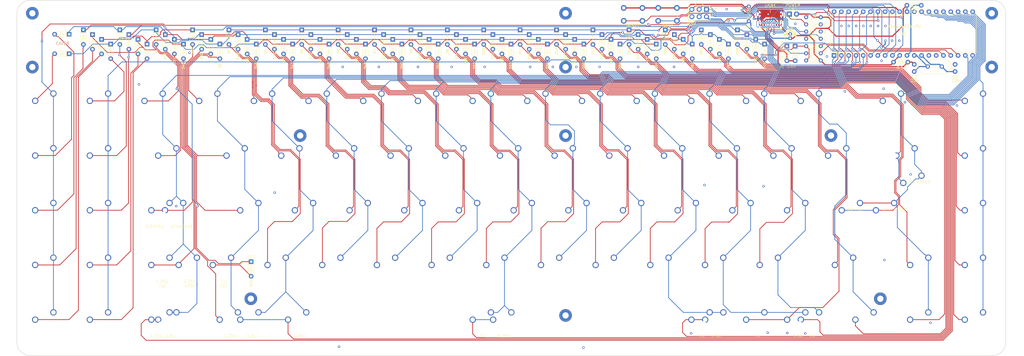
<source format=kicad_pcb>
(kicad_pcb (version 20171130) (host pcbnew "(5.1.4)-1")
  (layers (0 F.Cu signal) (31 B.Cu signal) (34 B.Paste user) (35 F.Paste user) (36 B.SilkS user) (37 F.SilkS user hide) (38 B.Mask user) (39 F.Mask user) (44 Edge.Cuts user))
  (net 0 "")
  (net 1 GND)
  (net 2 VCC)
  (net 3 row0)
  (net 4 "Net-(D1-Pad2)")
  (net 5 "Net-(D2-Pad2)")
  (net 6 "Net-(D3-Pad2)")
  (net 7 "Net-(D4-Pad2)")
  (net 8 "Net-(D5-Pad2)")
  (net 9 "Net-(D6-Pad2)")
  (net 10 "Net-(D7-Pad2)")
  (net 11 "Net-(D8-Pad2)")
  (net 12 "Net-(D9-Pad2)")
  (net 13 "Net-(D10-Pad2)")
  (net 14 "Net-(D11-Pad2)")
  (net 15 "Net-(D12-Pad2)")
  (net 16 "Net-(D13-Pad2)")
  (net 17 "Net-(D14-Pad2)")
  (net 18 "Net-(D15-Pad2)")
  (net 19 row1)
  (net 20 "Net-(D16-Pad2)")
  (net 21 "Net-(D17-Pad2)")
  (net 22 "Net-(D18-Pad2)")
  (net 23 "Net-(D19-Pad2)")
  (net 24 "Net-(D20-Pad2)")
  (net 25 "Net-(D21-Pad2)")
  (net 26 "Net-(D22-Pad2)")
  (net 27 "Net-(D23-Pad2)")
  (net 28 "Net-(D24-Pad2)")
  (net 29 "Net-(D25-Pad2)")
  (net 30 "Net-(D26-Pad2)")
  (net 31 "Net-(D27-Pad2)")
  (net 32 "Net-(D28-Pad2)")
  (net 33 "Net-(D29-Pad2)")
  (net 34 "Net-(D30-Pad2)")
  (net 35 "Net-(D31-Pad2)")
  (net 36 row2)
  (net 37 "Net-(D32-Pad2)")
  (net 38 "Net-(D33-Pad2)")
  (net 39 "Net-(D34-Pad2)")
  (net 40 "Net-(D35-Pad2)")
  (net 41 "Net-(D36-Pad2)")
  (net 42 "Net-(D37-Pad2)")
  (net 43 "Net-(D38-Pad2)")
  (net 44 "Net-(D39-Pad2)")
  (net 45 "Net-(D40-Pad2)")
  (net 46 "Net-(D41-Pad2)")
  (net 47 "Net-(D42-Pad2)")
  (net 48 "Net-(D43-Pad2)")
  (net 49 "Net-(D44-Pad2)")
  (net 50 row3)
  (net 51 "Net-(D45-Pad2)")
  (net 52 "Net-(D46-Pad2)")
  (net 53 "Net-(D47-Pad2)")
  (net 54 "Net-(D48-Pad2)")
  (net 55 "Net-(D49-Pad2)")
  (net 56 "Net-(D50-Pad2)")
  (net 57 "Net-(D51-Pad2)")
  (net 58 "Net-(D52-Pad2)")
  (net 59 "Net-(D53-Pad2)")
  (net 60 "Net-(D54-Pad2)")
  (net 61 "Net-(D55-Pad2)")
  (net 62 "Net-(D56-Pad2)")
  (net 63 "Net-(D57-Pad2)")
  (net 64 "Net-(D58-Pad2)")
  (net 65 "Net-(D59-Pad2)")
  (net 66 row4)
  (net 67 "Net-(D60-Pad2)")
  (net 68 "Net-(D61-Pad2)")
  (net 69 "Net-(D62-Pad2)")
  (net 70 "Net-(D63-Pad2)")
  (net 71 "Net-(D64-Pad2)")
  (net 72 "Net-(D65-Pad2)")
  (net 73 "Net-(D66-Pad2)")
  (net 74 "Net-(D67-Pad2)")
  (net 75 col0)
  (net 76 col1)
  (net 77 col2)
  (net 78 col3)
  (net 79 col4)
  (net 80 col5)
  (net 81 col6)
  (net 82 col7)
  (net 83 col8)
  (net 84 col9)
  (net 85 col10)
  (net 86 col11)
  (net 87 col12)
  (net 88 col13)
  (net 89 col14)
  (net 90 "Net-(R1-Pad2)")
  (net 91 "Net-(D68-Pad2)")
  (net 92 "Net-(R2-Pad1)")
  (net 93 "Net-(USB1-PadB8)")
  (net 94 "Net-(USB1-PadA8)")
  (net 95 reset)
  (net 96 +5V)
  (net 97 "Net-(U1-Pad29)")
  (net 98 "Net-(U1-Pad32)")
  (net 99 "Net-(U1-Pad33)")
  (net 100 "Net-(U1-Pad14)")
  (net 101 D+)
  (net 102 D-)
  (net 103 "Net-(C1-Pad1)")
  (net 104 "Net-(C2-Pad1)")
  (net 105 "Net-(D69-Pad1)")
  (net 106 "Net-(D70-Pad1)")
  (net 107 MOSI)
  (net 108 SCK)
  (net 109 MISO)
  (net 110 "Net-(LED1-Pad1)")
  (net 111 boot)
  (net 112 "Net-(U1-Pad15)")
  (net 113 "Net-(D71-Pad2)")
  (net 114 "Net-(D72-Pad2)")
  (net 115 "Net-(D73-Pad2)")
  (net 116 "Net-(D74-Pad2)")
  (net 117 "Net-(D75-Pad2)")
  (net 118 "Net-(D76-Pad2)")
  (net 119 "Net-(D77-Pad2)")
  (net 120 "Net-(D78-Pad2)")
  (net 121 "Net-(D79-Pad2)")
  (net 122 "Net-(D80-Pad2)")
  (net 123 "Net-(D81-Pad2)")
  (net 124 col-2)
  (net 125 col-1)
  (module cftkb:SW_Cherry_MX1A_1.00u_PCB-NOSCREEN (layer F.Cu) (at 46.84522 165.88486)
    (fp_text reference SW88)
    (fp_text value KEYSW)
    (pad 1 thru_hole circle (at 0 0) (size 2.2 2.2) (drill 1.5) (layers *.Cu *.Mask) (net 125 col-1))
    (pad 2 thru_hole circle (at -6.35 2.54) (size 2.2 2.2) (drill 1.5) (layers *.Cu *.Mask) (net 123 "Net-(D81-Pad2)"))
    (pad "" np_thru_hole circle (at -2.54 5.08) (size 4 4) (drill 4) (layers *.Cu *.Mask))
    (pad "" np_thru_hole circle (at -7.62 5.08) (size 1.7 1.7) (drill 1.7) (layers *.Cu *.Mask))
    (pad "" np_thru_hole circle (at 2.54 5.08) (size 1.7 1.7) (drill 1.7) (layers *.Cu *.Mask))
  )
  (module cftkb:SW_Cherry_MX1A_1.00u_PCB-NOSCREEN (layer F.Cu) (at 46.84522 146.831685)
    (fp_text reference SW87)
    (fp_text value KEYSW)
    (pad 1 thru_hole circle (at 0 0) (size 2.2 2.2) (drill 1.5) (layers *.Cu *.Mask) (net 125 col-1))
    (pad 2 thru_hole circle (at -6.35 2.54) (size 2.2 2.2) (drill 1.5) (layers *.Cu *.Mask) (net 122 "Net-(D80-Pad2)"))
    (pad "" np_thru_hole circle (at -2.54 5.08) (size 4 4) (drill 4) (layers *.Cu *.Mask))
    (pad "" np_thru_hole circle (at -7.62 5.08) (size 1.7 1.7) (drill 1.7) (layers *.Cu *.Mask))
    (pad "" np_thru_hole circle (at 2.54 5.08) (size 1.7 1.7) (drill 1.7) (layers *.Cu *.Mask))
  )
  (module cftkb:SW_Cherry_MX1A_1.00u_PCB-NOSCREEN (layer F.Cu) (at 46.84522 127.77851)
    (fp_text reference SW86)
    (fp_text value KEYSW)
    (pad 1 thru_hole circle (at 0 0) (size 2.2 2.2) (drill 1.5) (layers *.Cu *.Mask) (net 125 col-1))
    (pad 2 thru_hole circle (at -6.35 2.54) (size 2.2 2.2) (drill 1.5) (layers *.Cu *.Mask) (net 121 "Net-(D79-Pad2)"))
    (pad "" np_thru_hole circle (at -2.54 5.08) (size 4 4) (drill 4) (layers *.Cu *.Mask))
    (pad "" np_thru_hole circle (at -7.62 5.08) (size 1.7 1.7) (drill 1.7) (layers *.Cu *.Mask))
    (pad "" np_thru_hole circle (at 2.54 5.08) (size 1.7 1.7) (drill 1.7) (layers *.Cu *.Mask))
  )
  (module cftkb:SW_Cherry_MX1A_1.00u_PCB-NOSCREEN (layer F.Cu) (at 46.84522 108.725335)
    (fp_text reference SW85)
    (fp_text value KEYSW)
    (pad 1 thru_hole circle (at 0 0) (size 2.2 2.2) (drill 1.5) (layers *.Cu *.Mask) (net 125 col-1))
    (pad 2 thru_hole circle (at -6.35 2.54) (size 2.2 2.2) (drill 1.5) (layers *.Cu *.Mask) (net 120 "Net-(D78-Pad2)"))
    (pad "" np_thru_hole circle (at -2.54 5.08) (size 4 4) (drill 4) (layers *.Cu *.Mask))
    (pad "" np_thru_hole circle (at -7.62 5.08) (size 1.7 1.7) (drill 1.7) (layers *.Cu *.Mask))
    (pad "" np_thru_hole circle (at 2.54 5.08) (size 1.7 1.7) (drill 1.7) (layers *.Cu *.Mask))
  )
  (module cftkb:SW_Cherry_MX1A_1.00u_PCB-NOSCREEN (layer F.Cu) (at 46.84522 89.67216)
    (fp_text reference SW84)
    (fp_text value KEYSW)
    (pad 1 thru_hole circle (at 0 0) (size 2.2 2.2) (drill 1.5) (layers *.Cu *.Mask) (net 125 col-1))
    (pad 2 thru_hole circle (at -6.35 2.54) (size 2.2 2.2) (drill 1.5) (layers *.Cu *.Mask) (net 119 "Net-(D77-Pad2)"))
    (pad "" np_thru_hole circle (at -2.54 5.08) (size 4 4) (drill 4) (layers *.Cu *.Mask))
    (pad "" np_thru_hole circle (at -7.62 5.08) (size 1.7 1.7) (drill 1.7) (layers *.Cu *.Mask))
    (pad "" np_thru_hole circle (at 2.54 5.08) (size 1.7 1.7) (drill 1.7) (layers *.Cu *.Mask))
  )
  (module cftkb:SW_Cherry_MX1A_1.00u_PCB-NOSCREEN (layer F.Cu) (at 27.79776 165.8874)
    (fp_text reference SW83)
    (fp_text value KEYSW)
    (pad 1 thru_hole circle (at 0 0) (size 2.2 2.2) (drill 1.5) (layers *.Cu *.Mask) (net 124 col-2))
    (pad 2 thru_hole circle (at -6.35 2.54) (size 2.2 2.2) (drill 1.5) (layers *.Cu *.Mask) (net 118 "Net-(D76-Pad2)"))
    (pad "" np_thru_hole circle (at -2.54 5.08) (size 4 4) (drill 4) (layers *.Cu *.Mask))
    (pad "" np_thru_hole circle (at -7.62 5.08) (size 1.7 1.7) (drill 1.7) (layers *.Cu *.Mask))
    (pad "" np_thru_hole circle (at 2.54 5.08) (size 1.7 1.7) (drill 1.7) (layers *.Cu *.Mask))
  )
  (module cftkb:SW_Cherry_MX1A_1.00u_PCB-NOSCREEN (layer F.Cu) (at 27.79776 146.830415)
    (fp_text reference SW82)
    (fp_text value KEYSW)
    (pad 1 thru_hole circle (at 0 0) (size 2.2 2.2) (drill 1.5) (layers *.Cu *.Mask) (net 124 col-2))
    (pad 2 thru_hole circle (at -6.35 2.54) (size 2.2 2.2) (drill 1.5) (layers *.Cu *.Mask) (net 117 "Net-(D75-Pad2)"))
    (pad "" np_thru_hole circle (at -2.54 5.08) (size 4 4) (drill 4) (layers *.Cu *.Mask))
    (pad "" np_thru_hole circle (at -7.62 5.08) (size 1.7 1.7) (drill 1.7) (layers *.Cu *.Mask))
    (pad "" np_thru_hole circle (at 2.54 5.08) (size 1.7 1.7) (drill 1.7) (layers *.Cu *.Mask))
  )
  (module cftkb:SW_Cherry_MX1A_1.00u_PCB-NOSCREEN (layer F.Cu) (at 27.79776 127.77343)
    (fp_text reference SW81)
    (fp_text value KEYSW)
    (pad 1 thru_hole circle (at 0 0) (size 2.2 2.2) (drill 1.5) (layers *.Cu *.Mask) (net 124 col-2))
    (pad 2 thru_hole circle (at -6.35 2.54) (size 2.2 2.2) (drill 1.5) (layers *.Cu *.Mask) (net 116 "Net-(D74-Pad2)"))
    (pad "" np_thru_hole circle (at -2.54 5.08) (size 4 4) (drill 4) (layers *.Cu *.Mask))
    (pad "" np_thru_hole circle (at -7.62 5.08) (size 1.7 1.7) (drill 1.7) (layers *.Cu *.Mask))
    (pad "" np_thru_hole circle (at 2.54 5.08) (size 1.7 1.7) (drill 1.7) (layers *.Cu *.Mask))
  )
  (module cftkb:SW_Cherry_MX1A_1.00u_PCB-NOSCREEN (layer F.Cu) (at 27.79776 108.716445)
    (fp_text reference SW80)
    (fp_text value KEYSW)
    (pad 1 thru_hole circle (at 0 0) (size 2.2 2.2) (drill 1.5) (layers *.Cu *.Mask) (net 124 col-2))
    (pad 2 thru_hole circle (at -6.35 2.54) (size 2.2 2.2) (drill 1.5) (layers *.Cu *.Mask) (net 115 "Net-(D73-Pad2)"))
    (pad "" np_thru_hole circle (at -2.54 5.08) (size 4 4) (drill 4) (layers *.Cu *.Mask))
    (pad "" np_thru_hole circle (at -7.62 5.08) (size 1.7 1.7) (drill 1.7) (layers *.Cu *.Mask))
    (pad "" np_thru_hole circle (at 2.54 5.08) (size 1.7 1.7) (drill 1.7) (layers *.Cu *.Mask))
  )
  (module cftkb:SW_Cherry_MX1A_1.00u_PCB-NOSCREEN (layer F.Cu) (at 27.79776 89.65946)
    (fp_text reference SW79)
    (fp_text value KEYSW)
    (pad 1 thru_hole circle (at 0 0) (size 2.2 2.2) (drill 1.5) (layers *.Cu *.Mask) (net 124 col-2))
    (pad 2 thru_hole circle (at -6.35 2.54) (size 2.2 2.2) (drill 1.5) (layers *.Cu *.Mask) (net 114 "Net-(D72-Pad2)"))
    (pad "" np_thru_hole circle (at -2.54 5.08) (size 4 4) (drill 4) (layers *.Cu *.Mask))
    (pad "" np_thru_hole circle (at -7.62 5.08) (size 1.7 1.7) (drill 1.7) (layers *.Cu *.Mask))
    (pad "" np_thru_hole circle (at 2.54 5.08) (size 1.7 1.7) (drill 1.7) (layers *.Cu *.Mask))
  )
  (module cftkb:D_DO-35_SOD27_P5.08mm_Horizontal (layer F.Cu) (at 60.430821 71.166199 270)
    (fp_text reference D81)
    (fp_text value " ")
    (pad 2 thru_hole oval (at 6.35 0 270) (size 1.6 1.6) (drill 0.8) (layers *.Cu *.Mask) (net 123 "Net-(D81-Pad2)"))
    (pad 1 thru_hole rect (at 1.27 0 270) (size 1.6 1.6) (drill 0.8) (layers *.Cu *.Mask) (net 66 row4))
  )
  (module cftkb:D_DO-35_SOD27_P5.08mm_Horizontal (layer F.Cu) (at 57.261358 69.51267 270)
    (fp_text reference D80)
    (fp_text value " ")
    (pad 2 thru_hole oval (at 6.35 0 270) (size 1.6 1.6) (drill 0.8) (layers *.Cu *.Mask) (net 122 "Net-(D80-Pad2)"))
    (pad 1 thru_hole rect (at 1.27 0 270) (size 1.6 1.6) (drill 0.8) (layers *.Cu *.Mask) (net 50 row3))
  )
  (module cftkb:D_DO-35_SOD27_P5.08mm_Horizontal (layer F.Cu) (at 54.091895 67.859141 270)
    (fp_text reference D79)
    (fp_text value " ")
    (pad 2 thru_hole oval (at 6.35 0 270) (size 1.6 1.6) (drill 0.8) (layers *.Cu *.Mask) (net 121 "Net-(D79-Pad2)"))
    (pad 1 thru_hole rect (at 1.27 0 270) (size 1.6 1.6) (drill 0.8) (layers *.Cu *.Mask) (net 36 row2))
  )
  (module cftkb:D_DO-35_SOD27_P5.08mm_Horizontal (layer F.Cu) (at 50.922432 66.205612 270)
    (fp_text reference D78)
    (fp_text value " ")
    (pad 2 thru_hole oval (at 6.35 0 270) (size 1.6 1.6) (drill 0.8) (layers *.Cu *.Mask) (net 120 "Net-(D78-Pad2)"))
    (pad 1 thru_hole rect (at 1.27 0 270) (size 1.6 1.6) (drill 0.8) (layers *.Cu *.Mask) (net 19 row1))
  )
  (module cftkb:D_DO-35_SOD27_P5.08mm_Horizontal (layer F.Cu) (at 47.752969 71.166199 270)
    (fp_text reference D77)
    (fp_text value " ")
    (pad 2 thru_hole oval (at 6.35 0 270) (size 1.6 1.6) (drill 0.8) (layers *.Cu *.Mask) (net 119 "Net-(D77-Pad2)"))
    (pad 1 thru_hole rect (at 1.27 0 270) (size 1.6 1.6) (drill 0.8) (layers *.Cu *.Mask) (net 3 row0))
  )
  (module cftkb:D_DO-35_SOD27_P5.08mm_Horizontal (layer F.Cu) (at 44.583506 69.51267 270)
    (fp_text reference D76)
    (fp_text value " ")
    (pad 2 thru_hole oval (at 6.35 0 270) (size 1.6 1.6) (drill 0.8) (layers *.Cu *.Mask) (net 118 "Net-(D76-Pad2)"))
    (pad 1 thru_hole rect (at 1.27 0 270) (size 1.6 1.6) (drill 0.8) (layers *.Cu *.Mask) (net 66 row4))
  )
  (module cftkb:D_DO-35_SOD27_P5.08mm_Horizontal (layer F.Cu) (at 41.414043 67.859141 270)
    (fp_text reference D75)
    (fp_text value " ")
    (pad 2 thru_hole oval (at 6.35 0 270) (size 1.6 1.6) (drill 0.8) (layers *.Cu *.Mask) (net 117 "Net-(D75-Pad2)"))
    (pad 1 thru_hole rect (at 1.27 0 270) (size 1.6 1.6) (drill 0.8) (layers *.Cu *.Mask) (net 50 row3))
  )
  (module cftkb:D_DO-35_SOD27_P5.08mm_Horizontal (layer F.Cu) (at 38.24458 66.205612 270)
    (fp_text reference D74)
    (fp_text value " ")
    (pad 2 thru_hole oval (at 6.35 0 270) (size 1.6 1.6) (drill 0.8) (layers *.Cu *.Mask) (net 116 "Net-(D74-Pad2)"))
    (pad 1 thru_hole rect (at 1.27 0 270) (size 1.6 1.6) (drill 0.8) (layers *.Cu *.Mask) (net 36 row2))
  )
  (module cftkb:D_DO-35_SOD27_P5.08mm_Horizontal (layer F.Cu) (at 34.57 69 180)
    (fp_text reference D73)
    (fp_text value " ")
    (pad 2 thru_hole oval (at 6.35 0 180) (size 1.6 1.6) (drill 0.8) (layers *.Cu *.Mask) (net 115 "Net-(D73-Pad2)"))
    (pad 1 thru_hole rect (at 1.27 0 180) (size 1.6 1.6) (drill 0.8) (layers *.Cu *.Mask) (net 19 row1))
  )
  (module cftkb:D_DO-35_SOD27_P5.08mm_Horizontal (layer F.Cu) (at 34.57 75.8 180)
    (fp_text reference D72)
    (fp_text value " ")
    (pad 2 thru_hole oval (at 6.35 0 180) (size 1.6 1.6) (drill 0.8) (layers *.Cu *.Mask) (net 114 "Net-(D72-Pad2)"))
    (pad 1 thru_hole rect (at 1.27 0 180) (size 1.6 1.6) (drill 0.8) (layers *.Cu *.Mask) (net 3 row0))
  )
  (module cftkb:C_Disc_D4.3mm_W1.9mm_P5.00mm (layer F.Cu) (at 320.471062 78.716416)
    (fp_text reference C5 (at 2.502214 -0.017498) (layer F.SilkS))
    (fp_text value 0.1u (at 2.670909 1.993325) (layer F.SilkS))
    (pad 2 thru_hole circle (at 5 0) (size 1.6 1.6) (drill 0.8) (layers *.Cu *.Mask) (net 1 GND))
    (pad 1 thru_hole circle (at 0 0) (size 1.6 1.6) (drill 0.8) (layers *.Cu *.Mask) (net 96 +5V))
  )
  (module cftkb:C_Disc_D4.3mm_W1.9mm_P5.00mm (layer F.Cu) (at 325.12553 58.926178)
    (fp_text reference C4 (at 2.502214 -0.017498) (layer F.SilkS))
    (fp_text value 0.1u (at 2.670909 1.993325) (layer F.SilkS))
    (pad 2 thru_hole circle (at 5 0) (size 1.6 1.6) (drill 0.8) (layers *.Cu *.Mask) (net 1 GND))
    (pad 1 thru_hole circle (at 0 0) (size 1.6 1.6) (drill 0.8) (layers *.Cu *.Mask) (net 96 +5V))
  )
  (module cftkb:CP_Radial_D4.0mm_P1.50mm (layer F.Cu) (at 284.477676 70.404866 90)
    (fp_text reference C3 (at 3.67458 -0.08749) (layer F.SilkS))
    (fp_text value 4.7u)
    (pad 1 thru_hole rect (at 0 0 90) (size 1.2 1.2) (drill 0.6) (layers *.Cu *.Mask) (net 96 +5V))
    (pad 2 thru_hole circle (at 1.5 0 90) (size 1.2 1.2) (drill 0.6) (layers *.Cu *.Mask) (net 1 GND))
  )
  (module cftkb:C_Disc_D3.0mm_W1.6mm_P2.50mm (layer F.Cu) (at 327.680238 82.00604 90)
    (fp_text reference C2 (at -1.819792 0.052494) (layer F.SilkS))
    (fp_text value 22p (at -3.165606 0.186103) (layer F.SilkS))
    (pad 2 thru_hole circle (at 2.5 0 90) (size 1.6 1.6) (drill 0.8) (layers *.Cu *.Mask) (net 1 GND))
    (pad 1 thru_hole circle (at 0 0 90) (size 1.6 1.6) (drill 0.8) (layers *.Cu *.Mask) (net 104 "Net-(C2-Pad1)"))
  )
  (module cftkb:C_Disc_D3.0mm_W1.6mm_P2.50mm (layer F.Cu) (at 341.906112 82.00604 90)
    (fp_text reference C1 (at -1.819792 0.052494) (layer F.SilkS))
    (fp_text value 22p (at -3.165606 0.186103) (layer F.SilkS))
    (pad 2 thru_hole circle (at 2.5 0 90) (size 1.6 1.6) (drill 0.8) (layers *.Cu *.Mask) (net 1 GND))
    (pad 1 thru_hole circle (at 0 0 90) (size 1.6 1.6) (drill 0.8) (layers *.Cu *.Mask) (net 103 "Net-(C1-Pad1)"))
  )
  (module cftkb:SW_Cherry_MX1A_1.25u_PCBNOSCREEN (layer F.Cu) (at 68.2625 146.84375)
    (fp_text reference SW78)
    (fp_text value KEYSW)
    (pad 1 thru_hole circle (at 0 0) (size 2.2 2.2) (drill 1.5) (layers *.Cu *.Mask) (net 75 col0))
    (pad 2 thru_hole circle (at -6.35 2.54) (size 2.2 2.2) (drill 1.5) (layers *.Cu *.Mask) (net 51 "Net-(D45-Pad2)"))
    (pad "" np_thru_hole circle (at -2.54 5.08) (size 4 4) (drill 4) (layers *.Cu *.Mask))
    (pad "" np_thru_hole circle (at -7.62 5.08) (size 1.7 1.7) (drill 1.7) (layers *.Cu *.Mask))
    (pad "" np_thru_hole circle (at 2.54 5.08) (size 1.7 1.7) (drill 1.7) (layers *.Cu *.Mask))
  )
  (module cftkb:SW_Cherry_MX1A_1.00u_PCB-NOSCREEN (layer F.Cu) (at 308.76875 127.79375)
    (fp_text reference SW77)
    (fp_text value KEYSW)
    (pad 1 thru_hole circle (at 0 0) (size 2.2 2.2) (drill 1.5) (layers *.Cu *.Mask) (net 88 col13))
    (pad 2 thru_hole circle (at -6.35 2.54) (size 2.2 2.2) (drill 1.5) (layers *.Cu *.Mask) (net 48 "Net-(D43-Pad2)"))
    (pad "" np_thru_hole circle (at -2.54 5.08) (size 4 4) (drill 4) (layers *.Cu *.Mask))
    (pad "" np_thru_hole circle (at -7.62 5.08) (size 1.7 1.7) (drill 1.7) (layers *.Cu *.Mask))
    (pad "" np_thru_hole circle (at 2.54 5.08) (size 1.7 1.7) (drill 1.7) (layers *.Cu *.Mask))
  )
  (module cftkb:SW_Cherry_MX1A_ISOEnter_PCB_ReversedStabilizer (layer F.Cu) (at 330.2 118.26875)
    (fp_text reference SW76)
    (fp_text value KEYSW)
    (pad 1 thru_hole circle (at 0 0) (size 2.2 2.2) (drill 1.5) (layers *.Cu *.Mask) (net 88 col13))
    (pad 2 thru_hole circle (at -6.35 2.54) (size 2.2 2.2) (drill 1.5) (layers *.Cu *.Mask) (net 33 "Net-(D29-Pad2)"))
    (pad "" np_thru_hole circle (at -2.54 5.08) (size 4 4) (drill 4) (layers *.Cu *.Mask))
    (pad "" np_thru_hole circle (at -7.62 5.08) (size 1.7 1.7) (drill 1.7) (layers *.Cu *.Mask))
    (pad "" np_thru_hole circle (at 2.54 5.08) (size 1.7 1.7) (drill 1.7) (layers *.Cu *.Mask))
    (pad "" np_thru_hole circle (at -10.78 16.98 180) (size 4 4) (drill 4) (layers *.Cu *.Mask))
    (pad "" np_thru_hole circle (at 4.46 -6.82 180) (size 3.05 3.05) (drill 3.05) (layers *.Cu *.Mask))
    (pad "" np_thru_hole circle (at 4.46 16.98 180) (size 3.05 3.05) (drill 3.05) (layers *.Cu *.Mask))
    (pad "" np_thru_hole circle (at -10.78 -6.82 180) (size 4 4) (drill 4) (layers *.Cu *.Mask))
  )
  (module cftkb:SW_Cherry_MX1A_1.00u_PCB-NOSCREEN (layer F.Cu) (at 89.69375 146.84375)
    (fp_text reference SW75)
    (fp_text value KEYSW)
    (pad 1 thru_hole circle (at 0 0) (size 2.2 2.2) (drill 1.5) (layers *.Cu *.Mask) (net 76 col1))
    (pad 2 thru_hole circle (at -6.35 2.54) (size 2.2 2.2) (drill 1.5) (layers *.Cu *.Mask) (net 113 "Net-(D71-Pad2)"))
    (pad "" np_thru_hole circle (at -2.54 5.08) (size 4 4) (drill 4) (layers *.Cu *.Mask))
    (pad "" np_thru_hole circle (at -7.62 5.08) (size 1.7 1.7) (drill 1.7) (layers *.Cu *.Mask))
    (pad "" np_thru_hole circle (at 2.54 5.08) (size 1.7 1.7) (drill 1.7) (layers *.Cu *.Mask))
  )
  (module cftkb:SW_Cherry_MX1A_1.25u_PCBNOSCREEN (layer F.Cu) (at 275.466206 165.89375)
    (fp_text reference SW64)
    (fp_text value KEYSW)
    (pad 1 thru_hole circle (at 0 0) (size 2.2 2.2) (drill 1.5) (layers *.Cu *.Mask) (net 85 col10))
    (pad 2 thru_hole circle (at -6.35 2.54) (size 2.2 2.2) (drill 1.5) (layers *.Cu *.Mask) (net 71 "Net-(D64-Pad2)"))
    (pad "" np_thru_hole circle (at -2.54 5.08) (size 4 4) (drill 4) (layers *.Cu *.Mask))
    (pad "" np_thru_hole circle (at -7.62 5.08) (size 1.7 1.7) (drill 1.7) (layers *.Cu *.Mask))
    (pad "" np_thru_hole circle (at 2.54 5.08) (size 1.7 1.7) (drill 1.7) (layers *.Cu *.Mask))
  )
  (module cftkb:SW_Cherry_MX1A_1.25u_PCBNOSCREEN (layer F.Cu) (at 256.410884 165.88362)
    (fp_text reference SW63)
    (fp_text value KEYSW)
    (pad 1 thru_hole circle (at 0 0) (size 2.2 2.2) (drill 1.5) (layers *.Cu *.Mask) (net 84 col9))
    (pad 2 thru_hole circle (at -6.35 2.54) (size 2.2 2.2) (drill 1.5) (layers *.Cu *.Mask) (net 70 "Net-(D63-Pad2)"))
    (pad "" np_thru_hole circle (at -2.54 5.08) (size 4 4) (drill 4) (layers *.Cu *.Mask))
    (pad "" np_thru_hole circle (at -7.62 5.08) (size 1.7 1.7) (drill 1.7) (layers *.Cu *.Mask))
    (pad "" np_thru_hole circle (at 2.54 5.08) (size 1.7 1.7) (drill 1.7) (layers *.Cu *.Mask))
  )
  (module cftkb:D_DO-35_SOD27_P5.08mm_Horizontal (layer F.Cu) (at 96.67875 146.9644 270)
    (fp_text reference D71 (at 8.77 0 90) (layer F.SilkS) (effects (font (size 0.8 0.8))))
    (fp_text value " ")
    (pad 2 thru_hole oval (at 6.35 0 270) (size 1.6 1.6) (drill 0.8) (layers *.Cu *.Mask) (net 113 "Net-(D71-Pad2)"))
    (pad 1 thru_hole rect (at 1.27 0 270) (size 1.6 1.6) (drill 0.8) (layers *.Cu *.Mask) (net 50 row3))
  )
  (module cftkb:R_Axial_DIN0204_L3.6mm_D1.6mm_P5.08mm_Horizontal (layer F.Cu) (at 295.106316 78.138982 180)
    (fp_text reference R5 (at -1.464029 0.001398 270) (layer F.SilkS) (effects (font (size 0.8 0.8) (thickness 0.1))))
    (fp_text value 1.5k (at 2.54 -0.051095 180) (layer F.SilkS) (effects (font (size 0.8 0.8) (thickness 0.1))))
    (pad 2 thru_hole oval (at 5.08 0 180) (size 1.4 1.4) (drill 0.7) (layers *.Cu *.Mask) (net 105 "Net-(D69-Pad1)"))
    (pad 1 thru_hole circle (at 0 0 180) (size 1.4 1.4) (drill 0.7) (layers *.Cu *.Mask) (net 96 +5V))
  )
  (module cftkb:R_Axial_DIN0204_L3.6mm_D1.6mm_P5.08mm_Horizontal (layer F.Cu) (at 295.106316 75.645517 180)
    (fp_text reference R4 (at -1.464029 0.018849 270) (layer F.SilkS) (effects (font (size 0.8 0.8) (thickness 0.1))))
    (fp_text value 75R (at 2.54 -0.024896 180) (layer F.SilkS) (effects (font (size 0.8 0.8) (thickness 0.1))))
    (pad 2 thru_hole oval (at 5.08 0 180) (size 1.4 1.4) (drill 0.7) (layers *.Cu *.Mask) (net 106 "Net-(D70-Pad1)"))
    (pad 1 thru_hole circle (at 0 0 180) (size 1.4 1.4) (drill 0.7) (layers *.Cu *.Mask) (net 101 D+))
  )
  (module cftkb:R_Axial_DIN0204_L3.6mm_D1.6mm_P5.08mm_Horizontal (layer F.Cu) (at 295.106316 73.152052 180)
    (fp_text reference R3 (at -1.464029 0.036299 270) (layer F.SilkS) (effects (font (size 0.8 0.8) (thickness 0.1))))
    (fp_text value 75R (at 2.54 -0.05119 180) (layer F.SilkS) (effects (font (size 0.8 0.8) (thickness 0.1))))
    (pad 2 thru_hole oval (at 5.08 0 180) (size 1.4 1.4) (drill 0.7) (layers *.Cu *.Mask) (net 105 "Net-(D69-Pad1)"))
    (pad 1 thru_hole circle (at 0 0 180) (size 1.4 1.4) (drill 0.7) (layers *.Cu *.Mask) (net 102 D-))
  )
  (module cftkb:R_Axial_DIN0204_L3.6mm_D1.6mm_P5.08mm_Horizontal (layer F.Cu) (at 290.026316 70.580211)
    (fp_text reference R1 (at 6.544029 -2.486288 90) (layer F.SilkS) (effects (font (size 0.8 0.8) (thickness 0.1))))
    (fp_text value 5.1k)
    (pad 2 thru_hole oval (at 5.08 0) (size 1.4 1.4) (drill 0.7) (layers *.Cu *.Mask) (net 90 "Net-(R1-Pad2)"))
    (pad 1 thru_hole circle (at 0 0) (size 1.4 1.4) (drill 0.7) (layers *.Cu *.Mask) (net 1 GND))
  )
  (module cftkb:R_Axial_DIN0204_L3.6mm_D1.6mm_P5.08mm_Horizontal (layer F.Cu) (at 290.026316 68.060499)
    (fp_text reference R2 (at 6.544029 2.544339 90) (layer F.SilkS) (effects (font (size 0.8 0.8) (thickness 0.1))))
    (fp_text value 5.1k)
    (pad 2 thru_hole oval (at 5.08 0) (size 1.4 1.4) (drill 0.7) (layers *.Cu *.Mask) (net 1 GND))
    (pad 1 thru_hole circle (at 0 0) (size 1.4 1.4) (drill 0.7) (layers *.Cu *.Mask) (net 92 "Net-(R2-Pad1)"))
  )
  (module cftkb:R_Axial_DIN0204_L3.6mm_D1.6mm_P5.08mm_Horizontal (layer F.Cu) (at 290.026316 65.567034)
    (fp_text reference R6 (at 6.544029 0.015974 90) (layer F.SilkS) (effects (font (size 0.8 0.8) (thickness 0.1))))
    (fp_text value 1.5K (at 2.54 0.04338) (layer F.SilkS) (effects (font (size 0.8 0.8) (thickness 0.1))))
    (pad 2 thru_hole oval (at 5.08 0) (size 1.4 1.4) (drill 0.7) (layers *.Cu *.Mask) (net 1 GND))
    (pad 1 thru_hole circle (at 0 0) (size 1.4 1.4) (drill 0.7) (layers *.Cu *.Mask) (net 110 "Net-(LED1-Pad1)"))
  )
  (module cftkb:R_Axial_DIN0204_L3.6mm_D1.6mm_P5.08mm_Horizontal (layer F.Cu) (at 295.106316 63.073204 180)
    (fp_text reference R7 (at -1.464029 0.001111 90) (layer F.SilkS) (effects (font (size 0.8 0.8) (thickness 0.1))))
    (fp_text value 10k (at 2.54 -0.048664 180) (layer F.SilkS) (effects (font (size 0.8 0.8) (thickness 0.1))))
    (pad 2 thru_hole oval (at 5.08 0 180) (size 1.4 1.4) (drill 0.7) (layers *.Cu *.Mask) (net 95 reset))
    (pad 1 thru_hole circle (at 0 0 180) (size 1.4 1.4) (drill 0.7) (layers *.Cu *.Mask) (net 96 +5V))
  )
  (module MountingHole:MountingHole_2.2mm_M2_Pad (layer F.Cu) (at 206.213345 61.69475)
    (fp_text reference REF**)
    (fp_text value MountingHole_2.2mm_M2_Pad)
    (pad 1 thru_hole circle (at 0 0) (size 4.4 4.4) (drill 2.2) (layers *.Cu *.Mask))
  )
  (module MountingHole:MountingHole_2.2mm_M2_Pad (layer F.Cu) (at 206.213345 80.44475)
    (fp_text reference REF**)
    (fp_text value MountingHole_2.2mm_M2_Pad)
    (pad 1 thru_hole circle (at 0 0) (size 4.4 4.4) (drill 2.2) (layers *.Cu *.Mask))
  )
  (module cftkb:DIP-40_W15.24mm (layer F.Cu) (at 299.75343 76.389182 90)
    (fp_text reference U1 (at 7.52414 24.164738) (layer F.SilkS))
    (fp_text value ATmega32A-PU (at 10.06135 24.462204) (layer F.SilkS))
    (pad 1 thru_hole rect (at 0 0 90) (size 1.6 1.6) (drill 0.8) (layers *.Cu *.Mask) (net 66 row4))
    (pad 21 thru_hole oval (at 15.24 48.26 90) (size 1.6 1.6) (drill 0.8) (layers *.Cu *.Mask) (net 89 col14))
    (pad 2 thru_hole oval (at 0 2.54 90) (size 1.6 1.6) (drill 0.8) (layers *.Cu *.Mask) (net 36 row2))
    (pad 22 thru_hole oval (at 15.24 45.72 90) (size 1.6 1.6) (drill 0.8) (layers *.Cu *.Mask) (net 88 col13))
    (pad 3 thru_hole oval (at 0 5.08 90) (size 1.6 1.6) (drill 0.8) (layers *.Cu *.Mask) (net 3 row0))
    (pad 23 thru_hole oval (at 15.24 43.18 90) (size 1.6 1.6) (drill 0.8) (layers *.Cu *.Mask) (net 87 col12))
    (pad 4 thru_hole oval (at 0 7.62 90) (size 1.6 1.6) (drill 0.8) (layers *.Cu *.Mask) (net 76 col1))
    (pad 24 thru_hole oval (at 15.24 40.64 90) (size 1.6 1.6) (drill 0.8) (layers *.Cu *.Mask) (net 86 col11))
    (pad 5 thru_hole oval (at 0 10.16 90) (size 1.6 1.6) (drill 0.8) (layers *.Cu *.Mask) (net 78 col3))
    (pad 25 thru_hole oval (at 15.24 38.1 90) (size 1.6 1.6) (drill 0.8) (layers *.Cu *.Mask) (net 85 col10))
    (pad 6 thru_hole oval (at 0 12.7 90) (size 1.6 1.6) (drill 0.8) (layers *.Cu *.Mask) (net 107 MOSI))
    (pad 26 thru_hole oval (at 15.24 35.56 90) (size 1.6 1.6) (drill 0.8) (layers *.Cu *.Mask) (net 84 col9))
    (pad 7 thru_hole oval (at 0 15.24 90) (size 1.6 1.6) (drill 0.8) (layers *.Cu *.Mask) (net 109 MISO))
    (pad 27 thru_hole oval (at 15.24 33.02 90) (size 1.6 1.6) (drill 0.8) (layers *.Cu *.Mask) (net 83 col8))
    (pad 8 thru_hole oval (at 0 17.78 90) (size 1.6 1.6) (drill 0.8) (layers *.Cu *.Mask) (net 108 SCK))
    (pad 28 thru_hole oval (at 15.24 30.48 90) (size 1.6 1.6) (drill 0.8) (layers *.Cu *.Mask) (net 82 col7))
    (pad 9 thru_hole oval (at 0 20.32 90) (size 1.6 1.6) (drill 0.8) (layers *.Cu *.Mask) (net 95 reset))
    (pad 29 thru_hole oval (at 15.24 27.94 90) (size 1.6 1.6) (drill 0.8) (layers *.Cu *.Mask) (net 97 "Net-(U1-Pad29)"))
    (pad 10 thru_hole oval (at 0 22.86 90) (size 1.6 1.6) (drill 0.8) (layers *.Cu *.Mask) (net 96 +5V))
    (pad 30 thru_hole oval (at 15.24 25.4 90) (size 1.6 1.6) (drill 0.8) (layers *.Cu *.Mask) (net 96 +5V))
    (pad 11 thru_hole oval (at 0 25.4 90) (size 1.6 1.6) (drill 0.8) (layers *.Cu *.Mask) (net 1 GND))
    (pad 31 thru_hole oval (at 15.24 22.86 90) (size 1.6 1.6) (drill 0.8) (layers *.Cu *.Mask) (net 1 GND))
    (pad 12 thru_hole oval (at 0 27.94 90) (size 1.6 1.6) (drill 0.8) (layers *.Cu *.Mask) (net 104 "Net-(C2-Pad1)"))
    (pad 32 thru_hole oval (at 15.24 20.32 90) (size 1.6 1.6) (drill 0.8) (layers *.Cu *.Mask) (net 98 "Net-(U1-Pad32)"))
    (pad 13 thru_hole oval (at 0 30.48 90) (size 1.6 1.6) (drill 0.8) (layers *.Cu *.Mask) (net 103 "Net-(C1-Pad1)"))
    (pad 33 thru_hole oval (at 15.24 17.78 90) (size 1.6 1.6) (drill 0.8) (layers *.Cu *.Mask) (net 99 "Net-(U1-Pad33)"))
    (pad 14 thru_hole oval (at 0 33.02 90) (size 1.6 1.6) (drill 0.8) (layers *.Cu *.Mask) (net 100 "Net-(U1-Pad14)"))
    (pad 34 thru_hole oval (at 15.24 15.24 90) (size 1.6 1.6) (drill 0.8) (layers *.Cu *.Mask) (net 124 col-2))
    (pad 15 thru_hole oval (at 0 35.56 90) (size 1.6 1.6) (drill 0.8) (layers *.Cu *.Mask) (net 112 "Net-(U1-Pad15)"))
    (pad 35 thru_hole oval (at 15.24 12.7 90) (size 1.6 1.6) (drill 0.8) (layers *.Cu *.Mask) (net 125 col-1))
    (pad 16 thru_hole oval (at 0 38.1 90) (size 1.6 1.6) (drill 0.8) (layers *.Cu *.Mask) (net 101 D+))
    (pad 36 thru_hole oval (at 15.24 10.16 90) (size 1.6 1.6) (drill 0.8) (layers *.Cu *.Mask) (net 79 col4))
    (pad 17 thru_hole oval (at 0 40.64 90) (size 1.6 1.6) (drill 0.8) (layers *.Cu *.Mask) (net 102 D-))
    (pad 37 thru_hole oval (at 15.24 7.62 90) (size 1.6 1.6) (drill 0.8) (layers *.Cu *.Mask) (net 77 col2))
    (pad 18 thru_hole oval (at 0 43.18 90) (size 1.6 1.6) (drill 0.8) (layers *.Cu *.Mask) (net 111 boot))
    (pad 38 thru_hole oval (at 15.24 5.08 90) (size 1.6 1.6) (drill 0.8) (layers *.Cu *.Mask) (net 75 col0))
    (pad 19 thru_hole oval (at 0 45.72 90) (size 1.6 1.6) (drill 0.8) (layers *.Cu *.Mask) (net 80 col5))
    (pad 39 thru_hole oval (at 15.24 2.54 90) (size 1.6 1.6) (drill 0.8) (layers *.Cu *.Mask) (net 19 row1))
    (pad 20 thru_hole oval (at 0 48.26 90) (size 1.6 1.6) (drill 0.8) (layers *.Cu *.Mask) (net 81 col6))
    (pad 40 thru_hole oval (at 15.24 0 90) (size 1.6 1.6) (drill 0.8) (layers *.Cu *.Mask) (net 50 row3))
  )
  (module cftkb:SW_Cherry_MX1A_1.50u_PCBNOSCREEN (layer F.Cu) (at 289.740128 165.89375)
    (fp_text reference SW74)
    (fp_text value KEYSW)
    (pad "" np_thru_hole circle (at 2.54 5.08) (size 1.7 1.7) (drill 1.7) (layers *.Cu *.Mask))
    (pad "" np_thru_hole circle (at -7.62 5.08) (size 1.7 1.7) (drill 1.7) (layers *.Cu *.Mask))
    (pad "" np_thru_hole circle (at -2.54 5.08) (size 4 4) (drill 4) (layers *.Cu *.Mask))
    (pad 2 thru_hole circle (at -6.35 2.54) (size 2.2 2.2) (drill 1.5) (layers *.Cu *.Mask) (net 71 "Net-(D64-Pad2)"))
    (pad 1 thru_hole circle (at 0 0) (size 2.2 2.2) (drill 1.5) (layers *.Cu *.Mask) (net 85 col10))
  )
  (module cftkb:SW_Cherry_MX1A_1.50u_PCBNOSCREEN (layer F.Cu) (at 261.183936 165.89375)
    (fp_text reference SW73)
    (fp_text value KEYSW)
    (pad "" np_thru_hole circle (at 2.54 5.08) (size 1.7 1.7) (drill 1.7) (layers *.Cu *.Mask))
    (pad "" np_thru_hole circle (at -7.62 5.08) (size 1.7 1.7) (drill 1.7) (layers *.Cu *.Mask))
    (pad "" np_thru_hole circle (at -2.54 5.08) (size 4 4) (drill 4) (layers *.Cu *.Mask))
    (pad 2 thru_hole circle (at -6.35 2.54) (size 2.2 2.2) (drill 1.5) (layers *.Cu *.Mask) (net 70 "Net-(D63-Pad2)"))
    (pad 1 thru_hole circle (at 0 0) (size 2.2 2.2) (drill 1.5) (layers *.Cu *.Mask) (net 84 col9))
  )
  (module cftkb:SW_Cherry_MX1A_1.00u_PCB-NOSCREEN (layer F.Cu) (at 180.207573 165.90164)
    (fp_text reference SW72)
    (fp_text value KEYSW)
    (pad 1 thru_hole circle (at 0 0) (size 2.2 2.2) (drill 1.5) (layers *.Cu *.Mask) (net 81 col6))
    (pad 2 thru_hole circle (at -6.35 2.54) (size 2.2 2.2) (drill 1.5) (layers *.Cu *.Mask) (net 69 "Net-(D62-Pad2)"))
    (pad "" np_thru_hole circle (at -2.54 5.08) (size 4 4) (drill 4) (layers *.Cu *.Mask))
    (pad "" np_thru_hole circle (at -7.62 5.08) (size 1.7 1.7) (drill 1.7) (layers *.Cu *.Mask))
    (pad "" np_thru_hole circle (at 2.54 5.08) (size 1.7 1.7) (drill 1.7) (layers *.Cu *.Mask))
  )
  (module cftkb:SW_Cherry_MX1A_1.50u_PCBNOSCREEN (layer F.Cu) (at 99.243031 165.889819)
    (fp_text reference SW71)
    (fp_text value KEYSW)
    (pad "" np_thru_hole circle (at 2.54 5.08) (size 1.7 1.7) (drill 1.7) (layers *.Cu *.Mask))
    (pad "" np_thru_hole circle (at -7.62 5.08) (size 1.7 1.7) (drill 1.7) (layers *.Cu *.Mask))
    (pad "" np_thru_hole circle (at -2.54 5.08) (size 4 4) (drill 4) (layers *.Cu *.Mask))
    (pad 2 thru_hole circle (at -6.35 2.54) (size 2.2 2.2) (drill 1.5) (layers *.Cu *.Mask) (net 68 "Net-(D61-Pad2)"))
    (pad 1 thru_hole circle (at 0 0) (size 2.2 2.2) (drill 1.5) (layers *.Cu *.Mask) (net 77 col2))
  )
  (module cftkb:SW_Cherry_MX1A_1.50u_PCBNOSCREEN (layer F.Cu) (at 70.6437 165.88362)
    (fp_text reference SW70)
    (fp_text value KEYSW)
    (pad "" np_thru_hole circle (at 2.54 5.08) (size 1.7 1.7) (drill 1.7) (layers *.Cu *.Mask))
    (pad "" np_thru_hole circle (at -7.62 5.08) (size 1.7 1.7) (drill 1.7) (layers *.Cu *.Mask))
    (pad "" np_thru_hole circle (at -2.54 5.08) (size 4 4) (drill 4) (layers *.Cu *.Mask))
    (pad 2 thru_hole circle (at -6.35 2.54) (size 2.2 2.2) (drill 1.5) (layers *.Cu *.Mask) (net 65 "Net-(D59-Pad2)"))
    (pad 1 thru_hole circle (at 0 0) (size 2.2 2.2) (drill 1.5) (layers *.Cu *.Mask) (net 75 col0))
  )
  (module cftkb:SW_Cherry_MX1A_1.25u_PCBNOSCREEN (layer F.Cu) (at 68.2625 127.78362)
    (fp_text reference SW69)
    (fp_text value KEYSW)
    (pad 1 thru_hole circle (at 0 0) (size 2.2 2.2) (drill 1.5) (layers *.Cu *.Mask) (net 75 col0))
    (pad 2 thru_hole circle (at -6.35 2.54) (size 2.2 2.2) (drill 1.5) (layers *.Cu *.Mask) (net 35 "Net-(D31-Pad2)"))
    (pad "" np_thru_hole circle (at -2.54 5.08) (size 4 4) (drill 4) (layers *.Cu *.Mask))
    (pad "" np_thru_hole circle (at -7.62 5.08) (size 1.7 1.7) (drill 1.7) (layers *.Cu *.Mask))
    (pad "" np_thru_hole circle (at 2.54 5.08) (size 1.7 1.7) (drill 1.7) (layers *.Cu *.Mask))
  )
  (module cftkb:AVR_ICSP_3x2 (layer F.Cu) (at 252.75383 61.62087 180)
    (fp_text reference J1 hide)
    (fp_text value AVR-ISP-6 hide)
    (pad 1 thru_hole rect (at -2.54 1.27 180) (size 1.7 1.7) (drill 1.016) (layers *.Cu *.Mask) (net 109 MISO))
    (pad 2 thru_hole circle (at -2.54 -1.27 180) (size 1.7 1.7) (drill 1.016) (layers *.Cu *.Mask) (net 96 +5V))
    (pad 3 thru_hole circle (at 0 1.27 180) (size 1.7 1.7) (drill 1.016) (layers *.Cu *.Mask) (net 108 SCK))
    (pad 4 thru_hole circle (at 0 -1.27 180) (size 1.7 1.7) (drill 1.016) (layers *.Cu *.Mask) (net 107 MOSI))
    (pad 5 thru_hole circle (at 2.54 1.27 180) (size 1.7 1.7) (drill 1.016) (layers *.Cu *.Mask) (net 95 reset))
    (pad 6 thru_hole circle (at 2.54 -1.27 180) (size 1.7 1.7) (drill 1.016) (layers *.Cu *.Mask) (net 1 GND))
  )
  (module cftkb:SW_Cherry_MX1A_2.00u_PCBNOSCREEN (layer F.Cu) (at 323.05625 89.69375)
    (fp_text reference SW14)
    (fp_text value KEYSW)
    (pad 1 thru_hole circle (at 0 0) (size 2.2 2.2) (drill 1.5) (layers *.Cu *.Mask) (net 88 col13))
    (pad 2 thru_hole circle (at -6.35 2.54) (size 2.2 2.2) (drill 1.5) (layers *.Cu *.Mask) (net 17 "Net-(D14-Pad2)"))
    (pad "" np_thru_hole circle (at -2.54 5.08) (size 4 4) (drill 4) (layers *.Cu *.Mask))
    (pad "" np_thru_hole circle (at -7.62 5.08) (size 1.7 1.7) (drill 1.7) (layers *.Cu *.Mask))
    (pad "" np_thru_hole circle (at 2.54 5.08) (size 1.7 1.7) (drill 1.7) (layers *.Cu *.Mask))
    (pad "" np_thru_hole circle (at 9.36 13.32) (size 4 4) (drill 4) (layers *.Cu *.Mask))
    (pad "" np_thru_hole circle (at -14.44 13.32) (size 4 4) (drill 4) (layers *.Cu *.Mask))
    (pad "" np_thru_hole circle (at -14.44 -1.92) (size 3.05 3.05) (drill 3.05) (layers *.Cu *.Mask))
    (pad "" np_thru_hole circle (at 9.36 -1.92) (size 3.05 3.05) (drill 3.05) (layers *.Cu *.Mask))
  )
  (module cftkb:SW_Cherry_MX1A_2.25u_PCBNOSCREEN (layer F.Cu) (at 320.67525 127.79375)
    (fp_text reference SW43)
    (fp_text value KEYSW)
    (pad "" np_thru_hole circle (at 9.36 -1.92) (size 3.05 3.05) (drill 3.05) (layers *.Cu *.Mask))
    (pad "" np_thru_hole circle (at -14.44 -1.92) (size 3.05 3.05) (drill 3.05) (layers *.Cu *.Mask))
    (pad "" np_thru_hole circle (at -14.44 13.32) (size 4 4) (drill 4) (layers *.Cu *.Mask))
    (pad "" np_thru_hole circle (at 9.36 13.32) (size 4 4) (drill 4) (layers *.Cu *.Mask))
    (pad "" np_thru_hole circle (at 2.54 5.08) (size 1.7 1.7) (drill 1.7) (layers *.Cu *.Mask))
    (pad "" np_thru_hole circle (at -7.62 5.08) (size 1.7 1.7) (drill 1.7) (layers *.Cu *.Mask))
    (pad "" np_thru_hole circle (at -2.54 5.08) (size 4 4) (drill 4) (layers *.Cu *.Mask))
    (pad 2 thru_hole circle (at -6.35 2.54) (size 2.2 2.2) (drill 1.5) (layers *.Cu *.Mask) (net 48 "Net-(D43-Pad2)"))
    (pad 1 thru_hole circle (at 0 0) (size 2.2 2.2) (drill 1.5) (layers *.Cu *.Mask) (net 88 col13))
  )
  (module cftkb:SW_Cherry_MX1A_2.25u_PCBNOSCREEN (layer F.Cu) (at 77.78745 146.84375)
    (fp_text reference SW45)
    (fp_text value KEYSW)
    (pad "" np_thru_hole circle (at 9.36 -1.92) (size 3.05 3.05) (drill 3.05) (layers *.Cu *.Mask))
    (pad "" np_thru_hole circle (at -14.44 -1.92) (size 3.05 3.05) (drill 3.05) (layers *.Cu *.Mask))
    (pad "" np_thru_hole circle (at -14.44 13.32) (size 4 4) (drill 4) (layers *.Cu *.Mask))
    (pad "" np_thru_hole circle (at 9.36 13.32) (size 4 4) (drill 4) (layers *.Cu *.Mask))
    (pad "" np_thru_hole circle (at 2.54 5.08) (size 1.7 1.7) (drill 1.7) (layers *.Cu *.Mask))
    (pad "" np_thru_hole circle (at -7.62 5.08) (size 1.7 1.7) (drill 1.7) (layers *.Cu *.Mask))
    (pad "" np_thru_hole circle (at -2.54 5.08) (size 4 4) (drill 4) (layers *.Cu *.Mask))
    (pad 2 thru_hole circle (at -6.35 2.54) (size 2.2 2.2) (drill 1.5) (layers *.Cu *.Mask) (net 51 "Net-(D45-Pad2)"))
    (pad 1 thru_hole circle (at 0 0) (size 2.2 2.2) (drill 1.5) (layers *.Cu *.Mask) (net 75 col0))
  )
  (module cftkb:SW_Cherry_MX1A_1.25u_PCBNOSCREEN (layer F.Cu) (at 68.26245 165.88362)
    (fp_text reference SW59)
    (fp_text value KEYSW)
    (pad 1 thru_hole circle (at 0 0) (size 2.2 2.2) (drill 1.5) (layers *.Cu *.Mask) (net 75 col0))
    (pad 2 thru_hole circle (at -6.35 2.54) (size 2.2 2.2) (drill 1.5) (layers *.Cu *.Mask) (net 65 "Net-(D59-Pad2)"))
    (pad "" np_thru_hole circle (at -2.54 5.08) (size 4 4) (drill 4) (layers *.Cu *.Mask))
    (pad "" np_thru_hole circle (at -7.62 5.08) (size 1.7 1.7) (drill 1.7) (layers *.Cu *.Mask))
    (pad "" np_thru_hole circle (at 2.54 5.08) (size 1.7 1.7) (drill 1.7) (layers *.Cu *.Mask))
  )
  (module cftkb:SW_Cherry_MX1A_1.25u_PCBNOSCREEN (layer F.Cu) (at 92.07505 165.89375)
    (fp_text reference SW60)
    (fp_text value KEYSW)
    (pad 1 thru_hole circle (at 0 0) (size 2.2 2.2) (drill 1.5) (layers *.Cu *.Mask) (net 76 col1))
    (pad 2 thru_hole circle (at -6.35 2.54) (size 2.2 2.2) (drill 1.5) (layers *.Cu *.Mask) (net 67 "Net-(D60-Pad2)"))
    (pad "" np_thru_hole circle (at -2.54 5.08) (size 4 4) (drill 4) (layers *.Cu *.Mask))
    (pad "" np_thru_hole circle (at -7.62 5.08) (size 1.7 1.7) (drill 1.7) (layers *.Cu *.Mask))
    (pad "" np_thru_hole circle (at 2.54 5.08) (size 1.7 1.7) (drill 1.7) (layers *.Cu *.Mask))
  )
  (module cftkb:SW_Cherry_MX1A_1.25u_PCBNOSCREEN (layer F.Cu) (at 115.88745 165.88362)
    (fp_text reference SW61)
    (fp_text value KEYSW)
    (pad 1 thru_hole circle (at 0 0) (size 2.2 2.2) (drill 1.5) (layers *.Cu *.Mask) (net 77 col2))
    (pad 2 thru_hole circle (at -6.35 2.54) (size 2.2 2.2) (drill 1.5) (layers *.Cu *.Mask) (net 68 "Net-(D61-Pad2)"))
    (pad "" np_thru_hole circle (at -2.54 5.08) (size 4 4) (drill 4) (layers *.Cu *.Mask))
    (pad "" np_thru_hole circle (at -7.62 5.08) (size 1.7 1.7) (drill 1.7) (layers *.Cu *.Mask))
    (pad "" np_thru_hole circle (at 2.54 5.08) (size 1.7 1.7) (drill 1.7) (layers *.Cu *.Mask))
  )
  (module cftkb:SW_Cherry_MX1A_1.75u_PCBNOSCREEN (layer F.Cu) (at 73.02505 127.78362)
    (fp_text reference SW31)
    (fp_text value KEYSW)
    (pad 1 thru_hole circle (at 0 0) (size 2.2 2.2) (drill 1.5) (layers *.Cu *.Mask) (net 75 col0))
    (pad 2 thru_hole circle (at -6.35 2.54) (size 2.2 2.2) (drill 1.5) (layers *.Cu *.Mask) (net 35 "Net-(D31-Pad2)"))
    (pad "" np_thru_hole circle (at -2.54 5.08) (size 4 4) (drill 4) (layers *.Cu *.Mask))
    (pad "" np_thru_hole circle (at -7.62 5.08) (size 1.7 1.7) (drill 1.7) (layers *.Cu *.Mask))
    (pad "" np_thru_hole circle (at 2.54 5.08) (size 1.7 1.7) (drill 1.7) (layers *.Cu *.Mask))
  )
  (module cftkb:SW_Cherry_MX1A_1.75u_PCBNOSCREEN (layer F.Cu) (at 306.38725 146.84375)
    (fp_text reference SW56)
    (fp_text value KEYSW)
    (pad 1 thru_hole circle (at 0 0) (size 2.2 2.2) (drill 1.5) (layers *.Cu *.Mask) (net 87 col12))
    (pad 2 thru_hole circle (at -6.35 2.54) (size 2.2 2.2) (drill 1.5) (layers *.Cu *.Mask) (net 62 "Net-(D56-Pad2)"))
    (pad "" np_thru_hole circle (at -2.54 5.08) (size 4 4) (drill 4) (layers *.Cu *.Mask))
    (pad "" np_thru_hole circle (at -7.62 5.08) (size 1.7 1.7) (drill 1.7) (layers *.Cu *.Mask))
    (pad "" np_thru_hole circle (at 2.54 5.08) (size 1.7 1.7) (drill 1.7) (layers *.Cu *.Mask))
  )
  (module cftkb:SW_Cherry_MX1A_1.50u_PCBNOSCREEN (layer F.Cu) (at 70.64375 108.74375)
    (fp_text reference SW16)
    (fp_text value KEYSW)
    (pad "" np_thru_hole circle (at 2.54 5.08) (size 1.7 1.7) (drill 1.7) (layers *.Cu *.Mask))
    (pad "" np_thru_hole circle (at -7.62 5.08) (size 1.7 1.7) (drill 1.7) (layers *.Cu *.Mask))
    (pad "" np_thru_hole circle (at -2.54 5.08) (size 4 4) (drill 4) (layers *.Cu *.Mask))
    (pad 2 thru_hole circle (at -6.35 2.54) (size 2.2 2.2) (drill 1.5) (layers *.Cu *.Mask) (net 20 "Net-(D16-Pad2)"))
    (pad 1 thru_hole circle (at 0 0) (size 2.2 2.2) (drill 1.5) (layers *.Cu *.Mask) (net 75 col0))
  )
  (module cftkb:SW_Cherry_MX1A_1.50u_PCBNOSCREEN (layer F.Cu) (at 327.81825 108.74375)
    (fp_text reference SW29)
    (fp_text value KEYSW)
    (pad "" np_thru_hole circle (at 2.54 5.08) (size 1.7 1.7) (drill 1.7) (layers *.Cu *.Mask))
    (pad "" np_thru_hole circle (at -7.62 5.08) (size 1.7 1.7) (drill 1.7) (layers *.Cu *.Mask))
    (pad "" np_thru_hole circle (at -2.54 5.08) (size 4 4) (drill 4) (layers *.Cu *.Mask))
    (pad 2 thru_hole circle (at -6.35 2.54) (size 2.2 2.2) (drill 1.5) (layers *.Cu *.Mask) (net 33 "Net-(D29-Pad2)"))
    (pad 1 thru_hole circle (at 0 0) (size 2.2 2.2) (drill 1.5) (layers *.Cu *.Mask) (net 88 col13))
  )
  (module cftkb:SW_Cherry_MX1A_1.00u_PCB-NOSCREEN (layer F.Cu) (at 294.48125 89.69375)
    (fp_text reference SW13)
    (fp_text value KEYSW)
    (pad 1 thru_hole circle (at 0 0) (size 2.2 2.2) (drill 1.5) (layers *.Cu *.Mask) (net 87 col12))
    (pad 2 thru_hole circle (at -6.35 2.54) (size 2.2 2.2) (drill 1.5) (layers *.Cu *.Mask) (net 16 "Net-(D13-Pad2)"))
    (pad "" np_thru_hole circle (at -2.54 5.08) (size 4 4) (drill 4) (layers *.Cu *.Mask))
    (pad "" np_thru_hole circle (at -7.62 5.08) (size 1.7 1.7) (drill 1.7) (layers *.Cu *.Mask))
    (pad "" np_thru_hole circle (at 2.54 5.08) (size 1.7 1.7) (drill 1.7) (layers *.Cu *.Mask))
  )
  (module cftkb:SW_Cherry_MX1A_1.00u_PCB-NOSCREEN (layer F.Cu) (at 132.55625 108.74375)
    (fp_text reference SW19)
    (fp_text value KEYSW)
    (pad 1 thru_hole circle (at 0 0) (size 2.2 2.2) (drill 1.5) (layers *.Cu *.Mask) (net 78 col3))
    (pad 2 thru_hole circle (at -6.35 2.54) (size 2.2 2.2) (drill 1.5) (layers *.Cu *.Mask) (net 23 "Net-(D19-Pad2)"))
    (pad "" np_thru_hole circle (at -2.54 5.08) (size 4 4) (drill 4) (layers *.Cu *.Mask))
    (pad "" np_thru_hole circle (at -7.62 5.08) (size 1.7 1.7) (drill 1.7) (layers *.Cu *.Mask))
    (pad "" np_thru_hole circle (at 2.54 5.08) (size 1.7 1.7) (drill 1.7) (layers *.Cu *.Mask))
  )
  (module cftkb:SW_Cherry_MX1A_1.00u_PCB-NOSCREEN (layer F.Cu) (at 65.88125 89.69375)
    (fp_text reference SW1)
    (fp_text value KEYSW)
    (pad 1 thru_hole circle (at 0 0) (size 2.2 2.2) (drill 1.5) (layers *.Cu *.Mask) (net 75 col0))
    (pad 2 thru_hole circle (at -6.35 2.54) (size 2.2 2.2) (drill 1.5) (layers *.Cu *.Mask) (net 4 "Net-(D1-Pad2)"))
    (pad "" np_thru_hole circle (at -2.54 5.08) (size 4 4) (drill 4) (layers *.Cu *.Mask))
    (pad "" np_thru_hole circle (at -7.62 5.08) (size 1.7 1.7) (drill 1.7) (layers *.Cu *.Mask))
    (pad "" np_thru_hole circle (at 2.54 5.08) (size 1.7 1.7) (drill 1.7) (layers *.Cu *.Mask))
  )
  (module cftkb:SW_Cherry_MX1A_1.00u_PCB-NOSCREEN (layer F.Cu) (at 84.93125 89.69375)
    (fp_text reference SW2)
    (fp_text value KEYSW)
    (pad 1 thru_hole circle (at 0 0) (size 2.2 2.2) (drill 1.5) (layers *.Cu *.Mask) (net 76 col1))
    (pad 2 thru_hole circle (at -6.35 2.54) (size 2.2 2.2) (drill 1.5) (layers *.Cu *.Mask) (net 5 "Net-(D2-Pad2)"))
    (pad "" np_thru_hole circle (at -2.54 5.08) (size 4 4) (drill 4) (layers *.Cu *.Mask))
    (pad "" np_thru_hole circle (at -7.62 5.08) (size 1.7 1.7) (drill 1.7) (layers *.Cu *.Mask))
    (pad "" np_thru_hole circle (at 2.54 5.08) (size 1.7 1.7) (drill 1.7) (layers *.Cu *.Mask))
  )
  (module cftkb:SW_Cherry_MX1A_1.00u_PCB-NOSCREEN (layer F.Cu) (at 103.98125 89.69375)
    (fp_text reference SW3)
    (fp_text value KEYSW)
    (pad 1 thru_hole circle (at 0 0) (size 2.2 2.2) (drill 1.5) (layers *.Cu *.Mask) (net 77 col2))
    (pad 2 thru_hole circle (at -6.35 2.54) (size 2.2 2.2) (drill 1.5) (layers *.Cu *.Mask) (net 6 "Net-(D3-Pad2)"))
    (pad "" np_thru_hole circle (at -2.54 5.08) (size 4 4) (drill 4) (layers *.Cu *.Mask))
    (pad "" np_thru_hole circle (at -7.62 5.08) (size 1.7 1.7) (drill 1.7) (layers *.Cu *.Mask))
    (pad "" np_thru_hole circle (at 2.54 5.08) (size 1.7 1.7) (drill 1.7) (layers *.Cu *.Mask))
  )
  (module cftkb:SW_Cherry_MX1A_1.00u_PCB-NOSCREEN (layer F.Cu) (at 123.03125 89.69375)
    (fp_text reference SW4)
    (fp_text value KEYSW)
    (pad 1 thru_hole circle (at 0 0) (size 2.2 2.2) (drill 1.5) (layers *.Cu *.Mask) (net 78 col3))
    (pad 2 thru_hole circle (at -6.35 2.54) (size 2.2 2.2) (drill 1.5) (layers *.Cu *.Mask) (net 7 "Net-(D4-Pad2)"))
    (pad "" np_thru_hole circle (at -2.54 5.08) (size 4 4) (drill 4) (layers *.Cu *.Mask))
    (pad "" np_thru_hole circle (at -7.62 5.08) (size 1.7 1.7) (drill 1.7) (layers *.Cu *.Mask))
    (pad "" np_thru_hole circle (at 2.54 5.08) (size 1.7 1.7) (drill 1.7) (layers *.Cu *.Mask))
  )
  (module cftkb:SW_Cherry_MX1A_1.00u_PCB-NOSCREEN (layer F.Cu) (at 142.08125 89.69375)
    (fp_text reference SW5)
    (fp_text value KEYSW)
    (pad 1 thru_hole circle (at 0 0) (size 2.2 2.2) (drill 1.5) (layers *.Cu *.Mask) (net 79 col4))
    (pad 2 thru_hole circle (at -6.35 2.54) (size 2.2 2.2) (drill 1.5) (layers *.Cu *.Mask) (net 8 "Net-(D5-Pad2)"))
    (pad "" np_thru_hole circle (at -2.54 5.08) (size 4 4) (drill 4) (layers *.Cu *.Mask))
    (pad "" np_thru_hole circle (at -7.62 5.08) (size 1.7 1.7) (drill 1.7) (layers *.Cu *.Mask))
    (pad "" np_thru_hole circle (at 2.54 5.08) (size 1.7 1.7) (drill 1.7) (layers *.Cu *.Mask))
  )
  (module cftkb:SW_Cherry_MX1A_1.00u_PCB-NOSCREEN (layer F.Cu) (at 161.13125 89.69375)
    (fp_text reference SW6)
    (fp_text value KEYSW)
    (pad 1 thru_hole circle (at 0 0) (size 2.2 2.2) (drill 1.5) (layers *.Cu *.Mask) (net 80 col5))
    (pad 2 thru_hole circle (at -6.35 2.54) (size 2.2 2.2) (drill 1.5) (layers *.Cu *.Mask) (net 9 "Net-(D6-Pad2)"))
    (pad "" np_thru_hole circle (at -2.54 5.08) (size 4 4) (drill 4) (layers *.Cu *.Mask))
    (pad "" np_thru_hole circle (at -7.62 5.08) (size 1.7 1.7) (drill 1.7) (layers *.Cu *.Mask))
    (pad "" np_thru_hole circle (at 2.54 5.08) (size 1.7 1.7) (drill 1.7) (layers *.Cu *.Mask))
  )
  (module cftkb:SW_Cherry_MX1A_1.00u_PCB-NOSCREEN (layer F.Cu) (at 180.18125 89.69375)
    (fp_text reference SW7)
    (fp_text value KEYSW)
    (pad 1 thru_hole circle (at 0 0) (size 2.2 2.2) (drill 1.5) (layers *.Cu *.Mask) (net 81 col6))
    (pad 2 thru_hole circle (at -6.35 2.54) (size 2.2 2.2) (drill 1.5) (layers *.Cu *.Mask) (net 10 "Net-(D7-Pad2)"))
    (pad "" np_thru_hole circle (at -2.54 5.08) (size 4 4) (drill 4) (layers *.Cu *.Mask))
    (pad "" np_thru_hole circle (at -7.62 5.08) (size 1.7 1.7) (drill 1.7) (layers *.Cu *.Mask))
    (pad "" np_thru_hole circle (at 2.54 5.08) (size 1.7 1.7) (drill 1.7) (layers *.Cu *.Mask))
  )
  (module cftkb:SW_Cherry_MX1A_1.00u_PCB-NOSCREEN (layer F.Cu) (at 199.23125 89.69375)
    (fp_text reference SW8)
    (fp_text value KEYSW)
    (pad 1 thru_hole circle (at 0 0) (size 2.2 2.2) (drill 1.5) (layers *.Cu *.Mask) (net 82 col7))
    (pad 2 thru_hole circle (at -6.35 2.54) (size 2.2 2.2) (drill 1.5) (layers *.Cu *.Mask) (net 11 "Net-(D8-Pad2)"))
    (pad "" np_thru_hole circle (at -2.54 5.08) (size 4 4) (drill 4) (layers *.Cu *.Mask))
    (pad "" np_thru_hole circle (at -7.62 5.08) (size 1.7 1.7) (drill 1.7) (layers *.Cu *.Mask))
    (pad "" np_thru_hole circle (at 2.54 5.08) (size 1.7 1.7) (drill 1.7) (layers *.Cu *.Mask))
  )
  (module cftkb:SW_Cherry_MX1A_1.00u_PCB-NOSCREEN (layer F.Cu) (at 218.28125 89.69375)
    (fp_text reference SW9)
    (fp_text value KEYSW)
    (pad 1 thru_hole circle (at 0 0) (size 2.2 2.2) (drill 1.5) (layers *.Cu *.Mask) (net 83 col8))
    (pad 2 thru_hole circle (at -6.35 2.54) (size 2.2 2.2) (drill 1.5) (layers *.Cu *.Mask) (net 12 "Net-(D9-Pad2)"))
    (pad "" np_thru_hole circle (at -2.54 5.08) (size 4 4) (drill 4) (layers *.Cu *.Mask))
    (pad "" np_thru_hole circle (at -7.62 5.08) (size 1.7 1.7) (drill 1.7) (layers *.Cu *.Mask))
    (pad "" np_thru_hole circle (at 2.54 5.08) (size 1.7 1.7) (drill 1.7) (layers *.Cu *.Mask))
  )
  (module cftkb:SW_Cherry_MX1A_1.00u_PCB-NOSCREEN (layer F.Cu) (at 237.33125 89.69375)
    (fp_text reference SW10)
    (fp_text value KEYSW)
    (pad 1 thru_hole circle (at 0 0) (size 2.2 2.2) (drill 1.5) (layers *.Cu *.Mask) (net 84 col9))
    (pad 2 thru_hole circle (at -6.35 2.54) (size 2.2 2.2) (drill 1.5) (layers *.Cu *.Mask) (net 13 "Net-(D10-Pad2)"))
    (pad "" np_thru_hole circle (at -2.54 5.08) (size 4 4) (drill 4) (layers *.Cu *.Mask))
    (pad "" np_thru_hole circle (at -7.62 5.08) (size 1.7 1.7) (drill 1.7) (layers *.Cu *.Mask))
    (pad "" np_thru_hole circle (at 2.54 5.08) (size 1.7 1.7) (drill 1.7) (layers *.Cu *.Mask))
  )
  (module cftkb:SW_Cherry_MX1A_1.00u_PCB-NOSCREEN (layer F.Cu) (at 256.38125 89.69375)
    (fp_text reference SW11)
    (fp_text value KEYSW)
    (pad 1 thru_hole circle (at 0 0) (size 2.2 2.2) (drill 1.5) (layers *.Cu *.Mask) (net 85 col10))
    (pad 2 thru_hole circle (at -6.35 2.54) (size 2.2 2.2) (drill 1.5) (layers *.Cu *.Mask) (net 14 "Net-(D11-Pad2)"))
    (pad "" np_thru_hole circle (at -2.54 5.08) (size 4 4) (drill 4) (layers *.Cu *.Mask))
    (pad "" np_thru_hole circle (at -7.62 5.08) (size 1.7 1.7) (drill 1.7) (layers *.Cu *.Mask))
    (pad "" np_thru_hole circle (at 2.54 5.08) (size 1.7 1.7) (drill 1.7) (layers *.Cu *.Mask))
  )
  (module cftkb:SW_Cherry_MX1A_1.00u_PCB-NOSCREEN (layer F.Cu) (at 275.43125 89.69375)
    (fp_text reference SW12)
    (fp_text value KEYSW)
    (pad 1 thru_hole circle (at 0 0) (size 2.2 2.2) (drill 1.5) (layers *.Cu *.Mask) (net 86 col11))
    (pad 2 thru_hole circle (at -6.35 2.54) (size 2.2 2.2) (drill 1.5) (layers *.Cu *.Mask) (net 15 "Net-(D12-Pad2)"))
    (pad "" np_thru_hole circle (at -2.54 5.08) (size 4 4) (drill 4) (layers *.Cu *.Mask))
    (pad "" np_thru_hole circle (at -7.62 5.08) (size 1.7 1.7) (drill 1.7) (layers *.Cu *.Mask))
    (pad "" np_thru_hole circle (at 2.54 5.08) (size 1.7 1.7) (drill 1.7) (layers *.Cu *.Mask))
  )
  (module cftkb:SW_Cherry_MX1A_1.00u_PCB-NOSCREEN (layer F.Cu) (at 351.63125 89.69375)
    (fp_text reference SW15)
    (fp_text value KEYSW)
    (pad 1 thru_hole circle (at 0 0) (size 2.2 2.2) (drill 1.5) (layers *.Cu *.Mask) (net 89 col14))
    (pad 2 thru_hole circle (at -6.35 2.54) (size 2.2 2.2) (drill 1.5) (layers *.Cu *.Mask) (net 18 "Net-(D15-Pad2)"))
    (pad "" np_thru_hole circle (at -2.54 5.08) (size 4 4) (drill 4) (layers *.Cu *.Mask))
    (pad "" np_thru_hole circle (at -7.62 5.08) (size 1.7 1.7) (drill 1.7) (layers *.Cu *.Mask))
    (pad "" np_thru_hole circle (at 2.54 5.08) (size 1.7 1.7) (drill 1.7) (layers *.Cu *.Mask))
  )
  (module cftkb:SW_Cherry_MX1A_1.00u_PCB-NOSCREEN (layer F.Cu) (at 94.45625 108.74375)
    (fp_text reference SW17)
    (fp_text value KEYSW)
    (pad 1 thru_hole circle (at 0 0) (size 2.2 2.2) (drill 1.5) (layers *.Cu *.Mask) (net 76 col1))
    (pad 2 thru_hole circle (at -6.35 2.54) (size 2.2 2.2) (drill 1.5) (layers *.Cu *.Mask) (net 21 "Net-(D17-Pad2)"))
    (pad "" np_thru_hole circle (at -2.54 5.08) (size 4 4) (drill 4) (layers *.Cu *.Mask))
    (pad "" np_thru_hole circle (at -7.62 5.08) (size 1.7 1.7) (drill 1.7) (layers *.Cu *.Mask))
    (pad "" np_thru_hole circle (at 2.54 5.08) (size 1.7 1.7) (drill 1.7) (layers *.Cu *.Mask))
  )
  (module cftkb:SW_Cherry_MX1A_1.00u_PCB-NOSCREEN (layer F.Cu) (at 113.50625 108.74375)
    (fp_text reference SW18)
    (fp_text value KEYSW)
    (pad 1 thru_hole circle (at 0 0) (size 2.2 2.2) (drill 1.5) (layers *.Cu *.Mask) (net 77 col2))
    (pad 2 thru_hole circle (at -6.35 2.54) (size 2.2 2.2) (drill 1.5) (layers *.Cu *.Mask) (net 22 "Net-(D18-Pad2)"))
    (pad "" np_thru_hole circle (at -2.54 5.08) (size 4 4) (drill 4) (layers *.Cu *.Mask))
    (pad "" np_thru_hole circle (at -7.62 5.08) (size 1.7 1.7) (drill 1.7) (layers *.Cu *.Mask))
    (pad "" np_thru_hole circle (at 2.54 5.08) (size 1.7 1.7) (drill 1.7) (layers *.Cu *.Mask))
  )
  (module cftkb:SW_Cherry_MX1A_1.00u_PCB-NOSCREEN (layer F.Cu) (at 151.60625 108.74375)
    (fp_text reference SW20)
    (fp_text value KEYSW)
    (pad 1 thru_hole circle (at 0 0) (size 2.2 2.2) (drill 1.5) (layers *.Cu *.Mask) (net 79 col4))
    (pad 2 thru_hole circle (at -6.35 2.54) (size 2.2 2.2) (drill 1.5) (layers *.Cu *.Mask) (net 24 "Net-(D20-Pad2)"))
    (pad "" np_thru_hole circle (at -2.54 5.08) (size 4 4) (drill 4) (layers *.Cu *.Mask))
    (pad "" np_thru_hole circle (at -7.62 5.08) (size 1.7 1.7) (drill 1.7) (layers *.Cu *.Mask))
    (pad "" np_thru_hole circle (at 2.54 5.08) (size 1.7 1.7) (drill 1.7) (layers *.Cu *.Mask))
  )
  (module cftkb:SW_Cherry_MX1A_1.00u_PCB-NOSCREEN (layer F.Cu) (at 170.65625 108.74375)
    (fp_text reference SW21)
    (fp_text value KEYSW)
    (pad 1 thru_hole circle (at 0 0) (size 2.2 2.2) (drill 1.5) (layers *.Cu *.Mask) (net 80 col5))
    (pad 2 thru_hole circle (at -6.35 2.54) (size 2.2 2.2) (drill 1.5) (layers *.Cu *.Mask) (net 25 "Net-(D21-Pad2)"))
    (pad "" np_thru_hole circle (at -2.54 5.08) (size 4 4) (drill 4) (layers *.Cu *.Mask))
    (pad "" np_thru_hole circle (at -7.62 5.08) (size 1.7 1.7) (drill 1.7) (layers *.Cu *.Mask))
    (pad "" np_thru_hole circle (at 2.54 5.08) (size 1.7 1.7) (drill 1.7) (layers *.Cu *.Mask))
  )
  (module cftkb:SW_Cherry_MX1A_1.00u_PCB-NOSCREEN (layer F.Cu) (at 189.70625 108.74375)
    (fp_text reference SW22)
    (fp_text value KEYSW)
    (pad 1 thru_hole circle (at 0 0) (size 2.2 2.2) (drill 1.5) (layers *.Cu *.Mask) (net 81 col6))
    (pad 2 thru_hole circle (at -6.35 2.54) (size 2.2 2.2) (drill 1.5) (layers *.Cu *.Mask) (net 26 "Net-(D22-Pad2)"))
    (pad "" np_thru_hole circle (at -2.54 5.08) (size 4 4) (drill 4) (layers *.Cu *.Mask))
    (pad "" np_thru_hole circle (at -7.62 5.08) (size 1.7 1.7) (drill 1.7) (layers *.Cu *.Mask))
    (pad "" np_thru_hole circle (at 2.54 5.08) (size 1.7 1.7) (drill 1.7) (layers *.Cu *.Mask))
  )
  (module cftkb:SW_Cherry_MX1A_1.00u_PCB-NOSCREEN (layer F.Cu) (at 208.75625 108.74375)
    (fp_text reference SW23)
    (fp_text value KEYSW)
    (pad 1 thru_hole circle (at 0 0) (size 2.2 2.2) (drill 1.5) (layers *.Cu *.Mask) (net 82 col7))
    (pad 2 thru_hole circle (at -6.35 2.54) (size 2.2 2.2) (drill 1.5) (layers *.Cu *.Mask) (net 27 "Net-(D23-Pad2)"))
    (pad "" np_thru_hole circle (at -2.54 5.08) (size 4 4) (drill 4) (layers *.Cu *.Mask))
    (pad "" np_thru_hole circle (at -7.62 5.08) (size 1.7 1.7) (drill 1.7) (layers *.Cu *.Mask))
    (pad "" np_thru_hole circle (at 2.54 5.08) (size 1.7 1.7) (drill 1.7) (layers *.Cu *.Mask))
  )
  (module cftkb:SW_Cherry_MX1A_1.00u_PCB-NOSCREEN (layer F.Cu) (at 227.80625 108.74375)
    (fp_text reference SW24)
    (fp_text value KEYSW)
    (pad 1 thru_hole circle (at 0 0) (size 2.2 2.2) (drill 1.5) (layers *.Cu *.Mask) (net 83 col8))
    (pad 2 thru_hole circle (at -6.35 2.54) (size 2.2 2.2) (drill 1.5) (layers *.Cu *.Mask) (net 28 "Net-(D24-Pad2)"))
    (pad "" np_thru_hole circle (at -2.54 5.08) (size 4 4) (drill 4) (layers *.Cu *.Mask))
    (pad "" np_thru_hole circle (at -7.62 5.08) (size 1.7 1.7) (drill 1.7) (layers *.Cu *.Mask))
    (pad "" np_thru_hole circle (at 2.54 5.08) (size 1.7 1.7) (drill 1.7) (layers *.Cu *.Mask))
  )
  (module cftkb:SW_Cherry_MX1A_1.00u_PCB-NOSCREEN (layer F.Cu) (at 246.85625 108.74375)
    (fp_text reference SW25)
    (fp_text value KEYSW)
    (pad 1 thru_hole circle (at 0 0) (size 2.2 2.2) (drill 1.5) (layers *.Cu *.Mask) (net 84 col9))
    (pad 2 thru_hole circle (at -6.35 2.54) (size 2.2 2.2) (drill 1.5) (layers *.Cu *.Mask) (net 29 "Net-(D25-Pad2)"))
    (pad "" np_thru_hole circle (at -2.54 5.08) (size 4 4) (drill 4) (layers *.Cu *.Mask))
    (pad "" np_thru_hole circle (at -7.62 5.08) (size 1.7 1.7) (drill 1.7) (layers *.Cu *.Mask))
    (pad "" np_thru_hole circle (at 2.54 5.08) (size 1.7 1.7) (drill 1.7) (layers *.Cu *.Mask))
  )
  (module cftkb:SW_Cherry_MX1A_1.00u_PCB-NOSCREEN (layer F.Cu) (at 265.90625 108.74375)
    (fp_text reference SW26)
    (fp_text value KEYSW)
    (pad 1 thru_hole circle (at 0 0) (size 2.2 2.2) (drill 1.5) (layers *.Cu *.Mask) (net 85 col10))
    (pad 2 thru_hole circle (at -6.35 2.54) (size 2.2 2.2) (drill 1.5) (layers *.Cu *.Mask) (net 30 "Net-(D26-Pad2)"))
    (pad "" np_thru_hole circle (at -2.54 5.08) (size 4 4) (drill 4) (layers *.Cu *.Mask))
    (pad "" np_thru_hole circle (at -7.62 5.08) (size 1.7 1.7) (drill 1.7) (layers *.Cu *.Mask))
    (pad "" np_thru_hole circle (at 2.54 5.08) (size 1.7 1.7) (drill 1.7) (layers *.Cu *.Mask))
  )
  (module cftkb:SW_Cherry_MX1A_1.00u_PCB-NOSCREEN (layer F.Cu) (at 284.95625 108.74375)
    (fp_text reference SW27)
    (fp_text value KEYSW)
    (pad 1 thru_hole circle (at 0 0) (size 2.2 2.2) (drill 1.5) (layers *.Cu *.Mask) (net 86 col11))
    (pad 2 thru_hole circle (at -6.35 2.54) (size 2.2 2.2) (drill 1.5) (layers *.Cu *.Mask) (net 31 "Net-(D27-Pad2)"))
    (pad "" np_thru_hole circle (at -2.54 5.08) (size 4 4) (drill 4) (layers *.Cu *.Mask))
    (pad "" np_thru_hole circle (at -7.62 5.08) (size 1.7 1.7) (drill 1.7) (layers *.Cu *.Mask))
    (pad "" np_thru_hole circle (at 2.54 5.08) (size 1.7 1.7) (drill 1.7) (layers *.Cu *.Mask))
  )
  (module cftkb:SW_Cherry_MX1A_1.00u_PCB-NOSCREEN (layer F.Cu) (at 304.00625 108.74375)
    (fp_text reference SW28)
    (fp_text value KEYSW)
    (pad 1 thru_hole circle (at 0 0) (size 2.2 2.2) (drill 1.5) (layers *.Cu *.Mask) (net 87 col12))
    (pad 2 thru_hole circle (at -6.35 2.54) (size 2.2 2.2) (drill 1.5) (layers *.Cu *.Mask) (net 32 "Net-(D28-Pad2)"))
    (pad "" np_thru_hole circle (at -2.54 5.08) (size 4 4) (drill 4) (layers *.Cu *.Mask))
    (pad "" np_thru_hole circle (at -7.62 5.08) (size 1.7 1.7) (drill 1.7) (layers *.Cu *.Mask))
    (pad "" np_thru_hole circle (at 2.54 5.08) (size 1.7 1.7) (drill 1.7) (layers *.Cu *.Mask))
  )
  (module cftkb:SW_Cherry_MX1A_1.00u_PCB-NOSCREEN (layer F.Cu) (at 351.63125 108.74375)
    (fp_text reference SW30)
    (fp_text value KEYSW)
    (pad 1 thru_hole circle (at 0 0) (size 2.2 2.2) (drill 1.5) (layers *.Cu *.Mask) (net 89 col14))
    (pad 2 thru_hole circle (at -6.35 2.54) (size 2.2 2.2) (drill 1.5) (layers *.Cu *.Mask) (net 34 "Net-(D30-Pad2)"))
    (pad "" np_thru_hole circle (at -2.54 5.08) (size 4 4) (drill 4) (layers *.Cu *.Mask))
    (pad "" np_thru_hole circle (at -7.62 5.08) (size 1.7 1.7) (drill 1.7) (layers *.Cu *.Mask))
    (pad "" np_thru_hole circle (at 2.54 5.08) (size 1.7 1.7) (drill 1.7) (layers *.Cu *.Mask))
  )
  (module cftkb:SW_Cherry_MX1A_1.00u_PCB-NOSCREEN (layer F.Cu) (at 99.21875 127.79375)
    (fp_text reference SW32)
    (fp_text value KEYSW)
    (pad 1 thru_hole circle (at 0 0) (size 2.2 2.2) (drill 1.5) (layers *.Cu *.Mask) (net 76 col1))
    (pad 2 thru_hole circle (at -6.35 2.54) (size 2.2 2.2) (drill 1.5) (layers *.Cu *.Mask) (net 37 "Net-(D32-Pad2)"))
    (pad "" np_thru_hole circle (at -2.54 5.08) (size 4 4) (drill 4) (layers *.Cu *.Mask))
    (pad "" np_thru_hole circle (at -7.62 5.08) (size 1.7 1.7) (drill 1.7) (layers *.Cu *.Mask))
    (pad "" np_thru_hole circle (at 2.54 5.08) (size 1.7 1.7) (drill 1.7) (layers *.Cu *.Mask))
  )
  (module cftkb:SW_Cherry_MX1A_1.00u_PCB-NOSCREEN (layer F.Cu) (at 118.26875 127.79375)
    (fp_text reference SW33)
    (fp_text value KEYSW)
    (pad 1 thru_hole circle (at 0 0) (size 2.2 2.2) (drill 1.5) (layers *.Cu *.Mask) (net 77 col2))
    (pad 2 thru_hole circle (at -6.35 2.54) (size 2.2 2.2) (drill 1.5) (layers *.Cu *.Mask) (net 38 "Net-(D33-Pad2)"))
    (pad "" np_thru_hole circle (at -2.54 5.08) (size 4 4) (drill 4) (layers *.Cu *.Mask))
    (pad "" np_thru_hole circle (at -7.62 5.08) (size 1.7 1.7) (drill 1.7) (layers *.Cu *.Mask))
    (pad "" np_thru_hole circle (at 2.54 5.08) (size 1.7 1.7) (drill 1.7) (layers *.Cu *.Mask))
  )
  (module cftkb:SW_Cherry_MX1A_1.00u_PCB-NOSCREEN (layer F.Cu) (at 137.31875 127.79375)
    (fp_text reference SW34)
    (fp_text value KEYSW)
    (pad 1 thru_hole circle (at 0 0) (size 2.2 2.2) (drill 1.5) (layers *.Cu *.Mask) (net 78 col3))
    (pad 2 thru_hole circle (at -6.35 2.54) (size 2.2 2.2) (drill 1.5) (layers *.Cu *.Mask) (net 39 "Net-(D34-Pad2)"))
    (pad "" np_thru_hole circle (at -2.54 5.08) (size 4 4) (drill 4) (layers *.Cu *.Mask))
    (pad "" np_thru_hole circle (at -7.62 5.08) (size 1.7 1.7) (drill 1.7) (layers *.Cu *.Mask))
    (pad "" np_thru_hole circle (at 2.54 5.08) (size 1.7 1.7) (drill 1.7) (layers *.Cu *.Mask))
  )
  (module cftkb:SW_Cherry_MX1A_1.00u_PCB-NOSCREEN (layer F.Cu) (at 156.36825 127.79375)
    (fp_text reference SW35)
    (fp_text value KEYSW)
    (pad 1 thru_hole circle (at 0 0) (size 2.2 2.2) (drill 1.5) (layers *.Cu *.Mask) (net 79 col4))
    (pad 2 thru_hole circle (at -6.35 2.54) (size 2.2 2.2) (drill 1.5) (layers *.Cu *.Mask) (net 40 "Net-(D35-Pad2)"))
    (pad "" np_thru_hole circle (at -2.54 5.08) (size 4 4) (drill 4) (layers *.Cu *.Mask))
    (pad "" np_thru_hole circle (at -7.62 5.08) (size 1.7 1.7) (drill 1.7) (layers *.Cu *.Mask))
    (pad "" np_thru_hole circle (at 2.54 5.08) (size 1.7 1.7) (drill 1.7) (layers *.Cu *.Mask))
  )
  (module cftkb:SW_Cherry_MX1A_1.00u_PCB-NOSCREEN (layer F.Cu) (at 175.41825 127.79375)
    (fp_text reference SW36)
    (fp_text value KEYSW)
    (pad 1 thru_hole circle (at 0 0) (size 2.2 2.2) (drill 1.5) (layers *.Cu *.Mask) (net 80 col5))
    (pad 2 thru_hole circle (at -6.35 2.54) (size 2.2 2.2) (drill 1.5) (layers *.Cu *.Mask) (net 41 "Net-(D36-Pad2)"))
    (pad "" np_thru_hole circle (at -2.54 5.08) (size 4 4) (drill 4) (layers *.Cu *.Mask))
    (pad "" np_thru_hole circle (at -7.62 5.08) (size 1.7 1.7) (drill 1.7) (layers *.Cu *.Mask))
    (pad "" np_thru_hole circle (at 2.54 5.08) (size 1.7 1.7) (drill 1.7) (layers *.Cu *.Mask))
  )
  (module cftkb:SW_Cherry_MX1A_1.00u_PCB-NOSCREEN (layer F.Cu) (at 194.46825 127.79375)
    (fp_text reference SW37)
    (fp_text value KEYSW)
    (pad 1 thru_hole circle (at 0 0) (size 2.2 2.2) (drill 1.5) (layers *.Cu *.Mask) (net 81 col6))
    (pad 2 thru_hole circle (at -6.35 2.54) (size 2.2 2.2) (drill 1.5) (layers *.Cu *.Mask) (net 42 "Net-(D37-Pad2)"))
    (pad "" np_thru_hole circle (at -2.54 5.08) (size 4 4) (drill 4) (layers *.Cu *.Mask))
    (pad "" np_thru_hole circle (at -7.62 5.08) (size 1.7 1.7) (drill 1.7) (layers *.Cu *.Mask))
    (pad "" np_thru_hole circle (at 2.54 5.08) (size 1.7 1.7) (drill 1.7) (layers *.Cu *.Mask))
  )
  (module cftkb:SW_Cherry_MX1A_1.00u_PCB-NOSCREEN (layer F.Cu) (at 213.51825 127.79375)
    (fp_text reference SW38)
    (fp_text value KEYSW)
    (pad 1 thru_hole circle (at 0 0) (size 2.2 2.2) (drill 1.5) (layers *.Cu *.Mask) (net 82 col7))
    (pad 2 thru_hole circle (at -6.35 2.54) (size 2.2 2.2) (drill 1.5) (layers *.Cu *.Mask) (net 43 "Net-(D38-Pad2)"))
    (pad "" np_thru_hole circle (at -2.54 5.08) (size 4 4) (drill 4) (layers *.Cu *.Mask))
    (pad "" np_thru_hole circle (at -7.62 5.08) (size 1.7 1.7) (drill 1.7) (layers *.Cu *.Mask))
    (pad "" np_thru_hole circle (at 2.54 5.08) (size 1.7 1.7) (drill 1.7) (layers *.Cu *.Mask))
  )
  (module cftkb:SW_Cherry_MX1A_1.00u_PCB-NOSCREEN (layer F.Cu) (at 232.56825 127.79375)
    (fp_text reference SW39)
    (fp_text value KEYSW)
    (pad 1 thru_hole circle (at 0 0) (size 2.2 2.2) (drill 1.5) (layers *.Cu *.Mask) (net 83 col8))
    (pad 2 thru_hole circle (at -6.35 2.54) (size 2.2 2.2) (drill 1.5) (layers *.Cu *.Mask) (net 44 "Net-(D39-Pad2)"))
    (pad "" np_thru_hole circle (at -2.54 5.08) (size 4 4) (drill 4) (layers *.Cu *.Mask))
    (pad "" np_thru_hole circle (at -7.62 5.08) (size 1.7 1.7) (drill 1.7) (layers *.Cu *.Mask))
    (pad "" np_thru_hole circle (at 2.54 5.08) (size 1.7 1.7) (drill 1.7) (layers *.Cu *.Mask))
  )
  (module cftkb:SW_Cherry_MX1A_1.00u_PCB-NOSCREEN (layer F.Cu) (at 251.61825 127.79375)
    (fp_text reference SW40)
    (fp_text value KEYSW)
    (pad 1 thru_hole circle (at 0 0) (size 2.2 2.2) (drill 1.5) (layers *.Cu *.Mask) (net 84 col9))
    (pad 2 thru_hole circle (at -6.35 2.54) (size 2.2 2.2) (drill 1.5) (layers *.Cu *.Mask) (net 45 "Net-(D40-Pad2)"))
    (pad "" np_thru_hole circle (at -2.54 5.08) (size 4 4) (drill 4) (layers *.Cu *.Mask))
    (pad "" np_thru_hole circle (at -7.62 5.08) (size 1.7 1.7) (drill 1.7) (layers *.Cu *.Mask))
    (pad "" np_thru_hole circle (at 2.54 5.08) (size 1.7 1.7) (drill 1.7) (layers *.Cu *.Mask))
  )
  (module cftkb:SW_Cherry_MX1A_1.00u_PCB-NOSCREEN (layer F.Cu) (at 270.66825 127.79375)
    (fp_text reference SW41)
    (fp_text value KEYSW)
    (pad 1 thru_hole circle (at 0 0) (size 2.2 2.2) (drill 1.5) (layers *.Cu *.Mask) (net 85 col10))
    (pad 2 thru_hole circle (at -6.35 2.54) (size 2.2 2.2) (drill 1.5) (layers *.Cu *.Mask) (net 46 "Net-(D41-Pad2)"))
    (pad "" np_thru_hole circle (at -2.54 5.08) (size 4 4) (drill 4) (layers *.Cu *.Mask))
    (pad "" np_thru_hole circle (at -7.62 5.08) (size 1.7 1.7) (drill 1.7) (layers *.Cu *.Mask))
    (pad "" np_thru_hole circle (at 2.54 5.08) (size 1.7 1.7) (drill 1.7) (layers *.Cu *.Mask))
  )
  (module cftkb:SW_Cherry_MX1A_1.00u_PCB-NOSCREEN (layer F.Cu) (at 289.71825 127.79375)
    (fp_text reference SW42)
    (fp_text value KEYSW)
    (pad 1 thru_hole circle (at 0 0) (size 2.2 2.2) (drill 1.5) (layers *.Cu *.Mask) (net 86 col11))
    (pad 2 thru_hole circle (at -6.35 2.54) (size 2.2 2.2) (drill 1.5) (layers *.Cu *.Mask) (net 47 "Net-(D42-Pad2)"))
    (pad "" np_thru_hole circle (at -2.54 5.08) (size 4 4) (drill 4) (layers *.Cu *.Mask))
    (pad "" np_thru_hole circle (at -7.62 5.08) (size 1.7 1.7) (drill 1.7) (layers *.Cu *.Mask))
    (pad "" np_thru_hole circle (at 2.54 5.08) (size 1.7 1.7) (drill 1.7) (layers *.Cu *.Mask))
  )
  (module cftkb:SW_Cherry_MX1A_1.00u_PCB-NOSCREEN (layer F.Cu) (at 351.63125 127.79375)
    (fp_text reference SW44)
    (fp_text value KEYSW)
    (pad 1 thru_hole circle (at 0 0) (size 2.2 2.2) (drill 1.5) (layers *.Cu *.Mask) (net 89 col14))
    (pad 2 thru_hole circle (at -6.35 2.54) (size 2.2 2.2) (drill 1.5) (layers *.Cu *.Mask) (net 49 "Net-(D44-Pad2)"))
    (pad "" np_thru_hole circle (at -2.54 5.08) (size 4 4) (drill 4) (layers *.Cu *.Mask))
    (pad "" np_thru_hole circle (at -7.62 5.08) (size 1.7 1.7) (drill 1.7) (layers *.Cu *.Mask))
    (pad "" np_thru_hole circle (at 2.54 5.08) (size 1.7 1.7) (drill 1.7) (layers *.Cu *.Mask))
  )
  (module cftkb:SW_Cherry_MX1A_1.00u_PCB-NOSCREEN (layer F.Cu) (at 108.74375 146.84375)
    (fp_text reference SW46)
    (fp_text value KEYSW)
    (pad 1 thru_hole circle (at 0 0) (size 2.2 2.2) (drill 1.5) (layers *.Cu *.Mask) (net 77 col2))
    (pad 2 thru_hole circle (at -6.35 2.54) (size 2.2 2.2) (drill 1.5) (layers *.Cu *.Mask) (net 52 "Net-(D46-Pad2)"))
    (pad "" np_thru_hole circle (at -2.54 5.08) (size 4 4) (drill 4) (layers *.Cu *.Mask))
    (pad "" np_thru_hole circle (at -7.62 5.08) (size 1.7 1.7) (drill 1.7) (layers *.Cu *.Mask))
    (pad "" np_thru_hole circle (at 2.54 5.08) (size 1.7 1.7) (drill 1.7) (layers *.Cu *.Mask))
  )
  (module cftkb:SW_Cherry_MX1A_1.00u_PCB-NOSCREEN (layer F.Cu) (at 127.79375 146.84375)
    (fp_text reference SW47)
    (fp_text value KEYSW)
    (pad 1 thru_hole circle (at 0 0) (size 2.2 2.2) (drill 1.5) (layers *.Cu *.Mask) (net 78 col3))
    (pad 2 thru_hole circle (at -6.35 2.54) (size 2.2 2.2) (drill 1.5) (layers *.Cu *.Mask) (net 53 "Net-(D47-Pad2)"))
    (pad "" np_thru_hole circle (at -2.54 5.08) (size 4 4) (drill 4) (layers *.Cu *.Mask))
    (pad "" np_thru_hole circle (at -7.62 5.08) (size 1.7 1.7) (drill 1.7) (layers *.Cu *.Mask))
    (pad "" np_thru_hole circle (at 2.54 5.08) (size 1.7 1.7) (drill 1.7) (layers *.Cu *.Mask))
  )
  (module cftkb:SW_Cherry_MX1A_1.00u_PCB-NOSCREEN (layer F.Cu) (at 146.84375 146.84375)
    (fp_text reference SW48)
    (fp_text value KEYSW)
    (pad 1 thru_hole circle (at 0 0) (size 2.2 2.2) (drill 1.5) (layers *.Cu *.Mask) (net 79 col4))
    (pad 2 thru_hole circle (at -6.35 2.54) (size 2.2 2.2) (drill 1.5) (layers *.Cu *.Mask) (net 54 "Net-(D48-Pad2)"))
    (pad "" np_thru_hole circle (at -2.54 5.08) (size 4 4) (drill 4) (layers *.Cu *.Mask))
    (pad "" np_thru_hole circle (at -7.62 5.08) (size 1.7 1.7) (drill 1.7) (layers *.Cu *.Mask))
    (pad "" np_thru_hole circle (at 2.54 5.08) (size 1.7 1.7) (drill 1.7) (layers *.Cu *.Mask))
  )
  (module cftkb:SW_Cherry_MX1A_1.00u_PCB-NOSCREEN (layer F.Cu) (at 165.89425 146.84375)
    (fp_text reference SW49)
    (fp_text value KEYSW)
    (pad 1 thru_hole circle (at 0 0) (size 2.2 2.2) (drill 1.5) (layers *.Cu *.Mask) (net 80 col5))
    (pad 2 thru_hole circle (at -6.35 2.54) (size 2.2 2.2) (drill 1.5) (layers *.Cu *.Mask) (net 55 "Net-(D49-Pad2)"))
    (pad "" np_thru_hole circle (at -2.54 5.08) (size 4 4) (drill 4) (layers *.Cu *.Mask))
    (pad "" np_thru_hole circle (at -7.62 5.08) (size 1.7 1.7) (drill 1.7) (layers *.Cu *.Mask))
    (pad "" np_thru_hole circle (at 2.54 5.08) (size 1.7 1.7) (drill 1.7) (layers *.Cu *.Mask))
  )
  (module cftkb:SW_Cherry_MX1A_1.00u_PCB-NOSCREEN (layer F.Cu) (at 184.94425 146.84375)
    (fp_text reference SW50)
    (fp_text value KEYSW)
    (pad 1 thru_hole circle (at 0 0) (size 2.2 2.2) (drill 1.5) (layers *.Cu *.Mask) (net 81 col6))
    (pad 2 thru_hole circle (at -6.35 2.54) (size 2.2 2.2) (drill 1.5) (layers *.Cu *.Mask) (net 56 "Net-(D50-Pad2)"))
    (pad "" np_thru_hole circle (at -2.54 5.08) (size 4 4) (drill 4) (layers *.Cu *.Mask))
    (pad "" np_thru_hole circle (at -7.62 5.08) (size 1.7 1.7) (drill 1.7) (layers *.Cu *.Mask))
    (pad "" np_thru_hole circle (at 2.54 5.08) (size 1.7 1.7) (drill 1.7) (layers *.Cu *.Mask))
  )
  (module cftkb:SW_Cherry_MX1A_1.00u_PCB-NOSCREEN (layer F.Cu) (at 203.99425 146.84375)
    (fp_text reference SW51)
    (fp_text value KEYSW)
    (pad 1 thru_hole circle (at 0 0) (size 2.2 2.2) (drill 1.5) (layers *.Cu *.Mask) (net 82 col7))
    (pad 2 thru_hole circle (at -6.35 2.54) (size 2.2 2.2) (drill 1.5) (layers *.Cu *.Mask) (net 57 "Net-(D51-Pad2)"))
    (pad "" np_thru_hole circle (at -2.54 5.08) (size 4 4) (drill 4) (layers *.Cu *.Mask))
    (pad "" np_thru_hole circle (at -7.62 5.08) (size 1.7 1.7) (drill 1.7) (layers *.Cu *.Mask))
    (pad "" np_thru_hole circle (at 2.54 5.08) (size 1.7 1.7) (drill 1.7) (layers *.Cu *.Mask))
  )
  (module cftkb:SW_Cherry_MX1A_1.00u_PCB-NOSCREEN (layer F.Cu) (at 223.04425 146.84375)
    (fp_text reference SW52)
    (fp_text value KEYSW)
    (pad 1 thru_hole circle (at 0 0) (size 2.2 2.2) (drill 1.5) (layers *.Cu *.Mask) (net 83 col8))
    (pad 2 thru_hole circle (at -6.35 2.54) (size 2.2 2.2) (drill 1.5) (layers *.Cu *.Mask) (net 58 "Net-(D52-Pad2)"))
    (pad "" np_thru_hole circle (at -2.54 5.08) (size 4 4) (drill 4) (layers *.Cu *.Mask))
    (pad "" np_thru_hole circle (at -7.62 5.08) (size 1.7 1.7) (drill 1.7) (layers *.Cu *.Mask))
    (pad "" np_thru_hole circle (at 2.54 5.08) (size 1.7 1.7) (drill 1.7) (layers *.Cu *.Mask))
  )
  (module cftkb:SW_Cherry_MX1A_1.00u_PCB-NOSCREEN (layer F.Cu) (at 242.09425 146.84375)
    (fp_text reference SW53)
    (fp_text value KEYSW)
    (pad 1 thru_hole circle (at 0 0) (size 2.2 2.2) (drill 1.5) (layers *.Cu *.Mask) (net 84 col9))
    (pad 2 thru_hole circle (at -6.35 2.54) (size 2.2 2.2) (drill 1.5) (layers *.Cu *.Mask) (net 59 "Net-(D53-Pad2)"))
    (pad "" np_thru_hole circle (at -2.54 5.08) (size 4 4) (drill 4) (layers *.Cu *.Mask))
    (pad "" np_thru_hole circle (at -7.62 5.08) (size 1.7 1.7) (drill 1.7) (layers *.Cu *.Mask))
    (pad "" np_thru_hole circle (at 2.54 5.08) (size 1.7 1.7) (drill 1.7) (layers *.Cu *.Mask))
  )
  (module cftkb:SW_Cherry_MX1A_1.00u_PCB-NOSCREEN (layer F.Cu) (at 261.14425 146.84375)
    (fp_text reference SW54)
    (fp_text value KEYSW)
    (pad 1 thru_hole circle (at 0 0) (size 2.2 2.2) (drill 1.5) (layers *.Cu *.Mask) (net 85 col10))
    (pad 2 thru_hole circle (at -6.35 2.54) (size 2.2 2.2) (drill 1.5) (layers *.Cu *.Mask) (net 60 "Net-(D54-Pad2)"))
    (pad "" np_thru_hole circle (at -2.54 5.08) (size 4 4) (drill 4) (layers *.Cu *.Mask))
    (pad "" np_thru_hole circle (at -7.62 5.08) (size 1.7 1.7) (drill 1.7) (layers *.Cu *.Mask))
    (pad "" np_thru_hole circle (at 2.54 5.08) (size 1.7 1.7) (drill 1.7) (layers *.Cu *.Mask))
  )
  (module cftkb:SW_Cherry_MX1A_1.00u_PCB-NOSCREEN (layer F.Cu) (at 280.19425 146.84375)
    (fp_text reference SW55)
    (fp_text value KEYSW)
    (pad 1 thru_hole circle (at 0 0) (size 2.2 2.2) (drill 1.5) (layers *.Cu *.Mask) (net 86 col11))
    (pad 2 thru_hole circle (at -6.35 2.54) (size 2.2 2.2) (drill 1.5) (layers *.Cu *.Mask) (net 61 "Net-(D55-Pad2)"))
    (pad "" np_thru_hole circle (at -2.54 5.08) (size 4 4) (drill 4) (layers *.Cu *.Mask))
    (pad "" np_thru_hole circle (at -7.62 5.08) (size 1.7 1.7) (drill 1.7) (layers *.Cu *.Mask))
    (pad "" np_thru_hole circle (at 2.54 5.08) (size 1.7 1.7) (drill 1.7) (layers *.Cu *.Mask))
  )
  (module cftkb:SW_Cherry_MX1A_1.00u_PCB-NOSCREEN (layer F.Cu) (at 332.58125 146.84375)
    (fp_text reference SW57)
    (fp_text value KEYSW)
    (pad 1 thru_hole circle (at 0 0) (size 2.2 2.2) (drill 1.5) (layers *.Cu *.Mask) (net 88 col13))
    (pad 2 thru_hole circle (at -6.35 2.54) (size 2.2 2.2) (drill 1.5) (layers *.Cu *.Mask) (net 63 "Net-(D57-Pad2)"))
    (pad "" np_thru_hole circle (at -2.54 5.08) (size 4 4) (drill 4) (layers *.Cu *.Mask))
    (pad "" np_thru_hole circle (at -7.62 5.08) (size 1.7 1.7) (drill 1.7) (layers *.Cu *.Mask))
    (pad "" np_thru_hole circle (at 2.54 5.08) (size 1.7 1.7) (drill 1.7) (layers *.Cu *.Mask))
  )
  (module cftkb:SW_Cherry_MX1A_1.00u_PCB-NOSCREEN (layer F.Cu) (at 351.63125 146.84375)
    (fp_text reference SW58)
    (fp_text value KEYSW)
    (pad 1 thru_hole circle (at 0 0) (size 2.2 2.2) (drill 1.5) (layers *.Cu *.Mask) (net 89 col14))
    (pad 2 thru_hole circle (at -6.35 2.54) (size 2.2 2.2) (drill 1.5) (layers *.Cu *.Mask) (net 64 "Net-(D58-Pad2)"))
    (pad "" np_thru_hole circle (at -2.54 5.08) (size 4 4) (drill 4) (layers *.Cu *.Mask))
    (pad "" np_thru_hole circle (at -7.62 5.08) (size 1.7 1.7) (drill 1.7) (layers *.Cu *.Mask))
    (pad "" np_thru_hole circle (at 2.54 5.08) (size 1.7 1.7) (drill 1.7) (layers *.Cu *.Mask))
  )
  (module cftkb:SW_Cherry_MX1A_1.00u_PCB-NOSCREEN (layer F.Cu) (at 187.32525 165.89375)
    (fp_text reference SW62)
    (fp_text value KEYSW)
    (pad 1 thru_hole circle (at 0 0) (size 2.2 2.2) (drill 1.5) (layers *.Cu *.Mask) (net 81 col6))
    (pad 2 thru_hole circle (at -6.35 2.54) (size 2.2 2.2) (drill 1.5) (layers *.Cu *.Mask) (net 69 "Net-(D62-Pad2)"))
    (pad "" np_thru_hole circle (at -2.54 5.08) (size 4 4) (drill 4) (layers *.Cu *.Mask))
    (pad "" np_thru_hole circle (at -7.62 5.08) (size 1.7 1.7) (drill 1.7) (layers *.Cu *.Mask))
    (pad "" np_thru_hole circle (at 2.54 5.08) (size 1.7 1.7) (drill 1.7) (layers *.Cu *.Mask))
  )
  (module cftkb:SW_Cherry_MX1A_1.00u_PCB-NOSCREEN (layer F.Cu) (at 313.53125 165.89375)
    (fp_text reference SW65)
    (fp_text value KEYSW)
    (pad 1 thru_hole circle (at 0 0) (size 2.2 2.2) (drill 1.5) (layers *.Cu *.Mask) (net 87 col12))
    (pad 2 thru_hole circle (at -6.35 2.54) (size 2.2 2.2) (drill 1.5) (layers *.Cu *.Mask) (net 72 "Net-(D65-Pad2)"))
    (pad "" np_thru_hole circle (at -2.54 5.08) (size 4 4) (drill 4) (layers *.Cu *.Mask))
    (pad "" np_thru_hole circle (at -7.62 5.08) (size 1.7 1.7) (drill 1.7) (layers *.Cu *.Mask))
    (pad "" np_thru_hole circle (at 2.54 5.08) (size 1.7 1.7) (drill 1.7) (layers *.Cu *.Mask))
  )
  (module cftkb:SW_Cherry_MX1A_1.00u_PCB-NOSCREEN (layer F.Cu) (at 332.58125 165.89375)
    (fp_text reference SW66)
    (fp_text value KEYSW)
    (pad 1 thru_hole circle (at 0 0) (size 2.2 2.2) (drill 1.5) (layers *.Cu *.Mask) (net 88 col13))
    (pad 2 thru_hole circle (at -6.35 2.54) (size 2.2 2.2) (drill 1.5) (layers *.Cu *.Mask) (net 73 "Net-(D66-Pad2)"))
    (pad "" np_thru_hole circle (at -2.54 5.08) (size 4 4) (drill 4) (layers *.Cu *.Mask))
    (pad "" np_thru_hole circle (at -7.62 5.08) (size 1.7 1.7) (drill 1.7) (layers *.Cu *.Mask))
    (pad "" np_thru_hole circle (at 2.54 5.08) (size 1.7 1.7) (drill 1.7) (layers *.Cu *.Mask))
  )
  (module cftkb:SW_Cherry_MX1A_1.00u_PCB-NOSCREEN (layer F.Cu) (at 351.63125 165.89375)
    (fp_text reference SW67)
    (fp_text value KEYSW)
    (pad 1 thru_hole circle (at 0 0) (size 2.2 2.2) (drill 1.5) (layers *.Cu *.Mask) (net 89 col14))
    (pad 2 thru_hole circle (at -6.35 2.54) (size 2.2 2.2) (drill 1.5) (layers *.Cu *.Mask) (net 74 "Net-(D67-Pad2)"))
    (pad "" np_thru_hole circle (at -2.54 5.08) (size 4 4) (drill 4) (layers *.Cu *.Mask))
    (pad "" np_thru_hole circle (at -7.62 5.08) (size 1.7 1.7) (drill 1.7) (layers *.Cu *.Mask))
    (pad "" np_thru_hole circle (at 2.54 5.08) (size 1.7 1.7) (drill 1.7) (layers *.Cu *.Mask))
  )
  (module cftkb:SW_Cherry_MX1A_1.00u_PCB-NOSCREEN (layer F.Cu) (at 294.521528 165.88362)
    (fp_text reference SW68)
    (fp_text value KEYSW)
    (pad 1 thru_hole circle (at 0 0) (size 2.2 2.2) (drill 1.5) (layers *.Cu *.Mask) (net 86 col11))
    (pad 2 thru_hole circle (at -6.35 2.54) (size 2.2 2.2) (drill 1.5) (layers *.Cu *.Mask) (net 91 "Net-(D68-Pad2)"))
    (pad "" np_thru_hole circle (at -2.54 5.08) (size 4 4) (drill 4) (layers *.Cu *.Mask))
    (pad "" np_thru_hole circle (at -7.62 5.08) (size 1.7 1.7) (drill 1.7) (layers *.Cu *.Mask))
    (pad "" np_thru_hole circle (at 2.54 5.08) (size 1.7 1.7) (drill 1.7) (layers *.Cu *.Mask))
  )
  (module cftkb:Crystal_HC49-4H_Vertical (layer F.Cu) (at 337.251644 80.25624 180)
    (fp_text reference Y1 (at 2.44 0.018936 180) (layer F.SilkS))
    (fp_text value Crystal)
    (pad 1 thru_hole circle (at 0 0 180) (size 1.5 1.5) (drill 0.8) (layers *.Cu *.Mask) (net 103 "Net-(C1-Pad1)"))
    (pad 2 thru_hole circle (at 4.88 0 180) (size 1.5 1.5) (drill 0.8) (layers *.Cu *.Mask) (net 104 "Net-(C2-Pad1)"))
  )
  (module cftkb:LED_D3.0mm (layer F.Cu) (at 284.127716 61.97083)
    (fp_text reference LED1)
    (fp_text value POWER)
    (pad 2 thru_hole circle (at 2.54 0) (size 1.8 1.8) (drill 0.9) (layers *.Cu *.Mask) (net 96 +5V))
    (pad 1 thru_hole rect (at 0 0) (size 1.8 1.8) (drill 0.9) (layers *.Cu *.Mask) (net 110 "Net-(LED1-Pad1)"))
  )
  (module cftkb:USB_C_GCT_USB4085 (layer F.Cu) (at 277.548468 60.291022 180)
    (fp_text reference USB1 (at -0.017498 1.13737 180) (layer F.SilkS))
    (fp_text value USB_C_GCT_USB4085)
    (pad A5 thru_hole oval (at -1.275 -6.1 180) (size 0.65 1) (drill 0.4) (layers *.Cu *.Mask) (net 90 "Net-(R1-Pad2)"))
    (pad A1 thru_hole oval (at -2.975 -6.1 180) (size 0.65 1) (drill 0.4) (layers *.Cu *.Mask) (net 1 GND))
    (pad A4 thru_hole oval (at -2.125 -6.1 180) (size 0.65 1) (drill 0.4) (layers *.Cu *.Mask) (net 2 VCC))
    (pad A6 thru_hole oval (at -0.425 -6.1 180) (size 0.65 1) (drill 0.4) (layers *.Cu *.Mask) (net 106 "Net-(D70-Pad1)"))
    (pad A7 thru_hole oval (at 0.425 -6.1 180) (size 0.65 1) (drill 0.4) (layers *.Cu *.Mask) (net 105 "Net-(D69-Pad1)"))
    (pad A8 thru_hole oval (at 1.275 -6.1 180) (size 0.65 1) (drill 0.4) (layers *.Cu *.Mask) (net 94 "Net-(USB1-PadA8)"))
    (pad A9 thru_hole oval (at 2.125 -6.1 180) (size 0.65 1) (drill 0.4) (layers *.Cu *.Mask) (net 2 VCC))
    (pad A12 thru_hole oval (at 2.975 -6.1 180) (size 0.65 1) (drill 0.4) (layers *.Cu *.Mask) (net 1 GND))
    (pad B12 thru_hole oval (at -2.975 -4.775 180) (size 0.65 1) (drill 0.4) (layers *.Cu *.Mask) (net 1 GND))
    (pad B9 thru_hole oval (at -2.12 -4.775 180) (size 0.65 1) (drill 0.4) (layers *.Cu *.Mask) (net 2 VCC))
    (pad B8 thru_hole oval (at -1.27 -4.775 180) (size 0.65 1) (drill 0.4) (layers *.Cu *.Mask) (net 93 "Net-(USB1-PadB8)"))
    (pad B7 thru_hole oval (at -0.42 -4.775 180) (size 0.65 1) (drill 0.4) (layers *.Cu *.Mask) (net 105 "Net-(D69-Pad1)"))
    (pad B6 thru_hole oval (at 0.43 -4.775 180) (size 0.65 1) (drill 0.4) (layers *.Cu *.Mask) (net 106 "Net-(D70-Pad1)"))
    (pad B5 thru_hole oval (at 1.28 -4.775 180) (size 0.65 1) (drill 0.4) (layers *.Cu *.Mask) (net 92 "Net-(R2-Pad1)"))
    (pad B4 thru_hole oval (at 2.13 -4.775 180) (size 0.65 1) (drill 0.4) (layers *.Cu *.Mask) (net 2 VCC))
    (pad B1 thru_hole oval (at 2.98 -4.775 180) (size 0.65 1) (drill 0.4) (layers *.Cu *.Mask) (net 1 GND))
    (pad S1 thru_hole oval (at -4.325 -5.12 180) (size 0.9 2.4) (drill oval 0.6 2.1) (layers *.Cu *.Mask) (net 1 GND))
    (pad S1 thru_hole oval (at 4.325 -5.12 180) (size 0.9 2.4) (drill oval 0.6 2.1) (layers *.Cu *.Mask) (net 1 GND))
    (pad S1 thru_hole oval (at -4.325 -1.74 180) (size 0.9 1.7) (drill oval 0.6 1.4) (layers *.Cu *.Mask) (net 1 GND))
    (pad S1 thru_hole oval (at 4.325 -1.74 180) (size 0.9 1.7) (drill oval 0.6 1.4) (layers *.Cu *.Mask) (net 1 GND))
  )
  (module cftkb:polyfuse_5.1mm (layer F.Cu) (at 270.047614 61.900838 90)
    (fp_text reference F1)
    (fp_text value 500mA)
    (fp_text user FUSE (at 0.02 0.03 90) (layer F.SilkS))
    (pad 2 thru_hole circle (at 2.55 0 90) (size 1.4 1.4) (drill 0.7) (layers *.Cu *.Mask) (net 2 VCC))
    (pad 1 thru_hole circle (at -2.55 0 90) (size 1.4 1.4) (drill 0.7) (layers *.Cu *.Mask) (net 96 +5V))
  )
  (module cftkb:SW_PUSH_6mm (layer F.Cu) (at 238.485732 59.836074)
    (fp_text reference BOOT1)
    (fp_text value BOOT (at 3.292089 6.22812) (layer F.SilkS))
    (pad 1 thru_hole circle (at 6.5 0 90) (size 2 2) (drill 1.1) (layers *.Cu *.Mask) (net 1 GND))
    (pad 2 thru_hole circle (at 6.5 4.5 90) (size 2 2) (drill 1.1) (layers *.Cu *.Mask) (net 111 boot))
    (pad 1 thru_hole circle (at 0 0 90) (size 2 2) (drill 1.1) (layers *.Cu *.Mask) (net 1 GND))
    (pad 2 thru_hole circle (at 0 4.5 90) (size 2 2) (drill 1.1) (layers *.Cu *.Mask) (net 111 boot))
  )
  (module cftkb:SW_PUSH_6mm (layer F.Cu) (at 226.485732 59.836074)
    (fp_text reference RESET1)
    (fp_text value RESET)
    (pad 1 thru_hole circle (at 6.5 0 90) (size 2 2) (drill 1.1) (layers *.Cu *.Mask) (net 1 GND))
    (pad 2 thru_hole circle (at 6.5 4.5 90) (size 2 2) (drill 1.1) (layers *.Cu *.Mask) (net 95 reset))
    (pad 1 thru_hole circle (at 0 0 90) (size 2 2) (drill 1.1) (layers *.Cu *.Mask) (net 1 GND))
    (pad 2 thru_hole circle (at 0 4.5 90) (size 2 2) (drill 1.1) (layers *.Cu *.Mask) (net 95 reset))
  )
  (module cftkb:D_DO-35_SOD27_P5.08mm_Horizontal (layer F.Cu) (at 63.600284 66.205612 270)
    (fp_text reference D1 (at 8.77 0 270) (layer F.SilkS) (effects (font (size 0.8 0.8))))
    (fp_text value " ")
    (pad 2 thru_hole oval (at 6.35 0 270) (size 1.6 1.6) (drill 0.8) (layers *.Cu *.Mask) (net 4 "Net-(D1-Pad2)"))
    (pad 1 thru_hole rect (at 1.27 0 270) (size 1.6 1.6) (drill 0.8) (layers *.Cu *.Mask) (net 3 row0))
  )
  (module cftkb:D_DO-35_SOD27_P5.08mm_Horizontal (layer F.Cu) (at 73.108673 71.166199 270)
    (fp_text reference D45 (at 8.77 0 270) (layer F.SilkS) (effects (font (size 0.8 0.8))))
    (fp_text value " ")
    (pad 2 thru_hole oval (at 6.35 0 270) (size 1.6 1.6) (drill 0.8) (layers *.Cu *.Mask) (net 51 "Net-(D45-Pad2)"))
    (pad 1 thru_hole rect (at 1.27 0 270) (size 1.6 1.6) (drill 0.8) (layers *.Cu *.Mask) (net 50 row3))
  )
  (module cftkb:D_DO-35_SOD27_P5.08mm_Horizontal (layer F.Cu) (at 85.786525 71.166199 270)
    (fp_text reference D2 (at 8.77 0 270) (layer F.SilkS) (effects (font (size 0.8 0.8))))
    (fp_text value " ")
    (pad 2 thru_hole oval (at 6.35 0 270) (size 1.6 1.6) (drill 0.8) (layers *.Cu *.Mask) (net 5 "Net-(D2-Pad2)"))
    (pad 1 thru_hole rect (at 1.27 0 270) (size 1.6 1.6) (drill 0.8) (layers *.Cu *.Mask) (net 3 row0))
  )
  (module cftkb:D_DO-35_SOD27_P5.08mm_Horizontal (layer F.Cu) (at 88.955988 66.205612 270)
    (fp_text reference D3 (at 8.77 0 270) (layer F.SilkS) (effects (font (size 0.8 0.8))))
    (fp_text value " ")
    (pad 2 thru_hole oval (at 6.35 0 270) (size 1.6 1.6) (drill 0.8) (layers *.Cu *.Mask) (net 6 "Net-(D3-Pad2)"))
    (pad 1 thru_hole rect (at 1.27 0 270) (size 1.6 1.6) (drill 0.8) (layers *.Cu *.Mask) (net 3 row0))
  )
  (module cftkb:D_DO-35_SOD27_P5.08mm_Horizontal (layer F.Cu) (at 101.63384 66.205612 270)
    (fp_text reference D4 (at 8.77 0 270) (layer F.SilkS) (effects (font (size 0.8 0.8))))
    (fp_text value " ")
    (pad 2 thru_hole oval (at 6.35 0 270) (size 1.6 1.6) (drill 0.8) (layers *.Cu *.Mask) (net 7 "Net-(D4-Pad2)"))
    (pad 1 thru_hole rect (at 1.27 0 270) (size 1.6 1.6) (drill 0.8) (layers *.Cu *.Mask) (net 3 row0))
  )
  (module cftkb:D_DO-35_SOD27_P5.08mm_Horizontal (layer F.Cu) (at 114.311692 66.205612 270)
    (fp_text reference D5 (at 8.77 0 270) (layer F.SilkS) (effects (font (size 0.8 0.8))))
    (fp_text value " ")
    (pad 2 thru_hole oval (at 6.35 0 270) (size 1.6 1.6) (drill 0.8) (layers *.Cu *.Mask) (net 8 "Net-(D5-Pad2)"))
    (pad 1 thru_hole rect (at 1.27 0 270) (size 1.6 1.6) (drill 0.8) (layers *.Cu *.Mask) (net 3 row0))
  )
  (module cftkb:D_DO-35_SOD27_P5.08mm_Horizontal (layer F.Cu) (at 126.989544 66.205612 270)
    (fp_text reference D6 (at 8.77 0 270) (layer F.SilkS) (effects (font (size 0.8 0.8))))
    (fp_text value " ")
    (pad 2 thru_hole oval (at 6.35 0 270) (size 1.6 1.6) (drill 0.8) (layers *.Cu *.Mask) (net 9 "Net-(D6-Pad2)"))
    (pad 1 thru_hole rect (at 1.27 0 270) (size 1.6 1.6) (drill 0.8) (layers *.Cu *.Mask) (net 3 row0))
  )
  (module cftkb:D_DO-35_SOD27_P5.08mm_Horizontal (layer F.Cu) (at 139.667396 66.205612 270)
    (fp_text reference D7 (at 8.77 0 270) (layer F.SilkS) (effects (font (size 0.8 0.8))))
    (fp_text value " ")
    (pad 2 thru_hole oval (at 6.35 0 270) (size 1.6 1.6) (drill 0.8) (layers *.Cu *.Mask) (net 10 "Net-(D7-Pad2)"))
    (pad 1 thru_hole rect (at 1.27 0 270) (size 1.6 1.6) (drill 0.8) (layers *.Cu *.Mask) (net 3 row0))
  )
  (module cftkb:D_DO-35_SOD27_P5.08mm_Horizontal (layer F.Cu) (at 152.345248 66.205612 270)
    (fp_text reference D8 (at 8.77 0 270) (layer F.SilkS) (effects (font (size 0.8 0.8))))
    (fp_text value " ")
    (pad 2 thru_hole oval (at 6.35 0 270) (size 1.6 1.6) (drill 0.8) (layers *.Cu *.Mask) (net 11 "Net-(D8-Pad2)"))
    (pad 1 thru_hole rect (at 1.27 0 270) (size 1.6 1.6) (drill 0.8) (layers *.Cu *.Mask) (net 3 row0))
  )
  (module cftkb:D_DO-35_SOD27_P5.08mm_Horizontal (layer F.Cu) (at 165.0231 66.205612 270)
    (fp_text reference D9 (at 8.77 0 270) (layer F.SilkS) (effects (font (size 0.8 0.8))))
    (fp_text value " ")
    (pad 2 thru_hole oval (at 6.35 0 270) (size 1.6 1.6) (drill 0.8) (layers *.Cu *.Mask) (net 12 "Net-(D9-Pad2)"))
    (pad 1 thru_hole rect (at 1.27 0 270) (size 1.6 1.6) (drill 0.8) (layers *.Cu *.Mask) (net 3 row0))
  )
  (module cftkb:D_DO-35_SOD27_P5.08mm_Horizontal (layer F.Cu) (at 177.700952 66.205612 270)
    (fp_text reference D10 (at 8.77 0 270) (layer F.SilkS) (effects (font (size 0.8 0.8))))
    (fp_text value " ")
    (pad 2 thru_hole oval (at 6.35 0 270) (size 1.6 1.6) (drill 0.8) (layers *.Cu *.Mask) (net 13 "Net-(D10-Pad2)"))
    (pad 1 thru_hole rect (at 1.27 0 270) (size 1.6 1.6) (drill 0.8) (layers *.Cu *.Mask) (net 3 row0))
  )
  (module cftkb:D_DO-35_SOD27_P5.08mm_Horizontal (layer F.Cu) (at 190.378804 66.205612 270)
    (fp_text reference D11 (at 8.77 0 270) (layer F.SilkS) (effects (font (size 0.8 0.8))))
    (fp_text value " ")
    (pad 2 thru_hole oval (at 6.35 0 270) (size 1.6 1.6) (drill 0.8) (layers *.Cu *.Mask) (net 14 "Net-(D11-Pad2)"))
    (pad 1 thru_hole rect (at 1.27 0 270) (size 1.6 1.6) (drill 0.8) (layers *.Cu *.Mask) (net 3 row0))
  )
  (module cftkb:D_DO-35_SOD27_P5.08mm_Horizontal (layer F.Cu) (at 203.056656 66.205612 270)
    (fp_text reference D12 (at 8.77 0 270) (layer F.SilkS) (effects (font (size 0.8 0.8))))
    (fp_text value " ")
    (pad 2 thru_hole oval (at 6.35 0 270) (size 1.6 1.6) (drill 0.8) (layers *.Cu *.Mask) (net 15 "Net-(D12-Pad2)"))
    (pad 1 thru_hole rect (at 1.27 0 270) (size 1.6 1.6) (drill 0.8) (layers *.Cu *.Mask) (net 3 row0))
  )
  (module cftkb:D_DO-35_SOD27_P5.08mm_Horizontal (layer F.Cu) (at 215.734508 66.205612 270)
    (fp_text reference D13 (at 8.77 0 270) (layer F.SilkS) (effects (font (size 0.8 0.8))))
    (fp_text value " ")
    (pad 2 thru_hole oval (at 6.35 0 270) (size 1.6 1.6) (drill 0.8) (layers *.Cu *.Mask) (net 16 "Net-(D13-Pad2)"))
    (pad 1 thru_hole rect (at 1.27 0 270) (size 1.6 1.6) (drill 0.8) (layers *.Cu *.Mask) (net 3 row0))
  )
  (module cftkb:D_DO-35_SOD27_P5.08mm_Horizontal (layer F.Cu) (at 228.342376 66.205612 270)
    (fp_text reference D14 (at 8.77 0 270) (layer F.SilkS) (effects (font (size 0.8 0.8))))
    (fp_text value " ")
    (pad 2 thru_hole oval (at 6.35 0 270) (size 1.6 1.6) (drill 0.8) (layers *.Cu *.Mask) (net 17 "Net-(D14-Pad2)"))
    (pad 1 thru_hole rect (at 1.27 0 270) (size 1.6 1.6) (drill 0.8) (layers *.Cu *.Mask) (net 3 row0))
  )
  (module cftkb:D_DO-35_SOD27_P5.08mm_Horizontal (layer F.Cu) (at 275.541929 71.166199 270)
    (fp_text reference D15 (at 8.77 0 270) (layer F.SilkS) (effects (font (size 0.8 0.8))))
    (fp_text value " ")
    (pad 2 thru_hole oval (at 6.35 0 270) (size 1.6 1.6) (drill 0.8) (layers *.Cu *.Mask) (net 18 "Net-(D15-Pad2)"))
    (pad 1 thru_hole rect (at 1.27 0 270) (size 1.6 1.6) (drill 0.8) (layers *.Cu *.Mask) (net 3 row0))
  )
  (module cftkb:D_DO-35_SOD27_P5.08mm_Horizontal (layer F.Cu) (at 66.769747 67.859141 270)
    (fp_text reference D16 (at 8.77 0 270) (layer F.SilkS) (effects (font (size 0.8 0.8))))
    (fp_text value " ")
    (pad 2 thru_hole oval (at 6.35 0 270) (size 1.6 1.6) (drill 0.8) (layers *.Cu *.Mask) (net 20 "Net-(D16-Pad2)"))
    (pad 1 thru_hole rect (at 1.27 0 270) (size 1.6 1.6) (drill 0.8) (layers *.Cu *.Mask) (net 19 row1))
  )
  (module cftkb:D_DO-35_SOD27_P5.08mm_Horizontal (layer F.Cu) (at 82.617062 69.51267 270)
    (fp_text reference D17 (at 8.77 0 270) (layer F.SilkS) (effects (font (size 0.8 0.8))))
    (fp_text value " ")
    (pad 2 thru_hole oval (at 6.35 0 270) (size 1.6 1.6) (drill 0.8) (layers *.Cu *.Mask) (net 21 "Net-(D17-Pad2)"))
    (pad 1 thru_hole rect (at 1.27 0 270) (size 1.6 1.6) (drill 0.8) (layers *.Cu *.Mask) (net 19 row1))
  )
  (module cftkb:D_DO-35_SOD27_P5.08mm_Horizontal (layer F.Cu) (at 92.125451 67.859141 270)
    (fp_text reference D18 (at 8.77 0 270) (layer F.SilkS) (effects (font (size 0.8 0.8))))
    (fp_text value " ")
    (pad 2 thru_hole oval (at 6.35 0 270) (size 1.6 1.6) (drill 0.8) (layers *.Cu *.Mask) (net 22 "Net-(D18-Pad2)"))
    (pad 1 thru_hole rect (at 1.27 0 270) (size 1.6 1.6) (drill 0.8) (layers *.Cu *.Mask) (net 19 row1))
  )
  (module cftkb:D_DO-35_SOD27_P5.08mm_Horizontal (layer F.Cu) (at 104.803303 67.859141 270)
    (fp_text reference D19 (at 8.77 0 270) (layer F.SilkS) (effects (font (size 0.8 0.8))))
    (fp_text value " ")
    (pad 2 thru_hole oval (at 6.35 0 270) (size 1.6 1.6) (drill 0.8) (layers *.Cu *.Mask) (net 23 "Net-(D19-Pad2)"))
    (pad 1 thru_hole rect (at 1.27 0 270) (size 1.6 1.6) (drill 0.8) (layers *.Cu *.Mask) (net 19 row1))
  )
  (module cftkb:D_DO-35_SOD27_P5.08mm_Horizontal (layer F.Cu) (at 117.481155 67.859141 270)
    (fp_text reference D20 (at 8.77 0 270) (layer F.SilkS) (effects (font (size 0.8 0.8))))
    (fp_text value " ")
    (pad 2 thru_hole oval (at 6.35 0 270) (size 1.6 1.6) (drill 0.8) (layers *.Cu *.Mask) (net 24 "Net-(D20-Pad2)"))
    (pad 1 thru_hole rect (at 1.27 0 270) (size 1.6 1.6) (drill 0.8) (layers *.Cu *.Mask) (net 19 row1))
  )
  (module cftkb:D_DO-35_SOD27_P5.08mm_Horizontal (layer F.Cu) (at 130.159007 67.859141 270)
    (fp_text reference D21 (at 8.77 0 270) (layer F.SilkS) (effects (font (size 0.8 0.8))))
    (fp_text value " ")
    (pad 2 thru_hole oval (at 6.35 0 270) (size 1.6 1.6) (drill 0.8) (layers *.Cu *.Mask) (net 25 "Net-(D21-Pad2)"))
    (pad 1 thru_hole rect (at 1.27 0 270) (size 1.6 1.6) (drill 0.8) (layers *.Cu *.Mask) (net 19 row1))
  )
  (module cftkb:D_DO-35_SOD27_P5.08mm_Horizontal (layer F.Cu) (at 142.836859 67.859141 270)
    (fp_text reference D22 (at 8.77 0 270) (layer F.SilkS) (effects (font (size 0.8 0.8))))
    (fp_text value " ")
    (pad 2 thru_hole oval (at 6.35 0 270) (size 1.6 1.6) (drill 0.8) (layers *.Cu *.Mask) (net 26 "Net-(D22-Pad2)"))
    (pad 1 thru_hole rect (at 1.27 0 270) (size 1.6 1.6) (drill 0.8) (layers *.Cu *.Mask) (net 19 row1))
  )
  (module cftkb:D_DO-35_SOD27_P5.08mm_Horizontal (layer F.Cu) (at 155.514711 67.859141 270)
    (fp_text reference D23 (at 8.77 0 270) (layer F.SilkS) (effects (font (size 0.8 0.8))))
    (fp_text value " ")
    (pad 2 thru_hole oval (at 6.35 0 270) (size 1.6 1.6) (drill 0.8) (layers *.Cu *.Mask) (net 27 "Net-(D23-Pad2)"))
    (pad 1 thru_hole rect (at 1.27 0 270) (size 1.6 1.6) (drill 0.8) (layers *.Cu *.Mask) (net 19 row1))
  )
  (module cftkb:D_DO-35_SOD27_P5.08mm_Horizontal (layer F.Cu) (at 168.192563 67.859141 270)
    (fp_text reference D24 (at 8.77 0 270) (layer F.SilkS) (effects (font (size 0.8 0.8))))
    (fp_text value " ")
    (pad 2 thru_hole oval (at 6.35 0 270) (size 1.6 1.6) (drill 0.8) (layers *.Cu *.Mask) (net 28 "Net-(D24-Pad2)"))
    (pad 1 thru_hole rect (at 1.27 0 270) (size 1.6 1.6) (drill 0.8) (layers *.Cu *.Mask) (net 19 row1))
  )
  (module cftkb:D_DO-35_SOD27_P5.08mm_Horizontal (layer F.Cu) (at 180.870415 67.859141 270)
    (fp_text reference D25 (at 8.77 0 270) (layer F.SilkS) (effects (font (size 0.8 0.8))))
    (fp_text value " ")
    (pad 2 thru_hole oval (at 6.35 0 270) (size 1.6 1.6) (drill 0.8) (layers *.Cu *.Mask) (net 29 "Net-(D25-Pad2)"))
    (pad 1 thru_hole rect (at 1.27 0 270) (size 1.6 1.6) (drill 0.8) (layers *.Cu *.Mask) (net 19 row1))
  )
  (module cftkb:D_DO-35_SOD27_P5.08mm_Horizontal (layer F.Cu) (at 193.548267 67.859141 270)
    (fp_text reference D26 (at 8.77 0 270) (layer F.SilkS) (effects (font (size 0.8 0.8))))
    (fp_text value " ")
    (pad 2 thru_hole oval (at 6.35 0 270) (size 1.6 1.6) (drill 0.8) (layers *.Cu *.Mask) (net 30 "Net-(D26-Pad2)"))
    (pad 1 thru_hole rect (at 1.27 0 270) (size 1.6 1.6) (drill 0.8) (layers *.Cu *.Mask) (net 19 row1))
  )
  (module cftkb:D_DO-35_SOD27_P5.08mm_Horizontal (layer F.Cu) (at 206.226119 67.859141 270)
    (fp_text reference D27 (at 8.77 0 270) (layer F.SilkS) (effects (font (size 0.8 0.8))))
    (fp_text value " ")
    (pad 2 thru_hole oval (at 6.35 0 270) (size 1.6 1.6) (drill 0.8) (layers *.Cu *.Mask) (net 31 "Net-(D27-Pad2)"))
    (pad 1 thru_hole rect (at 1.27 0 270) (size 1.6 1.6) (drill 0.8) (layers *.Cu *.Mask) (net 19 row1))
  )
  (module cftkb:D_DO-35_SOD27_P5.08mm_Horizontal (layer F.Cu) (at 218.886475 67.859141 270)
    (fp_text reference D28 (at 8.77 0 270) (layer F.SilkS) (effects (font (size 0.8 0.8))))
    (fp_text value " ")
    (pad 2 thru_hole oval (at 6.35 0 270) (size 1.6 1.6) (drill 0.8) (layers *.Cu *.Mask) (net 32 "Net-(D28-Pad2)"))
    (pad 1 thru_hole rect (at 1.27 0 270) (size 1.6 1.6) (drill 0.8) (layers *.Cu *.Mask) (net 19 row1))
  )
  (module cftkb:D_DO-35_SOD27_P5.08mm_Horizontal (layer F.Cu) (at 231.493149 67.859141 270)
    (fp_text reference D29 (at 8.77 0 270) (layer F.SilkS) (effects (font (size 0.8 0.8))))
    (fp_text value " ")
    (pad 2 thru_hole oval (at 6.35 0 270) (size 1.6 1.6) (drill 0.8) (layers *.Cu *.Mask) (net 33 "Net-(D29-Pad2)"))
    (pad 1 thru_hole rect (at 1.27 0 270) (size 1.6 1.6) (drill 0.8) (layers *.Cu *.Mask) (net 19 row1))
  )
  (module cftkb:D_DO-35_SOD27_P5.08mm_Horizontal (layer F.Cu) (at 272.453205 69.51267 270)
    (fp_text reference D30 (at 8.77 0 270) (layer F.SilkS) (effects (font (size 0.8 0.8))))
    (fp_text value " ")
    (pad 2 thru_hole oval (at 6.35 0 270) (size 1.6 1.6) (drill 0.8) (layers *.Cu *.Mask) (net 34 "Net-(D30-Pad2)"))
    (pad 1 thru_hole rect (at 1.27 0 270) (size 1.6 1.6) (drill 0.8) (layers *.Cu *.Mask) (net 19 row1))
  )
  (module cftkb:D_DO-35_SOD27_P5.08mm_Horizontal (layer F.Cu) (at 69.93921 69.51267 270)
    (fp_text reference D31 (at 8.77 0 270) (layer F.SilkS) (effects (font (size 0.8 0.8))))
    (fp_text value " ")
    (pad 2 thru_hole oval (at 6.35 0 270) (size 1.6 1.6) (drill 0.8) (layers *.Cu *.Mask) (net 35 "Net-(D31-Pad2)"))
    (pad 1 thru_hole rect (at 1.27 0 270) (size 1.6 1.6) (drill 0.8) (layers *.Cu *.Mask) (net 36 row2))
  )
  (module cftkb:D_DO-35_SOD27_P5.08mm_Horizontal (layer F.Cu) (at 79.447599 67.859141 270)
    (fp_text reference D32 (at 8.77 0 270) (layer F.SilkS) (effects (font (size 0.8 0.8))))
    (fp_text value " ")
    (pad 2 thru_hole oval (at 6.35 0 270) (size 1.6 1.6) (drill 0.8) (layers *.Cu *.Mask) (net 37 "Net-(D32-Pad2)"))
    (pad 1 thru_hole rect (at 1.27 0 270) (size 1.6 1.6) (drill 0.8) (layers *.Cu *.Mask) (net 36 row2))
  )
  (module cftkb:D_DO-35_SOD27_P5.08mm_Horizontal (layer F.Cu) (at 95.294914 69.51267 270)
    (fp_text reference D33 (at 8.77 0 270) (layer F.SilkS) (effects (font (size 0.8 0.8))))
    (fp_text value " ")
    (pad 2 thru_hole oval (at 6.35 0 270) (size 1.6 1.6) (drill 0.8) (layers *.Cu *.Mask) (net 38 "Net-(D33-Pad2)"))
    (pad 1 thru_hole rect (at 1.27 0 270) (size 1.6 1.6) (drill 0.8) (layers *.Cu *.Mask) (net 36 row2))
  )
  (module cftkb:D_DO-35_SOD27_P5.08mm_Horizontal (layer F.Cu) (at 107.972766 69.51267 270)
    (fp_text reference D34 (at 8.77 0 270) (layer F.SilkS) (effects (font (size 0.8 0.8))))
    (fp_text value " ")
    (pad 2 thru_hole oval (at 6.35 0 270) (size 1.6 1.6) (drill 0.8) (layers *.Cu *.Mask) (net 39 "Net-(D34-Pad2)"))
    (pad 1 thru_hole rect (at 1.27 0 270) (size 1.6 1.6) (drill 0.8) (layers *.Cu *.Mask) (net 36 row2))
  )
  (module cftkb:D_DO-35_SOD27_P5.08mm_Horizontal (layer F.Cu) (at 120.650618 69.51267 270)
    (fp_text reference D35 (at 8.77 0 270) (layer F.SilkS) (effects (font (size 0.8 0.8))))
    (fp_text value " ")
    (pad 2 thru_hole oval (at 6.35 0 270) (size 1.6 1.6) (drill 0.8) (layers *.Cu *.Mask) (net 40 "Net-(D35-Pad2)"))
    (pad 1 thru_hole rect (at 1.27 0 270) (size 1.6 1.6) (drill 0.8) (layers *.Cu *.Mask) (net 36 row2))
  )
  (module cftkb:D_DO-35_SOD27_P5.08mm_Horizontal (layer F.Cu) (at 133.32847 69.51267 270)
    (fp_text reference D36 (at 8.77 0 270) (layer F.SilkS) (effects (font (size 0.8 0.8))))
    (fp_text value " ")
    (pad 2 thru_hole oval (at 6.35 0 270) (size 1.6 1.6) (drill 0.8) (layers *.Cu *.Mask) (net 41 "Net-(D36-Pad2)"))
    (pad 1 thru_hole rect (at 1.27 0 270) (size 1.6 1.6) (drill 0.8) (layers *.Cu *.Mask) (net 36 row2))
  )
  (module cftkb:D_DO-35_SOD27_P5.08mm_Horizontal (layer F.Cu) (at 146.006322 69.51267 270)
    (fp_text reference D37 (at 8.77 0 270) (layer F.SilkS) (effects (font (size 0.8 0.8))))
    (fp_text value " ")
    (pad 2 thru_hole oval (at 6.35 0 270) (size 1.6 1.6) (drill 0.8) (layers *.Cu *.Mask) (net 42 "Net-(D37-Pad2)"))
    (pad 1 thru_hole rect (at 1.27 0 270) (size 1.6 1.6) (drill 0.8) (layers *.Cu *.Mask) (net 36 row2))
  )
  (module cftkb:D_DO-35_SOD27_P5.08mm_Horizontal (layer F.Cu) (at 158.684174 69.51267 270)
    (fp_text reference D38 (at 8.77 0 270) (layer F.SilkS) (effects (font (size 0.8 0.8))))
    (fp_text value " ")
    (pad 2 thru_hole oval (at 6.35 0 270) (size 1.6 1.6) (drill 0.8) (layers *.Cu *.Mask) (net 43 "Net-(D38-Pad2)"))
    (pad 1 thru_hole rect (at 1.27 0 270) (size 1.6 1.6) (drill 0.8) (layers *.Cu *.Mask) (net 36 row2))
  )
  (module cftkb:D_DO-35_SOD27_P5.08mm_Horizontal (layer F.Cu) (at 171.362026 69.51267 270)
    (fp_text reference D39 (at 8.77 0 270) (layer F.SilkS) (effects (font (size 0.8 0.8))))
    (fp_text value " ")
    (pad 2 thru_hole oval (at 6.35 0 270) (size 1.6 1.6) (drill 0.8) (layers *.Cu *.Mask) (net 44 "Net-(D39-Pad2)"))
    (pad 1 thru_hole rect (at 1.27 0 270) (size 1.6 1.6) (drill 0.8) (layers *.Cu *.Mask) (net 36 row2))
  )
  (module cftkb:D_DO-35_SOD27_P5.08mm_Horizontal (layer F.Cu) (at 184.039878 69.51267 270)
    (fp_text reference D40 (at 8.77 0 270) (layer F.SilkS) (effects (font (size 0.8 0.8))))
    (fp_text value " ")
    (pad 2 thru_hole oval (at 6.35 0 270) (size 1.6 1.6) (drill 0.8) (layers *.Cu *.Mask) (net 45 "Net-(D40-Pad2)"))
    (pad 1 thru_hole rect (at 1.27 0 270) (size 1.6 1.6) (drill 0.8) (layers *.Cu *.Mask) (net 36 row2))
  )
  (module cftkb:D_DO-35_SOD27_P5.08mm_Horizontal (layer F.Cu) (at 196.71773 69.51267 270)
    (fp_text reference D41 (at 8.77 0 270) (layer F.SilkS) (effects (font (size 0.8 0.8))))
    (fp_text value " ")
    (pad 2 thru_hole oval (at 6.35 0 270) (size 1.6 1.6) (drill 0.8) (layers *.Cu *.Mask) (net 46 "Net-(D41-Pad2)"))
    (pad 1 thru_hole rect (at 1.27 0 270) (size 1.6 1.6) (drill 0.8) (layers *.Cu *.Mask) (net 36 row2))
  )
  (module cftkb:D_DO-35_SOD27_P5.08mm_Horizontal (layer F.Cu) (at 209.395582 69.51267 270)
    (fp_text reference D42 (at 8.77 0 270) (layer F.SilkS) (effects (font (size 0.8 0.8))))
    (fp_text value " ")
    (pad 2 thru_hole oval (at 6.35 0 270) (size 1.6 1.6) (drill 0.8) (layers *.Cu *.Mask) (net 47 "Net-(D42-Pad2)"))
    (pad 1 thru_hole rect (at 1.27 0 270) (size 1.6 1.6) (drill 0.8) (layers *.Cu *.Mask) (net 36 row2))
  )
  (module cftkb:D_DO-35_SOD27_P5.08mm_Horizontal (layer F.Cu) (at 234.643922 69.51267 270)
    (fp_text reference D43 (at 8.77 0 270) (layer F.SilkS) (effects (font (size 0.8 0.8))))
    (fp_text value " ")
    (pad 2 thru_hole oval (at 6.35 0 270) (size 1.6 1.6) (drill 0.8) (layers *.Cu *.Mask) (net 48 "Net-(D43-Pad2)"))
    (pad 1 thru_hole rect (at 1.27 0 270) (size 1.6 1.6) (drill 0.8) (layers *.Cu *.Mask) (net 36 row2))
  )
  (module cftkb:D_DO-35_SOD27_P5.08mm_Horizontal (layer F.Cu) (at 269.364481 67.859141 270)
    (fp_text reference D44 (at 8.77 0 270) (layer F.SilkS) (effects (font (size 0.8 0.8))))
    (fp_text value " ")
    (pad 2 thru_hole oval (at 6.35 0 270) (size 1.6 1.6) (drill 0.8) (layers *.Cu *.Mask) (net 49 "Net-(D44-Pad2)"))
    (pad 1 thru_hole rect (at 1.27 0 270) (size 1.6 1.6) (drill 0.8) (layers *.Cu *.Mask) (net 36 row2))
  )
  (module cftkb:D_DO-35_SOD27_P5.08mm_Horizontal (layer F.Cu) (at 98.464377 71.166199 270)
    (fp_text reference D46 (at 8.77 0 270) (layer F.SilkS) (effects (font (size 0.8 0.8))))
    (fp_text value " ")
    (pad 2 thru_hole oval (at 6.35 0 270) (size 1.6 1.6) (drill 0.8) (layers *.Cu *.Mask) (net 52 "Net-(D46-Pad2)"))
    (pad 1 thru_hole rect (at 1.27 0 270) (size 1.6 1.6) (drill 0.8) (layers *.Cu *.Mask) (net 50 row3))
  )
  (module cftkb:D_DO-35_SOD27_P5.08mm_Horizontal (layer F.Cu) (at 111.142229 71.166199 270)
    (fp_text reference D47 (at 8.77 0 270) (layer F.SilkS) (effects (font (size 0.8 0.8))))
    (fp_text value " ")
    (pad 2 thru_hole oval (at 6.35 0 270) (size 1.6 1.6) (drill 0.8) (layers *.Cu *.Mask) (net 53 "Net-(D47-Pad2)"))
    (pad 1 thru_hole rect (at 1.27 0 270) (size 1.6 1.6) (drill 0.8) (layers *.Cu *.Mask) (net 50 row3))
  )
  (module cftkb:D_DO-35_SOD27_P5.08mm_Horizontal (layer F.Cu) (at 123.820081 71.166199 270)
    (fp_text reference D48 (at 8.77 0 270) (layer F.SilkS) (effects (font (size 0.8 0.8))))
    (fp_text value " ")
    (pad 2 thru_hole oval (at 6.35 0 270) (size 1.6 1.6) (drill 0.8) (layers *.Cu *.Mask) (net 54 "Net-(D48-Pad2)"))
    (pad 1 thru_hole rect (at 1.27 0 270) (size 1.6 1.6) (drill 0.8) (layers *.Cu *.Mask) (net 50 row3))
  )
  (module cftkb:D_DO-35_SOD27_P5.08mm_Horizontal (layer F.Cu) (at 136.497933 71.166199 270)
    (fp_text reference D49 (at 8.77 0 270) (layer F.SilkS) (effects (font (size 0.8 0.8))))
    (fp_text value " ")
    (pad 2 thru_hole oval (at 6.35 0 270) (size 1.6 1.6) (drill 0.8) (layers *.Cu *.Mask) (net 55 "Net-(D49-Pad2)"))
    (pad 1 thru_hole rect (at 1.27 0 270) (size 1.6 1.6) (drill 0.8) (layers *.Cu *.Mask) (net 50 row3))
  )
  (module cftkb:D_DO-35_SOD27_P5.08mm_Horizontal (layer F.Cu) (at 149.175785 71.166199 270)
    (fp_text reference D50 (at 8.77 0 270) (layer F.SilkS) (effects (font (size 0.8 0.8))))
    (fp_text value " ")
    (pad 2 thru_hole oval (at 6.35 0 270) (size 1.6 1.6) (drill 0.8) (layers *.Cu *.Mask) (net 56 "Net-(D50-Pad2)"))
    (pad 1 thru_hole rect (at 1.27 0 270) (size 1.6 1.6) (drill 0.8) (layers *.Cu *.Mask) (net 50 row3))
  )
  (module cftkb:D_DO-35_SOD27_P5.08mm_Horizontal (layer F.Cu) (at 161.853637 71.166199 270)
    (fp_text reference D51 (at 8.77 0 270) (layer F.SilkS) (effects (font (size 0.8 0.8))))
    (fp_text value " ")
    (pad 2 thru_hole oval (at 6.35 0 270) (size 1.6 1.6) (drill 0.8) (layers *.Cu *.Mask) (net 57 "Net-(D51-Pad2)"))
    (pad 1 thru_hole rect (at 1.27 0 270) (size 1.6 1.6) (drill 0.8) (layers *.Cu *.Mask) (net 50 row3))
  )
  (module cftkb:D_DO-35_SOD27_P5.08mm_Horizontal (layer F.Cu) (at 174.531489 71.166199 270)
    (fp_text reference D52 (at 8.77 0 270) (layer F.SilkS) (effects (font (size 0.8 0.8))))
    (fp_text value " ")
    (pad 2 thru_hole oval (at 6.35 0 270) (size 1.6 1.6) (drill 0.8) (layers *.Cu *.Mask) (net 58 "Net-(D52-Pad2)"))
    (pad 1 thru_hole rect (at 1.27 0 270) (size 1.6 1.6) (drill 0.8) (layers *.Cu *.Mask) (net 50 row3))
  )
  (module cftkb:D_DO-35_SOD27_P5.08mm_Horizontal (layer F.Cu) (at 187.209341 71.166199 270)
    (fp_text reference D53 (at 8.77 0 270) (layer F.SilkS) (effects (font (size 0.8 0.8))))
    (fp_text value " ")
    (pad 2 thru_hole oval (at 6.35 0 270) (size 1.6 1.6) (drill 0.8) (layers *.Cu *.Mask) (net 59 "Net-(D53-Pad2)"))
    (pad 1 thru_hole rect (at 1.27 0 270) (size 1.6 1.6) (drill 0.8) (layers *.Cu *.Mask) (net 50 row3))
  )
  (module cftkb:D_DO-35_SOD27_P5.08mm_Horizontal (layer F.Cu) (at 199.887193 71.166199 270)
    (fp_text reference D54 (at 8.77 0 270) (layer F.SilkS) (effects (font (size 0.8 0.8))))
    (fp_text value " ")
    (pad 2 thru_hole oval (at 6.35 0 270) (size 1.6 1.6) (drill 0.8) (layers *.Cu *.Mask) (net 60 "Net-(D54-Pad2)"))
    (pad 1 thru_hole rect (at 1.27 0 270) (size 1.6 1.6) (drill 0.8) (layers *.Cu *.Mask) (net 50 row3))
  )
  (module cftkb:D_DO-35_SOD27_P5.08mm_Horizontal (layer F.Cu) (at 212.565045 71.166199 270)
    (fp_text reference D55 (at 8.77 0 270) (layer F.SilkS) (effects (font (size 0.8 0.8))))
    (fp_text value " ")
    (pad 2 thru_hole oval (at 6.35 0 270) (size 1.6 1.6) (drill 0.8) (layers *.Cu *.Mask) (net 61 "Net-(D55-Pad2)"))
    (pad 1 thru_hole rect (at 1.27 0 270) (size 1.6 1.6) (drill 0.8) (layers *.Cu *.Mask) (net 50 row3))
  )
  (module cftkb:D_DO-35_SOD27_P5.08mm_Horizontal (layer F.Cu) (at 222.038442 69.51267 270)
    (fp_text reference D56 (at 8.77 0 270) (layer F.SilkS) (effects (font (size 0.8 0.8))))
    (fp_text value " ")
    (pad 2 thru_hole oval (at 6.35 0 270) (size 1.6 1.6) (drill 0.8) (layers *.Cu *.Mask) (net 62 "Net-(D56-Pad2)"))
    (pad 1 thru_hole rect (at 1.27 0 270) (size 1.6 1.6) (drill 0.8) (layers *.Cu *.Mask) (net 50 row3))
  )
  (module cftkb:D_DO-35_SOD27_P5.08mm_Horizontal (layer F.Cu) (at 237.794695 71.166199 270)
    (fp_text reference D57 (at 8.77 0 270) (layer F.SilkS) (effects (font (size 0.8 0.8))))
    (fp_text value " ")
    (pad 2 thru_hole oval (at 6.35 0 270) (size 1.6 1.6) (drill 0.8) (layers *.Cu *.Mask) (net 63 "Net-(D57-Pad2)"))
    (pad 1 thru_hole rect (at 1.27 0 270) (size 1.6 1.6) (drill 0.8) (layers *.Cu *.Mask) (net 50 row3))
  )
  (module cftkb:D_DO-35_SOD27_P5.08mm_Horizontal (layer F.Cu) (at 266.089606 66.205612 270)
    (fp_text reference D58 (at 8.77 0 270) (layer F.SilkS) (effects (font (size 0.8 0.8))))
    (fp_text value " ")
    (pad 2 thru_hole oval (at 6.35 0 270) (size 1.6 1.6) (drill 0.8) (layers *.Cu *.Mask) (net 64 "Net-(D58-Pad2)"))
    (pad 1 thru_hole rect (at 1.27 0 270) (size 1.6 1.6) (drill 0.8) (layers *.Cu *.Mask) (net 50 row3))
  )
  (module cftkb:D_DO-35_SOD27_P5.08mm_Horizontal (layer F.Cu) (at 259.788058 69.51267 270)
    (fp_text reference D59 (at 8.77 0 270) (layer F.SilkS) (effects (font (size 0.8 0.8))))
    (fp_text value " ")
    (pad 2 thru_hole oval (at 6.35 0 270) (size 1.6 1.6) (drill 0.8) (layers *.Cu *.Mask) (net 65 "Net-(D59-Pad2)"))
    (pad 1 thru_hole rect (at 1.27 0 270) (size 1.6 1.6) (drill 0.8) (layers *.Cu *.Mask) (net 66 row4))
  )
  (module cftkb:D_DO-35_SOD27_P5.08mm_Horizontal (layer F.Cu) (at 76.278136 66.205612 270)
    (fp_text reference D60 (at 8.77 0 270) (layer F.SilkS) (effects (font (size 0.8 0.8))))
    (fp_text value " ")
    (pad 2 thru_hole oval (at 6.35 0 270) (size 1.6 1.6) (drill 0.8) (layers *.Cu *.Mask) (net 67 "Net-(D60-Pad2)"))
    (pad 1 thru_hole rect (at 1.27 0 270) (size 1.6 1.6) (drill 0.8) (layers *.Cu *.Mask) (net 66 row4))
  )
  (module cftkb:D_DO-35_SOD27_P5.08mm_Horizontal (layer F.Cu) (at 256.637284 67.859141 270)
    (fp_text reference D61 (at 8.77 0 270) (layer F.SilkS) (effects (font (size 0.8 0.8))))
    (fp_text value " ")
    (pad 2 thru_hole oval (at 6.35 0 270) (size 1.6 1.6) (drill 0.8) (layers *.Cu *.Mask) (net 68 "Net-(D61-Pad2)"))
    (pad 1 thru_hole rect (at 1.27 0 270) (size 1.6 1.6) (drill 0.8) (layers *.Cu *.Mask) (net 66 row4))
  )
  (module cftkb:D_DO-35_SOD27_P5.08mm_Horizontal (layer F.Cu) (at 253.486511 66.205612 270)
    (fp_text reference D62 (at 8.77 0 270) (layer F.SilkS) (effects (font (size 0.8 0.8))))
    (fp_text value " ")
    (pad 2 thru_hole oval (at 6.35 0 270) (size 1.6 1.6) (drill 0.8) (layers *.Cu *.Mask) (net 69 "Net-(D62-Pad2)"))
    (pad 1 thru_hole rect (at 1.27 0 270) (size 1.6 1.6) (drill 0.8) (layers *.Cu *.Mask) (net 66 row4))
  )
  (module cftkb:D_DO-35_SOD27_P5.08mm_Horizontal (layer F.Cu) (at 250.335738 71.166199 270)
    (fp_text reference D63 (at 8.77 0 270) (layer F.SilkS) (effects (font (size 0.8 0.8))))
    (fp_text value " ")
    (pad 2 thru_hole oval (at 6.35 0 270) (size 1.6 1.6) (drill 0.8) (layers *.Cu *.Mask) (net 70 "Net-(D63-Pad2)"))
    (pad 1 thru_hole rect (at 1.27 0 270) (size 1.6 1.6) (drill 0.8) (layers *.Cu *.Mask) (net 66 row4))
  )
  (module cftkb:D_DO-35_SOD27_P5.08mm_Horizontal (layer F.Cu) (at 225.190409 71.166199 270)
    (fp_text reference D64 (at 8.77 0 270) (layer F.SilkS) (effects (font (size 0.8 0.8))))
    (fp_text value " ")
    (pad 2 thru_hole oval (at 6.35 0 270) (size 1.6 1.6) (drill 0.8) (layers *.Cu *.Mask) (net 71 "Net-(D64-Pad2)"))
    (pad 1 thru_hole rect (at 1.27 0 270) (size 1.6 1.6) (drill 0.8) (layers *.Cu *.Mask) (net 66 row4))
  )
  (module cftkb:D_DO-35_SOD27_P5.08mm_Horizontal (layer F.Cu) (at 244.096241 67.859141 270)
    (fp_text reference D65 (at 8.77 0 270) (layer F.SilkS) (effects (font (size 0.8 0.8))))
    (fp_text value " ")
    (pad 2 thru_hole oval (at 6.35 0 270) (size 1.6 1.6) (drill 0.8) (layers *.Cu *.Mask) (net 72 "Net-(D65-Pad2)"))
    (pad 1 thru_hole rect (at 1.27 0 270) (size 1.6 1.6) (drill 0.8) (layers *.Cu *.Mask) (net 66 row4))
  )
  (module cftkb:D_DO-35_SOD27_P5.08mm_Horizontal (layer F.Cu) (at 240.945468 66.205612 270)
    (fp_text reference D66 (at 8.77 0 270) (layer F.SilkS) (effects (font (size 0.8 0.8))))
    (fp_text value " ")
    (pad 2 thru_hole oval (at 6.35 0 270) (size 1.6 1.6) (drill 0.8) (layers *.Cu *.Mask) (net 73 "Net-(D66-Pad2)"))
    (pad 1 thru_hole rect (at 1.27 0 270) (size 1.6 1.6) (drill 0.8) (layers *.Cu *.Mask) (net 66 row4))
  )
  (module cftkb:D_DO-35_SOD27_P5.08mm_Horizontal (layer F.Cu) (at 262.938832 71.166199 270)
    (fp_text reference D67 (at 8.77 0 270) (layer F.SilkS) (effects (font (size 0.8 0.8))))
    (fp_text value " ")
    (pad 2 thru_hole oval (at 6.35 0 270) (size 1.6 1.6) (drill 0.8) (layers *.Cu *.Mask) (net 74 "Net-(D67-Pad2)"))
    (pad 1 thru_hole rect (at 1.27 0 270) (size 1.6 1.6) (drill 0.8) (layers *.Cu *.Mask) (net 66 row4))
  )
  (module cftkb:D_DO-35_SOD27_P5.08mm_Horizontal (layer F.Cu) (at 247.184965 69.51267 270)
    (fp_text reference D68 (at 8.77 0 270) (layer F.SilkS) (effects (font (size 0.8 0.8))))
    (fp_text value " ")
    (pad 2 thru_hole oval (at 6.35 0 270) (size 1.6 1.6) (drill 0.8) (layers *.Cu *.Mask) (net 91 "Net-(D68-Pad2)"))
    (pad 1 thru_hole rect (at 1.27 0 270) (size 1.6 1.6) (drill 0.8) (layers *.Cu *.Mask) (net 66 row4))
  )
  (module cftkb:D_DO-35_SOD27_P5.08mm_Horizontal (layer F.Cu) (at 286.174982 71.892196 270)
    (fp_text reference D69)
    (fp_text value 3.6V)
    (pad 2 thru_hole oval (at 6.35 0 270) (size 1.6 1.6) (drill 0.8) (layers *.Cu *.Mask) (net 1 GND))
    (pad 1 thru_hole rect (at 1.27 0 270) (size 1.6 1.6) (drill 0.8) (layers *.Cu *.Mask) (net 105 "Net-(D69-Pad1)"))
  )
  (module cftkb:D_DO-35_SOD27_P5.08mm_Horizontal (layer F.Cu) (at 283.30531 71.892196 270)
    (fp_text reference D70)
    (fp_text value 3.6V)
    (pad 2 thru_hole oval (at 6.35 0 270) (size 1.6 1.6) (drill 0.8) (layers *.Cu *.Mask) (net 1 GND))
    (pad 1 thru_hole rect (at 1.27 0 270) (size 1.6 1.6) (drill 0.8) (layers *.Cu *.Mask) (net 106 "Net-(D70-Pad1)"))
  )
  (module cftkb:MX-6.25U-Stabilizer (layer F.Cu) (at 184.811323 170.98164)
    (fp_text reference REF**)
    (fp_text value 6.25U (at 0 3.177094) (layer F.SilkS) (effects (font (thickness 0.1))))
    (pad "" np_thru_hole circle (at -49.9999 6.985) (size 3.048 3.048) (drill 3.048) (layers *.Cu *.Mask))
    (pad "" np_thru_hole circle (at 49.9999 6.985) (size 3.048 3.048) (drill 3.048) (layers *.Cu *.Mask))
    (pad "" np_thru_hole circle (at -49.9999 -8.255) (size 3.9878 3.9878) (drill 3.9878) (layers *.Cu *.Mask))
    (pad "" np_thru_hole circle (at 49.9999 -8.255) (size 3.9878 3.9878) (drill 3.9878) (layers *.Cu *.Mask))
  )
  (module cftkb:MX-7U-Stabilizer (layer F.Cu) (at 177.667573 170.98164)
    (fp_text reference ST72)
    (fp_text value 7U (at -0.262465 3.057094) (layer F.SilkS) (effects (font (thickness 0.1))))
    (pad "" np_thru_hole circle (at 57.15 -8.255) (size 3.9878 3.9878) (drill 3.9878) (layers *.Cu *.Mask))
    (pad "" np_thru_hole circle (at -57.15 -8.255) (size 3.9878 3.9878) (drill 3.9878) (layers *.Cu *.Mask))
    (pad "" np_thru_hole circle (at 57.15 6.985) (size 3.048 3.048) (drill 3.048) (layers *.Cu *.Mask))
    (pad "" np_thru_hole circle (at -57.15 6.985) (size 3.048 3.048) (drill 3.048) (layers *.Cu *.Mask))
  )
  (module MountingHole:MountingHole_2.2mm_M2_Pad (layer F.Cu) (at 206.213345 166.95811)
    (fp_text reference REF**)
    (fp_text value MountingHole_2.2mm_M2_Pad)
    (pad 1 thru_hole circle (at 0 0) (size 4.4 4.4) (drill 2.2) (layers *.Cu *.Mask))
  )
  (module MountingHole:MountingHole_2.2mm_M2_Pad (layer F.Cu) (at 206.213345 104.302994)
    (fp_text reference REF**)
    (fp_text value MountingHole_2.2mm_M2_Pad)
    (pad 1 thru_hole circle (at 0 0) (size 4.4 4.4) (drill 2.2) (layers *.Cu *.Mask))
  )
  (module MountingHole:MountingHole_2.2mm_M2_Pad (layer F.Cu) (at 298.671968 104.302994)
    (fp_text reference REF**)
    (fp_text value MountingHole_2.2mm_M2_Pad)
    (pad 1 thru_hole circle (at 0 0) (size 4.4 4.4) (drill 2.2) (layers *.Cu *.Mask))
  )
  (module MountingHole:MountingHole_2.2mm_M2_Pad (layer F.Cu) (at 113.754723 104.302994)
    (fp_text reference REF**)
    (fp_text value MountingHole_2.2mm_M2_Pad)
    (pad 1 thru_hole circle (at 0 0) (size 4.4 4.4) (drill 2.2) (layers *.Cu *.Mask))
  )
  (module MountingHole:MountingHole_2.2mm_M2_Pad (layer F.Cu) (at 315.860803 161.14696)
    (fp_text reference REF**)
    (fp_text value MountingHole_2.2mm_M2_Pad)
    (pad 1 thru_hole circle (at 0 0) (size 4.4 4.4) (drill 2.2) (layers *.Cu *.Mask))
  )
  (module MountingHole:MountingHole_2.2mm_M2_Pad (layer F.Cu) (at 96.565888 161.14696)
    (fp_text reference REF**)
    (fp_text value MountingHole_2.2mm_M2_Pad)
    (pad 1 thru_hole circle (at 0 0) (size 4.4 4.4) (drill 2.2) (layers *.Cu *.Mask))
  )
  (module MountingHole:MountingHole_2.2mm_M2_Pad (layer F.Cu) (at 354.660309 80.44475)
    (fp_text reference REF**)
    (fp_text value MountingHole_2.2mm_M2_Pad)
    (pad 1 thru_hole circle (at 0 0) (size 4.4 4.4) (drill 2.2) (layers *.Cu *.Mask))
  )
  (module MountingHole:MountingHole_2.2mm_M2_Pad (layer F.Cu) (at 354.660309 61.69475)
    (fp_text reference REF**)
    (fp_text value MountingHole_2.2mm_M2_Pad)
    (pad 1 thru_hole circle (at 0 0) (size 4.4 4.4) (drill 2.2) (layers *.Cu *.Mask))
  )
  (module MountingHole:MountingHole_2.2mm_M2_Pad (layer F.Cu) (at 20.460132 61.69475)
    (fp_text reference REF**)
    (fp_text value MountingHole_2.2mm_M2_Pad)
    (pad 1 thru_hole circle (at 0 0) (size 4.4 4.4) (drill 2.2) (layers *.Cu *.Mask))
  )
  (module MountingHole:MountingHole_2.2mm_M2_Pad (layer F.Cu) (at 20.460132 80.44475)
    (fp_text reference REF**)
    (fp_text value MountingHole_2.2mm_M2_Pad)
    (pad 1 thru_hole circle (at 0 0) (size 4.4 4.4) (drill 2.2) (layers *.Cu *.Mask))
  )
  (gr_text CAV68 (at 30.95625 72.23125) (layer B.SilkS) (effects (font (size 1 1))))
  (gr_text CAV68 (at 30.95625 72.23125) (layer F.SilkS) (effects (font (size 1 1))))
  (gr_line (start 354.80625 57.15) (end 19.84375 57.15) (layer Edge.Cuts) (width 0.15))
  (gr_line (start 359.56875 176.2125) (end 359.56875 61.9125) (layer Edge.Cuts) (width 0.15))
  (gr_line (start 19.84375 180.975) (end 354.80625 180.975) (layer Edge.Cuts) (width 0.15))
  (gr_line (start 15.08125 61.9125) (end 15.08125 176.2125) (layer Edge.Cuts) (width 0.15))
  (gr_arc (start 19.84375 61.9125) (end 19.84375 57.15) (angle -90) (layer Edge.Cuts) (width 0.15))
  (gr_arc (start 19.84375 176.2125) (end 15.08125 176.2125) (angle -90) (layer Edge.Cuts) (width 0.15))
  (gr_arc (start 354.80625 176.2125) (end 354.80625 180.975) (angle -90) (layer Edge.Cuts) (width 0.15))
  (gr_arc (start 354.80625 61.9125) (end 359.56875 61.9125) (angle -90) (layer Edge.Cuts) (width 0.15))
  (gr_text ISO (at 96.67875 146.4564) (layer F.SilkS) (effects (font (size 1 1) (thickness 0.1))))
  (gr_text "1U ISO" (at 306.959 130.048) (layer F.SilkS) (effects (font (size 1 1) (thickness 0.1))))
  (gr_text "ISO ENTER" (at 329.4126 120.4722) (layer F.SilkS) (effects (font (size 1 1) (thickness 0.1))))
  (gr_text "ANSI ENTER" (at 320.7004 130.048) (layer F.SilkS) (effects (font (size 1 1) (thickness 0.1))))
  (gr_text "1U\nISO" (at 87.15375 155.8924) (layer F.SilkS) (effects (font (size 1 1) (thickness 0.1))))
  (gr_text "2.25U\nANSI" (at 75.2856 155.8924) (layer F.SilkS) (effects (font (size 1 1) (thickness 0.1))))
  (gr_text "1.25U\nISO" (at 65.7225 155.8924) (layer F.SilkS) (effects (font (size 1 1) (thickness 0.1))))
  (gr_text 500mA (at 270.019055 66.431645) (layer F.SilkS) (effects (font (size 0.8 0.8) (thickness 0.1))))
  (gr_text 3.6V (at 284.827636 80.133754) (layer F.SilkS) (effects (font (size 1 1) (thickness 0.1))))
  (gr_text "ZENER DIODES\n" (at 281.660498 75.986728 90) (layer F.SilkS) (effects (font (size 0.9 0.9) (thickness 0.1) italic)))
  (gr_line (start 285.40001 75.514666) (end 285.644982 75.252196) (layer F.SilkS) (width 0.12))
  (gr_line (start 286.734918 75.251812) (end 286.97989 74.989342) (layer F.SilkS) (width 0.12))
  (gr_line (start 282.5179 75.514282) (end 282.762872 75.251812) (layer F.SilkS) (width 0.12))
  (gr_line (start 283.865246 75.251812) (end 284.110218 74.989342) (layer F.SilkS) (width 0.12))
  (gr_text RESET (at 229.651938 66.064194) (layer F.SilkS) (effects (font (size 1 1))))
  (gr_text POWER (at 285.40507 58.873684) (layer F.SilkS) (effects (font (size 1 1))))
  (gr_text GND (at 250.176701 65.066827) (layer F.SilkS) (effects (font (size 1 1))))
  (gr_text ISP (at 257.945665 60.184978) (layer F.SilkS) (effects (font (size 1 1))))
  (gr_text 5.1K (at 292.566316 70.631085) (layer F.SilkS) (effects (font (size 0.8 0.8) (thickness 0.1))))
  (gr_text 5.1K (at 292.566316 68.077632) (layer F.SilkS) (effects (font (size 0.8 0.8) (thickness 0.1))))
  (gr_text 1U (at 292.089306 174.026234) (layer F.SilkS) (effects (font (size 1 1) (thickness 0.1))))
  (gr_text 1U (at 272.998988 174.026234) (layer F.SilkS) (effects (font (size 1 1) (thickness 0.1))))
  (gr_text 1U (at 253.588746 174.026234) (layer F.SilkS) (effects (font (size 1 1) (thickness 0.1))))
  (gr_text STANDARD (at 72.524094 136.021302) (layer F.SilkS) (effects (font (size 1 1) (thickness 0.1))))
  (gr_text STEPPED (at 63.127847 136.021302) (layer F.SilkS) (effects (font (size 1 1) (thickness 0.1))))
  (gr_text 1.5U (at 287.062985 174.026234) (layer F.SilkS) (effects (font (size 1 1) (thickness 0.1))))
  (gr_text 1.5U (at 258.575581 174.026234) (layer F.SilkS) (effects (font (size 1 1) (thickness 0.1))))
  (gr_text 1.5U (at 96.933339 174.026234) (layer F.SilkS) (effects (font (size 1 1) (thickness 0.1))))
  (gr_text 1.5U (at 68.587119 174.026234) (layer F.SilkS) (effects (font (size 1 1) (thickness 0.1))))
  (gr_text 1.25U (at 113.468634 174.026234) (layer F.SilkS) (effects (font (size 1 1) (thickness 0.1))))
  (gr_text 1.25U (at 89.321854 174.026234) (layer F.SilkS) (effects (font (size 1 1) (thickness 0.1))))
  (gr_text 1.25U (at 63.652777 174.026234) (layer F.SilkS) (effects (font (size 1 1) (thickness 0.1))))
  (segment (start 274.573468 65.071022) (end 274.568468 65.066022) (width 0.25) (layer F.Cu) (net 1))
  (segment (start 274.568468 66.386022) (end 274.573468 66.391022) (width 0.4) (layer F.Cu) (net 1))
  (segment (start 274.568468 65.066022) (end 274.568468 66.386022) (width 0.4) (layer F.Cu) (net 1))
  (segment (start 280.523468 65.066022) (end 280.523468 66.391022) (width 0.4) (layer F.Cu) (net 1))
  (segment (start 273.223468 63.961022) (end 273.223468 62.031022) (width 0.25) (layer F.Cu) (net 1))
  (segment (start 273.223468 65.411022) (end 273.223468 63.961022) (width 0.25) (layer F.Cu) (net 1))
  (segment (start 273.923468 62.031022) (end 276.813552 62.031022) (width 0.25) (layer F.Cu) (net 1))
  (segment (start 273.223468 62.031022) (end 273.923468 62.031022) (width 0.25) (layer F.Cu) (net 1))
  (segment (start 281.873468 63.131022) (end 281.873468 65.411022) (width 0.25) (layer F.Cu) (net 1))
  (segment (start 281.873468 62.031022) (end 281.873468 63.131022) (width 0.25) (layer F.Cu) (net 1))
  (segment (start 281.503468 65.411022) (end 280.523468 66.391022) (width 0.25) (layer F.Cu) (net 1))
  (segment (start 281.873468 65.411022) (end 281.503468 65.411022) (width 0.25) (layer F.Cu) (net 1))
  (segment (start 273.593468 65.411022) (end 274.573468 66.391022) (width 0.25) (layer F.Cu) (net 1))
  (segment (start 273.223468 65.411022) (end 273.593468 65.411022) (width 0.25) (layer F.Cu) (net 1))
  (segment (start 281.873468 67.011022) (end 281.873468 65.411022) (width 0.4) (layer F.Cu) (net 1))
  (segment (start 281.873468 67.149186) (end 281.873468 67.011022) (width 0.4) (layer F.Cu) (net 1))
  (segment (start 283.629148 68.904866) (end 281.873468 67.149186) (width 0.4) (layer F.Cu) (net 1))
  (segment (start 284.477676 68.904866) (end 283.629148 68.904866) (width 0.4) (layer F.Cu) (net 1))
  (via (at 317.286426 147.658536) (size 0.8) (drill 0.4) (layers F.Cu B.Cu) (net 1))
  (via (at 127.275644 177.842586) (size 0.8) (drill 0.4) (layers F.Cu B.Cu) (net 1))
  (via (at 254.60859 121.534022) (size 0.8) (drill 0.4) (layers F.Cu B.Cu) (net 1))
  (via (at 275.16874 121.971472) (size 0.8) (drill 0.4) (layers F.Cu B.Cu) (net 1))
  (via (at 104.895702 124.17622) (size 0.8) (drill 0.4) (layers F.Cu B.Cu) (net 1))
  (via (at 324.443108 92.67982) (size 0.8) (drill 0.4) (layers F.Cu B.Cu) (net 1))
  (via (at 316.98896 87.990356) (size 0.8) (drill 0.4) (layers F.Cu B.Cu) (net 1))
  (via (at 333.332092 169.513538) (size 0.8) (drill 0.4) (layers F.Cu B.Cu) (net 1))
  (via (at 283.427796 173.08313) (size 0.8) (drill 0.4) (layers F.Cu B.Cu) (net 1))
  (via (at 289.709578 173.223114) (size 0.8) (drill 0.4) (layers F.Cu B.Cu) (net 1))
  (via (at 276.603576 172.99564) (size 0.8) (drill 0.4) (layers F.Cu B.Cu) (net 1))
  (via (at 249.954122 173.205616) (size 0.8) (drill 0.4) (layers F.Cu B.Cu) (net 1))
  (via (at 342.571036 93.839906) (size 0.8) (drill 0.4) (layers F.Cu B.Cu) (net 1))
  (via (at 303.5155 88.952746) (size 0.8) (drill 0.4) (layers F.Cu B.Cu) (net 1))
  (via (at 57.598608 86.46803) (size 0.8) (drill 0.4) (layers F.Cu B.Cu) (net 1))
  (segment (start 283.410298 78.259694) (end 283.410298 77.9815) (width 0.4) (layer F.Cu) (net 1))
  (segment (start 325.953429 75.589183) (end 325.15343 76.389182) (width 0.4) (layer B.Cu) (net 1))
  (segment (start 326.493429 75.049183) (end 325.953429 75.589183) (width 0.4) (layer B.Cu) (net 1))
  (segment (start 326.493429 60.058279) (end 326.493429 75.049183) (width 0.4) (layer B.Cu) (net 1))
  (segment (start 330.12553 58.926178) (end 327.62553 58.926178) (width 0.4) (layer B.Cu) (net 1))
  (segment (start 327.62553 58.926178) (end 326.493429 60.058279) (width 0.4) (layer B.Cu) (net 1))
  (segment (start 280.24316 79.11887) (end 281.433024 80.308734) (width 0.4) (layer F.Cu) (net 1))
  (segment (start 276.813552 62.031022) (end 281.873468 62.031022) (width 0.25) (layer F.Cu) (net 1))
  (via (at 276.813552 62.031022) (size 0.8) (drill 0.4) (layers F.Cu B.Cu) (net 1))
  (segment (start 286.174982 78.242196) (end 283.30531 78.242196) (width 0.4) (layer F.Cu) (net 1))
  (segment (start 280.24316 76.311416) (end 280.24316 75.829246) (width 0.4) (layer F.Cu) (net 1))
  (segment (start 280.24316 74.814362) (end 280.24316 75.829246) (width 0.4) (layer F.Cu) (net 1))
  (segment (start 280.24316 75.829246) (end 280.24316 79.11887) (width 0.4) (layer F.Cu) (net 1))
  (segment (start 323.878744 80.308734) (end 325.471062 78.716416) (width 0.4) (layer F.Cu) (net 1))
  (segment (start 281.433024 80.308734) (end 323.878744 80.308734) (width 0.4) (layer F.Cu) (net 1))
  (segment (start 326.890614 78.716416) (end 327.680238 79.50604) (width 0.4) (layer F.Cu) (net 1))
  (segment (start 325.471062 78.716416) (end 326.890614 78.716416) (width 0.4) (layer F.Cu) (net 1))
  (via (at 235.045826 65.487928) (size 0.8) (drill 0.4) (layers F.Cu B.Cu) (net 1))
  (segment (start 279.181221 73.752423) (end 279.178155 73.752423) (width 0.4) (layer F.Cu) (net 1))
  (segment (start 274.573468 66.850641) (end 274.573468 66.391022) (width 0.4) (layer F.Cu) (net 1))
  (segment (start 279.178155 73.752423) (end 275.991146 70.565414) (width 0.4) (layer F.Cu) (net 1))
  (segment (start 275.991146 68.268319) (end 274.573468 66.850641) (width 0.4) (layer F.Cu) (net 1))
  (segment (start 275.991146 70.565414) (end 275.991146 68.268319) (width 0.4) (layer F.Cu) (net 1))
  (via (at 316.28904 78.24397) (size 0.8) (drill 0.4) (layers F.Cu B.Cu) (net 1))
  (via (at 212.43841 178.122554) (size 0.8) (drill 0.4) (layers F.Cu B.Cu) (net 1))
  (via (at 263.037486 64.331925) (size 0.8) (drill 0.4) (layers F.Cu B.Cu) (net 1))
  (via (at 262.302584 60.237471) (size 0.8) (drill 0.4) (layers F.Cu B.Cu) (net 1))
  (via (at 286.239392 65.381785) (size 0.8) (drill 0.4) (layers F.Cu B.Cu) (net 1))
  (segment (start 248.635857 59.836074) (end 244.985732 59.836074) (width 0.4) (layer F.Cu) (net 1))
  (segment (start 249.861743 58.610188) (end 248.635857 59.836074) (width 0.4) (layer F.Cu) (net 1))
  (segment (start 267.66686 58.610188) (end 249.861743 58.610188) (width 0.4) (layer F.Cu) (net 1))
  (segment (start 269.575168 60.518496) (end 267.66686 58.610188) (width 0.4) (layer F.Cu) (net 1))
  (segment (start 321.165415 59.701167) (end 298.358667 59.701167) (width 0.4) (layer F.Cu) (net 1))
  (segment (start 322.61343 61.149182) (end 321.165415 59.701167) (width 0.4) (layer F.Cu) (net 1))
  (segment (start 298.358667 59.701167) (end 297.513686 58.856186) (width 0.4) (layer F.Cu) (net 1))
  (segment (start 297.513686 58.856186) (end 272.170268 58.856186) (width 0.4) (layer F.Cu) (net 1))
  (segment (start 272.170268 58.856186) (end 270.507958 60.518496) (width 0.4) (layer F.Cu) (net 1))
  (segment (start 270.507958 60.518496) (end 269.575168 60.518496) (width 0.4) (layer F.Cu) (net 1))
  (segment (start 243.571519 59.836074) (end 238.485732 59.836074) (width 0.4) (layer F.Cu) (net 1))
  (segment (start 244.985732 59.836074) (end 243.571519 59.836074) (width 0.4) (layer F.Cu) (net 1))
  (segment (start 237.071519 59.836074) (end 232.985732 59.836074) (width 0.4) (layer F.Cu) (net 1))
  (segment (start 238.485732 59.836074) (end 237.071519 59.836074) (width 0.4) (layer F.Cu) (net 1))
  (segment (start 231.571519 59.836074) (end 226.485732 59.836074) (width 0.4) (layer F.Cu) (net 1))
  (segment (start 232.985732 59.836074) (end 231.571519 59.836074) (width 0.4) (layer F.Cu) (net 1))
  (segment (start 283.30531 77.110826) (end 283.299784 77.1053) (width 0.4) (layer F.Cu) (net 1))
  (segment (start 283.30531 78.242196) (end 283.30531 77.110826) (width 0.4) (layer F.Cu) (net 1))
  (segment (start 283.299784 77.1053) (end 283.299784 75.880385) (width 0.4) (layer F.Cu) (net 1))
  (segment (start 283.299784 75.880385) (end 282.249104 74.829705) (width 0.4) (layer F.Cu) (net 1))
  (segment (start 280.258503 74.829705) (end 280.045218 74.61642) (width 0.4) (layer F.Cu) (net 1))
  (segment (start 282.249104 74.829705) (end 280.258503 74.829705) (width 0.4) (layer F.Cu) (net 1))
  (segment (start 280.24316 74.814362) (end 280.045218 74.61642) (width 0.4) (layer F.Cu) (net 1))
  (segment (start 280.045218 74.61642) (end 279.181221 73.752423) (width 0.4) (layer F.Cu) (net 1))
  (via (at 317.630206 71.261001) (size 0.8) (drill 0.4) (layers F.Cu B.Cu) (net 1))
  (via (at 316.265388 73.704406) (size 0.8) (drill 0.4) (layers F.Cu B.Cu) (net 1))
  (segment (start 317.577713 71.261001) (end 317.577713 72.392081) (width 0.4) (layer B.Cu) (net 1))
  (segment (start 317.577713 72.392081) (end 316.265388 73.704406) (width 0.4) (layer B.Cu) (net 1))
  (via (at 317.630206 66.116687) (size 0.8) (drill 0.4) (layers F.Cu B.Cu) (net 1))
  (via (at 319.939898 71.261001) (size 0.8) (drill 0.4) (layers F.Cu B.Cu) (net 1))
  (via (at 322.459562 71.261001) (size 0.8) (drill 0.4) (layers F.Cu B.Cu) (net 1))
  (via (at 315.075545 66.116687) (size 0.8) (drill 0.4) (layers F.Cu B.Cu) (net 1))
  (via (at 312.520886 66.116687) (size 0.8) (drill 0.4) (layers F.Cu B.Cu) (net 1))
  (via (at 309.966227 66.116687) (size 0.8) (drill 0.4) (layers F.Cu B.Cu) (net 1))
  (via (at 307.411568 66.116687) (size 0.8) (drill 0.4) (layers F.Cu B.Cu) (net 1))
  (via (at 304.856909 66.116687) (size 0.8) (drill 0.4) (layers F.Cu B.Cu) (net 1))
  (via (at 302.30225 66.116687) (size 0.8) (drill 0.4) (layers F.Cu B.Cu) (net 1))
  (via (at 326.39 117.8306) (size 0.8) (drill 0.4) (layers F.Cu B.Cu) (net 1))
  (via (at 70.5866 128.8542) (size 0.8) (drill 0.4) (layers F.Cu B.Cu) (net 1))
  (via (at 75.184 75.438) (size 0.8) (drill 0.4) (layers F.Cu B.Cu) (net 1))
  (via (at 244.00256 80.38592) (size 0.8) (drill 0.4) (layers F.Cu B.Cu) (net 1))
  (via (at 231.50576 80.38592) (size 0.8) (drill 0.4) (layers F.Cu B.Cu) (net 1))
  (via (at 218.04884 80.38592) (size 0.8) (drill 0.4) (layers F.Cu B.Cu) (net 1))
  (via (at 209.98688 80.38592) (size 0.8) (drill 0.4) (layers F.Cu B.Cu) (net 1))
  (via (at 201.78776 80.38592) (size 0.8) (drill 0.4) (layers F.Cu B.Cu) (net 1))
  (via (at 193.88328 80.38592) (size 0.8) (drill 0.4) (layers F.Cu B.Cu) (net 1))
  (via (at 178.02352 80.38592) (size 0.8) (drill 0.4) (layers F.Cu B.Cu) (net 1))
  (via (at 166.51732 80.38592) (size 0.8) (drill 0.4) (layers F.Cu B.Cu) (net 1))
  (via (at 154.79268 80.38592) (size 0.8) (drill 0.4) (layers F.Cu B.Cu) (net 1))
  (via (at 141.17828 80.38592) (size 0.8) (drill 0.4) (layers F.Cu B.Cu) (net 1))
  (via (at 128.5748 80.38592) (size 0.8) (drill 0.4) (layers F.Cu B.Cu) (net 1))
  (via (at 297.26128 76.73848) (size 0.8) (drill 0.4) (layers F.Cu B.Cu) (net 1))
  (segment (start 275.418468 66.386022) (end 275.423468 66.391022) (width 0.4) (layer F.Cu) (net 2))
  (segment (start 275.418468 65.066022) (end 275.418468 66.386022) (width 0.4) (layer F.Cu) (net 2))
  (segment (start 279.668468 66.386022) (end 279.673468 66.391022) (width 0.4) (layer F.Cu) (net 2))
  (segment (start 279.668468 65.066022) (end 279.668468 66.386022) (width 0.4) (layer F.Cu) (net 2))
  (segment (start 279.668468 64.606403) (end 279.668468 65.066022) (width 0.4) (layer F.Cu) (net 2))
  (segment (start 278.887683 63.825618) (end 279.668468 64.606403) (width 0.4) (layer F.Cu) (net 2))
  (segment (start 276.148628 63.825618) (end 278.887683 63.825618) (width 0.4) (layer F.Cu) (net 2))
  (segment (start 275.418468 65.066022) (end 275.418468 64.555778) (width 0.4) (layer F.Cu) (net 2))
  (segment (start 275.418468 64.555778) (end 276.148628 63.825618) (width 0.4) (layer F.Cu) (net 2))
  (via (at 271.849908 63.63314) (size 0.8) (drill 0.4) (layers F.Cu B.Cu) (net 2))
  (segment (start 275.418468 65.066022) (end 275.418468 64.606403) (width 0.4) (layer B.Cu) (net 2))
  (segment (start 275.418468 64.606403) (end 274.445205 63.63314) (width 0.4) (layer B.Cu) (net 2))
  (via (at 267.650388 60.605986) (size 0.8) (drill 0.4) (layers F.Cu B.Cu) (net 2))
  (segment (start 268.905536 59.350838) (end 267.650388 60.605986) (width 0.4) (layer B.Cu) (net 2))
  (segment (start 270.047614 59.350838) (end 268.905536 59.350838) (width 0.4) (layer B.Cu) (net 2))
  (segment (start 268.385304 61.340902) (end 267.650388 60.605986) (width 0.4) (layer F.Cu) (net 2))
  (segment (start 268.630276 61.585874) (end 268.385304 61.340902) (width 0.4) (layer F.Cu) (net 2))
  (segment (start 270.852522 61.585874) (end 268.630276 61.585874) (width 0.4) (layer F.Cu) (net 2))
  (segment (start 271.849908 62.58326) (end 270.852522 61.585874) (width 0.4) (layer F.Cu) (net 2))
  (segment (start 271.849908 63.63314) (end 271.849908 62.58326) (width 0.4) (layer F.Cu) (net 2))
  (segment (start 274.445205 63.63314) (end 271.849908 63.63314) (width 0.4) (layer B.Cu) (net 2))
  (segment (start 88.955988 68.525612) (end 88.955988 67.475612) (width 0.25) (layer B.Cu) (net 3))
  (segment (start 88.955988 70.316736) (end 88.955988 68.525612) (width 0.25) (layer B.Cu) (net 3))
  (segment (start 86.836525 72.436199) (end 88.955988 70.316736) (width 0.25) (layer B.Cu) (net 3))
  (segment (start 85.786525 72.436199) (end 86.836525 72.436199) (width 0.25) (layer B.Cu) (net 3))
  (segment (start 88.955988 67.475612) (end 101.63384 67.475612) (width 0.25) (layer B.Cu) (net 3))
  (segment (start 102.68384 67.475612) (end 114.311692 67.475612) (width 0.25) (layer B.Cu) (net 3))
  (segment (start 101.63384 67.475612) (end 102.68384 67.475612) (width 0.25) (layer B.Cu) (net 3))
  (segment (start 115.361692 67.475612) (end 126.989544 67.475612) (width 0.25) (layer B.Cu) (net 3))
  (segment (start 114.311692 67.475612) (end 115.361692 67.475612) (width 0.25) (layer B.Cu) (net 3))
  (segment (start 128.039544 67.475612) (end 139.667396 67.475612) (width 0.25) (layer B.Cu) (net 3))
  (segment (start 126.989544 67.475612) (end 128.039544 67.475612) (width 0.25) (layer B.Cu) (net 3))
  (segment (start 140.717396 67.475612) (end 152.345248 67.475612) (width 0.25) (layer B.Cu) (net 3))
  (segment (start 139.667396 67.475612) (end 140.717396 67.475612) (width 0.25) (layer B.Cu) (net 3))
  (segment (start 153.395248 67.475612) (end 165.0231 67.475612) (width 0.25) (layer B.Cu) (net 3))
  (segment (start 152.345248 67.475612) (end 153.395248 67.475612) (width 0.25) (layer B.Cu) (net 3))
  (segment (start 166.0731 67.475612) (end 177.700952 67.475612) (width 0.25) (layer B.Cu) (net 3))
  (segment (start 165.0231 67.475612) (end 166.0731 67.475612) (width 0.25) (layer B.Cu) (net 3))
  (segment (start 178.750952 67.475612) (end 190.378804 67.475612) (width 0.25) (layer B.Cu) (net 3))
  (segment (start 177.700952 67.475612) (end 178.750952 67.475612) (width 0.25) (layer B.Cu) (net 3))
  (segment (start 191.428804 67.475612) (end 203.056656 67.475612) (width 0.25) (layer B.Cu) (net 3))
  (segment (start 190.378804 67.475612) (end 191.428804 67.475612) (width 0.25) (layer B.Cu) (net 3))
  (segment (start 204.106656 67.475612) (end 215.734508 67.475612) (width 0.25) (layer B.Cu) (net 3))
  (segment (start 203.056656 67.475612) (end 204.106656 67.475612) (width 0.25) (layer B.Cu) (net 3))
  (segment (start 216.784508 67.475612) (end 228.342376 67.475612) (width 0.25) (layer B.Cu) (net 3))
  (segment (start 215.734508 67.475612) (end 216.784508 67.475612) (width 0.25) (layer B.Cu) (net 3))
  (via (at 250.080466 68.467729) (size 0.8) (drill 0.4) (layers F.Cu B.Cu) (net 3))
  (segment (start 250.541163 68.467729) (end 250.080466 68.467729) (width 0.25) (layer B.Cu) (net 3))
  (segment (start 251.186566 67.822326) (end 250.541163 68.467729) (width 0.25) (layer B.Cu) (net 3))
  (segment (start 251.186566 67.383796) (end 251.186566 67.822326) (width 0.25) (layer B.Cu) (net 3))
  (segment (start 271.395227 71.909694) (end 270.730303 71.24477) (width 0.25) (layer B.Cu) (net 3))
  (segment (start 273.611418 71.909694) (end 271.395227 71.909694) (width 0.25) (layer B.Cu) (net 3))
  (segment (start 270.730303 71.24477) (end 270.724248 71.24477) (width 0.25) (layer B.Cu) (net 3))
  (segment (start 275.541929 72.436199) (end 274.137923 72.436199) (width 0.25) (layer B.Cu) (net 3))
  (segment (start 259.24764 66.08572) (end 252.484642 66.08572) (width 0.25) (layer B.Cu) (net 3))
  (segment (start 274.137923 72.436199) (end 273.611418 71.909694) (width 0.25) (layer B.Cu) (net 3))
  (segment (start 270.216806 70.737328) (end 265.098128 70.737328) (width 0.25) (layer B.Cu) (net 3))
  (segment (start 265.098128 70.737328) (end 261.89432 67.53352) (width 0.25) (layer B.Cu) (net 3))
  (segment (start 270.724248 71.24477) (end 270.216806 70.737328) (width 0.25) (layer B.Cu) (net 3))
  (segment (start 261.89432 67.53352) (end 260.69544 67.53352) (width 0.25) (layer B.Cu) (net 3))
  (segment (start 252.484642 66.08572) (end 251.186566 67.383796) (width 0.25) (layer B.Cu) (net 3))
  (segment (start 260.69544 67.53352) (end 259.24764 66.08572) (width 0.25) (layer B.Cu) (net 3))
  (segment (start 304.83343 78.21381) (end 304.83343 76.389182) (width 0.25) (layer B.Cu) (net 3))
  (segment (start 301.8536 79.27848) (end 303.76876 79.27848) (width 0.25) (layer B.Cu) (net 3))
  (segment (start 299.56349 81.56859) (end 301.8536 79.27848) (width 0.25) (layer B.Cu) (net 3))
  (segment (start 276.307675 72.436199) (end 276.726062 72.854586) (width 0.25) (layer B.Cu) (net 3))
  (segment (start 303.76876 79.27848) (end 304.83343 78.21381) (width 0.25) (layer B.Cu) (net 3))
  (segment (start 276.726062 72.854586) (end 276.726062 77.824018) (width 0.25) (layer B.Cu) (net 3))
  (segment (start 275.541929 72.436199) (end 276.307675 72.436199) (width 0.25) (layer B.Cu) (net 3))
  (segment (start 276.726062 77.824018) (end 280.470634 81.56859) (width 0.25) (layer B.Cu) (net 3))
  (segment (start 280.470634 81.56859) (end 299.56349 81.56859) (width 0.25) (layer B.Cu) (net 3))
  (segment (start 244.36324 72.65924) (end 247.76684 72.65924) (width 0.25) (layer F.Cu) (net 3))
  (segment (start 248.85396 69.694235) (end 250.080466 68.467729) (width 0.25) (layer F.Cu) (net 3))
  (segment (start 242.60556 70.90156) (end 244.36324 72.65924) (width 0.25) (layer F.Cu) (net 3))
  (segment (start 232.064078 67.475612) (end 233.96095 69.372484) (width 0.25) (layer F.Cu) (net 3))
  (segment (start 228.342376 67.475612) (end 232.064078 67.475612) (width 0.25) (layer F.Cu) (net 3))
  (segment (start 247.76684 72.65924) (end 248.85396 71.57212) (width 0.25) (layer F.Cu) (net 3))
  (segment (start 233.96095 69.372484) (end 235.620564 69.372484) (width 0.25) (layer F.Cu) (net 3))
  (segment (start 248.85396 71.57212) (end 248.85396 69.694235) (width 0.25) (layer F.Cu) (net 3))
  (segment (start 235.620564 69.372484) (end 237.14964 70.90156) (width 0.25) (layer F.Cu) (net 3))
  (segment (start 237.14964 70.90156) (end 242.60556 70.90156) (width 0.25) (layer F.Cu) (net 3))
  (segment (start 81.062039 72.436199) (end 84.736525 72.436199) (width 0.25) (layer B.Cu) (net 3))
  (segment (start 79.60644 70.9806) (end 81.062039 72.436199) (width 0.25) (layer B.Cu) (net 3))
  (segment (start 74.977861 70.9806) (end 79.60644 70.9806) (width 0.25) (layer B.Cu) (net 3))
  (segment (start 74.72578 71.232681) (end 74.977861 70.9806) (width 0.25) (layer B.Cu) (net 3))
  (segment (start 63.600284 68.525612) (end 66.982343 71.907671) (width 0.25) (layer B.Cu) (net 3))
  (segment (start 66.982343 71.907671) (end 71.529039 71.907671) (width 0.25) (layer B.Cu) (net 3))
  (segment (start 63.600284 67.475612) (end 63.600284 68.525612) (width 0.25) (layer B.Cu) (net 3))
  (segment (start 71.529039 71.907671) (end 72.204029 71.232681) (width 0.25) (layer B.Cu) (net 3))
  (segment (start 84.736525 72.436199) (end 85.786525 72.436199) (width 0.25) (layer B.Cu) (net 3))
  (segment (start 72.204029 71.232681) (end 74.72578 71.232681) (width 0.25) (layer B.Cu) (net 3))
  (segment (start 62.550284 67.475612) (end 63.600284 67.475612) (width 0.25) (layer B.Cu) (net 3))
  (segment (start 58.383414 67.475612) (end 62.550284 67.475612) (width 0.25) (layer B.Cu) (net 3))
  (segment (start 55.604884 70.254142) (end 58.383414 67.475612) (width 0.25) (layer B.Cu) (net 3))
  (segment (start 50.985026 70.254142) (end 55.604884 70.254142) (width 0.25) (layer B.Cu) (net 3))
  (segment (start 48.802969 72.436199) (end 50.985026 70.254142) (width 0.25) (layer B.Cu) (net 3))
  (segment (start 47.752969 72.436199) (end 48.802969 72.436199) (width 0.25) (layer B.Cu) (net 3))
  (segment (start 46.702969 72.436199) (end 47.752969 72.436199) (width 0.25) (layer B.Cu) (net 3))
  (segment (start 41.521983 72.436199) (end 46.702969 72.436199) (width 0.25) (layer B.Cu) (net 3))
  (segment (start 38.158182 75.8) (end 41.521983 72.436199) (width 0.25) (layer B.Cu) (net 3))
  (segment (start 33.3 75.8) (end 38.158182 75.8) (width 0.25) (layer B.Cu) (net 3))
  (segment (start 63.600284 72.555612) (end 63.600284 72.714464) (width 0.25) (layer F.Cu) (net 4))
  (segment (start 71.57922 79.923488) (end 71.57922 88.462644) (width 0.25) (layer F.Cu) (net 4))
  (segment (start 66.995034 75.339302) (end 71.57922 79.923488) (width 0.25) (layer F.Cu) (net 4))
  (segment (start 63.600284 72.555612) (end 63.600284 73.686982) (width 0.25) (layer F.Cu) (net 4))
  (segment (start 65.252604 75.339302) (end 66.995034 75.339302) (width 0.25) (layer F.Cu) (net 4))
  (segment (start 63.600284 73.686982) (end 65.252604 75.339302) (width 0.25) (layer F.Cu) (net 4))
  (segment (start 71.57922 88.462644) (end 67.808114 92.23375) (width 0.25) (layer F.Cu) (net 4))
  (segment (start 67.808114 92.23375) (end 59.53125 92.23375) (width 0.25) (layer F.Cu) (net 4))
  (segment (start 85.095111 77.516199) (end 84.580524 77.001612) (width 0.25) (layer F.Cu) (net 5))
  (segment (start 74.939126 80.291236) (end 74.939126 88.591626) (width 0.25) (layer F.Cu) (net 5))
  (segment (start 85.786525 77.516199) (end 85.095111 77.516199) (width 0.25) (layer F.Cu) (net 5))
  (segment (start 84.580524 77.001612) (end 81.99082 77.001612) (width 0.25) (layer F.Cu) (net 5))
  (segment (start 74.939126 88.591626) (end 78.58125 92.23375) (width 0.25) (layer F.Cu) (net 5))
  (segment (start 81.99082 77.001612) (end 81.325896 76.336688) (width 0.25) (layer F.Cu) (net 5))
  (segment (start 81.325896 76.336688) (end 78.893674 76.336688) (width 0.25) (layer F.Cu) (net 5))
  (segment (start 78.893674 76.336688) (end 74.939126 80.291236) (width 0.25) (layer F.Cu) (net 5))
  (segment (start 97.090818 86.362924) (end 97.090818 87.727742) (width 0.25) (layer F.Cu) (net 6))
  (segment (start 97.090818 86.362924) (end 97.090818 85.260571) (width 0.25) (layer F.Cu) (net 6))
  (segment (start 98.709711 92.23375) (end 97.63125 92.23375) (width 0.25) (layer F.Cu) (net 6))
  (segment (start 98.770594 92.294633) (end 98.709711 92.23375) (width 0.25) (layer F.Cu) (net 6))
  (segment (start 97.63125 90.678116) (end 97.63125 92.23375) (width 0.25) (layer F.Cu) (net 6))
  (segment (start 97.090818 90.137684) (end 97.63125 90.678116) (width 0.25) (layer F.Cu) (net 6))
  (segment (start 97.090818 87.51777) (end 97.090818 90.137684) (width 0.25) (layer F.Cu) (net 6))
  (segment (start 97.090818 87.51777) (end 97.090818 87.727742) (width 0.25) (layer F.Cu) (net 6))
  (segment (start 97.090818 85.260571) (end 97.090818 85.76811) (width 0.25) (layer F.Cu) (net 6))
  (segment (start 97.090818 85.76811) (end 97.090818 87.51777) (width 0.25) (layer F.Cu) (net 6))
  (segment (start 97.090818 81.821812) (end 97.090818 85.76811) (width 0.25) (layer F.Cu) (net 6))
  (segment (start 97.090818 79.030604) (end 97.090818 81.821812) (width 0.25) (layer F.Cu) (net 6))
  (segment (start 95.586766 77.526552) (end 97.090818 79.030604) (width 0.25) (layer F.Cu) (net 6))
  (segment (start 93.661986 77.526552) (end 95.586766 77.526552) (width 0.25) (layer F.Cu) (net 6))
  (segment (start 88.955988 72.820554) (end 93.661986 77.526552) (width 0.25) (layer F.Cu) (net 6))
  (segment (start 88.955988 72.555612) (end 88.955988 72.820554) (width 0.25) (layer F.Cu) (net 6))
  (segment (start 101.63384 72.555612) (end 101.63384 72.86485) (width 0.25) (layer F.Cu) (net 7))
  (segment (start 101.63384 72.555612) (end 101.63384 72.68987) (width 0.25) (layer F.Cu) (net 7))
  (segment (start 116.557331 92.23375) (end 116.68125 92.23375) (width 0.25) (layer F.Cu) (net 7))
  (segment (start 115.620847 91.297266) (end 116.557331 92.23375) (width 0.25) (layer F.Cu) (net 7))
  (segment (start 114.144549 91.297266) (end 115.620847 91.297266) (width 0.25) (layer F.Cu) (net 7))
  (segment (start 101.63384 72.555612) (end 101.63384 72.812356) (width 0.25) (layer F.Cu) (net 7))
  (segment (start 101.63384 72.812356) (end 106.295542 77.474058) (width 0.25) (layer F.Cu) (net 7))
  (segment (start 106.295542 77.474058) (end 108.097836 77.474058) (width 0.25) (layer F.Cu) (net 7))
  (segment (start 108.097836 77.474058) (end 109.777644 79.153866) (width 0.25) (layer F.Cu) (net 7))
  (segment (start 109.777644 79.153866) (end 109.777644 86.930361) (width 0.25) (layer F.Cu) (net 7))
  (segment (start 109.777644 86.930361) (end 114.144549 91.297266) (width 0.25) (layer F.Cu) (net 7))
  (segment (start 135.402318 92.23375) (end 135.73125 92.23375) (width 0.25) (layer F.Cu) (net 8))
  (segment (start 134.465834 91.297266) (end 135.402318 92.23375) (width 0.25) (layer F.Cu) (net 8))
  (segment (start 129.583985 91.297266) (end 134.465834 91.297266) (width 0.25) (layer F.Cu) (net 8))
  (segment (start 122.444937 84.158218) (end 122.724981 84.438262) (width 0.25) (layer F.Cu) (net 8))
  (segment (start 122.724981 84.438262) (end 129.583985 91.297266) (width 0.25) (layer F.Cu) (net 8))
  (segment (start 122.446196 84.159477) (end 122.724981 84.438262) (width 0.25) (layer F.Cu) (net 8))
  (segment (start 122.446196 79.066376) (end 122.446196 84.159477) (width 0.25) (layer F.Cu) (net 8))
  (segment (start 120.83638 77.45656) (end 122.446196 79.066376) (width 0.25) (layer F.Cu) (net 8))
  (segment (start 118.946596 77.45656) (end 120.83638 77.45656) (width 0.25) (layer F.Cu) (net 8))
  (segment (start 114.311692 72.555612) (end 114.311692 72.821656) (width 0.25) (layer F.Cu) (net 8))
  (segment (start 114.311692 72.821656) (end 118.946596 77.45656) (width 0.25) (layer F.Cu) (net 8))
  (segment (start 126.989544 72.555612) (end 126.989544 72.830956) (width 0.25) (layer F.Cu) (net 9))
  (segment (start 154.78125 91.875314) (end 154.78125 92.23375) (width 0.25) (layer F.Cu) (net 9))
  (segment (start 142.723312 88.268749) (end 144.54449 90.089927) (width 0.25) (layer F.Cu) (net 9))
  (segment (start 137.683984 88.268749) (end 142.723312 88.268749) (width 0.25) (layer F.Cu) (net 9))
  (segment (start 152.995863 90.089927) (end 154.78125 91.875314) (width 0.25) (layer F.Cu) (net 9))
  (segment (start 144.54449 90.089927) (end 152.995863 90.089927) (width 0.25) (layer F.Cu) (net 9))
  (segment (start 126.989544 72.813458) (end 131.632646 77.45656) (width 0.25) (layer F.Cu) (net 9))
  (segment (start 126.989544 72.555612) (end 126.989544 72.813458) (width 0.25) (layer F.Cu) (net 9))
  (segment (start 131.632646 77.45656) (end 133.52243 77.45656) (width 0.25) (layer F.Cu) (net 9))
  (segment (start 133.52243 77.45656) (end 135.132246 79.066376) (width 0.25) (layer F.Cu) (net 9))
  (segment (start 135.132246 79.066376) (end 135.132246 85.717011) (width 0.25) (layer F.Cu) (net 9))
  (segment (start 135.132246 85.717011) (end 137.683984 88.268749) (width 0.25) (layer F.Cu) (net 9))
  (segment (start 163.750434 90.14242) (end 172.208301 90.14242) (width 0.25) (layer F.Cu) (net 10))
  (segment (start 172.208301 90.14242) (end 173.83125 91.765369) (width 0.25) (layer F.Cu) (net 10))
  (segment (start 151.001129 88.200179) (end 161.808193 88.200179) (width 0.25) (layer F.Cu) (net 10))
  (segment (start 161.808193 88.200179) (end 163.750434 90.14242) (width 0.25) (layer F.Cu) (net 10))
  (segment (start 139.667396 72.822758) (end 144.301198 77.45656) (width 0.25) (layer F.Cu) (net 10))
  (segment (start 139.667396 72.555612) (end 139.667396 72.822758) (width 0.25) (layer F.Cu) (net 10))
  (segment (start 173.83125 91.765369) (end 173.83125 92.23375) (width 0.25) (layer F.Cu) (net 10))
  (segment (start 144.301198 77.45656) (end 146.225978 77.45656) (width 0.25) (layer F.Cu) (net 10))
  (segment (start 146.225978 77.45656) (end 147.7833 79.013882) (width 0.25) (layer F.Cu) (net 10))
  (segment (start 147.7833 79.013882) (end 147.7833 84.98235) (width 0.25) (layer F.Cu) (net 10))
  (segment (start 147.7833 84.98235) (end 151.001129 88.200179) (width 0.25) (layer F.Cu) (net 10))
  (segment (start 192.88125 91.550438) (end 192.88125 92.23375) (width 0.25) (layer F.Cu) (net 11))
  (segment (start 191.473232 90.14242) (end 192.88125 91.550438) (width 0.25) (layer F.Cu) (net 11))
  (segment (start 164.544323 88.252672) (end 180.758166 88.252672) (width 0.25) (layer F.Cu) (net 11))
  (segment (start 152.345248 72.81456) (end 156.987248 77.45656) (width 0.25) (layer F.Cu) (net 11))
  (segment (start 182.647914 90.14242) (end 191.473232 90.14242) (width 0.25) (layer F.Cu) (net 11))
  (segment (start 152.345248 72.555612) (end 152.345248 72.81456) (width 0.25) (layer F.Cu) (net 11))
  (segment (start 156.987248 77.45656) (end 158.89453 77.45656) (width 0.25) (layer F.Cu) (net 11))
  (segment (start 180.758166 88.252672) (end 182.647914 90.14242) (width 0.25) (layer F.Cu) (net 11))
  (segment (start 158.89453 77.45656) (end 160.486848 79.048878) (width 0.25) (layer F.Cu) (net 11))
  (segment (start 160.486848 79.048878) (end 160.486848 84.195197) (width 0.25) (layer F.Cu) (net 11))
  (segment (start 160.486848 84.195197) (end 164.544323 88.252672) (width 0.25) (layer F.Cu) (net 11))
  (segment (start 211.93125 91.545479) (end 211.93125 92.23375) (width 0.25) (layer F.Cu) (net 12))
  (segment (start 210.528191 90.14242) (end 211.93125 91.545479) (width 0.25) (layer F.Cu) (net 12))
  (segment (start 183.405387 88.268749) (end 199.862212 88.268749) (width 0.25) (layer F.Cu) (net 12))
  (segment (start 181.499562 86.362924) (end 183.405387 88.268749) (width 0.25) (layer F.Cu) (net 12))
  (segment (start 165.0231 72.82386) (end 169.6558 77.45656) (width 0.25) (layer F.Cu) (net 12))
  (segment (start 199.862212 88.268749) (end 201.735883 90.14242) (width 0.25) (layer F.Cu) (net 12))
  (segment (start 165.0231 72.555612) (end 165.0231 72.82386) (width 0.25) (layer F.Cu) (net 12))
  (segment (start 169.6558 77.45656) (end 171.58058 77.45656) (width 0.25) (layer F.Cu) (net 12))
  (segment (start 171.58058 77.45656) (end 173.137902 79.013882) (width 0.25) (layer F.Cu) (net 12))
  (segment (start 175.882811 86.362924) (end 181.499562 86.362924) (width 0.25) (layer F.Cu) (net 12))
  (segment (start 173.137902 79.013882) (end 173.137902 83.618015) (width 0.25) (layer F.Cu) (net 12))
  (segment (start 201.735883 90.14242) (end 210.528191 90.14242) (width 0.25) (layer F.Cu) (net 12))
  (segment (start 173.137902 83.618015) (end 175.882811 86.362924) (width 0.25) (layer F.Cu) (net 12))
  (segment (start 218.874578 88.252672) (end 220.764326 90.14242) (width 0.25) (layer F.Cu) (net 13))
  (segment (start 200.502028 86.362924) (end 202.391776 88.252672) (width 0.25) (layer F.Cu) (net 13))
  (segment (start 202.391776 88.252672) (end 218.874578 88.252672) (width 0.25) (layer F.Cu) (net 13))
  (segment (start 190.403887 86.362924) (end 200.502028 86.362924) (width 0.25) (layer F.Cu) (net 13))
  (segment (start 220.764326 90.14242) (end 229.373178 90.14242) (width 0.25) (layer F.Cu) (net 13))
  (segment (start 229.373178 90.14242) (end 230.98125 91.750492) (width 0.25) (layer F.Cu) (net 13))
  (segment (start 230.98125 91.750492) (end 230.98125 92.23375) (width 0.25) (layer F.Cu) (net 13))
  (segment (start 185.859308 81.818345) (end 186.068924 82.027961) (width 0.25) (layer F.Cu) (net 13))
  (segment (start 186.068924 82.027961) (end 190.403887 86.362924) (width 0.25) (layer F.Cu) (net 13))
  (segment (start 185.84145 81.800487) (end 186.068924 82.027961) (width 0.25) (layer F.Cu) (net 13))
  (segment (start 185.84145 79.048878) (end 185.84145 81.800487) (width 0.25) (layer F.Cu) (net 13))
  (segment (start 184.249132 77.45656) (end 185.84145 79.048878) (width 0.25) (layer F.Cu) (net 13))
  (segment (start 182.34185 77.45656) (end 184.249132 77.45656) (width 0.25) (layer F.Cu) (net 13))
  (segment (start 177.700952 72.555612) (end 177.700952 72.815662) (width 0.25) (layer F.Cu) (net 13))
  (segment (start 177.700952 72.815662) (end 182.34185 77.45656) (width 0.25) (layer F.Cu) (net 13))
  (segment (start 250.03125 91.535561) (end 250.03125 92.23375) (width 0.25) (layer F.Cu) (net 14))
  (segment (start 248.638109 90.14242) (end 250.03125 91.535561) (width 0.25) (layer F.Cu) (net 14))
  (segment (start 239.812791 90.14242) (end 248.638109 90.14242) (width 0.25) (layer F.Cu) (net 14))
  (segment (start 221.656707 88.252672) (end 237.923043 88.252672) (width 0.25) (layer F.Cu) (net 14))
  (segment (start 219.789386 86.385351) (end 221.656707 88.252672) (width 0.25) (layer F.Cu) (net 14))
  (segment (start 203.254091 86.385351) (end 219.789386 86.385351) (width 0.25) (layer F.Cu) (net 14))
  (segment (start 237.923043 88.252672) (end 239.812791 90.14242) (width 0.25) (layer F.Cu) (net 14))
  (segment (start 190.378804 72.807464) (end 195.0279 77.45656) (width 0.25) (layer F.Cu) (net 14))
  (segment (start 190.378804 72.555612) (end 190.378804 72.807464) (width 0.25) (layer F.Cu) (net 14))
  (segment (start 195.0279 77.45656) (end 196.917684 77.45656) (width 0.25) (layer F.Cu) (net 14))
  (segment (start 196.917684 77.45656) (end 198.492504 79.03138) (width 0.25) (layer F.Cu) (net 14))
  (segment (start 198.492504 79.03138) (end 198.492504 81.623764) (width 0.25) (layer F.Cu) (net 14))
  (segment (start 198.492504 81.623764) (end 203.254091 86.385351) (width 0.25) (layer F.Cu) (net 14))
  (segment (start 258.926737 90.14242) (end 267.745561 90.14242) (width 0.25) (layer F.Cu) (net 15))
  (segment (start 257.036989 88.252672) (end 258.926737 90.14242) (width 0.25) (layer F.Cu) (net 15))
  (segment (start 267.745561 90.14242) (end 269.08125 91.478109) (width 0.25) (layer F.Cu) (net 15))
  (segment (start 222.490101 86.362924) (end 238.65507 86.362924) (width 0.25) (layer F.Cu) (net 15))
  (segment (start 220.652846 84.525669) (end 222.490101 86.362924) (width 0.25) (layer F.Cu) (net 15))
  (segment (start 213.940236 84.525669) (end 220.652846 84.525669) (width 0.25) (layer F.Cu) (net 15))
  (segment (start 238.65507 86.362924) (end 240.544818 88.252672) (width 0.25) (layer F.Cu) (net 15))
  (segment (start 203.056656 72.816764) (end 207.71395 77.474058) (width 0.25) (layer F.Cu) (net 15))
  (segment (start 203.056656 72.555612) (end 203.056656 72.816764) (width 0.25) (layer F.Cu) (net 15))
  (segment (start 207.71395 77.474058) (end 209.603734 77.474058) (width 0.25) (layer F.Cu) (net 15))
  (segment (start 209.603734 77.474058) (end 211.196052 79.066376) (width 0.25) (layer F.Cu) (net 15))
  (segment (start 269.08125 91.478109) (end 269.08125 92.23375) (width 0.25) (layer F.Cu) (net 15))
  (segment (start 240.544818 88.252672) (end 257.036989 88.252672) (width 0.25) (layer F.Cu) (net 15))
  (segment (start 211.196052 79.066376) (end 211.196052 81.781485) (width 0.25) (layer F.Cu) (net 15))
  (segment (start 211.196052 81.781485) (end 213.940236 84.525669) (width 0.25) (layer F.Cu) (net 15))
  (segment (start 288.13125 92.23375) (end 288.051962 92.23375) (width 0.25) (layer F.Cu) (net 16))
  (segment (start 276.032961 88.252672) (end 277.502765 89.722476) (width 0.25) (layer F.Cu) (net 16))
  (segment (start 259.766625 88.252672) (end 276.032961 88.252672) (width 0.25) (layer F.Cu) (net 16))
  (segment (start 241.289089 86.362924) (end 257.876877 86.362924) (width 0.25) (layer F.Cu) (net 16))
  (segment (start 286.013125 89.722476) (end 288.13125 91.840601) (width 0.25) (layer F.Cu) (net 16))
  (segment (start 239.399341 84.473176) (end 241.289089 86.362924) (width 0.25) (layer F.Cu) (net 16))
  (segment (start 227.010993 84.473176) (end 239.399341 84.473176) (width 0.25) (layer F.Cu) (net 16))
  (segment (start 277.502765 89.722476) (end 286.013125 89.722476) (width 0.25) (layer F.Cu) (net 16))
  (segment (start 215.734508 72.826064) (end 220.365004 77.45656) (width 0.25) (layer F.Cu) (net 16))
  (segment (start 215.734508 72.555612) (end 215.734508 72.826064) (width 0.25) (layer F.Cu) (net 16))
  (segment (start 257.876877 86.362924) (end 259.766625 88.252672) (width 0.25) (layer F.Cu) (net 16))
  (segment (start 220.365004 77.45656) (end 222.23729 77.45656) (width 0.25) (layer F.Cu) (net 16))
  (segment (start 223.794612 79.013882) (end 223.794612 81.256795) (width 0.25) (layer F.Cu) (net 16))
  (segment (start 288.13125 91.840601) (end 288.13125 92.23375) (width 0.25) (layer F.Cu) (net 16))
  (segment (start 222.23729 77.45656) (end 223.794612 79.013882) (width 0.25) (layer F.Cu) (net 16))
  (segment (start 223.794612 81.256795) (end 227.010993 84.473176) (width 0.25) (layer F.Cu) (net 16))
  (segment (start 278.296654 87.832728) (end 276.82685 86.362924) (width 0.25) (layer F.Cu) (net 17))
  (segment (start 316.70625 92.22686) (end 315.776656 91.297266) (width 0.25) (layer F.Cu) (net 17))
  (segment (start 307.430269 91.297266) (end 303.965731 87.832728) (width 0.25) (layer F.Cu) (net 17))
  (segment (start 276.82685 86.362924) (end 260.606513 86.362924) (width 0.25) (layer F.Cu) (net 17))
  (segment (start 316.70625 92.23375) (end 316.70625 92.22686) (width 0.25) (layer F.Cu) (net 17))
  (segment (start 260.606513 86.362924) (end 258.716765 84.473176) (width 0.25) (layer F.Cu) (net 17))
  (segment (start 303.965731 87.832728) (end 278.296654 87.832728) (width 0.25) (layer F.Cu) (net 17))
  (segment (start 315.776656 91.297266) (end 307.430269 91.297266) (width 0.25) (layer F.Cu) (net 17))
  (segment (start 258.716765 84.473176) (end 241.944983 84.473176) (width 0.25) (layer F.Cu) (net 17))
  (segment (start 241.944983 84.473176) (end 239.932795 82.460988) (width 0.25) (layer F.Cu) (net 17))
  (segment (start 228.342376 73.686982) (end 229.994696 75.339302) (width 0.25) (layer F.Cu) (net 17))
  (segment (start 228.342376 72.555612) (end 228.342376 73.686982) (width 0.25) (layer F.Cu) (net 17))
  (segment (start 229.994696 75.339302) (end 231.703708 75.339302) (width 0.25) (layer F.Cu) (net 17))
  (segment (start 231.703708 75.339302) (end 235.920726 79.55632) (width 0.25) (layer F.Cu) (net 17))
  (segment (start 235.920726 79.55632) (end 237.005602 79.55632) (width 0.25) (layer F.Cu) (net 17))
  (segment (start 239.91027 82.460988) (end 239.932795 82.460988) (width 0.25) (layer F.Cu) (net 17))
  (segment (start 237.005602 79.55632) (end 239.91027 82.460988) (width 0.25) (layer F.Cu) (net 17))
  (segment (start 276.328194 79.433834) (end 277.35599 79.433834) (width 0.25) (layer F.Cu) (net 18))
  (segment (start 275.541929 78.647569) (end 276.328194 79.433834) (width 0.25) (layer F.Cu) (net 18))
  (segment (start 275.541929 77.516199) (end 275.541929 78.647569) (width 0.25) (layer F.Cu) (net 18))
  (segment (start 277.058524 79.433834) (end 277.35599 79.433834) (width 0.25) (layer F.Cu) (net 18))
  (segment (start 279.788212 79.433834) (end 277.35599 79.433834) (width 0.25) (layer F.Cu) (net 18))
  (segment (start 281.258044 80.903666) (end 279.788212 79.433834) (width 0.25) (layer F.Cu) (net 18))
  (segment (start 323.469702 80.903666) (end 281.258044 80.903666) (width 0.25) (layer F.Cu) (net 18))
  (segment (start 329.972476 87.40644) (end 323.469702 80.903666) (width 0.25) (layer F.Cu) (net 18))
  (segment (start 329.972476 89.390196) (end 329.972476 87.40644) (width 0.25) (layer F.Cu) (net 18))
  (segment (start 332.509686 91.927406) (end 329.972476 89.390196) (width 0.25) (layer F.Cu) (net 18))
  (segment (start 344.974906 91.927406) (end 332.509686 91.927406) (width 0.25) (layer F.Cu) (net 18))
  (segment (start 345.28125 92.23375) (end 344.974906 91.927406) (width 0.25) (layer F.Cu) (net 18))
  (segment (start 66.85485 68.567797) (end 66.85485 68.725276) (width 0.25) (layer B.Cu) (net 19))
  (segment (start 93.175451 69.129141) (end 104.803303 69.129141) (width 0.25) (layer B.Cu) (net 19))
  (segment (start 92.125451 69.129141) (end 93.175451 69.129141) (width 0.25) (layer B.Cu) (net 19))
  (segment (start 104.803303 69.129141) (end 117.481155 69.129141) (width 0.25) (layer B.Cu) (net 19))
  (segment (start 118.531155 69.129141) (end 130.159007 69.129141) (width 0.25) (layer B.Cu) (net 19))
  (segment (start 117.481155 69.129141) (end 118.531155 69.129141) (width 0.25) (layer B.Cu) (net 19))
  (segment (start 131.209007 69.129141) (end 142.836859 69.129141) (width 0.25) (layer B.Cu) (net 19))
  (segment (start 130.159007 69.129141) (end 131.209007 69.129141) (width 0.25) (layer B.Cu) (net 19))
  (segment (start 143.886859 69.129141) (end 155.514711 69.129141) (width 0.25) (layer B.Cu) (net 19))
  (segment (start 142.836859 69.129141) (end 143.886859 69.129141) (width 0.25) (layer B.Cu) (net 19))
  (segment (start 156.564711 69.129141) (end 168.192563 69.129141) (width 0.25) (layer B.Cu) (net 19))
  (segment (start 155.514711 69.129141) (end 156.564711 69.129141) (width 0.25) (layer B.Cu) (net 19))
  (segment (start 169.242563 69.129141) (end 180.870415 69.129141) (width 0.25) (layer B.Cu) (net 19))
  (segment (start 168.192563 69.129141) (end 169.242563 69.129141) (width 0.25) (layer B.Cu) (net 19))
  (segment (start 181.920415 69.129141) (end 193.548267 69.129141) (width 0.25) (layer B.Cu) (net 19))
  (segment (start 180.870415 69.129141) (end 181.920415 69.129141) (width 0.25) (layer B.Cu) (net 19))
  (segment (start 194.598267 69.129141) (end 206.226119 69.129141) (width 0.25) (layer B.Cu) (net 19))
  (segment (start 193.548267 69.129141) (end 194.598267 69.129141) (width 0.25) (layer B.Cu) (net 19))
  (segment (start 207.276119 69.129141) (end 218.886475 69.129141) (width 0.25) (layer B.Cu) (net 19))
  (segment (start 206.226119 69.129141) (end 207.276119 69.129141) (width 0.25) (layer B.Cu) (net 19))
  (segment (start 82.662896 70.78267) (end 82.617062 70.78267) (width 0.25) (layer F.Cu) (net 19))
  (segment (start 83.82811 69.617456) (end 82.662896 70.78267) (width 0.25) (layer F.Cu) (net 19))
  (segment (start 90.587136 69.617456) (end 83.82811 69.617456) (width 0.25) (layer F.Cu) (net 19))
  (segment (start 92.125451 69.129141) (end 91.075451 69.129141) (width 0.25) (layer F.Cu) (net 19))
  (segment (start 91.075451 69.129141) (end 90.587136 69.617456) (width 0.25) (layer F.Cu) (net 19))
  (via (at 250.461158 67.472794) (size 0.8) (drill 0.4) (layers F.Cu B.Cu) (net 19))
  (via (at 236.725634 69.327582) (size 0.8) (drill 0.4) (layers F.Cu B.Cu) (net 19))
  (segment (start 231.493149 69.129141) (end 236.527193 69.129141) (width 0.25) (layer B.Cu) (net 19))
  (segment (start 236.527193 69.129141) (end 236.725634 69.327582) (width 0.25) (layer B.Cu) (net 19))
  (segment (start 70.933713 69.129141) (end 66.769747 69.129141) (width 0.25) (layer F.Cu) (net 19))
  (segment (start 72.587242 70.78267) (end 70.933713 69.129141) (width 0.25) (layer F.Cu) (net 19))
  (segment (start 72.587242 70.78267) (end 82.617062 70.78267) (width 0.25) (layer F.Cu) (net 19))
  (segment (start 250.861157 67.072795) (end 250.461158 67.472794) (width 0.25) (layer B.Cu) (net 19))
  (segment (start 252.300352 65.6336) (end 250.861157 67.072795) (width 0.25) (layer B.Cu) (net 19))
  (segment (start 271.014562 70.78267) (end 270.514272 70.28238) (width 0.25) (layer B.Cu) (net 19))
  (segment (start 260.88848 67.0814) (end 259.44068 65.6336) (width 0.25) (layer B.Cu) (net 19))
  (segment (start 265.28326 70.28238) (end 262.08228 67.0814) (width 0.25) (layer B.Cu) (net 19))
  (segment (start 259.44068 65.6336) (end 252.300352 65.6336) (width 0.25) (layer B.Cu) (net 19))
  (segment (start 262.08228 67.0814) (end 260.88848 67.0814) (width 0.25) (layer B.Cu) (net 19))
  (segment (start 272.453205 70.78267) (end 271.014562 70.78267) (width 0.25) (layer B.Cu) (net 19))
  (segment (start 270.514272 70.28238) (end 265.28326 70.28238) (width 0.25) (layer B.Cu) (net 19))
  (via (at 303.56556 78.34884) (size 0.8) (drill 0.4) (layers F.Cu B.Cu) (net 19))
  (segment (start 303.0982 78.8162) (end 303.56556 78.34884) (width 0.25) (layer B.Cu) (net 19))
  (segment (start 301.67072 78.8162) (end 303.0982 78.8162) (width 0.25) (layer B.Cu) (net 19))
  (segment (start 299.373278 81.113642) (end 301.67072 78.8162) (width 0.25) (layer B.Cu) (net 19))
  (segment (start 280.663112 81.113642) (end 299.373278 81.113642) (width 0.25) (layer B.Cu) (net 19))
  (segment (start 276.015581 70.78267) (end 277.18101 71.948099) (width 0.25) (layer B.Cu) (net 19))
  (segment (start 272.453205 70.78267) (end 276.015581 70.78267) (width 0.25) (layer B.Cu) (net 19))
  (segment (start 277.18101 71.948099) (end 277.18101 77.63154) (width 0.25) (layer B.Cu) (net 19))
  (segment (start 277.18101 77.63154) (end 280.663112 81.113642) (width 0.25) (layer B.Cu) (net 19))
  (via (at 301.493431 74.04608) (size 0.8) (drill 0.4) (layers F.Cu B.Cu) (net 19))
  (segment (start 303.56556 75.45832) (end 302.15332 74.04608) (width 0.25) (layer F.Cu) (net 19))
  (segment (start 303.56556 78.34884) (end 303.56556 75.45832) (width 0.25) (layer F.Cu) (net 19))
  (segment (start 301.493431 61.949181) (end 301.493431 73.401431) (width 0.25) (layer B.Cu) (net 19))
  (segment (start 302.29343 61.149182) (end 301.493431 61.949181) (width 0.25) (layer B.Cu) (net 19))
  (segment (start 301.493431 73.401431) (end 301.493431 74.04608) (width 0.25) (layer B.Cu) (net 19))
  (segment (start 302.15332 74.04608) (end 301.493431 74.04608) (width 0.25) (layer F.Cu) (net 19))
  (segment (start 250.050082 67.472794) (end 250.461158 67.472794) (width 0.25) (layer F.Cu) (net 19))
  (segment (start 242.78844 70.44436) (end 243.44376 71.09968) (width 0.25) (layer F.Cu) (net 19))
  (segment (start 246.46128 68.67144) (end 248.851436 68.67144) (width 0.25) (layer F.Cu) (net 19))
  (segment (start 237.133901 69.727581) (end 237.85068 70.44436) (width 0.25) (layer F.Cu) (net 19))
  (segment (start 237.125633 69.727581) (end 237.133901 69.727581) (width 0.25) (layer F.Cu) (net 19))
  (segment (start 245.15572 71.09968) (end 245.6434 70.612) (width 0.25) (layer F.Cu) (net 19))
  (segment (start 236.725634 69.327582) (end 237.125633 69.727581) (width 0.25) (layer F.Cu) (net 19))
  (segment (start 243.44376 71.09968) (end 245.15572 71.09968) (width 0.25) (layer F.Cu) (net 19))
  (segment (start 245.6434 69.48932) (end 246.46128 68.67144) (width 0.25) (layer F.Cu) (net 19))
  (segment (start 245.6434 70.612) (end 245.6434 69.48932) (width 0.25) (layer F.Cu) (net 19))
  (segment (start 237.85068 70.44436) (end 242.78844 70.44436) (width 0.25) (layer F.Cu) (net 19))
  (segment (start 248.851436 68.67144) (end 250.050082 67.472794) (width 0.25) (layer F.Cu) (net 19))
  (segment (start 219.936475 69.129141) (end 220.648176 68.41744) (width 0.25) (layer B.Cu) (net 19))
  (segment (start 218.886475 69.129141) (end 219.936475 69.129141) (width 0.25) (layer B.Cu) (net 19))
  (segment (start 220.648176 68.41744) (end 224.69856 68.41744) (width 0.25) (layer B.Cu) (net 19))
  (segment (start 224.69856 68.41744) (end 225.70948 69.42836) (width 0.25) (layer B.Cu) (net 19))
  (segment (start 230.443149 69.129141) (end 231.493149 69.129141) (width 0.25) (layer B.Cu) (net 19))
  (segment (start 230.14393 69.42836) (end 230.443149 69.129141) (width 0.25) (layer B.Cu) (net 19))
  (segment (start 225.70948 69.42836) (end 230.14393 69.42836) (width 0.25) (layer B.Cu) (net 19))
  (segment (start 66.769747 68.079141) (end 66.769747 69.129141) (width 0.25) (layer B.Cu) (net 19))
  (segment (start 65.041217 66.350611) (end 66.769747 68.079141) (width 0.25) (layer B.Cu) (net 19))
  (segment (start 53.097433 66.350611) (end 65.041217 66.350611) (width 0.25) (layer B.Cu) (net 19))
  (segment (start 51.972432 67.475612) (end 53.097433 66.350611) (width 0.25) (layer B.Cu) (net 19))
  (segment (start 50.922432 67.475612) (end 51.972432 67.475612) (width 0.25) (layer B.Cu) (net 19))
  (segment (start 49.872432 67.475612) (end 50.922432 67.475612) (width 0.25) (layer B.Cu) (net 19))
  (segment (start 48.747431 66.350611) (end 49.872432 67.475612) (width 0.25) (layer B.Cu) (net 19))
  (segment (start 34.899389 66.350611) (end 48.747431 66.350611) (width 0.25) (layer B.Cu) (net 19))
  (segment (start 33.3 67.95) (end 34.899389 66.350611) (width 0.25) (layer B.Cu) (net 19))
  (segment (start 33.3 69) (end 33.3 67.95) (width 0.25) (layer B.Cu) (net 19))
  (segment (start 66.769747 74.466589) (end 72.051657 79.748499) (width 0.25) (layer F.Cu) (net 20))
  (segment (start 66.769747 74.209141) (end 66.769747 74.466589) (width 0.25) (layer F.Cu) (net 20))
  (segment (start 72.051657 79.748499) (end 72.051657 103.525843) (width 0.25) (layer F.Cu) (net 20))
  (segment (start 72.051657 103.525843) (end 72.068751 103.542937) (width 0.25) (layer F.Cu) (net 20))
  (segment (start 72.068751 103.542937) (end 72.068751 109.427751) (width 0.25) (layer F.Cu) (net 20))
  (segment (start 70.212752 111.28375) (end 64.29375 111.28375) (width 0.25) (layer F.Cu) (net 20))
  (segment (start 72.068751 109.427751) (end 70.212752 111.28375) (width 0.25) (layer F.Cu) (net 20))
  (segment (start 88.10625 111.28375) (end 78.075003 111.28375) (width 0.25) (layer F.Cu) (net 21))
  (segment (start 78.075003 111.28375) (end 74.904309 108.113056) (width 0.25) (layer F.Cu) (net 21))
  (segment (start 74.904309 108.113056) (end 74.518828 107.727575) (width 0.25) (layer F.Cu) (net 21))
  (segment (start 80.136032 75.86267) (end 82.617062 75.86267) (width 0.25) (layer F.Cu) (net 21))
  (segment (start 78.720266 75.86267) (end 80.136032 75.86267) (width 0.25) (layer F.Cu) (net 21))
  (segment (start 74.484178 80.098758) (end 78.720266 75.86267) (width 0.25) (layer F.Cu) (net 21))
  (segment (start 74.484178 107.692925) (end 74.484178 80.098758) (width 0.25) (layer F.Cu) (net 21))
  (segment (start 74.904309 108.113056) (end 74.484178 107.692925) (width 0.25) (layer F.Cu) (net 21))
  (segment (start 107.15625 111.28375) (end 106.277093 110.404593) (width 0.25) (layer F.Cu) (net 22))
  (segment (start 106.277093 110.404593) (end 106.277093 110.037267) (width 0.25) (layer F.Cu) (net 22))
  (segment (start 106.277093 110.037267) (end 103.766251 107.526425) (width 0.25) (layer F.Cu) (net 22))
  (segment (start 103.766251 107.526425) (end 103.766251 93.757753) (width 0.25) (layer F.Cu) (net 22))
  (segment (start 103.766251 93.757753) (end 102.457247 92.448749) (width 0.25) (layer F.Cu) (net 22))
  (segment (start 102.457247 92.448749) (end 100.079556 92.448749) (width 0.25) (layer F.Cu) (net 22))
  (segment (start 100.079556 92.448749) (end 97.790915 90.160108) (width 0.25) (layer F.Cu) (net 22))
  (segment (start 97.790915 90.160108) (end 97.564355 89.933548) (width 0.25) (layer F.Cu) (net 22))
  (segment (start 97.546542 89.915735) (end 97.790915 90.160108) (width 0.25) (layer F.Cu) (net 22))
  (segment (start 97.546542 78.838902) (end 97.546542 89.915735) (width 0.25) (layer F.Cu) (net 22))
  (segment (start 95.779244 77.071604) (end 97.546542 78.838902) (width 0.25) (layer F.Cu) (net 22))
  (segment (start 93.856544 77.071604) (end 95.779244 77.071604) (width 0.25) (layer F.Cu) (net 22))
  (segment (start 92.125451 75.340511) (end 93.856544 77.071604) (width 0.25) (layer F.Cu) (net 22))
  (segment (start 92.125451 74.209141) (end 92.125451 75.340511) (width 0.25) (layer F.Cu) (net 22))
  (segment (start 114.292442 90.808749) (end 119.967251 90.808749) (width 0.25) (layer F.Cu) (net 23))
  (segment (start 125.106251 110.183751) (end 126.20625 111.28375) (width 0.25) (layer F.Cu) (net 23))
  (segment (start 122.816251 93.657749) (end 122.816251 107.893751) (width 0.25) (layer F.Cu) (net 23))
  (segment (start 122.816251 107.893751) (end 125.106251 110.183751) (width 0.25) (layer F.Cu) (net 23))
  (segment (start 119.967251 90.808749) (end 122.816251 93.657749) (width 0.25) (layer F.Cu) (net 23))
  (segment (start 110.390074 86.906381) (end 114.292442 90.808749) (width 0.25) (layer F.Cu) (net 23))
  (segment (start 110.232592 86.748899) (end 110.390074 86.906381) (width 0.25) (layer F.Cu) (net 23))
  (segment (start 110.232592 78.961388) (end 110.232592 86.748899) (width 0.25) (layer F.Cu) (net 23))
  (segment (start 108.290314 77.01911) (end 110.232592 78.961388) (width 0.25) (layer F.Cu) (net 23))
  (segment (start 106.481902 77.01911) (end 108.290314 77.01911) (width 0.25) (layer F.Cu) (net 23))
  (segment (start 104.803303 75.340511) (end 106.481902 77.01911) (width 0.25) (layer F.Cu) (net 23))
  (segment (start 104.803303 74.209141) (end 104.803303 75.340511) (width 0.25) (layer F.Cu) (net 23))
  (segment (start 139.010151 90.808749) (end 129.81738 90.808749) (width 0.25) (layer F.Cu) (net 24))
  (segment (start 145.25625 111.28375) (end 141.866251 107.893751) (width 0.25) (layer F.Cu) (net 24))
  (segment (start 141.866251 93.664849) (end 139.010151 90.808749) (width 0.25) (layer F.Cu) (net 24))
  (segment (start 141.866251 107.893751) (end 141.866251 93.664849) (width 0.25) (layer F.Cu) (net 24))
  (segment (start 117.481155 75.340511) (end 119.142256 77.001612) (width 0.25) (layer F.Cu) (net 24))
  (segment (start 117.481155 74.209141) (end 117.481155 75.340511) (width 0.25) (layer F.Cu) (net 24))
  (segment (start 119.142256 77.001612) (end 121.028858 77.001612) (width 0.25) (layer F.Cu) (net 24))
  (segment (start 121.028858 77.001612) (end 122.901144 78.873898) (width 0.25) (layer F.Cu) (net 24))
  (segment (start 122.901144 83.892513) (end 123.128618 84.119987) (width 0.25) (layer F.Cu) (net 24))
  (segment (start 122.901144 78.873898) (end 122.901144 83.892513) (width 0.25) (layer F.Cu) (net 24))
  (segment (start 129.81738 90.808749) (end 123.128618 84.119987) (width 0.25) (layer F.Cu) (net 24))
  (segment (start 123.128618 84.119987) (end 122.920059 83.911428) (width 0.25) (layer F.Cu) (net 24))
  (segment (start 137.916382 87.818738) (end 142.909712 87.818738) (width 0.25) (layer F.Cu) (net 25))
  (segment (start 144.708464 89.61749) (end 144.701969 89.610995) (width 0.25) (layer F.Cu) (net 25))
  (segment (start 160.916251 107.893751) (end 160.916251 93.657749) (width 0.25) (layer F.Cu) (net 25))
  (segment (start 142.909712 87.818738) (end 144.701969 89.610995) (width 0.25) (layer F.Cu) (net 25))
  (segment (start 160.916251 93.657749) (end 156.875992 89.61749) (width 0.25) (layer F.Cu) (net 25))
  (segment (start 164.30625 111.28375) (end 160.916251 107.893751) (width 0.25) (layer F.Cu) (net 25))
  (segment (start 156.875992 89.61749) (end 144.708464 89.61749) (width 0.25) (layer F.Cu) (net 25))
  (segment (start 130.159007 75.340511) (end 131.820108 77.001612) (width 0.25) (layer F.Cu) (net 25))
  (segment (start 130.159007 74.209141) (end 130.159007 75.340511) (width 0.25) (layer F.Cu) (net 25))
  (segment (start 131.820108 77.001612) (end 133.714908 77.001612) (width 0.25) (layer F.Cu) (net 25))
  (segment (start 133.714908 77.001612) (end 135.587194 78.873898) (width 0.25) (layer F.Cu) (net 25))
  (segment (start 135.587194 85.48955) (end 135.970742 85.873098) (width 0.25) (layer F.Cu) (net 25))
  (segment (start 135.587194 78.873898) (end 135.587194 85.48955) (width 0.25) (layer F.Cu) (net 25))
  (segment (start 135.970742 85.873098) (end 137.916382 87.818738) (width 0.25) (layer F.Cu) (net 25))
  (segment (start 179.966251 107.893751) (end 183.35625 111.28375) (width 0.25) (layer F.Cu) (net 26))
  (segment (start 179.966251 93.657749) (end 179.966251 107.893751) (width 0.25) (layer F.Cu) (net 26))
  (segment (start 163.914407 89.669983) (end 175.978485 89.669983) (width 0.25) (layer F.Cu) (net 26))
  (segment (start 151.204606 87.727742) (end 161.972166 87.727742) (width 0.25) (layer F.Cu) (net 26))
  (segment (start 142.836859 75.340511) (end 144.49796 77.001612) (width 0.25) (layer F.Cu) (net 26))
  (segment (start 142.836859 74.209141) (end 142.836859 75.340511) (width 0.25) (layer F.Cu) (net 26))
  (segment (start 161.972166 87.727742) (end 163.914407 89.669983) (width 0.25) (layer F.Cu) (net 26))
  (segment (start 144.49796 77.001612) (end 146.418456 77.001612) (width 0.25) (layer F.Cu) (net 26))
  (segment (start 146.418456 77.001612) (end 148.238248 78.821404) (width 0.25) (layer F.Cu) (net 26))
  (segment (start 148.238248 78.821404) (end 148.238248 84.761384) (width 0.25) (layer F.Cu) (net 26))
  (segment (start 175.978485 89.669983) (end 179.966251 93.657749) (width 0.25) (layer F.Cu) (net 26))
  (segment (start 148.238248 84.761384) (end 151.204606 87.727742) (width 0.25) (layer F.Cu) (net 26))
  (segment (start 199.084717 107.962217) (end 199.084717 93.726215) (width 0.25) (layer F.Cu) (net 27))
  (segment (start 202.40625 111.28375) (end 199.084717 107.962217) (width 0.25) (layer F.Cu) (net 27))
  (segment (start 199.084717 93.726215) (end 195.028485 89.669983) (width 0.25) (layer F.Cu) (net 27))
  (segment (start 195.028485 89.669983) (end 182.811887 89.669983) (width 0.25) (layer F.Cu) (net 27))
  (segment (start 182.811887 89.669983) (end 180.899713 87.757809) (width 0.25) (layer F.Cu) (net 27))
  (segment (start 180.899713 87.757809) (end 164.731869 87.757809) (width 0.25) (layer F.Cu) (net 27))
  (segment (start 155.514711 75.340511) (end 157.175812 77.001612) (width 0.25) (layer F.Cu) (net 27))
  (segment (start 155.514711 74.209141) (end 155.514711 75.340511) (width 0.25) (layer F.Cu) (net 27))
  (segment (start 157.175812 77.001612) (end 159.087008 77.001612) (width 0.25) (layer F.Cu) (net 27))
  (segment (start 159.087008 77.001612) (end 160.941796 78.8564) (width 0.25) (layer F.Cu) (net 27))
  (segment (start 160.941796 83.967736) (end 161.097358 84.123298) (width 0.25) (layer F.Cu) (net 27))
  (segment (start 160.941796 78.8564) (end 160.941796 83.967736) (width 0.25) (layer F.Cu) (net 27))
  (segment (start 164.731869 87.757809) (end 161.097358 84.123298) (width 0.25) (layer F.Cu) (net 27))
  (segment (start 218.087183 107.914683) (end 221.45625 111.28375) (width 0.25) (layer F.Cu) (net 28))
  (segment (start 218.087183 93.678681) (end 218.087183 107.914683) (width 0.25) (layer F.Cu) (net 28))
  (segment (start 214.078485 89.669983) (end 218.087183 93.678681) (width 0.25) (layer F.Cu) (net 28))
  (segment (start 201.899857 89.669983) (end 214.078485 89.669983) (width 0.25) (layer F.Cu) (net 28))
  (segment (start 183.592788 87.780235) (end 200.010109 87.780235) (width 0.25) (layer F.Cu) (net 28))
  (segment (start 181.70304 85.890487) (end 183.592788 87.780235) (width 0.25) (layer F.Cu) (net 28))
  (segment (start 176.092783 85.890487) (end 181.70304 85.890487) (width 0.25) (layer F.Cu) (net 28))
  (segment (start 168.192563 75.340511) (end 169.853664 77.001612) (width 0.25) (layer F.Cu) (net 28))
  (segment (start 200.010109 87.780235) (end 201.899857 89.669983) (width 0.25) (layer F.Cu) (net 28))
  (segment (start 168.192563 74.209141) (end 168.192563 75.340511) (width 0.25) (layer F.Cu) (net 28))
  (segment (start 169.853664 77.001612) (end 171.773058 77.001612) (width 0.25) (layer F.Cu) (net 28))
  (segment (start 171.773058 77.001612) (end 173.59285 78.821404) (width 0.25) (layer F.Cu) (net 28))
  (segment (start 173.59285 78.821404) (end 173.59285 83.390554) (width 0.25) (layer F.Cu) (net 28))
  (segment (start 173.59285 83.390554) (end 176.092783 85.890487) (width 0.25) (layer F.Cu) (net 28))
  (segment (start 237.116251 93.657749) (end 237.116251 107.893751) (width 0.25) (layer F.Cu) (net 29))
  (segment (start 233.128485 89.669983) (end 237.116251 93.657749) (width 0.25) (layer F.Cu) (net 29))
  (segment (start 190.567861 85.890487) (end 200.712 85.890487) (width 0.25) (layer F.Cu) (net 29))
  (segment (start 220.974298 89.669983) (end 233.128485 89.669983) (width 0.25) (layer F.Cu) (net 29))
  (segment (start 200.712 85.890487) (end 202.601748 87.780235) (width 0.25) (layer F.Cu) (net 29))
  (segment (start 237.116251 107.893751) (end 240.50625 111.28375) (width 0.25) (layer F.Cu) (net 29))
  (segment (start 202.601748 87.780235) (end 219.08455 87.780235) (width 0.25) (layer F.Cu) (net 29))
  (segment (start 219.08455 87.780235) (end 220.974298 89.669983) (width 0.25) (layer F.Cu) (net 29))
  (segment (start 180.870415 75.340511) (end 182.531516 77.001612) (width 0.25) (layer F.Cu) (net 29))
  (segment (start 180.870415 74.209141) (end 180.870415 75.340511) (width 0.25) (layer F.Cu) (net 29))
  (segment (start 182.531516 77.001612) (end 184.44161 77.001612) (width 0.25) (layer F.Cu) (net 29))
  (segment (start 184.44161 77.001612) (end 186.296398 78.8564) (width 0.25) (layer F.Cu) (net 29))
  (segment (start 186.296398 81.619024) (end 186.333454 81.65608) (width 0.25) (layer F.Cu) (net 29))
  (segment (start 186.296398 78.8564) (end 186.296398 81.619024) (width 0.25) (layer F.Cu) (net 29))
  (segment (start 186.309319 81.631945) (end 186.333454 81.65608) (width 0.25) (layer F.Cu) (net 29))
  (segment (start 186.333454 81.65608) (end 190.567861 85.890487) (width 0.25) (layer F.Cu) (net 29))
  (segment (start 256.167034 107.894534) (end 259.55625 111.28375) (width 0.25) (layer F.Cu) (net 30))
  (segment (start 256.167034 93.658532) (end 256.167034 107.894534) (width 0.25) (layer F.Cu) (net 30))
  (segment (start 252.178485 89.669983) (end 256.167034 93.658532) (width 0.25) (layer F.Cu) (net 30))
  (segment (start 239.976764 89.669983) (end 252.178485 89.669983) (width 0.25) (layer F.Cu) (net 30))
  (segment (start 238.087016 87.780235) (end 239.976764 89.669983) (width 0.25) (layer F.Cu) (net 30))
  (segment (start 221.866679 87.780235) (end 238.087016 87.780235) (width 0.25) (layer F.Cu) (net 30))
  (segment (start 219.984572 85.898128) (end 221.866679 87.780235) (width 0.25) (layer F.Cu) (net 30))
  (segment (start 193.548267 74.209141) (end 193.548267 75.340511) (width 0.25) (layer F.Cu) (net 30))
  (segment (start 195.209368 77.001612) (end 197.12766 77.001612) (width 0.25) (layer F.Cu) (net 30))
  (segment (start 197.12766 77.001612) (end 198.947452 78.821404) (width 0.25) (layer F.Cu) (net 30))
  (segment (start 193.548267 75.340511) (end 195.209368 77.001612) (width 0.25) (layer F.Cu) (net 30))
  (segment (start 198.947452 78.821404) (end 198.947452 81.396303) (width 0.25) (layer F.Cu) (net 30))
  (segment (start 203.449277 85.898128) (end 219.984572 85.898128) (width 0.25) (layer F.Cu) (net 30))
  (segment (start 198.947452 81.396303) (end 203.449277 85.898128) (width 0.25) (layer F.Cu) (net 30))
  (segment (start 275.216251 107.893751) (end 278.60625 111.28375) (width 0.25) (layer F.Cu) (net 31))
  (segment (start 275.216251 96.389087) (end 275.216251 107.893751) (width 0.25) (layer F.Cu) (net 31))
  (segment (start 275.216251 96.389087) (end 275.216251 96.582375) (width 0.25) (layer F.Cu) (net 31))
  (segment (start 259.136709 89.669983) (end 271.228485 89.669983) (width 0.25) (layer F.Cu) (net 31))
  (segment (start 238.821918 85.890487) (end 240.711666 87.780235) (width 0.25) (layer F.Cu) (net 31))
  (segment (start 271.228485 89.669983) (end 275.216251 93.657749) (width 0.25) (layer F.Cu) (net 31))
  (segment (start 222.654074 85.890487) (end 238.821918 85.890487) (width 0.25) (layer F.Cu) (net 31))
  (segment (start 220.816819 84.053232) (end 222.654074 85.890487) (width 0.25) (layer F.Cu) (net 31))
  (segment (start 240.711666 87.780235) (end 257.246961 87.780235) (width 0.25) (layer F.Cu) (net 31))
  (segment (start 214.150208 84.053232) (end 220.816819 84.053232) (width 0.25) (layer F.Cu) (net 31))
  (segment (start 275.216251 93.657749) (end 275.216251 96.389087) (width 0.25) (layer F.Cu) (net 31))
  (segment (start 257.246961 87.780235) (end 259.136709 89.669983) (width 0.25) (layer F.Cu) (net 31))
  (segment (start 206.226119 75.340511) (end 207.904718 77.01911) (width 0.25) (layer F.Cu) (net 31))
  (segment (start 206.226119 74.209141) (end 206.226119 75.340511) (width 0.25) (layer F.Cu) (net 31))
  (segment (start 207.904718 77.01911) (end 209.796212 77.01911) (width 0.25) (layer F.Cu) (net 31))
  (segment (start 209.796212 77.01911) (end 211.651 78.873898) (width 0.25) (layer F.Cu) (net 31))
  (segment (start 211.651 81.554024) (end 214.150208 84.053232) (width 0.25) (layer F.Cu) (net 31))
  (segment (start 211.651 78.873898) (end 211.651 81.554024) (width 0.25) (layer F.Cu) (net 31))
  (segment (start 290.055086 89.250039) (end 289.162705 89.250039) (width 0.25) (layer F.Cu) (net 32))
  (segment (start 294.276952 93.471905) (end 290.055086 89.250039) (width 0.25) (layer F.Cu) (net 32))
  (segment (start 294.276952 107.904452) (end 294.276952 93.471905) (width 0.25) (layer F.Cu) (net 32))
  (segment (start 297.65625 111.28375) (end 294.276952 107.904452) (width 0.25) (layer F.Cu) (net 32))
  (segment (start 289.858541 89.250039) (end 289.162705 89.250039) (width 0.25) (layer F.Cu) (net 32))
  (segment (start 218.886475 75.340511) (end 218.886475 74.209141) (width 0.25) (layer F.Cu) (net 32))
  (segment (start 222.429768 77.001612) (end 220.547576 77.001612) (width 0.25) (layer F.Cu) (net 32))
  (segment (start 224.24956 78.821404) (end 222.429768 77.001612) (width 0.25) (layer F.Cu) (net 32))
  (segment (start 224.24956 81.029334) (end 224.24956 78.821404) (width 0.25) (layer F.Cu) (net 32))
  (segment (start 227.220965 84.000739) (end 224.24956 81.029334) (width 0.25) (layer F.Cu) (net 32))
  (segment (start 239.563314 84.000739) (end 227.220965 84.000739) (width 0.25) (layer F.Cu) (net 32))
  (segment (start 277.666738 89.250039) (end 276.196934 87.780235) (width 0.25) (layer F.Cu) (net 32))
  (segment (start 220.547576 77.001612) (end 218.886475 75.340511) (width 0.25) (layer F.Cu) (net 32))
  (segment (start 289.162705 89.250039) (end 277.666738 89.250039) (width 0.25) (layer F.Cu) (net 32))
  (segment (start 276.196934 87.780235) (end 259.976597 87.780235) (width 0.25) (layer F.Cu) (net 32))
  (segment (start 259.976597 87.780235) (end 258.086849 85.890487) (width 0.25) (layer F.Cu) (net 32))
  (segment (start 258.086849 85.890487) (end 241.453062 85.890487) (width 0.25) (layer F.Cu) (net 32))
  (segment (start 241.453062 85.890487) (end 239.563314 84.000739) (width 0.25) (layer F.Cu) (net 32))
  (segment (start 322.863211 93.823424) (end 322.863211 109.888789) (width 0.25) (layer F.Cu) (net 33))
  (segment (start 319.848536 90.808749) (end 322.863211 93.823424) (width 0.25) (layer F.Cu) (net 33))
  (segment (start 307.624161 90.808749) (end 319.848536 90.808749) (width 0.25) (layer F.Cu) (net 33))
  (segment (start 304.175703 87.360291) (end 307.624161 90.808749) (width 0.25) (layer F.Cu) (net 33))
  (segment (start 278.506626 87.360291) (end 304.175703 87.360291) (width 0.25) (layer F.Cu) (net 33))
  (segment (start 277.036822 85.890487) (end 278.506626 87.360291) (width 0.25) (layer F.Cu) (net 33))
  (segment (start 322.863211 109.888789) (end 321.46825 111.28375) (width 0.25) (layer F.Cu) (net 33))
  (segment (start 260.816485 85.890487) (end 277.036822 85.890487) (width 0.25) (layer F.Cu) (net 33))
  (segment (start 242.108956 84.000739) (end 258.926737 84.000739) (width 0.25) (layer F.Cu) (net 33))
  (segment (start 231.493149 74.481317) (end 236.113204 79.101372) (width 0.25) (layer F.Cu) (net 33))
  (segment (start 231.493149 74.209141) (end 231.493149 74.481317) (width 0.25) (layer F.Cu) (net 33))
  (segment (start 237.19808 79.101372) (end 240.107687 82.010979) (width 0.25) (layer F.Cu) (net 33))
  (segment (start 258.926737 84.000739) (end 260.816485 85.890487) (width 0.25) (layer F.Cu) (net 33))
  (segment (start 240.107687 82.010979) (end 240.119196 82.010979) (width 0.25) (layer F.Cu) (net 33))
  (segment (start 236.113204 79.101372) (end 237.19808 79.101372) (width 0.25) (layer F.Cu) (net 33))
  (segment (start 240.119196 82.010979) (end 242.108956 84.000739) (width 0.25) (layer F.Cu) (net 33))
  (segment (start 322.334982 119.293732) (end 323.85 120.80875) (width 0.25) (layer B.Cu) (net 33))
  (segment (start 322.334982 113.953382) (end 322.334982 119.293732) (width 0.25) (layer B.Cu) (net 33))
  (segment (start 322.334982 113.953382) (end 321.745001 111.28375) (width 0.25) (layer B.Cu) (net 33))
  (segment (start 345.24981 111.31519) (end 345.28125 111.28375) (width 0.25) (layer F.Cu) (net 34))
  (segment (start 343.883386 111.31519) (end 345.24981 111.31519) (width 0.25) (layer F.Cu) (net 34))
  (segment (start 342.79851 110.230314) (end 343.883386 111.31519) (width 0.25) (layer F.Cu) (net 34))
  (segment (start 342.79851 96.634368) (end 342.79851 110.230314) (width 0.25) (layer F.Cu) (net 34))
  (segment (start 338.546496 92.382354) (end 342.79851 96.634368) (width 0.25) (layer F.Cu) (net 34))
  (segment (start 329.517528 89.582674) (end 332.317208 92.382354) (width 0.25) (layer F.Cu) (net 34))
  (segment (start 329.517528 87.587902) (end 329.517528 89.582674) (width 0.25) (layer F.Cu) (net 34))
  (segment (start 272.453205 76.210857) (end 276.13113 79.888782) (width 0.25) (layer F.Cu) (net 34))
  (segment (start 276.13113 79.888782) (end 279.595734 79.888782) (width 0.25) (layer F.Cu) (net 34))
  (segment (start 279.595734 79.888782) (end 281.065566 81.358614) (width 0.25) (layer F.Cu) (net 34))
  (segment (start 281.065566 81.358614) (end 323.28824 81.358614) (width 0.25) (layer F.Cu) (net 34))
  (segment (start 332.317208 92.382354) (end 338.546496 92.382354) (width 0.25) (layer F.Cu) (net 34))
  (segment (start 272.453205 75.86267) (end 272.453205 76.210857) (width 0.25) (layer F.Cu) (net 34))
  (segment (start 323.28824 81.358614) (end 329.517528 87.587902) (width 0.25) (layer F.Cu) (net 34))
  (segment (start 61.93601 130.33375) (end 61.922161 130.319901) (width 0.25) (layer F.Cu) (net 35))
  (segment (start 66.67505 130.33375) (end 61.93601 130.33375) (width 0.25) (layer F.Cu) (net 35))
  (segment (start 73.38229 130.33375) (end 66.67505 130.33375) (width 0.25) (layer F.Cu) (net 35))
  (segment (start 69.93921 75.86267) (end 69.93921 76.99404) (width 0.25) (layer F.Cu) (net 35))
  (segment (start 69.93921 76.99404) (end 72.576587 79.631417) (width 0.25) (layer F.Cu) (net 35))
  (segment (start 72.576587 79.631417) (end 72.576587 108.462477) (width 0.25) (layer F.Cu) (net 35))
  (segment (start 72.576587 108.462477) (end 76.251097 112.136987) (width 0.25) (layer F.Cu) (net 35))
  (segment (start 76.251097 112.136987) (end 76.251097 127.464943) (width 0.25) (layer F.Cu) (net 35))
  (segment (start 76.251097 127.464943) (end 73.38229 130.33375) (width 0.25) (layer F.Cu) (net 35))
  (segment (start 269.971834 68.777769) (end 269.079436 68.777769) (width 0.25) (layer B.Cu) (net 36))
  (segment (start 269.079436 68.777769) (end 269.516669 68.777769) (width 0.25) (layer B.Cu) (net 36))
  (segment (start 295.501416 80.658694) (end 295.676396 80.658694) (width 0.25) (layer B.Cu) (net 36))
  (segment (start 295.501416 80.658694) (end 297.82865 80.658694) (width 0.25) (layer B.Cu) (net 36))
  (segment (start 297.82865 80.658694) (end 298.143614 80.658694) (width 0.25) (layer B.Cu) (net 36))
  (segment (start 77.112 70.41474) (end 74.898788 70.41474) (width 0.25) (layer B.Cu) (net 36))
  (segment (start 70.98921 70.78267) (end 69.93921 70.78267) (width 0.25) (layer B.Cu) (net 36))
  (segment (start 74.898788 70.41474) (end 74.530858 70.78267) (width 0.25) (layer B.Cu) (net 36))
  (segment (start 74.530858 70.78267) (end 70.98921 70.78267) (width 0.25) (layer B.Cu) (net 36))
  (segment (start 78.397599 69.129141) (end 77.112 70.41474) (width 0.25) (layer B.Cu) (net 36))
  (segment (start 79.447599 69.129141) (end 78.397599 69.129141) (width 0.25) (layer B.Cu) (net 36))
  (segment (start 91.06545 68.00414) (end 93.780972 68.00414) (width 0.25) (layer F.Cu) (net 36))
  (segment (start 79.447599 69.129141) (end 89.940449 69.129141) (width 0.25) (layer F.Cu) (net 36))
  (segment (start 89.940449 69.129141) (end 91.06545 68.00414) (width 0.25) (layer F.Cu) (net 36))
  (segment (start 95.294914 69.518082) (end 95.294914 70.78267) (width 0.25) (layer F.Cu) (net 36))
  (segment (start 93.780972 68.00414) (end 95.294914 69.518082) (width 0.25) (layer F.Cu) (net 36))
  (segment (start 96.344914 70.78267) (end 107.972766 70.78267) (width 0.25) (layer B.Cu) (net 36))
  (segment (start 95.294914 70.78267) (end 96.344914 70.78267) (width 0.25) (layer B.Cu) (net 36))
  (segment (start 109.022766 70.78267) (end 120.650618 70.78267) (width 0.25) (layer B.Cu) (net 36))
  (segment (start 107.972766 70.78267) (end 109.022766 70.78267) (width 0.25) (layer B.Cu) (net 36))
  (segment (start 121.700618 70.78267) (end 133.32847 70.78267) (width 0.25) (layer B.Cu) (net 36))
  (segment (start 120.650618 70.78267) (end 121.700618 70.78267) (width 0.25) (layer B.Cu) (net 36))
  (segment (start 134.37847 70.78267) (end 146.006322 70.78267) (width 0.25) (layer B.Cu) (net 36))
  (segment (start 133.32847 70.78267) (end 134.37847 70.78267) (width 0.25) (layer B.Cu) (net 36))
  (segment (start 147.056322 70.78267) (end 158.684174 70.78267) (width 0.25) (layer B.Cu) (net 36))
  (segment (start 146.006322 70.78267) (end 147.056322 70.78267) (width 0.25) (layer B.Cu) (net 36))
  (segment (start 159.734174 70.78267) (end 171.362026 70.78267) (width 0.25) (layer B.Cu) (net 36))
  (segment (start 158.684174 70.78267) (end 159.734174 70.78267) (width 0.25) (layer B.Cu) (net 36))
  (segment (start 172.412026 70.78267) (end 184.039878 70.78267) (width 0.25) (layer B.Cu) (net 36))
  (segment (start 171.362026 70.78267) (end 172.412026 70.78267) (width 0.25) (layer B.Cu) (net 36))
  (segment (start 185.089878 70.78267) (end 196.71773 70.78267) (width 0.25) (layer B.Cu) (net 36))
  (segment (start 184.039878 70.78267) (end 185.089878 70.78267) (width 0.25) (layer B.Cu) (net 36))
  (segment (start 197.76773 70.78267) (end 209.395582 70.78267) (width 0.25) (layer B.Cu) (net 36))
  (segment (start 196.71773 70.78267) (end 197.76773 70.78267) (width 0.25) (layer B.Cu) (net 36))
  (via (at 249.202787 67.247085) (size 0.8) (drill 0.4) (layers F.Cu B.Cu) (net 36))
  (segment (start 242.132516 68.340102) (end 242.919926 67.552692) (width 0.25) (layer F.Cu) (net 36))
  (segment (start 242.919926 67.552692) (end 248.89718 67.552692) (width 0.25) (layer F.Cu) (net 36))
  (segment (start 241.750015 69.335033) (end 242.132516 68.952532) (width 0.25) (layer F.Cu) (net 36))
  (segment (start 242.132516 68.952532) (end 242.132516 68.340102) (width 0.25) (layer F.Cu) (net 36))
  (segment (start 238.472979 69.335033) (end 241.750015 69.335033) (width 0.25) (layer F.Cu) (net 36))
  (segment (start 248.89718 67.552692) (end 249.202787 67.247085) (width 0.25) (layer F.Cu) (net 36))
  (segment (start 268.117046 69.129141) (end 268.117046 69.127512) (width 0.25) (layer B.Cu) (net 36))
  (segment (start 269.364481 69.129141) (end 268.117046 69.129141) (width 0.25) (layer B.Cu) (net 36))
  (segment (start 271.651642 69.652452) (end 275.521774 69.652452) (width 0.25) (layer B.Cu) (net 36))
  (segment (start 277.635958 77.439062) (end 280.85559 80.658694) (width 0.25) (layer B.Cu) (net 36))
  (segment (start 277.635958 71.766636) (end 277.635958 77.439062) (width 0.25) (layer B.Cu) (net 36))
  (segment (start 280.85559 80.658694) (end 295.501416 80.658694) (width 0.25) (layer B.Cu) (net 36))
  (segment (start 275.521774 69.652452) (end 277.635958 71.766636) (width 0.25) (layer B.Cu) (net 36))
  (segment (start 271.128331 69.129141) (end 271.651642 69.652452) (width 0.25) (layer B.Cu) (net 36))
  (segment (start 269.364481 69.129141) (end 271.128331 69.129141) (width 0.25) (layer B.Cu) (net 36))
  (segment (start 249.602786 66.847086) (end 249.202787 67.247085) (width 0.25) (layer B.Cu) (net 36))
  (segment (start 250.537242 66.742098) (end 249.707774 66.742098) (width 0.25) (layer B.Cu) (net 36))
  (segment (start 252.09786 65.18148) (end 250.537242 66.742098) (width 0.25) (layer B.Cu) (net 36))
  (segment (start 264.770101 69.129141) (end 262.27024 66.62928) (width 0.25) (layer B.Cu) (net 36))
  (segment (start 268.117046 69.129141) (end 264.770101 69.129141) (width 0.25) (layer B.Cu) (net 36))
  (segment (start 261.07644 66.62928) (end 259.62864 65.18148) (width 0.25) (layer B.Cu) (net 36))
  (segment (start 262.27024 66.62928) (end 261.07644 66.62928) (width 0.25) (layer B.Cu) (net 36))
  (segment (start 249.707774 66.742098) (end 249.602786 66.847086) (width 0.25) (layer B.Cu) (net 36))
  (segment (start 259.62864 65.18148) (end 252.09786 65.18148) (width 0.25) (layer B.Cu) (net 36))
  (segment (start 302.29343 77.54833) (end 302.29343 76.389182) (width 0.25) (layer B.Cu) (net 36))
  (segment (start 297.82865 80.658694) (end 299.183066 80.658694) (width 0.25) (layer B.Cu) (net 36))
  (segment (start 299.183066 80.658694) (end 302.29343 77.54833) (width 0.25) (layer B.Cu) (net 36))
  (via (at 238.4552 69.33692) (size 0.8) (drill 0.4) (layers F.Cu B.Cu) (net 36))
  (segment (start 238.472979 69.335033) (end 238.457087 69.335033) (width 0.25) (layer F.Cu) (net 36))
  (segment (start 238.457087 69.335033) (end 238.4552 69.33692) (width 0.25) (layer F.Cu) (net 36))
  (segment (start 237.00945 70.78267) (end 238.4552 69.33692) (width 0.25) (layer B.Cu) (net 36))
  (segment (start 234.643922 70.78267) (end 237.00945 70.78267) (width 0.25) (layer B.Cu) (net 36))
  (segment (start 233.593922 70.78267) (end 234.643922 70.78267) (width 0.25) (layer B.Cu) (net 36))
  (segment (start 230.21847 70.78267) (end 233.593922 70.78267) (width 0.25) (layer B.Cu) (net 36))
  (segment (start 229.31628 69.88048) (end 230.21847 70.78267) (width 0.25) (layer B.Cu) (net 36))
  (segment (start 209.395582 70.78267) (end 219.55457 70.78267) (width 0.25) (layer B.Cu) (net 36))
  (segment (start 224.5106 68.86956) (end 225.52152 69.88048) (width 0.25) (layer B.Cu) (net 36))
  (segment (start 225.52152 69.88048) (end 229.31628 69.88048) (width 0.25) (layer B.Cu) (net 36))
  (segment (start 219.55457 70.78267) (end 221.46768 68.86956) (width 0.25) (layer B.Cu) (net 36))
  (segment (start 221.46768 68.86956) (end 224.5106 68.86956) (width 0.25) (layer B.Cu) (net 36))
  (segment (start 55.141895 69.129141) (end 58.389786 65.88125) (width 0.25) (layer F.Cu) (net 36))
  (segment (start 54.091895 69.129141) (end 55.141895 69.129141) (width 0.25) (layer F.Cu) (net 36))
  (via (at 66.675 66.675) (size 0.8) (drill 0.4) (layers F.Cu B.Cu) (net 36))
  (segment (start 65.88125 65.88125) (end 66.675 66.675) (width 0.25) (layer F.Cu) (net 36))
  (segment (start 69.93921 69.93921) (end 69.93921 70.78267) (width 0.25) (layer B.Cu) (net 36))
  (segment (start 66.675 66.675) (end 69.93921 69.93921) (width 0.25) (layer B.Cu) (net 36))
  (segment (start 39.29458 67.475612) (end 40.888942 65.88125) (width 0.25) (layer F.Cu) (net 36))
  (segment (start 38.24458 67.475612) (end 39.29458 67.475612) (width 0.25) (layer F.Cu) (net 36))
  (segment (start 40.888942 65.88125) (end 58.7375 65.88125) (width 0.25) (layer F.Cu) (net 36))
  (segment (start 58.389786 65.88125) (end 58.7375 65.88125) (width 0.25) (layer F.Cu) (net 36))
  (segment (start 58.7375 65.88125) (end 65.88125 65.88125) (width 0.25) (layer F.Cu) (net 36))
  (segment (start 83.285159 130.33375) (end 92.86875 130.33375) (width 0.25) (layer F.Cu) (net 37))
  (segment (start 80.642201 130.33375) (end 83.285159 130.33375) (width 0.25) (layer F.Cu) (net 37))
  (segment (start 77.668408 127.359957) (end 80.642201 130.33375) (width 0.25) (layer F.Cu) (net 37))
  (segment (start 77.668408 111.559564) (end 77.668408 127.359957) (width 0.25) (layer F.Cu) (net 37))
  (segment (start 74.046391 107.937547) (end 74.169214 108.06037) (width 0.25) (layer F.Cu) (net 37))
  (segment (start 74.169214 108.06037) (end 77.668408 111.559564) (width 0.25) (layer F.Cu) (net 37))
  (segment (start 74.02923 107.920386) (end 74.169214 108.06037) (width 0.25) (layer F.Cu) (net 37))
  (segment (start 74.02923 79.90628) (end 74.02923 107.920386) (width 0.25) (layer F.Cu) (net 37))
  (segment (start 79.447599 74.487911) (end 74.02923 79.90628) (width 0.25) (layer F.Cu) (net 37))
  (segment (start 79.447599 74.209141) (end 79.447599 74.487911) (width 0.25) (layer F.Cu) (net 37))
  (segment (start 113.291251 128.961249) (end 111.91875 130.33375) (width 0.25) (layer F.Cu) (net 38))
  (segment (start 113.291251 112.707749) (end 113.291251 128.961249) (width 0.25) (layer F.Cu) (net 38))
  (segment (start 106.539558 109.617323) (end 110.200825 109.617323) (width 0.25) (layer F.Cu) (net 38))
  (segment (start 104.229866 107.307631) (end 106.539558 109.617323) (width 0.25) (layer F.Cu) (net 38))
  (segment (start 104.229866 93.554465) (end 104.229866 107.307631) (width 0.25) (layer F.Cu) (net 38))
  (segment (start 95.294914 75.939848) (end 98.014366 78.6593) (width 0.25) (layer F.Cu) (net 38))
  (segment (start 95.294914 75.86267) (end 95.294914 75.939848) (width 0.25) (layer F.Cu) (net 38))
  (segment (start 98.014366 78.6593) (end 98.014366 89.70115) (width 0.25) (layer F.Cu) (net 38))
  (segment (start 98.014366 89.70115) (end 100.292891 91.979675) (width 0.25) (layer F.Cu) (net 38))
  (segment (start 100.292891 91.979675) (end 102.655076 91.979675) (width 0.25) (layer F.Cu) (net 38))
  (segment (start 110.200825 109.617323) (end 113.291251 112.707749) (width 0.25) (layer F.Cu) (net 38))
  (segment (start 102.655076 91.979675) (end 104.229866 93.554465) (width 0.25) (layer F.Cu) (net 38))
  (segment (start 125.430544 109.827295) (end 129.460797 109.827295) (width 0.25) (layer F.Cu) (net 39))
  (segment (start 132.341251 112.707749) (end 132.341251 128.961249) (width 0.25) (layer F.Cu) (net 39))
  (segment (start 132.068749 129.233751) (end 130.96875 130.33375) (width 0.25) (layer F.Cu) (net 39))
  (segment (start 132.341251 128.961249) (end 132.068749 129.233751) (width 0.25) (layer F.Cu) (net 39))
  (segment (start 120.194084 90.358738) (end 123.284825 93.449479) (width 0.25) (layer F.Cu) (net 39))
  (segment (start 129.460797 109.827295) (end 132.341251 112.707749) (width 0.25) (layer F.Cu) (net 39))
  (segment (start 123.284825 93.449479) (end 123.284825 107.681576) (width 0.25) (layer F.Cu) (net 39))
  (segment (start 114.52484 90.358738) (end 120.194084 90.358738) (width 0.25) (layer F.Cu) (net 39))
  (segment (start 123.284825 107.681576) (end 125.430544 109.827295) (width 0.25) (layer F.Cu) (net 39))
  (segment (start 110.686505 86.520403) (end 110.82661 86.660508) (width 0.25) (layer F.Cu) (net 39))
  (segment (start 110.82661 86.660508) (end 114.52484 90.358738) (width 0.25) (layer F.Cu) (net 39))
  (segment (start 110.68754 86.521438) (end 110.82661 86.660508) (width 0.25) (layer F.Cu) (net 39))
  (segment (start 110.68754 78.76891) (end 110.68754 86.521438) (width 0.25) (layer F.Cu) (net 39))
  (segment (start 107.972766 76.054136) (end 110.68754 78.76891) (width 0.25) (layer F.Cu) (net 39))
  (segment (start 107.972766 75.86267) (end 107.972766 76.054136) (width 0.25) (layer F.Cu) (net 39))
  (segment (start 151.391251 128.960749) (end 150.01825 130.33375) (width 0.25) (layer F.Cu) (net 40))
  (segment (start 148.510797 109.827295) (end 151.391251 112.707749) (width 0.25) (layer F.Cu) (net 40))
  (segment (start 144.439504 109.827295) (end 148.510797 109.827295) (width 0.25) (layer F.Cu) (net 40))
  (segment (start 142.339784 107.727575) (end 144.439504 109.827295) (width 0.25) (layer F.Cu) (net 40))
  (segment (start 142.339784 93.501972) (end 142.339784 107.727575) (width 0.25) (layer F.Cu) (net 40))
  (segment (start 120.650618 75.975946) (end 123.356092 78.68142) (width 0.25) (layer F.Cu) (net 40))
  (segment (start 151.391251 112.707749) (end 151.391251 128.960749) (width 0.25) (layer F.Cu) (net 40))
  (segment (start 123.356092 78.68142) (end 123.356092 83.71105) (width 0.25) (layer F.Cu) (net 40))
  (segment (start 123.356092 83.71105) (end 130.00378 90.358738) (width 0.25) (layer F.Cu) (net 40))
  (segment (start 130.00378 90.358738) (end 139.19655 90.358738) (width 0.25) (layer F.Cu) (net 40))
  (segment (start 120.650618 75.86267) (end 120.650618 75.975946) (width 0.25) (layer F.Cu) (net 40))
  (segment (start 139.19655 90.358738) (end 142.339784 93.501972) (width 0.25) (layer F.Cu) (net 40))
  (segment (start 161.394743 93.49983) (end 157.039966 89.145053) (width 0.25) (layer F.Cu) (net 41))
  (segment (start 157.039966 89.145053) (end 144.872437 89.145053) (width 0.25) (layer F.Cu) (net 41))
  (segment (start 144.872437 89.145053) (end 143.096112 87.368727) (width 0.25) (layer F.Cu) (net 41))
  (segment (start 143.096112 87.368727) (end 138.14878 87.368727) (width 0.25) (layer F.Cu) (net 41))
  (segment (start 161.394743 107.727575) (end 161.394743 93.49983) (width 0.25) (layer F.Cu) (net 41))
  (segment (start 167.560797 109.827295) (end 163.494463 109.827295) (width 0.25) (layer F.Cu) (net 41))
  (segment (start 170.441251 112.707749) (end 167.560797 109.827295) (width 0.25) (layer F.Cu) (net 41))
  (segment (start 170.441251 128.960749) (end 170.441251 112.707749) (width 0.25) (layer F.Cu) (net 41))
  (segment (start 163.494463 109.827295) (end 161.394743 107.727575) (width 0.25) (layer F.Cu) (net 41))
  (segment (start 169.06825 130.33375) (end 170.441251 128.960749) (width 0.25) (layer F.Cu) (net 41))
  (segment (start 138.14878 87.368727) (end 136.287114 85.507061) (width 0.25) (layer F.Cu) (net 41))
  (segment (start 136.287114 85.507061) (end 136.040624 85.260571) (width 0.25) (layer F.Cu) (net 41))
  (segment (start 136.042142 85.262089) (end 136.287114 85.507061) (width 0.25) (layer F.Cu) (net 41))
  (segment (start 136.042142 78.68142) (end 136.042142 85.262089) (width 0.25) (layer F.Cu) (net 41))
  (segment (start 133.32847 75.86267) (end 133.32847 75.967748) (width 0.25) (layer F.Cu) (net 41))
  (segment (start 133.32847 75.967748) (end 136.042142 78.68142) (width 0.25) (layer F.Cu) (net 41))
  (segment (start 189.491251 128.960749) (end 188.11825 130.33375) (width 0.25) (layer F.Cu) (net 42))
  (segment (start 182.572994 109.857362) (end 186.640864 109.857362) (width 0.25) (layer F.Cu) (net 42))
  (segment (start 180.449702 107.734069) (end 182.572994 109.857362) (width 0.25) (layer F.Cu) (net 42))
  (segment (start 180.449702 93.504789) (end 180.449702 107.734069) (width 0.25) (layer F.Cu) (net 42))
  (segment (start 189.491251 112.707749) (end 189.491251 128.960749) (width 0.25) (layer F.Cu) (net 42))
  (segment (start 164.117885 89.197546) (end 176.142459 89.197546) (width 0.25) (layer F.Cu) (net 42))
  (segment (start 146.006322 75.942052) (end 148.691437 78.627167) (width 0.25) (layer F.Cu) (net 42))
  (segment (start 146.006322 75.86267) (end 146.006322 75.942052) (width 0.25) (layer F.Cu) (net 42))
  (segment (start 148.691437 78.627167) (end 148.691437 84.578162) (width 0.25) (layer F.Cu) (net 42))
  (segment (start 186.640864 109.857362) (end 189.491251 112.707749) (width 0.25) (layer F.Cu) (net 42))
  (segment (start 148.691437 84.578162) (end 151.36858 87.255305) (width 0.25) (layer F.Cu) (net 42))
  (segment (start 151.36858 87.255305) (end 162.175644 87.255305) (width 0.25) (layer F.Cu) (net 42))
  (segment (start 176.142459 89.197546) (end 180.449702 93.504789) (width 0.25) (layer F.Cu) (net 42))
  (segment (start 162.175644 87.255305) (end 164.117885 89.197546) (width 0.25) (layer F.Cu) (net 42))
  (segment (start 208.541251 128.960749) (end 207.16825 130.33375) (width 0.25) (layer F.Cu) (net 43))
  (segment (start 205.660797 109.827295) (end 208.541251 112.707749) (width 0.25) (layer F.Cu) (net 43))
  (segment (start 201.656874 109.827295) (end 205.660797 109.827295) (width 0.25) (layer F.Cu) (net 43))
  (segment (start 199.557154 107.727575) (end 201.656874 109.827295) (width 0.25) (layer F.Cu) (net 43))
  (segment (start 199.557154 93.562241) (end 199.557154 107.727575) (width 0.25) (layer F.Cu) (net 43))
  (segment (start 195.192459 89.197546) (end 199.557154 93.562241) (width 0.25) (layer F.Cu) (net 43))
  (segment (start 182.97586 89.197546) (end 195.192459 89.197546) (width 0.25) (layer F.Cu) (net 43))
  (segment (start 181.086114 87.3078) (end 182.97586 89.197546) (width 0.25) (layer F.Cu) (net 43))
  (segment (start 158.684174 75.951352) (end 161.394743 78.661921) (width 0.25) (layer F.Cu) (net 43))
  (segment (start 158.684174 75.86267) (end 158.684174 75.951352) (width 0.25) (layer F.Cu) (net 43))
  (segment (start 161.394743 78.661921) (end 161.394743 83.692276) (width 0.25) (layer F.Cu) (net 43))
  (segment (start 161.394743 83.692276) (end 165.010265 87.307798) (width 0.25) (layer F.Cu) (net 43))
  (segment (start 165.010265 87.307798) (end 174.360514 87.307798) (width 0.25) (layer F.Cu) (net 43))
  (segment (start 208.541251 112.707749) (end 208.541251 128.960749) (width 0.25) (layer F.Cu) (net 43))
  (segment (start 174.360514 87.307798) (end 181.086114 87.3078) (width 0.25) (layer F.Cu) (net 43))
  (segment (start 227.591251 128.960749) (end 226.21825 130.33375) (width 0.25) (layer F.Cu) (net 44))
  (segment (start 227.591251 112.707749) (end 227.591251 128.960749) (width 0.25) (layer F.Cu) (net 44))
  (segment (start 220.554354 109.669816) (end 224.553318 109.669816) (width 0.25) (layer F.Cu) (net 44))
  (segment (start 218.55962 93.501972) (end 218.55962 107.675082) (width 0.25) (layer F.Cu) (net 44))
  (segment (start 214.255194 89.197546) (end 218.55962 93.501972) (width 0.25) (layer F.Cu) (net 44))
  (segment (start 200.174082 87.307798) (end 202.06383 89.197546) (width 0.25) (layer F.Cu) (net 44))
  (segment (start 202.06383 89.197546) (end 214.255194 89.197546) (width 0.25) (layer F.Cu) (net 44))
  (segment (start 183.756761 87.307798) (end 200.174082 87.307798) (width 0.25) (layer F.Cu) (net 44))
  (segment (start 171.362026 75.943154) (end 174.045556 78.626684) (width 0.25) (layer F.Cu) (net 44))
  (segment (start 171.362026 75.86267) (end 171.362026 75.943154) (width 0.25) (layer F.Cu) (net 44))
  (segment (start 174.045556 78.626684) (end 174.045556 83.160851) (width 0.25) (layer F.Cu) (net 44))
  (segment (start 174.045556 83.160851) (end 176.302755 85.41805) (width 0.25) (layer F.Cu) (net 44))
  (segment (start 218.55962 107.675082) (end 220.554354 109.669816) (width 0.25) (layer F.Cu) (net 44))
  (segment (start 176.302755 85.41805) (end 181.867013 85.41805) (width 0.25) (layer F.Cu) (net 44))
  (segment (start 224.553318 109.669816) (end 227.591251 112.707749) (width 0.25) (layer F.Cu) (net 44))
  (segment (start 181.867013 85.41805) (end 183.756761 87.307798) (width 0.25) (layer F.Cu) (net 44))
  (segment (start 246.641251 112.707749) (end 246.641251 128.960749) (width 0.25) (layer F.Cu) (net 45))
  (segment (start 243.760797 109.827295) (end 246.641251 112.707749) (width 0.25) (layer F.Cu) (net 45))
  (segment (start 246.641251 128.960749) (end 245.26825 130.33375) (width 0.25) (layer F.Cu) (net 45))
  (segment (start 239.714299 109.827295) (end 243.760797 109.827295) (width 0.25) (layer F.Cu) (net 45))
  (segment (start 237.614579 107.727575) (end 239.714299 109.827295) (width 0.25) (layer F.Cu) (net 45))
  (segment (start 233.310153 89.197546) (end 237.614579 93.501972) (width 0.25) (layer F.Cu) (net 45))
  (segment (start 221.18427 89.197546) (end 233.310153 89.197546) (width 0.25) (layer F.Cu) (net 45))
  (segment (start 219.294522 87.307798) (end 221.18427 89.197546) (width 0.25) (layer F.Cu) (net 45))
  (segment (start 202.81172 87.307798) (end 219.294522 87.307798) (width 0.25) (layer F.Cu) (net 45))
  (segment (start 184.039878 75.952454) (end 186.75933 78.671906) (width 0.25) (layer F.Cu) (net 45))
  (segment (start 186.75933 78.671906) (end 186.75933 81.445545) (width 0.25) (layer F.Cu) (net 45))
  (segment (start 186.75933 81.445545) (end 190.731835 85.41805) (width 0.25) (layer F.Cu) (net 45))
  (segment (start 184.039878 75.86267) (end 184.039878 75.952454) (width 0.25) (layer F.Cu) (net 45))
  (segment (start 190.731835 85.41805) (end 200.921972 85.41805) (width 0.25) (layer F.Cu) (net 45))
  (segment (start 237.614579 93.501972) (end 237.614579 107.727575) (width 0.25) (layer F.Cu) (net 45))
  (segment (start 200.921972 85.41805) (end 202.81172 87.307798) (width 0.25) (layer F.Cu) (net 45))
  (segment (start 265.691251 128.960749) (end 264.31825 130.33375) (width 0.25) (layer F.Cu) (net 46))
  (segment (start 258.769258 109.827295) (end 262.810797 109.827295) (width 0.25) (layer F.Cu) (net 46))
  (segment (start 256.617045 93.472132) (end 256.617045 107.675082) (width 0.25) (layer F.Cu) (net 46))
  (segment (start 262.810797 109.827295) (end 265.691251 112.707749) (width 0.25) (layer F.Cu) (net 46))
  (segment (start 252.342459 89.197546) (end 256.617045 93.472132) (width 0.25) (layer F.Cu) (net 46))
  (segment (start 238.296988 87.307798) (end 240.186736 89.197546) (width 0.25) (layer F.Cu) (net 46))
  (segment (start 222.076651 87.307798) (end 238.296988 87.307798) (width 0.25) (layer F.Cu) (net 46))
  (segment (start 265.691251 112.707749) (end 265.691251 128.960749) (width 0.25) (layer F.Cu) (net 46))
  (segment (start 240.186736 89.197546) (end 252.342459 89.197546) (width 0.25) (layer F.Cu) (net 46))
  (segment (start 196.71773 75.944256) (end 199.399675 78.626201) (width 0.25) (layer F.Cu) (net 46))
  (segment (start 256.617045 107.675082) (end 258.769258 109.827295) (width 0.25) (layer F.Cu) (net 46))
  (segment (start 196.71773 75.86267) (end 196.71773 75.944256) (width 0.25) (layer F.Cu) (net 46))
  (segment (start 199.399675 78.626201) (end 199.399675 81.166117) (width 0.25) (layer F.Cu) (net 46))
  (segment (start 199.399675 81.166117) (end 203.681675 85.448117) (width 0.25) (layer F.Cu) (net 46))
  (segment (start 203.681675 85.448117) (end 220.21697 85.448117) (width 0.25) (layer F.Cu) (net 46))
  (segment (start 220.21697 85.448117) (end 222.076651 87.307798) (width 0.25) (layer F.Cu) (net 46))
  (segment (start 284.741251 128.960749) (end 283.36825 130.33375) (width 0.25) (layer F.Cu) (net 47))
  (segment (start 221.026791 83.580795) (end 222.864046 85.41805) (width 0.25) (layer F.Cu) (net 47))
  (segment (start 214.36018 83.580795) (end 221.026791 83.580795) (width 0.25) (layer F.Cu) (net 47))
  (segment (start 257.456933 87.307798) (end 259.346681 89.197546) (width 0.25) (layer F.Cu) (net 47))
  (segment (start 281.860797 109.827295) (end 284.741251 112.707749) (width 0.25) (layer F.Cu) (net 47))
  (segment (start 212.102981 78.678453) (end 212.102981 81.323596) (width 0.25) (layer F.Cu) (net 47))
  (segment (start 209.395582 75.86267) (end 209.395582 75.971054) (width 0.25) (layer F.Cu) (net 47))
  (segment (start 209.395582 75.971054) (end 212.102981 78.678453) (width 0.25) (layer F.Cu) (net 47))
  (segment (start 222.864046 85.41805) (end 239.03189 85.41805) (width 0.25) (layer F.Cu) (net 47))
  (segment (start 284.741251 112.707749) (end 284.741251 128.960749) (width 0.25) (layer F.Cu) (net 47))
  (segment (start 259.346681 89.197546) (end 271.392459 89.197546) (width 0.25) (layer F.Cu) (net 47))
  (segment (start 239.03189 85.41805) (end 240.921638 87.307798) (width 0.25) (layer F.Cu) (net 47))
  (segment (start 240.921638 87.307798) (end 257.456933 87.307798) (width 0.25) (layer F.Cu) (net 47))
  (segment (start 271.392459 89.197546) (end 275.672004 93.477091) (width 0.25) (layer F.Cu) (net 47))
  (segment (start 212.102981 81.323596) (end 214.36018 83.580795) (width 0.25) (layer F.Cu) (net 47))
  (segment (start 275.672004 93.477091) (end 275.672004 107.675082) (width 0.25) (layer F.Cu) (net 47))
  (segment (start 275.672004 107.675082) (end 277.824217 109.827295) (width 0.25) (layer F.Cu) (net 47))
  (segment (start 277.824217 109.827295) (end 281.860797 109.827295) (width 0.25) (layer F.Cu) (net 47))
  (segment (start 320.207636 130.33375) (end 314.32525 130.33375) (width 0.25) (layer F.Cu) (net 48))
  (segment (start 320.225944 130.352058) (end 320.207636 130.33375) (width 0.25) (layer F.Cu) (net 48))
  (segment (start 259.136709 83.528302) (end 261.026457 85.41805) (width 0.25) (layer F.Cu) (net 48))
  (segment (start 304.385675 86.887854) (end 307.850213 90.352392) (width 0.25) (layer F.Cu) (net 48))
  (segment (start 261.026457 85.41805) (end 277.246794 85.41805) (width 0.25) (layer F.Cu) (net 48))
  (segment (start 277.246794 85.41805) (end 278.716598 86.887854) (width 0.25) (layer F.Cu) (net 48))
  (segment (start 307.850213 90.352392) (end 320.028589 90.352392) (width 0.25) (layer F.Cu) (net 48))
  (segment (start 322.150735 128.427267) (end 320.225944 130.352058) (width 0.25) (layer F.Cu) (net 48))
  (segment (start 278.716598 86.887854) (end 304.385675 86.887854) (width 0.25) (layer F.Cu) (net 48))
  (segment (start 320.028589 90.352392) (end 323.335648 93.659451) (width 0.25) (layer F.Cu) (net 48))
  (segment (start 323.335648 93.659451) (end 323.335648 111.68894) (width 0.25) (layer F.Cu) (net 48))
  (segment (start 242.272929 83.528302) (end 259.136709 83.528302) (width 0.25) (layer F.Cu) (net 48))
  (segment (start 240.260723 81.516096) (end 242.272929 83.528302) (width 0.25) (layer F.Cu) (net 48))
  (segment (start 234.643922 76.99404) (end 236.296306 78.646424) (width 0.25) (layer F.Cu) (net 48))
  (segment (start 234.643922 75.86267) (end 234.643922 76.99404) (width 0.25) (layer F.Cu) (net 48))
  (segment (start 236.296306 78.646424) (end 237.390558 78.646424) (width 0.25) (layer F.Cu) (net 48))
  (segment (start 240.26023 81.516096) (end 240.260723 81.516096) (width 0.25) (layer F.Cu) (net 48))
  (segment (start 237.390558 78.646424) (end 240.26023 81.516096) (width 0.25) (layer F.Cu) (net 48))
  (segment (start 322.150735 128.427267) (end 322.150735 125.529335) (width 0.25) (layer F.Cu) (net 48))
  (segment (start 322.150735 125.529335) (end 320.8274 124.206) (width 0.25) (layer F.Cu) (net 48))
  (segment (start 320.8274 124.206) (end 320.8274 119.9896) (width 0.25) (layer F.Cu) (net 48))
  (segment (start 320.8274 119.9896) (end 322.4784 118.3386) (width 0.25) (layer F.Cu) (net 48))
  (segment (start 322.4784 112.546188) (end 323.335648 111.68894) (width 0.25) (layer F.Cu) (net 48))
  (segment (start 322.4784 118.3386) (end 322.4784 112.546188) (width 0.25) (layer F.Cu) (net 48))
  (segment (start 303.974384 130.33375) (end 314.32525 130.33375) (width 0.25) (layer B.Cu) (net 48))
  (segment (start 302.41875 130.33375) (end 303.974384 130.33375) (width 0.25) (layer B.Cu) (net 48))
  (segment (start 343.689142 130.33375) (end 345.28125 130.33375) (width 0.25) (layer F.Cu) (net 49))
  (segment (start 342.343562 128.98817) (end 343.689142 130.33375) (width 0.25) (layer F.Cu) (net 49))
  (segment (start 342.343562 96.826846) (end 342.343562 128.98817) (width 0.25) (layer F.Cu) (net 49))
  (segment (start 338.354018 92.837302) (end 342.343562 96.826846) (width 0.25) (layer F.Cu) (net 49))
  (segment (start 323.095762 81.813562) (end 329.06258 87.78038) (width 0.25) (layer F.Cu) (net 49))
  (segment (start 280.873088 81.813562) (end 323.095762 81.813562) (width 0.25) (layer F.Cu) (net 49))
  (segment (start 269.364481 75.340511) (end 271.025582 77.001612) (width 0.25) (layer F.Cu) (net 49))
  (segment (start 329.06258 89.810148) (end 332.089734 92.837302) (width 0.25) (layer F.Cu) (net 49))
  (segment (start 269.364481 74.209141) (end 269.364481 75.340511) (width 0.25) (layer F.Cu) (net 49))
  (segment (start 329.06258 87.78038) (end 329.06258 89.810148) (width 0.25) (layer F.Cu) (net 49))
  (segment (start 271.025582 77.001612) (end 272.596534 77.001612) (width 0.25) (layer F.Cu) (net 49))
  (segment (start 332.089734 92.837302) (end 338.354018 92.837302) (width 0.25) (layer F.Cu) (net 49))
  (segment (start 272.596534 77.001612) (end 275.938652 80.34373) (width 0.25) (layer F.Cu) (net 49))
  (segment (start 275.938652 80.34373) (end 279.403256 80.34373) (width 0.25) (layer F.Cu) (net 49))
  (segment (start 279.403256 80.34373) (end 280.873088 81.813562) (width 0.25) (layer F.Cu) (net 49))
  (segment (start 295.238946 80.203746) (end 295.483918 80.203746) (width 0.25) (layer B.Cu) (net 50))
  (segment (start 223.088442 70.78267) (end 222.038442 70.78267) (width 0.25) (layer F.Cu) (net 50))
  (segment (start 232.45892 70.78267) (end 223.088442 70.78267) (width 0.25) (layer F.Cu) (net 50))
  (segment (start 234.112449 72.436199) (end 232.45892 70.78267) (width 0.25) (layer F.Cu) (net 50))
  (segment (start 237.794695 72.436199) (end 234.112449 72.436199) (width 0.25) (layer F.Cu) (net 50))
  (via (at 250.199094 66.012868) (size 0.8) (drill 0.4) (layers F.Cu B.Cu) (net 50))
  (via (at 238.720406 67.640182) (size 0.8) (drill 0.4) (layers F.Cu B.Cu) (net 50))
  (segment (start 249.761644 66.450318) (end 250.199094 66.012868) (width 0.25) (layer F.Cu) (net 50))
  (segment (start 248.974234 66.450318) (end 249.761644 66.450318) (width 0.25) (layer F.Cu) (net 50))
  (segment (start 238.720406 67.515672) (end 239.943242 66.292836) (width 0.25) (layer F.Cu) (net 50))
  (segment (start 238.720406 67.640182) (end 238.720406 67.515672) (width 0.25) (layer F.Cu) (net 50))
  (segment (start 239.943242 66.292836) (end 242.18501 66.292836) (width 0.25) (layer F.Cu) (net 50))
  (segment (start 242.18501 66.292836) (end 242.989918 67.097744) (width 0.25) (layer F.Cu) (net 50))
  (segment (start 242.989918 67.097744) (end 248.326808 67.097744) (width 0.25) (layer F.Cu) (net 50))
  (segment (start 248.326808 67.097744) (end 248.974234 66.450318) (width 0.25) (layer F.Cu) (net 50))
  (segment (start 278.090906 71.585173) (end 278.090906 77.246584) (width 0.25) (layer B.Cu) (net 50))
  (segment (start 281.048068 80.203746) (end 295.238946 80.203746) (width 0.25) (layer B.Cu) (net 50))
  (segment (start 278.090906 77.246584) (end 281.048068 80.203746) (width 0.25) (layer B.Cu) (net 50))
  (segment (start 275.703237 69.197504) (end 278.090906 71.585173) (width 0.25) (layer B.Cu) (net 50))
  (segment (start 271.84412 69.197504) (end 275.703237 69.197504) (width 0.25) (layer B.Cu) (net 50))
  (segment (start 270.61926 67.972644) (end 271.84412 69.197504) (width 0.25) (layer B.Cu) (net 50))
  (segment (start 268.099548 67.972644) (end 270.61926 67.972644) (width 0.25) (layer B.Cu) (net 50))
  (segment (start 267.602516 67.475612) (end 268.099548 67.972644) (width 0.25) (layer B.Cu) (net 50))
  (segment (start 266.089606 67.475612) (end 267.602516 67.475612) (width 0.25) (layer B.Cu) (net 50))
  (segment (start 295.238946 80.203746) (end 298.843534 80.203746) (width 0.25) (layer B.Cu) (net 50))
  (segment (start 96.67875 148.2344) (end 95.62875 148.2344) (width 0.25) (layer F.Cu) (net 50))
  (segment (start 95.62875 148.2344) (end 93.4466 148.2344) (width 0.25) (layer F.Cu) (net 50))
  (segment (start 93.4466 148.2344) (end 92.7608 148.9202) (width 0.25) (layer F.Cu) (net 50))
  (segment (start 92.7608 148.9202) (end 85.2932 148.9202) (width 0.25) (layer F.Cu) (net 50))
  (segment (start 85.2932 148.9202) (end 84.1248 147.7518) (width 0.25) (layer F.Cu) (net 50))
  (segment (start 84.1248 147.7518) (end 81.9658 147.7518) (width 0.25) (layer F.Cu) (net 50))
  (segment (start 81.9658 147.7518) (end 77.6478 143.4338) (width 0.25) (layer F.Cu) (net 50))
  (via (at 78.0288 128.8796) (size 0.8) (drill 0.4) (layers F.Cu B.Cu) (net 50))
  (segment (start 77.6478 143.4338) (end 77.6478 129.2606) (width 0.25) (layer F.Cu) (net 50))
  (segment (start 77.6478 129.2606) (end 78.0288 128.8796) (width 0.25) (layer F.Cu) (net 50))
  (segment (start 78.0288 128.8796) (end 78.0288 128.313915) (width 0.25) (layer B.Cu) (net 50))
  (via (at 70.8152 88.0364) (size 0.8) (drill 0.4) (layers F.Cu B.Cu) (net 50))
  (segment (start 76.136249 93.357449) (end 70.8152 88.0364) (width 0.25) (layer B.Cu) (net 50))
  (segment (start 78.0288 128.313915) (end 76.136249 126.421364) (width 0.25) (layer B.Cu) (net 50))
  (segment (start 76.136249 126.421364) (end 76.136249 93.357449) (width 0.25) (layer B.Cu) (net 50))
  (segment (start 67.9196 71.0438) (end 69.311999 72.436199) (width 0.25) (layer F.Cu) (net 50))
  (segment (start 69.311999 72.436199) (end 73.108673 72.436199) (width 0.25) (layer F.Cu) (net 50))
  (segment (start 63.2206 71.0438) (end 67.9196 71.0438) (width 0.25) (layer F.Cu) (net 50))
  (segment (start 71.12 80.1116) (end 66.802 75.7936) (width 0.25) (layer F.Cu) (net 50))
  (segment (start 66.802 75.7936) (end 65.0494 75.7936) (width 0.25) (layer F.Cu) (net 50))
  (segment (start 70.8152 88.0364) (end 70.8152 87.470715) (width 0.25) (layer F.Cu) (net 50))
  (segment (start 70.8152 87.470715) (end 71.12 87.165915) (width 0.25) (layer F.Cu) (net 50))
  (segment (start 71.12 87.165915) (end 71.12 80.1116) (width 0.25) (layer F.Cu) (net 50))
  (segment (start 250.619046 66.012868) (end 250.199094 66.012868) (width 0.25) (layer B.Cu) (net 50))
  (segment (start 251.902554 64.72936) (end 250.619046 66.012868) (width 0.25) (layer B.Cu) (net 50))
  (segment (start 265.039606 67.475612) (end 263.730994 66.167) (width 0.25) (layer B.Cu) (net 50))
  (segment (start 259.83184 64.72936) (end 251.902554 64.72936) (width 0.25) (layer B.Cu) (net 50))
  (segment (start 266.089606 67.475612) (end 265.039606 67.475612) (width 0.25) (layer B.Cu) (net 50))
  (segment (start 263.730994 66.167) (end 261.26948 66.167) (width 0.25) (layer B.Cu) (net 50))
  (segment (start 261.26948 66.167) (end 259.83184 64.72936) (width 0.25) (layer B.Cu) (net 50))
  (segment (start 298.843534 80.203746) (end 298.992854 80.203746) (width 0.25) (layer B.Cu) (net 50))
  (via (at 299.92828 78.74508) (size 0.8) (drill 0.4) (layers F.Cu B.Cu) (net 50))
  (segment (start 298.992854 80.203746) (end 299.92828 79.26832) (width 0.25) (layer B.Cu) (net 50))
  (segment (start 299.92828 79.26832) (end 299.92828 78.74508) (width 0.25) (layer B.Cu) (net 50))
  (segment (start 299.92828 78.74508) (end 301.0662 77.60716) (width 0.25) (layer F.Cu) (net 50))
  (segment (start 301.0662 77.60716) (end 301.0662 75.01636) (width 0.25) (layer F.Cu) (net 50))
  (via (at 299.66412 74.12228) (size 0.8) (drill 0.4) (layers F.Cu B.Cu) (net 50))
  (segment (start 301.0662 75.01636) (end 300.17212 74.12228) (width 0.25) (layer F.Cu) (net 50))
  (segment (start 300.17212 74.12228) (end 299.66412 74.12228) (width 0.25) (layer F.Cu) (net 50))
  (segment (start 299.66412 61.238492) (end 299.75343 61.149182) (width 0.25) (layer B.Cu) (net 50))
  (segment (start 299.66412 74.12228) (end 299.66412 61.238492) (width 0.25) (layer B.Cu) (net 50))
  (segment (start 162.903637 72.436199) (end 164.392556 70.94728) (width 0.25) (layer F.Cu) (net 50))
  (segment (start 161.853637 72.436199) (end 162.903637 72.436199) (width 0.25) (layer F.Cu) (net 50))
  (segment (start 164.392556 70.94728) (end 166.36492 70.94728) (width 0.25) (layer F.Cu) (net 50))
  (segment (start 167.853839 72.436199) (end 174.531489 72.436199) (width 0.25) (layer F.Cu) (net 50))
  (segment (start 166.36492 70.94728) (end 167.853839 72.436199) (width 0.25) (layer F.Cu) (net 50))
  (segment (start 150.225785 72.436199) (end 151.547064 71.11492) (width 0.25) (layer F.Cu) (net 50))
  (segment (start 149.175785 72.436199) (end 150.225785 72.436199) (width 0.25) (layer F.Cu) (net 50))
  (segment (start 151.547064 71.11492) (end 153.84272 71.11492) (width 0.25) (layer F.Cu) (net 50))
  (segment (start 155.163999 72.436199) (end 161.853637 72.436199) (width 0.25) (layer F.Cu) (net 50))
  (segment (start 153.84272 71.11492) (end 155.163999 72.436199) (width 0.25) (layer F.Cu) (net 50))
  (segment (start 137.547933 72.436199) (end 139.133372 70.85076) (width 0.25) (layer F.Cu) (net 50))
  (segment (start 136.497933 72.436199) (end 137.547933 72.436199) (width 0.25) (layer F.Cu) (net 50))
  (segment (start 139.133372 70.85076) (end 141.23416 70.85076) (width 0.25) (layer F.Cu) (net 50))
  (segment (start 142.819599 72.436199) (end 149.175785 72.436199) (width 0.25) (layer F.Cu) (net 50))
  (segment (start 141.23416 70.85076) (end 142.819599 72.436199) (width 0.25) (layer F.Cu) (net 50))
  (segment (start 124.870081 72.436199) (end 126.34376 70.96252) (width 0.25) (layer F.Cu) (net 50))
  (segment (start 123.820081 72.436199) (end 124.870081 72.436199) (width 0.25) (layer F.Cu) (net 50))
  (segment (start 126.34376 70.96252) (end 127.99568 70.96252) (width 0.25) (layer F.Cu) (net 50))
  (segment (start 129.469359 72.436199) (end 136.497933 72.436199) (width 0.25) (layer F.Cu) (net 50))
  (segment (start 127.99568 70.96252) (end 129.469359 72.436199) (width 0.25) (layer F.Cu) (net 50))
  (segment (start 112.192229 72.436199) (end 113.757348 70.87108) (width 0.25) (layer F.Cu) (net 50))
  (segment (start 111.142229 72.436199) (end 112.192229 72.436199) (width 0.25) (layer F.Cu) (net 50))
  (segment (start 113.757348 70.87108) (end 115.07724 70.87108) (width 0.25) (layer F.Cu) (net 50))
  (segment (start 116.642359 72.436199) (end 123.820081 72.436199) (width 0.25) (layer F.Cu) (net 50))
  (segment (start 115.07724 70.87108) (end 116.642359 72.436199) (width 0.25) (layer F.Cu) (net 50))
  (segment (start 99.514377 72.436199) (end 100.922016 71.02856) (width 0.25) (layer F.Cu) (net 50))
  (segment (start 98.464377 72.436199) (end 99.514377 72.436199) (width 0.25) (layer F.Cu) (net 50))
  (segment (start 100.922016 71.02856) (end 102.58552 71.02856) (width 0.25) (layer F.Cu) (net 50))
  (segment (start 103.993159 72.436199) (end 111.142229 72.436199) (width 0.25) (layer F.Cu) (net 50))
  (segment (start 102.58552 71.02856) (end 103.993159 72.436199) (width 0.25) (layer F.Cu) (net 50))
  (segment (start 97.414377 72.436199) (end 98.464377 72.436199) (width 0.25) (layer B.Cu) (net 50))
  (segment (start 92.233391 72.436199) (end 97.414377 72.436199) (width 0.25) (layer B.Cu) (net 50))
  (segment (start 81.143133 73.680613) (end 90.988977 73.680613) (width 0.25) (layer B.Cu) (net 50))
  (segment (start 80.137 72.67448) (end 81.143133 73.680613) (width 0.25) (layer B.Cu) (net 50))
  (segment (start 73.108673 72.436199) (end 73.108673 73.486199) (width 0.25) (layer B.Cu) (net 50))
  (segment (start 76.77912 74.27976) (end 78.3844 72.67448) (width 0.25) (layer B.Cu) (net 50))
  (segment (start 73.108673 73.486199) (end 73.902234 74.27976) (width 0.25) (layer B.Cu) (net 50))
  (segment (start 73.902234 74.27976) (end 76.77912 74.27976) (width 0.25) (layer B.Cu) (net 50))
  (segment (start 90.988977 73.680613) (end 92.233391 72.436199) (width 0.25) (layer B.Cu) (net 50))
  (segment (start 78.3844 72.67448) (end 80.137 72.67448) (width 0.25) (layer B.Cu) (net 50))
  (segment (start 175.581489 72.436199) (end 176.973888 71.0438) (width 0.25) (layer F.Cu) (net 50))
  (segment (start 174.531489 72.436199) (end 175.581489 72.436199) (width 0.25) (layer F.Cu) (net 50))
  (segment (start 176.973888 71.0438) (end 178.72964 71.0438) (width 0.25) (layer F.Cu) (net 50))
  (segment (start 180.122039 72.436199) (end 187.209341 72.436199) (width 0.25) (layer F.Cu) (net 50))
  (segment (start 178.72964 71.0438) (end 180.122039 72.436199) (width 0.25) (layer F.Cu) (net 50))
  (segment (start 188.259341 72.436199) (end 189.70762 70.98792) (width 0.25) (layer F.Cu) (net 50))
  (segment (start 187.209341 72.436199) (end 188.259341 72.436199) (width 0.25) (layer F.Cu) (net 50))
  (segment (start 189.70762 70.98792) (end 191.34328 70.98792) (width 0.25) (layer F.Cu) (net 50))
  (segment (start 192.791559 72.436199) (end 199.887193 72.436199) (width 0.25) (layer F.Cu) (net 50))
  (segment (start 191.34328 70.98792) (end 192.791559 72.436199) (width 0.25) (layer F.Cu) (net 50))
  (segment (start 200.937193 72.436199) (end 202.415952 70.95744) (width 0.25) (layer F.Cu) (net 50))
  (segment (start 199.887193 72.436199) (end 200.937193 72.436199) (width 0.25) (layer F.Cu) (net 50))
  (segment (start 202.415952 70.95744) (end 203.8858 70.95744) (width 0.25) (layer F.Cu) (net 50))
  (segment (start 205.364559 72.436199) (end 212.565045 72.436199) (width 0.25) (layer F.Cu) (net 50))
  (segment (start 203.8858 70.95744) (end 205.364559 72.436199) (width 0.25) (layer F.Cu) (net 50))
  (segment (start 220.988442 70.78267) (end 222.038442 70.78267) (width 0.25) (layer F.Cu) (net 50))
  (segment (start 215.268574 70.78267) (end 220.988442 70.78267) (width 0.25) (layer F.Cu) (net 50))
  (segment (start 213.615045 72.436199) (end 215.268574 70.78267) (width 0.25) (layer F.Cu) (net 50))
  (segment (start 212.565045 72.436199) (end 213.615045 72.436199) (width 0.25) (layer F.Cu) (net 50))
  (segment (start 238.720406 67.640182) (end 238.154721 67.640182) (width 0.25) (layer B.Cu) (net 50))
  (segment (start 238.154721 67.640182) (end 230.652338 67.640182) (width 0.25) (layer B.Cu) (net 50))
  (segment (start 230.652338 67.640182) (end 229.31628 68.97624) (width 0.25) (layer B.Cu) (net 50))
  (via (at 226.0854 68.36664) (size 0.8) (drill 0.4) (layers F.Cu B.Cu) (net 50))
  (segment (start 229.31628 68.97624) (end 226.695 68.97624) (width 0.25) (layer B.Cu) (net 50))
  (segment (start 226.695 68.97624) (end 226.0854 68.36664) (width 0.25) (layer B.Cu) (net 50))
  (segment (start 222.038442 69.73267) (end 222.038442 70.78267) (width 0.25) (layer F.Cu) (net 50))
  (segment (start 222.038442 69.513089) (end 222.038442 69.73267) (width 0.25) (layer F.Cu) (net 50))
  (segment (start 226.0854 68.36664) (end 223.184891 68.36664) (width 0.25) (layer F.Cu) (net 50))
  (segment (start 223.184891 68.36664) (end 222.038442 69.513089) (width 0.25) (layer F.Cu) (net 50))
  (segment (start 62.475283 71.789117) (end 63.2206 71.0438) (width 0.25) (layer F.Cu) (net 50))
  (segment (start 62.475283 73.219483) (end 62.475283 71.789117) (width 0.25) (layer F.Cu) (net 50))
  (segment (start 59.857038 74.42835) (end 63.68415 74.42835) (width 0.25) (layer F.Cu) (net 50))
  (segment (start 57.261358 70.78267) (end 57.261358 71.83267) (width 0.25) (layer F.Cu) (net 50))
  (segment (start 65.0494 75.7936) (end 63.68415 74.42835) (width 0.25) (layer F.Cu) (net 50))
  (segment (start 63.68415 74.42835) (end 62.475283 73.219483) (width 0.25) (layer F.Cu) (net 50))
  (segment (start 57.906718 73.563781) (end 58.992469 73.563781) (width 0.25) (layer F.Cu) (net 50))
  (segment (start 56.136357 75.334142) (end 57.906718 73.563781) (width 0.25) (layer F.Cu) (net 50))
  (segment (start 46.569044 75.334142) (end 56.136357 75.334142) (width 0.25) (layer F.Cu) (net 50))
  (segment (start 41.414043 70.179141) (end 46.569044 75.334142) (width 0.25) (layer F.Cu) (net 50))
  (segment (start 41.414043 69.129141) (end 41.414043 70.179141) (width 0.25) (layer F.Cu) (net 50))
  (segment (start 58.992469 73.563781) (end 59.857038 74.42835) (width 0.25) (layer F.Cu) (net 50))
  (segment (start 57.261358 71.83267) (end 58.992469 73.563781) (width 0.25) (layer F.Cu) (net 50))
  (segment (start 71.43745 149.00915) (end 71.43745 149.38375) (width 0.25) (layer F.Cu) (net 51))
  (segment (start 76.740051 143.706549) (end 71.43745 149.00915) (width 0.25) (layer F.Cu) (net 51))
  (segment (start 76.740051 111.988869) (end 76.740051 143.706549) (width 0.25) (layer F.Cu) (net 51))
  (segment (start 73.108673 77.516199) (end 73.108673 108.357491) (width 0.25) (layer F.Cu) (net 51))
  (segment (start 73.108673 108.357491) (end 76.740051 111.988869) (width 0.25) (layer F.Cu) (net 51))
  (segment (start 63.468134 149.38375) (end 71.43745 149.38375) (width 0.25) (layer F.Cu) (net 51))
  (segment (start 61.9125 149.38375) (end 63.468134 149.38375) (width 0.25) (layer F.Cu) (net 51))
  (segment (start 98.464377 86.625389) (end 98.464377 87.106567) (width 0.25) (layer F.Cu) (net 52))
  (segment (start 102.841476 91.529665) (end 100.52529 91.529665) (width 0.25) (layer F.Cu) (net 52))
  (segment (start 100.52529 91.529665) (end 98.464377 89.468752) (width 0.25) (layer F.Cu) (net 52))
  (segment (start 102.871542 91.559731) (end 102.841476 91.529665) (width 0.25) (layer F.Cu) (net 52))
  (segment (start 102.917541 91.559731) (end 102.871542 91.559731) (width 0.25) (layer F.Cu) (net 52))
  (segment (start 104.754796 93.396986) (end 102.917541 91.559731) (width 0.25) (layer F.Cu) (net 52))
  (segment (start 104.754796 107.150152) (end 104.754796 93.396986) (width 0.25) (layer F.Cu) (net 52))
  (segment (start 106.74953 109.144886) (end 104.754796 107.150152) (width 0.25) (layer F.Cu) (net 52))
  (segment (start 110.371547 109.144886) (end 106.74953 109.144886) (width 0.25) (layer F.Cu) (net 52))
  (segment (start 102.39375 149.38375) (end 102.39375 136.650079) (width 0.25) (layer F.Cu) (net 52))
  (segment (start 104.78379 134.260039) (end 111.001463 134.260039) (width 0.25) (layer F.Cu) (net 52))
  (segment (start 111.001463 134.260039) (end 113.783592 131.47791) (width 0.25) (layer F.Cu) (net 52))
  (segment (start 102.39375 136.650079) (end 104.78379 134.260039) (width 0.25) (layer F.Cu) (net 52))
  (segment (start 113.783592 131.47791) (end 113.783592 112.556931) (width 0.25) (layer F.Cu) (net 52))
  (segment (start 113.783592 112.556931) (end 110.371547 109.144886) (width 0.25) (layer F.Cu) (net 52))
  (segment (start 98.464377 77.516199) (end 98.464377 86.870484) (width 0.25) (layer F.Cu) (net 52))
  (segment (start 98.464377 89.468752) (end 98.464377 86.870484) (width 0.25) (layer F.Cu) (net 52))
  (segment (start 98.464377 86.870484) (end 98.464377 86.625389) (width 0.25) (layer F.Cu) (net 52))
  (segment (start 111.142229 86.293718) (end 111.142229 77.516199) (width 0.25) (layer F.Cu) (net 53))
  (segment (start 114.757238 89.908727) (end 111.142229 86.293718) (width 0.25) (layer F.Cu) (net 53))
  (segment (start 125.594517 109.354858) (end 123.757262 107.517603) (width 0.25) (layer F.Cu) (net 53))
  (segment (start 123.757262 93.239507) (end 120.426482 89.908727) (width 0.25) (layer F.Cu) (net 53))
  (segment (start 123.757262 107.517603) (end 123.757262 93.239507) (width 0.25) (layer F.Cu) (net 53))
  (segment (start 129.636478 109.354858) (end 125.594517 109.354858) (width 0.25) (layer F.Cu) (net 53))
  (segment (start 120.426482 89.908727) (end 114.757238 89.908727) (width 0.25) (layer F.Cu) (net 53))
  (segment (start 121.491284 136.502518) (end 123.786256 134.207546) (width 0.25) (layer F.Cu) (net 53))
  (segment (start 123.786256 134.207546) (end 130.103956 134.207546) (width 0.25) (layer F.Cu) (net 53))
  (segment (start 121.491284 149.226271) (end 121.491284 136.502518) (width 0.25) (layer F.Cu) (net 53))
  (segment (start 130.103956 134.207546) (end 132.838551 131.472951) (width 0.25) (layer F.Cu) (net 53))
  (segment (start 132.838551 131.472951) (end 132.838551 112.556931) (width 0.25) (layer F.Cu) (net 53))
  (segment (start 132.838551 112.556931) (end 129.636478 109.354858) (width 0.25) (layer F.Cu) (net 53))
  (segment (start 149.006395 134.365025) (end 142.788722 134.365025) (width 0.25) (layer F.Cu) (net 54))
  (segment (start 149.006395 134.354607) (end 149.006395 134.365025) (width 0.25) (layer F.Cu) (net 54))
  (segment (start 151.89351 131.467492) (end 149.006395 134.354607) (width 0.25) (layer F.Cu) (net 54))
  (segment (start 151.89351 112.556931) (end 151.89351 131.467492) (width 0.25) (layer F.Cu) (net 54))
  (segment (start 148.691437 109.354858) (end 151.89351 112.556931) (width 0.25) (layer F.Cu) (net 54))
  (segment (start 144.649476 109.354858) (end 148.691437 109.354858) (width 0.25) (layer F.Cu) (net 54))
  (segment (start 130.19018 89.908727) (end 139.428948 89.908727) (width 0.25) (layer F.Cu) (net 54))
  (segment (start 139.428948 89.908727) (end 142.812221 93.292) (width 0.25) (layer F.Cu) (net 54))
  (segment (start 142.812221 93.292) (end 142.812221 107.517603) (width 0.25) (layer F.Cu) (net 54))
  (segment (start 142.788722 134.365025) (end 140.49375 136.659997) (width 0.25) (layer F.Cu) (net 54))
  (segment (start 123.820081 83.538628) (end 130.19018 89.908727) (width 0.25) (layer F.Cu) (net 54))
  (segment (start 142.812221 107.517603) (end 144.649476 109.354858) (width 0.25) (layer F.Cu) (net 54))
  (segment (start 140.49375 136.659997) (end 140.49375 149.38375) (width 0.25) (layer F.Cu) (net 54))
  (segment (start 123.820081 83.538628) (end 123.820081 77.516199) (width 0.25) (layer F.Cu) (net 54))
  (segment (start 159.548709 136.659997) (end 159.548709 149.38375) (width 0.25) (layer F.Cu) (net 55))
  (segment (start 168.061354 134.365025) (end 161.843681 134.365025) (width 0.25) (layer F.Cu) (net 55))
  (segment (start 170.948469 131.47791) (end 168.061354 134.365025) (width 0.25) (layer F.Cu) (net 55))
  (segment (start 167.798889 109.354858) (end 170.948469 112.504438) (width 0.25) (layer F.Cu) (net 55))
  (segment (start 170.948469 112.504438) (end 170.948469 131.47791) (width 0.25) (layer F.Cu) (net 55))
  (segment (start 163.704435 109.354858) (end 167.798889 109.354858) (width 0.25) (layer F.Cu) (net 55))
  (segment (start 161.86718 107.517603) (end 163.704435 109.354858) (width 0.25) (layer F.Cu) (net 55))
  (segment (start 161.86718 93.335856) (end 161.86718 107.517603) (width 0.25) (layer F.Cu) (net 55))
  (segment (start 136.497933 84.982978) (end 138.433671 86.918716) (width 0.25) (layer F.Cu) (net 55))
  (segment (start 161.843681 134.365025) (end 159.548709 136.659997) (width 0.25) (layer F.Cu) (net 55))
  (segment (start 138.433671 86.918716) (end 143.282512 86.918716) (width 0.25) (layer F.Cu) (net 55))
  (segment (start 143.282512 86.918716) (end 145.036412 88.672616) (width 0.25) (layer F.Cu) (net 55))
  (segment (start 145.036412 88.672616) (end 157.20394 88.672616) (width 0.25) (layer F.Cu) (net 55))
  (segment (start 157.20394 88.672616) (end 161.86718 93.335856) (width 0.25) (layer F.Cu) (net 55))
  (segment (start 136.497933 84.982978) (end 136.497933 77.516199) (width 0.25) (layer F.Cu) (net 55))
  (segment (start 180.89864 134.365025) (end 178.603668 136.659997) (width 0.25) (layer F.Cu) (net 56))
  (segment (start 187.116313 134.365025) (end 180.89864 134.365025) (width 0.25) (layer F.Cu) (net 56))
  (segment (start 189.950935 131.530403) (end 187.116313 134.365025) (width 0.25) (layer F.Cu) (net 56))
  (segment (start 178.603668 136.659997) (end 178.603668 149.38375) (width 0.25) (layer F.Cu) (net 56))
  (segment (start 189.950935 112.504438) (end 189.950935 131.530403) (width 0.25) (layer F.Cu) (net 56))
  (segment (start 186.853848 109.407351) (end 189.950935 112.504438) (width 0.25) (layer F.Cu) (net 56))
  (segment (start 180.922139 107.570096) (end 182.759394 109.407351) (width 0.25) (layer F.Cu) (net 56))
  (segment (start 149.175785 84.380101) (end 151.578552 86.782868) (width 0.25) (layer F.Cu) (net 56))
  (segment (start 180.922139 93.340815) (end 180.922139 107.570096) (width 0.25) (layer F.Cu) (net 56))
  (segment (start 151.578552 86.782868) (end 162.339617 86.782868) (width 0.25) (layer F.Cu) (net 56))
  (segment (start 162.339617 86.782868) (end 164.281858 88.725109) (width 0.25) (layer F.Cu) (net 56))
  (segment (start 182.759394 109.407351) (end 186.853848 109.407351) (width 0.25) (layer F.Cu) (net 56))
  (segment (start 164.281858 88.725109) (end 176.306433 88.725109) (width 0.25) (layer F.Cu) (net 56))
  (segment (start 176.306433 88.725109) (end 180.922139 93.340815) (width 0.25) (layer F.Cu) (net 56))
  (segment (start 149.175785 84.380101) (end 149.175785 77.516199) (width 0.25) (layer F.Cu) (net 56))
  (segment (start 199.953599 134.312532) (end 197.658627 136.607504) (width 0.25) (layer F.Cu) (net 57))
  (segment (start 206.171272 134.312532) (end 199.953599 134.312532) (width 0.25) (layer F.Cu) (net 57))
  (segment (start 197.658627 136.607504) (end 197.658627 149.331257) (width 0.25) (layer F.Cu) (net 57))
  (segment (start 181.237097 86.835361) (end 165.174239 86.835361) (width 0.25) (layer F.Cu) (net 57))
  (segment (start 181.259526 86.85779) (end 181.237097 86.835361) (width 0.25) (layer F.Cu) (net 57))
  (segment (start 183.139833 88.725109) (end 181.272515 86.857791) (width 0.25) (layer F.Cu) (net 57))
  (segment (start 195.4627 88.725109) (end 183.139833 88.725109) (width 0.25) (layer F.Cu) (net 57))
  (segment (start 200.029591 93.292) (end 195.4627 88.725109) (width 0.25) (layer F.Cu) (net 57))
  (segment (start 200.029591 107.46511) (end 200.029591 93.292) (width 0.25) (layer F.Cu) (net 57))
  (segment (start 209.005894 112.504438) (end 205.856314 109.354858) (width 0.25) (layer F.Cu) (net 57))
  (segment (start 165.174239 86.835361) (end 161.853637 83.514759) (width 0.25) (layer F.Cu) (net 57))
  (segment (start 181.272515 86.857791) (end 181.259526 86.85779) (width 0.25) (layer F.Cu) (net 57))
  (segment (start 205.856314 109.354858) (end 201.919339 109.354858) (width 0.25) (layer F.Cu) (net 57))
  (segment (start 209.005894 131.505108) (end 209.005894 112.504438) (width 0.25) (layer F.Cu) (net 57))
  (segment (start 201.919339 109.354858) (end 200.029591 107.46511) (width 0.25) (layer F.Cu) (net 57))
  (segment (start 208.978696 131.505108) (end 206.171272 134.312532) (width 0.25) (layer F.Cu) (net 57))
  (segment (start 209.005894 131.505108) (end 208.978696 131.505108) (width 0.25) (layer F.Cu) (net 57))
  (segment (start 161.853637 83.514759) (end 161.853637 77.516199) (width 0.25) (layer F.Cu) (net 57))
  (segment (start 218.956065 134.365025) (end 216.661093 136.659997) (width 0.25) (layer F.Cu) (net 58))
  (segment (start 225.173738 134.365025) (end 218.956065 134.365025) (width 0.25) (layer F.Cu) (net 58))
  (segment (start 216.661093 136.659997) (end 216.661093 149.38375) (width 0.25) (layer F.Cu) (net 58))
  (segment (start 224.753794 109.197379) (end 220.816819 109.197379) (width 0.25) (layer F.Cu) (net 58))
  (segment (start 228.060853 131.500149) (end 228.060853 112.504438) (width 0.25) (layer F.Cu) (net 58))
  (segment (start 219.032057 107.412617) (end 219.032057 93.292) (width 0.25) (layer F.Cu) (net 58))
  (segment (start 219.032057 93.292) (end 214.465166 88.725109) (width 0.25) (layer F.Cu) (net 58))
  (segment (start 202.227803 88.725109) (end 200.338055 86.835361) (width 0.25) (layer F.Cu) (net 58))
  (segment (start 220.816819 109.197379) (end 219.032057 107.412617) (width 0.25) (layer F.Cu) (net 58))
  (segment (start 200.338055 86.835361) (end 183.966733 86.835361) (width 0.25) (layer F.Cu) (net 58))
  (segment (start 228.060853 112.504438) (end 224.753794 109.197379) (width 0.25) (layer F.Cu) (net 58))
  (segment (start 214.465166 88.725109) (end 202.227803 88.725109) (width 0.25) (layer F.Cu) (net 58))
  (segment (start 183.966733 86.835361) (end 182.076985 84.945613) (width 0.25) (layer F.Cu) (net 58))
  (segment (start 182.076985 84.945613) (end 176.512727 84.945613) (width 0.25) (layer F.Cu) (net 58))
  (segment (start 176.512727 84.945613) (end 174.517993 82.950879) (width 0.25) (layer F.Cu) (net 58))
  (segment (start 228.038614 131.500149) (end 225.173738 134.365025) (width 0.25) (layer F.Cu) (net 58))
  (segment (start 228.060853 131.500149) (end 228.038614 131.500149) (width 0.25) (layer F.Cu) (net 58))
  (segment (start 174.531489 82.937383) (end 174.531489 77.516199) (width 0.25) (layer F.Cu) (net 58))
  (segment (start 174.517993 82.950879) (end 174.531489 82.937383) (width 0.25) (layer F.Cu) (net 58))
  (segment (start 238.011024 134.365025) (end 235.716052 136.659997) (width 0.25) (layer F.Cu) (net 59))
  (segment (start 235.716052 136.659997) (end 235.716052 149.38375) (width 0.25) (layer F.Cu) (net 59))
  (segment (start 247.115812 112.504438) (end 247.115812 131.49519) (width 0.25) (layer F.Cu) (net 59))
  (segment (start 238.087016 107.517603) (end 239.924271 109.354858) (width 0.25) (layer F.Cu) (net 59))
  (segment (start 238.087016 93.337999) (end 238.087016 107.517603) (width 0.25) (layer F.Cu) (net 59))
  (segment (start 243.966232 109.354858) (end 247.115812 112.504438) (width 0.25) (layer F.Cu) (net 59))
  (segment (start 233.474126 88.725109) (end 238.087016 93.337999) (width 0.25) (layer F.Cu) (net 59))
  (segment (start 221.446735 88.725109) (end 233.474126 88.725109) (width 0.25) (layer F.Cu) (net 59))
  (segment (start 187.209341 81.259146) (end 190.895808 84.945613) (width 0.25) (layer F.Cu) (net 59))
  (segment (start 190.895808 84.945613) (end 201.131944 84.945613) (width 0.25) (layer F.Cu) (net 59))
  (segment (start 201.131944 84.945613) (end 203.021692 86.835361) (width 0.25) (layer F.Cu) (net 59))
  (segment (start 239.924271 109.354858) (end 243.966232 109.354858) (width 0.25) (layer F.Cu) (net 59))
  (segment (start 203.021692 86.835361) (end 219.556987 86.835361) (width 0.25) (layer F.Cu) (net 59))
  (segment (start 219.556987 86.835361) (end 221.446735 88.725109) (width 0.25) (layer F.Cu) (net 59))
  (segment (start 244.245977 134.365025) (end 244.123711 134.365025) (width 0.25) (layer F.Cu) (net 59))
  (segment (start 247.115812 131.49519) (end 244.245977 134.365025) (width 0.25) (layer F.Cu) (net 59))
  (segment (start 244.228697 134.365025) (end 244.123711 134.365025) (width 0.25) (layer F.Cu) (net 59))
  (segment (start 244.123711 134.365025) (end 238.011024 134.365025) (width 0.25) (layer F.Cu) (net 59))
  (segment (start 187.209341 81.259146) (end 187.209341 77.516199) (width 0.25) (layer F.Cu) (net 59))
  (segment (start 257.118476 134.417518) (end 254.823504 136.71249) (width 0.25) (layer F.Cu) (net 60))
  (segment (start 254.823504 136.71249) (end 254.823504 149.436243) (width 0.25) (layer F.Cu) (net 60))
  (segment (start 263.243484 134.417518) (end 263.021191 134.417518) (width 0.25) (layer F.Cu) (net 60))
  (segment (start 220.449368 84.998106) (end 222.286623 86.835361) (width 0.25) (layer F.Cu) (net 60))
  (segment (start 238.491097 86.835361) (end 240.380845 88.725109) (width 0.25) (layer F.Cu) (net 60))
  (segment (start 203.914073 84.998106) (end 220.449368 84.998106) (width 0.25) (layer F.Cu) (net 60))
  (segment (start 199.887193 80.971226) (end 203.914073 84.998106) (width 0.25) (layer F.Cu) (net 60))
  (segment (start 240.380845 88.725109) (end 252.506433 88.725109) (width 0.25) (layer F.Cu) (net 60))
  (segment (start 263.021191 109.354858) (end 266.170771 112.504438) (width 0.25) (layer F.Cu) (net 60))
  (segment (start 257.089482 107.46511) (end 258.97923 109.354858) (width 0.25) (layer F.Cu) (net 60))
  (segment (start 263.231163 134.417518) (end 263.021191 134.417518) (width 0.25) (layer F.Cu) (net 60))
  (segment (start 252.506433 88.725109) (end 257.089482 93.308158) (width 0.25) (layer F.Cu) (net 60))
  (segment (start 263.021191 134.417518) (end 257.118476 134.417518) (width 0.25) (layer F.Cu) (net 60))
  (segment (start 222.286623 86.835361) (end 238.491097 86.835361) (width 0.25) (layer F.Cu) (net 60))
  (segment (start 258.97923 109.354858) (end 263.021191 109.354858) (width 0.25) (layer F.Cu) (net 60))
  (segment (start 266.170771 131.490231) (end 263.243484 134.417518) (width 0.25) (layer F.Cu) (net 60))
  (segment (start 257.089482 93.308158) (end 257.089482 107.46511) (width 0.25) (layer F.Cu) (net 60))
  (segment (start 266.170771 112.504438) (end 266.170771 131.490231) (width 0.25) (layer F.Cu) (net 60))
  (segment (start 199.887193 80.971226) (end 199.887193 77.516199) (width 0.25) (layer F.Cu) (net 60))
  (segment (start 273.878463 136.817476) (end 273.878463 149.541229) (width 0.25) (layer F.Cu) (net 61))
  (segment (start 276.173435 134.522504) (end 273.878463 136.817476) (width 0.25) (layer F.Cu) (net 61))
  (segment (start 239.235368 84.945613) (end 241.125116 86.835361) (width 0.25) (layer F.Cu) (net 61))
  (segment (start 223.074018 84.945613) (end 239.235368 84.945613) (width 0.25) (layer F.Cu) (net 61))
  (segment (start 214.622645 83.108358) (end 221.236763 83.108358) (width 0.25) (layer F.Cu) (net 61))
  (segment (start 276.144441 107.46511) (end 278.034189 109.354858) (width 0.25) (layer F.Cu) (net 61))
  (segment (start 285.22573 131.485272) (end 282.188498 134.522504) (width 0.25) (layer F.Cu) (net 61))
  (segment (start 278.034189 109.354858) (end 282.07615 109.354858) (width 0.25) (layer F.Cu) (net 61))
  (segment (start 241.125116 86.835361) (end 257.666905 86.835361) (width 0.25) (layer F.Cu) (net 61))
  (segment (start 212.565045 81.050758) (end 214.622645 83.108358) (width 0.25) (layer F.Cu) (net 61))
  (segment (start 257.666905 86.835361) (end 259.556653 88.725109) (width 0.25) (layer F.Cu) (net 61))
  (segment (start 259.556653 88.725109) (end 271.556433 88.725109) (width 0.25) (layer F.Cu) (net 61))
  (segment (start 271.556433 88.725109) (end 276.144441 93.313117) (width 0.25) (layer F.Cu) (net 61))
  (segment (start 276.144441 93.313117) (end 276.144441 107.46511) (width 0.25) (layer F.Cu) (net 61))
  (segment (start 282.188498 134.522504) (end 276.173435 134.522504) (width 0.25) (layer F.Cu) (net 61))
  (segment (start 221.236763 83.108358) (end 223.074018 84.945613) (width 0.25) (layer F.Cu) (net 61))
  (segment (start 282.07615 109.354858) (end 285.22573 112.504438) (width 0.25) (layer F.Cu) (net 61))
  (segment (start 285.22573 112.504438) (end 285.22573 131.485272) (width 0.25) (layer F.Cu) (net 61))
  (segment (start 212.565045 81.050758) (end 212.565045 77.516199) (width 0.25) (layer F.Cu) (net 61))
  (segment (start 239.924271 83.725286) (end 239.749718 83.550733) (width 0.25) (layer F.Cu) (net 62))
  (segment (start 239.727287 83.528302) (end 239.924271 83.725286) (width 0.25) (layer F.Cu) (net 62))
  (segment (start 227.430937 83.528302) (end 239.727287 83.528302) (width 0.25) (layer F.Cu) (net 62))
  (segment (start 224.701301 80.798666) (end 227.430937 83.528302) (width 0.25) (layer F.Cu) (net 62))
  (segment (start 224.701301 78.625719) (end 224.701301 80.798666) (width 0.25) (layer F.Cu) (net 62))
  (segment (start 222.038442 75.86267) (end 222.038442 75.96286) (width 0.25) (layer F.Cu) (net 62))
  (segment (start 222.038442 75.96286) (end 224.701301 78.625719) (width 0.25) (layer F.Cu) (net 62))
  (segment (start 300.03725 149.083565) (end 300.03725 149.38375) (width 0.25) (layer F.Cu) (net 62))
  (segment (start 300.97363 140.31863) (end 300.97363 148.147185) (width 0.25) (layer F.Cu) (net 62))
  (segment (start 300.97363 148.147185) (end 300.03725 149.083565) (width 0.25) (layer F.Cu) (net 62))
  (segment (start 299.466 138.811) (end 300.97363 140.31863) (width 0.25) (layer F.Cu) (net 62))
  (segment (start 299.466 130.0988) (end 299.466 138.811) (width 0.25) (layer F.Cu) (net 62))
  (segment (start 303.791251 125.773549) (end 299.466 130.0988) (width 0.25) (layer F.Cu) (net 62))
  (segment (start 303.791251 112.707749) (end 303.791251 125.773549) (width 0.25) (layer F.Cu) (net 62))
  (segment (start 276.406906 87.307798) (end 277.87671 88.777602) (width 0.25) (layer F.Cu) (net 62))
  (segment (start 239.924271 83.725286) (end 241.617035 85.41805) (width 0.25) (layer F.Cu) (net 62))
  (segment (start 260.186569 87.307798) (end 276.406906 87.307798) (width 0.25) (layer F.Cu) (net 62))
  (segment (start 241.617035 85.41805) (end 258.296821 85.41805) (width 0.25) (layer F.Cu) (net 62))
  (segment (start 277.87671 88.777602) (end 290.21906 88.777602) (width 0.25) (layer F.Cu) (net 62))
  (segment (start 290.21906 88.777602) (end 294.726963 93.285505) (width 0.25) (layer F.Cu) (net 62))
  (segment (start 300.910797 109.827295) (end 303.791251 112.707749) (width 0.25) (layer F.Cu) (net 62))
  (segment (start 294.726963 93.285505) (end 294.726963 107.675082) (width 0.25) (layer F.Cu) (net 62))
  (segment (start 296.879176 109.827295) (end 300.910797 109.827295) (width 0.25) (layer F.Cu) (net 62))
  (segment (start 258.296821 85.41805) (end 260.186569 87.307798) (width 0.25) (layer F.Cu) (net 62))
  (segment (start 294.726963 107.675082) (end 296.879176 109.827295) (width 0.25) (layer F.Cu) (net 62))
  (segment (start 304.595647 86.415417) (end 278.92657 86.415417) (width 0.25) (layer F.Cu) (net 63))
  (segment (start 278.92657 86.415417) (end 277.456766 84.945613) (width 0.25) (layer F.Cu) (net 63))
  (segment (start 323.808085 93.449479) (end 320.238561 89.879955) (width 0.25) (layer F.Cu) (net 63))
  (segment (start 277.456766 84.945613) (end 261.236429 84.945613) (width 0.25) (layer F.Cu) (net 63))
  (segment (start 261.236429 84.945613) (end 259.346681 83.055865) (width 0.25) (layer F.Cu) (net 63))
  (segment (start 242.436902 83.055865) (end 237.798277 78.41724) (width 0.25) (layer F.Cu) (net 63))
  (segment (start 259.346681 83.055865) (end 242.436902 83.055865) (width 0.25) (layer F.Cu) (net 63))
  (segment (start 308.060185 89.879955) (end 304.595647 86.415417) (width 0.25) (layer F.Cu) (net 63))
  (segment (start 320.238561 89.879955) (end 308.060185 89.879955) (width 0.25) (layer F.Cu) (net 63))
  (segment (start 325.131251 148.283751) (end 325.131251 130.940322) (width 0.25) (layer F.Cu) (net 63))
  (segment (start 323.808085 111.852913) (end 323.808085 93.449479) (width 0.25) (layer F.Cu) (net 63))
  (segment (start 325.131251 130.940322) (end 322.600746 128.409817) (width 0.25) (layer F.Cu) (net 63))
  (segment (start 326.23125 149.38375) (end 325.131251 148.283751) (width 0.25) (layer F.Cu) (net 63))
  (segment (start 237.798277 77.519781) (end 237.794695 77.516199) (width 0.25) (layer F.Cu) (net 63))
  (segment (start 237.798277 78.41724) (end 237.798277 77.519781) (width 0.25) (layer F.Cu) (net 63))
  (segment (start 322.953249 112.707749) (end 322.953249 118.524151) (width 0.25) (layer F.Cu) (net 63))
  (segment (start 323.808085 111.852913) (end 322.953249 112.707749) (width 0.25) (layer F.Cu) (net 63))
  (segment (start 322.953249 118.524151) (end 321.2846 120.1928) (width 0.25) (layer F.Cu) (net 63))
  (segment (start 321.2846 120.1928) (end 321.2846 124.0028) (width 0.25) (layer F.Cu) (net 63))
  (segment (start 322.600746 125.318946) (end 322.600746 128.409817) (width 0.25) (layer F.Cu) (net 63))
  (segment (start 321.2846 124.0028) (end 322.600746 125.318946) (width 0.25) (layer F.Cu) (net 63))
  (segment (start 338.16154 93.29225) (end 341.888614 97.019324) (width 0.25) (layer F.Cu) (net 64))
  (segment (start 328.607632 87.972858) (end 328.607632 90.002626) (width 0.25) (layer F.Cu) (net 64))
  (segment (start 322.903284 82.26851) (end 328.607632 87.972858) (width 0.25) (layer F.Cu) (net 64))
  (segment (start 328.607632 90.002626) (end 331.897256 93.29225) (width 0.25) (layer F.Cu) (net 64))
  (segment (start 280.68061 82.26851) (end 322.903284 82.26851) (width 0.25) (layer F.Cu) (net 64))
  (segment (start 331.897256 93.29225) (end 338.16154 93.29225) (width 0.25) (layer F.Cu) (net 64))
  (segment (start 266.089606 72.555612) (end 266.089606 72.71693) (width 0.25) (layer F.Cu) (net 64))
  (segment (start 343.403852 149.38375) (end 345.28125 149.38375) (width 0.25) (layer F.Cu) (net 64))
  (segment (start 266.089606 72.71693) (end 270.829236 77.45656) (width 0.25) (layer F.Cu) (net 64))
  (segment (start 270.829236 77.45656) (end 272.404056 77.45656) (width 0.25) (layer F.Cu) (net 64))
  (segment (start 341.888614 97.019324) (end 341.888614 147.868512) (width 0.25) (layer F.Cu) (net 64))
  (segment (start 272.404056 77.45656) (end 275.746174 80.798678) (width 0.25) (layer F.Cu) (net 64))
  (segment (start 275.746174 80.798678) (end 279.210778 80.798678) (width 0.25) (layer F.Cu) (net 64))
  (segment (start 341.888614 147.868512) (end 343.403852 149.38375) (width 0.25) (layer F.Cu) (net 64))
  (segment (start 279.210778 80.798678) (end 280.68061 82.26851) (width 0.25) (layer F.Cu) (net 64))
  (segment (start 64.289769 168.43375) (end 64.2937 168.429819) (width 0.25) (layer F.Cu) (net 65))
  (segment (start 61.91245 168.43375) (end 64.289769 168.43375) (width 0.25) (layer F.Cu) (net 65))
  (segment (start 59.803356 168.43375) (end 61.91245 168.43375) (width 0.25) (layer F.Cu) (net 65))
  (segment (start 58.386018 169.851088) (end 59.803356 168.43375) (width 0.25) (layer F.Cu) (net 65))
  (segment (start 264.424968 81.708574) (end 278.825822 81.708574) (width 0.25) (layer F.Cu) (net 65))
  (segment (start 262.48269 79.766296) (end 264.424968 81.708574) (width 0.25) (layer F.Cu) (net 65))
  (segment (start 262.48269 78.68142) (end 262.48269 79.766296) (width 0.25) (layer F.Cu) (net 65))
  (segment (start 259.788058 75.86267) (end 259.788058 75.986788) (width 0.25) (layer F.Cu) (net 65))
  (segment (start 58.386018 173.905536) (end 58.386018 169.851088) (width 0.25) (layer F.Cu) (net 65))
  (segment (start 331.494802 94.202146) (end 337.776584 94.202146) (width 0.25) (layer F.Cu) (net 65))
  (segment (start 280.295654 83.178406) (end 322.518328 83.178406) (width 0.25) (layer F.Cu) (net 65))
  (segment (start 322.518328 83.178406) (end 327.680238 88.340316) (width 0.25) (layer F.Cu) (net 65))
  (segment (start 327.680238 88.340316) (end 327.680238 90.387582) (width 0.25) (layer F.Cu) (net 65))
  (segment (start 327.680238 90.387582) (end 331.494802 94.202146) (width 0.25) (layer F.Cu) (net 65))
  (segment (start 278.825822 81.708574) (end 280.295654 83.178406) (width 0.25) (layer F.Cu) (net 65))
  (segment (start 60.100822 175.62034) (end 58.386018 173.905536) (width 0.25) (layer F.Cu) (net 65))
  (segment (start 337.776584 94.202146) (end 340.978718 97.40428) (width 0.25) (layer F.Cu) (net 65))
  (segment (start 340.978718 172.330716) (end 337.689094 175.62034) (width 0.25) (layer F.Cu) (net 65))
  (segment (start 259.788058 75.986788) (end 262.48269 78.68142) (width 0.25) (layer F.Cu) (net 65))
  (segment (start 340.978718 97.40428) (end 340.978718 172.330716) (width 0.25) (layer F.Cu) (net 65))
  (segment (start 337.689094 175.62034) (end 60.100822 175.62034) (width 0.25) (layer F.Cu) (net 65))
  (segment (start 247.184965 71.16267) (end 247.334965 71.16267) (width 0.25) (layer F.Cu) (net 66))
  (segment (start 249.285738 72.436199) (end 250.335738 72.436199) (width 0.25) (layer B.Cu) (net 66))
  (segment (start 240.945468 67.475612) (end 240.94974 67.475612) (width 0.25) (layer B.Cu) (net 66))
  (segment (start 225.190409 72.436199) (end 226.240409 72.436199) (width 0.25) (layer B.Cu) (net 66))
  (segment (start 226.240409 72.436199) (end 227.245997 71.430611) (width 0.25) (layer B.Cu) (net 66))
  (segment (start 86.844854 67.475612) (end 87.992634 66.327832) (width 0.25) (layer B.Cu) (net 66))
  (segment (start 76.278136 67.475612) (end 86.844854 67.475612) (width 0.25) (layer B.Cu) (net 66))
  (segment (start 240.945468 67.475612) (end 240.935564 67.475612) (width 0.25) (layer B.Cu) (net 66))
  (segment (start 239.787784 66.327832) (end 239.525314 66.327832) (width 0.25) (layer B.Cu) (net 66))
  (segment (start 240.935564 67.475612) (end 239.787784 66.327832) (width 0.25) (layer B.Cu) (net 66))
  (segment (start 87.992634 66.327832) (end 239.525314 66.327832) (width 0.25) (layer B.Cu) (net 66))
  (segment (start 247.184965 70.78267) (end 247.184965 70.785349) (width 0.25) (layer B.Cu) (net 66))
  (segment (start 248.835815 72.436199) (end 249.285738 72.436199) (width 0.25) (layer B.Cu) (net 66))
  (segment (start 247.184965 70.785349) (end 248.835815 72.436199) (width 0.25) (layer B.Cu) (net 66))
  (segment (start 246.134965 70.78267) (end 247.184965 70.78267) (width 0.25) (layer B.Cu) (net 66))
  (segment (start 245.74745 70.78267) (end 246.134965 70.78267) (width 0.25) (layer B.Cu) (net 66))
  (segment (start 244.096241 69.131461) (end 245.74745 70.78267) (width 0.25) (layer B.Cu) (net 66))
  (segment (start 244.096241 69.129141) (end 244.096241 69.131461) (width 0.25) (layer B.Cu) (net 66))
  (segment (start 250.335738 72.436199) (end 250.335738 70.316127) (width 0.25) (layer B.Cu) (net 66))
  (segment (start 243.492712 67.475612) (end 240.945468 67.475612) (width 0.25) (layer B.Cu) (net 66))
  (segment (start 248.018914 67.475612) (end 243.492712 67.475612) (width 0.25) (layer B.Cu) (net 66))
  (segment (start 250.335738 69.792436) (end 248.018914 67.475612) (width 0.25) (layer B.Cu) (net 66))
  (segment (start 250.335738 70.316127) (end 250.335738 69.792436) (width 0.25) (layer B.Cu) (net 66))
  (segment (start 256.637284 69.129141) (end 256.637284 68.430323) (width 0.25) (layer B.Cu) (net 66))
  (segment (start 259.788058 70.78267) (end 259.777026 70.78267) (width 0.25) (layer B.Cu) (net 66))
  (segment (start 258.123497 69.129141) (end 256.637284 69.129141) (width 0.25) (layer B.Cu) (net 66))
  (segment (start 259.777026 70.78267) (end 258.123497 69.129141) (width 0.25) (layer B.Cu) (net 66))
  (segment (start 262.938832 72.436199) (end 262.938832 72.369686) (width 0.25) (layer B.Cu) (net 66))
  (segment (start 261.351816 70.78267) (end 259.788058 70.78267) (width 0.25) (layer B.Cu) (net 66))
  (segment (start 262.938832 72.369686) (end 261.351816 70.78267) (width 0.25) (layer B.Cu) (net 66))
  (segment (start 240.945468 67.444888) (end 240.945468 67.475612) (width 0.25) (layer B.Cu) (net 66))
  (segment (start 248.786184 66.327832) (end 242.062524 66.327832) (width 0.25) (layer B.Cu) (net 66))
  (segment (start 249.836064 65.277952) (end 248.786184 66.327832) (width 0.25) (layer B.Cu) (net 66))
  (segment (start 250.706536 65.277952) (end 249.836064 65.277952) (width 0.25) (layer B.Cu) (net 66))
  (segment (start 251.707248 64.27724) (end 250.706536 65.277952) (width 0.25) (layer B.Cu) (net 66))
  (segment (start 278.545854 77.054106) (end 278.545854 71.40371) (width 0.25) (layer B.Cu) (net 66))
  (segment (start 281.240546 79.748798) (end 278.545854 77.054106) (width 0.25) (layer B.Cu) (net 66))
  (segment (start 242.062524 66.327832) (end 240.945468 67.444888) (width 0.25) (layer B.Cu) (net 66))
  (segment (start 261.45744 65.71488) (end 260.0198 64.27724) (width 0.25) (layer B.Cu) (net 66))
  (segment (start 278.545854 71.40371) (end 275.8847 68.742556) (width 0.25) (layer B.Cu) (net 66))
  (segment (start 275.8847 68.742556) (end 272.036598 68.742556) (width 0.25) (layer B.Cu) (net 66))
  (segment (start 260.0198 64.27724) (end 251.707248 64.27724) (width 0.25) (layer B.Cu) (net 66))
  (segment (start 272.036598 68.742556) (end 269.008922 65.71488) (width 0.25) (layer B.Cu) (net 66))
  (segment (start 269.008922 65.71488) (end 261.45744 65.71488) (width 0.25) (layer B.Cu) (net 66))
  (segment (start 250.335738 69.792436) (end 250.335738 69.790622) (width 0.25) (layer B.Cu) (net 66))
  (segment (start 250.335738 69.790622) (end 250.96724 69.15912) (width 0.25) (layer B.Cu) (net 66))
  (segment (start 250.96724 69.15912) (end 252.9078 69.15912) (width 0.25) (layer B.Cu) (net 66))
  (segment (start 252.9078 69.15912) (end 253.486511 68.580409) (width 0.25) (layer B.Cu) (net 66))
  (segment (start 253.486511 68.371311) (end 253.486511 68.584671) (width 0.25) (layer B.Cu) (net 66))
  (segment (start 253.486511 68.580409) (end 253.486511 68.371311) (width 0.25) (layer B.Cu) (net 66))
  (segment (start 253.486511 68.371311) (end 253.486511 67.475612) (width 0.25) (layer B.Cu) (net 66))
  (segment (start 254.030981 69.129141) (end 256.637284 69.129141) (width 0.25) (layer B.Cu) (net 66))
  (segment (start 253.486511 68.584671) (end 254.030981 69.129141) (width 0.25) (layer B.Cu) (net 66))
  (segment (start 281.240546 79.748798) (end 298.797562 79.748798) (width 0.25) (layer B.Cu) (net 66))
  (segment (start 298.797562 79.748798) (end 299.18152 79.36484) (width 0.25) (layer B.Cu) (net 66))
  (segment (start 299.75343 77.439182) (end 299.75343 76.389182) (width 0.25) (layer B.Cu) (net 66))
  (segment (start 299.18152 78.011092) (end 299.75343 77.439182) (width 0.25) (layer B.Cu) (net 66))
  (segment (start 299.18152 79.36484) (end 299.18152 78.011092) (width 0.25) (layer B.Cu) (net 66))
  (segment (start 227.245997 71.430611) (end 227.247989 71.430611) (width 0.25) (layer B.Cu) (net 66))
  (segment (start 227.247989 71.430611) (end 227.584 71.0946) (width 0.25) (layer B.Cu) (net 66))
  (segment (start 227.584 71.0946) (end 229.12832 71.0946) (width 0.25) (layer B.Cu) (net 66))
  (segment (start 229.12832 71.0946) (end 230.27132 72.2376) (width 0.25) (layer B.Cu) (net 66))
  (segment (start 230.27132 72.2376) (end 233.80192 72.2376) (width 0.25) (layer B.Cu) (net 66))
  (segment (start 233.80192 72.2376) (end 236.14888 74.58456) (width 0.25) (layer B.Cu) (net 66))
  (segment (start 236.14888 74.58456) (end 238.76 74.58456) (width 0.25) (layer B.Cu) (net 66))
  (segment (start 238.76 74.58456) (end 239.43564 73.90892) (width 0.25) (layer B.Cu) (net 66))
  (segment (start 239.43564 73.90892) (end 239.43564 71.13016) (width 0.25) (layer B.Cu) (net 66))
  (segment (start 240.945468 69.620332) (end 240.945468 67.475612) (width 0.25) (layer B.Cu) (net 66))
  (segment (start 239.43564 71.13016) (end 240.945468 69.620332) (width 0.25) (layer B.Cu) (net 66))
  (segment (start 60.430821 71.386199) (end 61.96702 69.85) (width 0.25) (layer F.Cu) (net 66))
  (segment (start 60.430821 72.436199) (end 60.430821 71.386199) (width 0.25) (layer F.Cu) (net 66))
  (segment (start 61.96702 69.85) (end 64.29375 69.85) (width 0.25) (layer F.Cu) (net 66))
  (segment (start 64.29375 69.85) (end 65.0875 69.05625) (width 0.25) (layer F.Cu) (net 66))
  (segment (start 75.228136 67.475612) (end 76.278136 67.475612) (width 0.25) (layer F.Cu) (net 66))
  (segment (start 65.874388 67.475612) (end 75.228136 67.475612) (width 0.25) (layer F.Cu) (net 66))
  (segment (start 65.0875 68.2625) (end 65.874388 67.475612) (width 0.25) (layer F.Cu) (net 66))
  (segment (start 65.0875 69.05625) (end 65.0875 68.2625) (width 0.25) (layer F.Cu) (net 66))
  (segment (start 44.583506 70.78267) (end 54.62983 70.78267) (width 0.25) (layer F.Cu) (net 66))
  (segment (start 54.62983 70.78267) (end 55.5625 69.85) (width 0.25) (layer F.Cu) (net 66))
  (segment (start 58.702291 69.657669) (end 60.430821 71.386199) (width 0.25) (layer F.Cu) (net 66))
  (segment (start 55.5625 69.85) (end 55.754831 69.657669) (width 0.25) (layer F.Cu) (net 66))
  (segment (start 55.754831 69.657669) (end 58.702291 69.657669) (width 0.25) (layer F.Cu) (net 66))
  (segment (start 77.195971 111.769536) (end 77.195971 143.632787) (width 0.25) (layer F.Cu) (net 67))
  (segment (start 77.195971 143.632787) (end 81.502451 147.939267) (width 0.25) (layer F.Cu) (net 67))
  (segment (start 73.573954 108.147519) (end 73.784258 108.357823) (width 0.25) (layer F.Cu) (net 67))
  (segment (start 73.784258 108.357823) (end 77.195971 111.769536) (width 0.25) (layer F.Cu) (net 67))
  (segment (start 73.574282 108.147847) (end 73.784258 108.357823) (width 0.25) (layer F.Cu) (net 67))
  (segment (start 73.574282 79.678806) (end 73.574282 108.147847) (width 0.25) (layer F.Cu) (net 67))
  (segment (start 76.278136 76.974952) (end 73.574282 79.678806) (width 0.25) (layer F.Cu) (net 67))
  (segment (start 76.278136 72.555612) (end 76.278136 76.974952) (width 0.25) (layer F.Cu) (net 67))
  (segment (start 81.502451 149.651453) (end 84.328 152.477002) (width 0.25) (layer F.Cu) (net 67))
  (segment (start 81.502451 147.939267) (end 81.502451 149.651453) (width 0.25) (layer F.Cu) (net 67))
  (segment (start 84.328 167.0367) (end 85.72505 168.43375) (width 0.25) (layer F.Cu) (net 67))
  (segment (start 84.328 152.477002) (end 84.328 167.0367) (width 0.25) (layer F.Cu) (net 67))
  (segment (start 92.896962 168.43375) (end 92.893031 168.429819) (width 0.25) (layer F.Cu) (net 68))
  (segment (start 92.896962 168.43375) (end 92.893031 168.429819) (width 0.25) (layer B.Cu) (net 68))
  (segment (start 109.53745 168.43375) (end 92.896962 168.43375) (width 0.25) (layer B.Cu) (net 68))
  (segment (start 109.53745 173.262888) (end 109.53745 168.43375) (width 0.25) (layer F.Cu) (net 68))
  (segment (start 111.439954 175.165392) (end 109.53745 173.262888) (width 0.25) (layer F.Cu) (net 68))
  (segment (start 262.027742 78.873898) (end 262.027742 79.958774) (width 0.25) (layer F.Cu) (net 68))
  (segment (start 262.027742 79.958774) (end 264.23249 82.163522) (width 0.25) (layer F.Cu) (net 68))
  (segment (start 327.22529 90.58006) (end 331.302324 94.657094) (width 0.25) (layer F.Cu) (net 68))
  (segment (start 260.172954 77.01911) (end 262.027742 78.873898) (width 0.25) (layer F.Cu) (net 68))
  (segment (start 258.315883 77.01911) (end 260.172954 77.01911) (width 0.25) (layer F.Cu) (net 68))
  (segment (start 340.52377 97.596758) (end 340.52377 172.138238) (width 0.25) (layer F.Cu) (net 68))
  (segment (start 256.637284 74.209141) (end 256.637284 75.340511) (width 0.25) (layer F.Cu) (net 68))
  (segment (start 256.637284 75.340511) (end 258.315883 77.01911) (width 0.25) (layer F.Cu) (net 68))
  (segment (start 337.496616 175.165392) (end 111.439954 175.165392) (width 0.25) (layer F.Cu) (net 68))
  (segment (start 278.633344 82.163522) (end 280.103176 83.633354) (width 0.25) (layer F.Cu) (net 68))
  (segment (start 280.103176 83.633354) (end 322.32585 83.633354) (width 0.25) (layer F.Cu) (net 68))
  (segment (start 327.22529 88.532794) (end 327.22529 90.58006) (width 0.25) (layer F.Cu) (net 68))
  (segment (start 322.32585 83.633354) (end 327.22529 88.532794) (width 0.25) (layer F.Cu) (net 68))
  (segment (start 331.302324 94.657094) (end 337.584106 94.657094) (width 0.25) (layer F.Cu) (net 68))
  (segment (start 264.23249 82.163522) (end 278.633344 82.163522) (width 0.25) (layer F.Cu) (net 68))
  (segment (start 337.584106 94.657094) (end 340.52377 97.596758) (width 0.25) (layer F.Cu) (net 68))
  (segment (start 340.52377 172.138238) (end 337.496616 175.165392) (width 0.25) (layer F.Cu) (net 68))
  (segment (start 173.865463 168.43375) (end 173.857573 168.44164) (width 0.25) (layer B.Cu) (net 69))
  (segment (start 180.97525 168.43375) (end 173.865463 168.43375) (width 0.25) (layer B.Cu) (net 69))
  (segment (start 178.14233 174.710444) (end 175.535128 174.710444) (width 0.25) (layer F.Cu) (net 69))
  (segment (start 173.857573 169.997274) (end 173.85532 169.999527) (width 0.25) (layer F.Cu) (net 69))
  (segment (start 173.857573 168.44164) (end 173.857573 169.997274) (width 0.25) (layer F.Cu) (net 69))
  (segment (start 173.85532 173.380596) (end 175.185168 174.710444) (width 0.25) (layer F.Cu) (net 69))
  (segment (start 173.85532 169.999527) (end 173.85532 173.380596) (width 0.25) (layer F.Cu) (net 69))
  (segment (start 175.185168 174.710444) (end 178.14233 174.710444) (width 0.25) (layer F.Cu) (net 69))
  (segment (start 337.006672 174.710444) (end 178.14233 174.710444) (width 0.25) (layer F.Cu) (net 69))
  (segment (start 337.304138 174.710444) (end 337.006672 174.710444) (width 0.25) (layer F.Cu) (net 69))
  (segment (start 261.572794 79.066376) (end 261.572794 80.151252) (width 0.25) (layer F.Cu) (net 69))
  (segment (start 331.109846 95.112042) (end 337.391628 95.112042) (width 0.25) (layer F.Cu) (net 69))
  (segment (start 259.980476 77.474058) (end 261.572794 79.066376) (width 0.25) (layer F.Cu) (net 69))
  (segment (start 258.125688 77.474058) (end 259.980476 77.474058) (width 0.25) (layer F.Cu) (net 69))
  (segment (start 264.040012 82.61847) (end 278.440866 82.61847) (width 0.25) (layer F.Cu) (net 69))
  (segment (start 253.486511 72.555612) (end 253.486511 72.834881) (width 0.25) (layer F.Cu) (net 69))
  (segment (start 253.486511 72.834881) (end 258.125688 77.474058) (width 0.25) (layer F.Cu) (net 69))
  (segment (start 278.440866 82.61847) (end 279.910698 84.088302) (width 0.25) (layer F.Cu) (net 69))
  (segment (start 279.910698 84.088302) (end 322.133372 84.088302) (width 0.25) (layer F.Cu) (net 69))
  (segment (start 322.133372 84.088302) (end 326.770342 88.725272) (width 0.25) (layer F.Cu) (net 69))
  (segment (start 337.391628 95.112042) (end 340.068822 97.789236) (width 0.25) (layer F.Cu) (net 69))
  (segment (start 326.770342 90.772538) (end 331.109846 95.112042) (width 0.25) (layer F.Cu) (net 69))
  (segment (start 340.068822 97.789236) (end 340.068822 171.94576) (width 0.25) (layer F.Cu) (net 69))
  (segment (start 261.572794 80.151252) (end 264.040012 82.61847) (width 0.25) (layer F.Cu) (net 69))
  (segment (start 326.770342 88.725272) (end 326.770342 90.772538) (width 0.25) (layer F.Cu) (net 69))
  (segment (start 340.068822 171.94576) (end 337.304138 174.710444) (width 0.25) (layer F.Cu) (net 69))
  (segment (start 250.060884 168.43375) (end 252.440612 168.43375) (width 0.25) (layer F.Cu) (net 70))
  (segment (start 252.440612 168.43375) (end 254.833936 168.43375) (width 0.25) (layer F.Cu) (net 70))
  (segment (start 248.094246 168.43375) (end 250.060884 168.43375) (width 0.25) (layer F.Cu) (net 70))
  (segment (start 246.961964 169.566032) (end 248.094246 168.43375) (width 0.25) (layer F.Cu) (net 70))
  (segment (start 246.961964 172.855656) (end 246.961964 169.566032) (width 0.25) (layer F.Cu) (net 70))
  (segment (start 262.04524 83.090916) (end 278.265886 83.090916) (width 0.25) (layer F.Cu) (net 70))
  (segment (start 260.155456 81.201132) (end 262.04524 83.090916) (width 0.25) (layer F.Cu) (net 70))
  (segment (start 326.315394 88.91775) (end 326.315394 90.965016) (width 0.25) (layer F.Cu) (net 70))
  (segment (start 337.19915 95.56699) (end 339.613874 97.981714) (width 0.25) (layer F.Cu) (net 70))
  (segment (start 250.335738 78.870558) (end 252.666312 81.201132) (width 0.25) (layer F.Cu) (net 70))
  (segment (start 250.335738 77.516199) (end 250.335738 78.870558) (width 0.25) (layer F.Cu) (net 70))
  (segment (start 279.735718 84.560748) (end 321.958392 84.560748) (width 0.25) (layer F.Cu) (net 70))
  (segment (start 321.958392 84.560748) (end 326.315394 88.91775) (width 0.25) (layer F.Cu) (net 70))
  (segment (start 326.315394 90.965016) (end 330.917368 95.56699) (width 0.25) (layer F.Cu) (net 70))
  (segment (start 339.613874 171.753282) (end 337.11166 174.255496) (width 0.25) (layer F.Cu) (net 70))
  (segment (start 330.917368 95.56699) (end 337.19915 95.56699) (width 0.25) (layer F.Cu) (net 70))
  (segment (start 278.265886 83.090916) (end 279.735718 84.560748) (width 0.25) (layer F.Cu) (net 70))
  (segment (start 339.613874 97.981714) (end 339.613874 171.753282) (width 0.25) (layer F.Cu) (net 70))
  (segment (start 252.666312 81.201132) (end 260.155456 81.201132) (width 0.25) (layer F.Cu) (net 70))
  (segment (start 248.361804 174.255496) (end 246.961964 172.855656) (width 0.25) (layer F.Cu) (net 70))
  (segment (start 337.11166 174.255496) (end 248.361804 174.255496) (width 0.25) (layer F.Cu) (net 70))
  (segment (start 281.834494 168.43375) (end 276.22525 168.43375) (width 0.25) (layer F.Cu) (net 71))
  (segment (start 283.390128 168.43375) (end 281.834494 168.43375) (width 0.25) (layer F.Cu) (net 71))
  (segment (start 274.717254 168.43375) (end 269.116206 168.43375) (width 0.25) (layer F.Cu) (net 71))
  (segment (start 276.272888 168.43375) (end 274.717254 168.43375) (width 0.25) (layer F.Cu) (net 71))
  (segment (start 287.594736 164.229142) (end 283.390128 168.43375) (width 0.25) (layer F.Cu) (net 71))
  (segment (start 295.763886 164.229142) (end 287.594736 164.229142) (width 0.25) (layer F.Cu) (net 71))
  (segment (start 301.462251 140.121451) (end 301.462251 158.530777) (width 0.25) (layer F.Cu) (net 71))
  (segment (start 299.973749 130.251451) (end 299.973749 138.632949) (width 0.25) (layer F.Cu) (net 71))
  (segment (start 304.280689 125.944511) (end 299.973749 130.251451) (width 0.25) (layer F.Cu) (net 71))
  (segment (start 301.462251 158.530777) (end 295.763886 164.229142) (width 0.25) (layer F.Cu) (net 71))
  (segment (start 301.078616 109.354858) (end 304.280689 112.556931) (width 0.25) (layer F.Cu) (net 71))
  (segment (start 297.089148 109.354858) (end 301.078616 109.354858) (width 0.25) (layer F.Cu) (net 71))
  (segment (start 239.891262 83.055865) (end 241.78101 84.945613) (width 0.25) (layer F.Cu) (net 71))
  (segment (start 295.1994 93.082028) (end 295.1994 107.46511) (width 0.25) (layer F.Cu) (net 71))
  (segment (start 241.78101 84.945613) (end 258.506793 84.945613) (width 0.25) (layer F.Cu) (net 71))
  (segment (start 304.280689 112.556931) (end 304.280689 125.944511) (width 0.25) (layer F.Cu) (net 71))
  (segment (start 225.190409 80.605365) (end 227.640909 83.055865) (width 0.25) (layer F.Cu) (net 71))
  (segment (start 258.506793 84.945613) (end 260.396541 86.835361) (width 0.25) (layer F.Cu) (net 71))
  (segment (start 260.396541 86.835361) (end 276.616878 86.835361) (width 0.25) (layer F.Cu) (net 71))
  (segment (start 276.616878 86.835361) (end 278.086682 88.305165) (width 0.25) (layer F.Cu) (net 71))
  (segment (start 295.1994 107.46511) (end 297.089148 109.354858) (width 0.25) (layer F.Cu) (net 71))
  (segment (start 278.086682 88.305165) (end 290.422537 88.305165) (width 0.25) (layer F.Cu) (net 71))
  (segment (start 299.973749 138.632949) (end 301.462251 140.121451) (width 0.25) (layer F.Cu) (net 71))
  (segment (start 227.640909 83.055865) (end 239.891262 83.055865) (width 0.25) (layer F.Cu) (net 71))
  (segment (start 225.190409 77.516199) (end 225.190409 80.605365) (width 0.25) (layer F.Cu) (net 71))
  (segment (start 290.422537 88.305165) (end 295.1994 93.082028) (width 0.25) (layer F.Cu) (net 71))
  (segment (start 309.920323 173.343825) (end 307.18125 170.604752) (width 0.25) (layer F.Cu) (net 72))
  (segment (start 338.703978 171.366551) (end 336.726704 173.343825) (width 0.25) (layer F.Cu) (net 72))
  (segment (start 338.703978 98.36667) (end 338.703978 171.366551) (width 0.25) (layer F.Cu) (net 72))
  (segment (start 252.023823 81.870993) (end 252.030306 81.870993) (width 0.25) (layer F.Cu) (net 72))
  (segment (start 307.18125 170.604752) (end 307.18125 168.43375) (width 0.25) (layer F.Cu) (net 72))
  (segment (start 247.140501 76.987671) (end 252.023823 81.870993) (width 0.25) (layer F.Cu) (net 72))
  (segment (start 321.578456 85.470543) (end 325.405301 89.297388) (width 0.25) (layer F.Cu) (net 72))
  (segment (start 245.743401 76.987671) (end 247.140501 76.987671) (width 0.25) (layer F.Cu) (net 72))
  (segment (start 277.87671 84.000739) (end 279.346514 85.470543) (width 0.25) (layer F.Cu) (net 72))
  (segment (start 252.030306 81.870993) (end 252.270304 82.110991) (width 0.25) (layer F.Cu) (net 72))
  (segment (start 244.096241 74.209141) (end 244.096241 75.340511) (width 0.25) (layer F.Cu) (net 72))
  (segment (start 259.766625 82.110991) (end 261.656373 84.000739) (width 0.25) (layer F.Cu) (net 72))
  (segment (start 325.405301 89.297388) (end 325.405301 91.372185) (width 0.25) (layer F.Cu) (net 72))
  (segment (start 336.726704 173.343825) (end 309.920323 173.343825) (width 0.25) (layer F.Cu) (net 72))
  (segment (start 252.270304 82.110991) (end 259.766625 82.110991) (width 0.25) (layer F.Cu) (net 72))
  (segment (start 261.656373 84.000739) (end 277.87671 84.000739) (width 0.25) (layer F.Cu) (net 72))
  (segment (start 279.346514 85.470543) (end 321.578456 85.470543) (width 0.25) (layer F.Cu) (net 72))
  (segment (start 325.405301 91.372185) (end 330.527189 96.494073) (width 0.25) (layer F.Cu) (net 72))
  (segment (start 244.096241 75.340511) (end 245.743401 76.987671) (width 0.25) (layer F.Cu) (net 72))
  (segment (start 330.527189 96.494073) (end 336.831381 96.494073) (width 0.25) (layer F.Cu) (net 72))
  (segment (start 336.831381 96.494073) (end 338.703978 98.36667) (width 0.25) (layer F.Cu) (net 72))
  (segment (start 326.747693 93.396986) (end 326.957665 93.606958) (width 0.25) (layer F.Cu) (net 73))
  (segment (start 330.317217 96.96651) (end 326.747693 93.396986) (width 0.25) (layer F.Cu) (net 73))
  (segment (start 336.656392 96.96651) (end 330.317217 96.96651) (width 0.25) (layer F.Cu) (net 73))
  (segment (start 338.24903 98.559148) (end 336.656392 96.96651) (width 0.25) (layer F.Cu) (net 73))
  (segment (start 338.24903 166.486384) (end 338.24903 98.559148) (width 0.25) (layer F.Cu) (net 73))
  (segment (start 336.301664 168.43375) (end 338.24903 166.486384) (width 0.25) (layer F.Cu) (net 73))
  (segment (start 326.23125 168.43375) (end 336.301664 168.43375) (width 0.25) (layer F.Cu) (net 73))
  (segment (start 324.95529 91.604583) (end 326.747693 93.396986) (width 0.25) (layer F.Cu) (net 73))
  (segment (start 321.395251 85.923749) (end 324.95529 89.483788) (width 0.25) (layer F.Cu) (net 73))
  (segment (start 279.117311 85.923749) (end 321.395251 85.923749) (width 0.25) (layer F.Cu) (net 73))
  (segment (start 277.666738 84.473176) (end 279.117311 85.923749) (width 0.25) (layer F.Cu) (net 73))
  (segment (start 261.446401 84.473176) (end 277.666738 84.473176) (width 0.25) (layer F.Cu) (net 73))
  (segment (start 259.556653 82.583428) (end 261.446401 84.473176) (width 0.25) (layer F.Cu) (net 73))
  (segment (start 252.083163 82.583428) (end 259.556653 82.583428) (width 0.25) (layer F.Cu) (net 73))
  (segment (start 240.945468 72.555612) (end 240.945468 72.839904) (width 0.25) (layer F.Cu) (net 73))
  (segment (start 324.95529 89.483788) (end 324.95529 91.604583) (width 0.25) (layer F.Cu) (net 73))
  (segment (start 245.544626 77.439062) (end 246.944466 77.439062) (width 0.25) (layer F.Cu) (net 73))
  (segment (start 246.944466 77.439062) (end 251.797126 82.291722) (width 0.25) (layer F.Cu) (net 73))
  (segment (start 240.945468 72.839904) (end 245.544626 77.439062) (width 0.25) (layer F.Cu) (net 73))
  (segment (start 251.797126 82.291722) (end 251.797126 82.297391) (width 0.25) (layer F.Cu) (net 73))
  (segment (start 251.797126 82.297391) (end 252.083163 82.583428) (width 0.25) (layer F.Cu) (net 73))
  (segment (start 343.258546 168.43375) (end 345.28125 168.43375) (width 0.25) (layer F.Cu) (net 74))
  (segment (start 341.433666 166.60887) (end 343.258546 168.43375) (width 0.25) (layer F.Cu) (net 74))
  (segment (start 337.969062 93.747198) (end 341.433666 97.211802) (width 0.25) (layer F.Cu) (net 74))
  (segment (start 328.135186 90.195104) (end 331.68728 93.747198) (width 0.25) (layer F.Cu) (net 74))
  (segment (start 262.938832 79.575012) (end 264.617446 81.253626) (width 0.25) (layer F.Cu) (net 74))
  (segment (start 262.938832 77.516199) (end 262.938832 79.575012) (width 0.25) (layer F.Cu) (net 74))
  (segment (start 328.135186 88.147838) (end 328.135186 90.195104) (width 0.25) (layer F.Cu) (net 74))
  (segment (start 264.617446 81.253626) (end 279.0183 81.253626) (width 0.25) (layer F.Cu) (net 74))
  (segment (start 279.0183 81.253626) (end 280.488132 82.723458) (width 0.25) (layer F.Cu) (net 74))
  (segment (start 341.433666 97.211802) (end 341.433666 166.60887) (width 0.25) (layer F.Cu) (net 74))
  (segment (start 280.488132 82.723458) (end 322.710806 82.723458) (width 0.25) (layer F.Cu) (net 74))
  (segment (start 331.68728 93.747198) (end 337.969062 93.747198) (width 0.25) (layer F.Cu) (net 74))
  (segment (start 322.710806 82.723458) (end 328.135186 88.147838) (width 0.25) (layer F.Cu) (net 74))
  (segment (start 65.88125 103.98125) (end 70.64375 108.74375) (width 0.25) (layer B.Cu) (net 75))
  (segment (start 65.88125 89.69375) (end 65.88125 103.98125) (width 0.25) (layer B.Cu) (net 75))
  (segment (start 70.64375 125.41245) (end 73.02505 127.79375) (width 0.25) (layer B.Cu) (net 75))
  (segment (start 70.64375 108.74375) (end 70.64375 125.41245) (width 0.25) (layer B.Cu) (net 75))
  (segment (start 73.02505 142.08135) (end 77.78745 146.84375) (width 0.25) (layer B.Cu) (net 75))
  (segment (start 68.266381 165.889819) (end 68.26245 165.89375) (width 0.25) (layer B.Cu) (net 75))
  (segment (start 70.6437 165.889819) (end 68.266381 165.889819) (width 0.25) (layer B.Cu) (net 75))
  (segment (start 77.78745 156.178614) (end 77.78745 162.778676) (width 0.25) (layer B.Cu) (net 75))
  (segment (start 77.78745 146.84375) (end 77.78745 156.178614) (width 0.25) (layer B.Cu) (net 75))
  (segment (start 77.78745 156.178614) (end 77.78745 156.36875) (width 0.25) (layer B.Cu) (net 75))
  (segment (start 74.676307 165.889819) (end 70.6437 165.889819) (width 0.25) (layer B.Cu) (net 75))
  (segment (start 77.78745 162.778676) (end 74.676307 165.889819) (width 0.25) (layer B.Cu) (net 75))
  (segment (start 69.376298 126.679902) (end 70.64375 125.41245) (width 0.25) (layer B.Cu) (net 75))
  (segment (start 69.37216 126.679902) (end 69.376298 126.679902) (width 0.25) (layer B.Cu) (net 75))
  (segment (start 68.272161 127.779901) (end 69.37216 126.679902) (width 0.25) (layer B.Cu) (net 75))
  (segment (start 65.88125 88.138116) (end 65.88125 89.69375) (width 0.25) (layer B.Cu) (net 75))
  (segment (start 70.681966 83.3374) (end 65.88125 88.138116) (width 0.25) (layer B.Cu) (net 75))
  (segment (start 217.7796 83.3374) (end 70.681966 83.3374) (width 0.25) (layer B.Cu) (net 75))
  (segment (start 219.093462 82.023538) (end 217.7796 83.3374) (width 0.25) (layer B.Cu) (net 75))
  (segment (start 299.613446 82.023538) (end 219.093462 82.023538) (width 0.25) (layer B.Cu) (net 75))
  (segment (start 73.02505 127.79375) (end 73.02505 141.88445) (width 0.25) (layer B.Cu) (net 75))
  (segment (start 73.02505 141.88445) (end 73.02505 142.08135) (width 0.25) (layer B.Cu) (net 75))
  (segment (start 73.02505 142.0812) (end 68.2625 146.84375) (width 0.25) (layer B.Cu) (net 75))
  (segment (start 73.02505 141.88445) (end 73.02505 142.0812) (width 0.25) (layer B.Cu) (net 75))
  (segment (start 299.613446 82.023538) (end 299.753702 82.023538) (width 0.25) (layer B.Cu) (net 75))
  (segment (start 299.753702 82.023538) (end 302.04664 79.7306) (width 0.25) (layer B.Cu) (net 75))
  (segment (start 302.04664 79.7306) (end 305.47564 79.7306) (width 0.25) (layer B.Cu) (net 75))
  (segment (start 305.47564 79.7306) (end 306.13096 79.07528) (width 0.25) (layer B.Cu) (net 75))
  (segment (start 306.13096 79.07528) (end 306.13096 78.56728) (width 0.25) (layer B.Cu) (net 75))
  (via (at 306.13096 78.56728) (size 0.8) (drill 0.4) (layers F.Cu B.Cu) (net 75))
  (via (at 303.96688 74.04608) (size 0.8) (drill 0.4) (layers F.Cu B.Cu) (net 75))
  (segment (start 304.83343 61.149182) (end 303.96688 62.015732) (width 0.25) (layer B.Cu) (net 75))
  (segment (start 303.96688 62.015732) (end 303.96688 74.04608) (width 0.25) (layer B.Cu) (net 75))
  (segment (start 304.532565 74.04608) (end 303.96688 74.04608) (width 0.25) (layer F.Cu) (net 75))
  (segment (start 306.13096 75.644475) (end 304.532565 74.04608) (width 0.25) (layer F.Cu) (net 75))
  (segment (start 306.13096 78.56728) (end 306.13096 75.644475) (width 0.25) (layer F.Cu) (net 75))
  (segment (start 84.93125 99.21875) (end 94.45625 108.74375) (width 0.25) (layer B.Cu) (net 76))
  (segment (start 84.93125 89.69375) (end 84.93125 99.21875) (width 0.25) (layer B.Cu) (net 76))
  (segment (start 94.45625 123.03125) (end 99.21875 127.79375) (width 0.25) (layer B.Cu) (net 76))
  (segment (start 94.45625 108.74375) (end 94.45625 123.03125) (width 0.25) (layer B.Cu) (net 76))
  (segment (start 296.183838 82.478486) (end 296.446308 82.478486) (width 0.25) (layer B.Cu) (net 76))
  (segment (start 84.93125 88.138116) (end 84.93125 89.69375) (width 0.25) (layer B.Cu) (net 76))
  (segment (start 89.274766 83.7946) (end 84.93125 88.138116) (width 0.25) (layer B.Cu) (net 76))
  (segment (start 217.9828 83.7946) (end 89.274766 83.7946) (width 0.25) (layer B.Cu) (net 76))
  (segment (start 219.298914 82.478486) (end 217.9828 83.7946) (width 0.25) (layer B.Cu) (net 76))
  (segment (start 296.183838 82.478486) (end 219.298914 82.478486) (width 0.25) (layer B.Cu) (net 76))
  (segment (start 99.21875 137.31875) (end 89.69375 146.84375) (width 0.25) (layer B.Cu) (net 76))
  (segment (start 99.21875 127.79375) (end 99.21875 137.31875) (width 0.25) (layer B.Cu) (net 76))
  (segment (start 89.69375 163.51245) (end 92.07505 165.89375) (width 0.25) (layer B.Cu) (net 76))
  (segment (start 89.69375 146.84375) (end 89.69375 163.51245) (width 0.25) (layer B.Cu) (net 76))
  (segment (start 305.65852 80.19288) (end 307.37343 78.47797) (width 0.25) (layer B.Cu) (net 76))
  (segment (start 302.22444 80.19288) (end 305.65852 80.19288) (width 0.25) (layer B.Cu) (net 76))
  (segment (start 296.183838 82.478486) (end 299.938834 82.478486) (width 0.25) (layer B.Cu) (net 76))
  (segment (start 307.37343 78.47797) (end 307.37343 76.389182) (width 0.25) (layer B.Cu) (net 76))
  (segment (start 299.938834 82.478486) (end 302.22444 80.19288) (width 0.25) (layer B.Cu) (net 76))
  (segment (start 103.98125 99.21875) (end 113.50625 108.74375) (width 0.25) (layer B.Cu) (net 77))
  (segment (start 103.98125 89.69375) (end 103.98125 99.21875) (width 0.25) (layer B.Cu) (net 77))
  (segment (start 113.50625 123.03125) (end 118.26875 127.79375) (width 0.25) (layer B.Cu) (net 77))
  (segment (start 113.50625 108.74375) (end 113.50625 123.03125) (width 0.25) (layer B.Cu) (net 77))
  (segment (start 118.26875 137.31875) (end 108.74375 146.84375) (width 0.25) (layer B.Cu) (net 77))
  (segment (start 118.26875 127.79375) (end 118.26875 137.31875) (width 0.25) (layer B.Cu) (net 77))
  (segment (start 108.74375 158.75005) (end 115.88745 165.89375) (width 0.25) (layer B.Cu) (net 77))
  (segment (start 108.74375 146.84375) (end 108.74375 158.75005) (width 0.25) (layer B.Cu) (net 77))
  (segment (start 108.74375 158.75005) (end 108.729982 158.75005) (width 0.25) (layer B.Cu) (net 77))
  (segment (start 101.590213 165.889819) (end 101.256118 165.889819) (width 0.25) (layer B.Cu) (net 77))
  (segment (start 108.729982 158.75005) (end 101.590213 165.889819) (width 0.25) (layer B.Cu) (net 77))
  (segment (start 101.447737 165.889819) (end 101.256118 165.889819) (width 0.25) (layer B.Cu) (net 77))
  (segment (start 101.256118 165.889819) (end 99.243031 165.889819) (width 0.25) (layer B.Cu) (net 77))
  (segment (start 307.37343 61.149182) (end 306.10556 62.417052) (width 0.25) (layer B.Cu) (net 77))
  (via (at 306.11064 74.04608) (size 0.8) (drill 0.4) (layers F.Cu B.Cu) (net 77))
  (segment (start 306.10556 73.475315) (end 306.10556 62.417052) (width 0.25) (layer B.Cu) (net 77))
  (segment (start 306.11064 73.480395) (end 306.10556 73.475315) (width 0.25) (layer B.Cu) (net 77))
  (segment (start 306.11064 74.04608) (end 306.11064 73.480395) (width 0.25) (layer B.Cu) (net 77))
  (via (at 308.65064 78.83144) (size 0.8) (drill 0.4) (layers F.Cu B.Cu) (net 77))
  (segment (start 300.123966 82.933434) (end 302.4124 80.645) (width 0.25) (layer B.Cu) (net 77))
  (segment (start 103.98125 89.69375) (end 103.98125 88.138116) (width 0.25) (layer B.Cu) (net 77))
  (segment (start 218.186 84.2518) (end 219.504366 82.933434) (width 0.25) (layer B.Cu) (net 77))
  (segment (start 103.98125 88.138116) (end 107.867566 84.2518) (width 0.25) (layer B.Cu) (net 77))
  (segment (start 107.867566 84.2518) (end 218.186 84.2518) (width 0.25) (layer B.Cu) (net 77))
  (segment (start 219.504366 82.933434) (end 300.123966 82.933434) (width 0.25) (layer B.Cu) (net 77))
  (segment (start 306.676325 74.04608) (end 306.11064 74.04608) (width 0.25) (layer F.Cu) (net 77))
  (segment (start 306.69533 74.04608) (end 306.676325 74.04608) (width 0.25) (layer F.Cu) (net 77))
  (segment (start 308.65064 76.00139) (end 306.69533 74.04608) (width 0.25) (layer F.Cu) (net 77))
  (segment (start 308.65064 78.83144) (end 308.65064 76.00139) (width 0.25) (layer F.Cu) (net 77))
  (segment (start 302.4124 80.645) (end 305.85156 80.645) (width 0.25) (layer B.Cu) (net 77))
  (segment (start 307.66512 78.83144) (end 308.65064 78.83144) (width 0.25) (layer B.Cu) (net 77))
  (segment (start 305.85156 80.645) (end 307.66512 78.83144) (width 0.25) (layer B.Cu) (net 77))
  (segment (start 123.03125 99.21875) (end 132.55625 108.74375) (width 0.25) (layer B.Cu) (net 78))
  (segment (start 123.03125 89.69375) (end 123.03125 99.21875) (width 0.25) (layer B.Cu) (net 78))
  (segment (start 132.55625 123.03125) (end 137.31875 127.79375) (width 0.25) (layer B.Cu) (net 78))
  (segment (start 132.55625 108.74375) (end 132.55625 123.03125) (width 0.25) (layer B.Cu) (net 78))
  (segment (start 137.31875 137.31875) (end 127.79375 146.84375) (width 0.25) (layer B.Cu) (net 78))
  (segment (start 137.31875 127.79375) (end 137.31875 137.31875) (width 0.25) (layer B.Cu) (net 78))
  (segment (start 308.28488 81.09712) (end 309.91343 79.46857) (width 0.25) (layer B.Cu) (net 78))
  (segment (start 302.60036 81.09712) (end 308.28488 81.09712) (width 0.25) (layer B.Cu) (net 78))
  (segment (start 300.309098 83.388382) (end 302.60036 81.09712) (width 0.25) (layer B.Cu) (net 78))
  (segment (start 123.03125 88.138116) (end 126.460366 84.709) (width 0.25) (layer B.Cu) (net 78))
  (segment (start 309.91343 79.46857) (end 309.91343 76.389182) (width 0.25) (layer B.Cu) (net 78))
  (segment (start 123.03125 89.69375) (end 123.03125 88.138116) (width 0.25) (layer B.Cu) (net 78))
  (segment (start 219.709818 83.388382) (end 300.309098 83.388382) (width 0.25) (layer B.Cu) (net 78))
  (segment (start 126.460366 84.709) (end 218.3892 84.709) (width 0.25) (layer B.Cu) (net 78))
  (segment (start 218.3892 84.709) (end 219.709818 83.388382) (width 0.25) (layer B.Cu) (net 78))
  (segment (start 142.08125 99.21875) (end 151.60625 108.74375) (width 0.25) (layer B.Cu) (net 79))
  (segment (start 142.08125 89.69375) (end 142.08125 99.21875) (width 0.25) (layer B.Cu) (net 79))
  (segment (start 151.60625 123.03175) (end 156.36825 127.79375) (width 0.25) (layer B.Cu) (net 79))
  (segment (start 151.60625 108.74375) (end 151.60625 123.03175) (width 0.25) (layer B.Cu) (net 79))
  (segment (start 156.36825 137.31925) (end 146.84375 146.84375) (width 0.25) (layer B.Cu) (net 79))
  (segment (start 156.36825 127.79375) (end 156.36825 137.31925) (width 0.25) (layer B.Cu) (net 79))
  (via (at 308.64556 74.04608) (size 0.8) (drill 0.4) (layers F.Cu B.Cu) (net 79))
  (segment (start 308.6354 74.05624) (end 308.64556 74.04608) (width 0.25) (layer F.Cu) (net 79))
  (segment (start 308.64556 74.04608) (end 308.65064 74.041) (width 0.25) (layer B.Cu) (net 79))
  (segment (start 308.65064 62.411972) (end 309.91343 61.149182) (width 0.25) (layer B.Cu) (net 79))
  (segment (start 308.65064 74.041) (end 308.65064 62.411972) (width 0.25) (layer B.Cu) (net 79))
  (via (at 311.19572 78.83144) (size 0.8) (drill 0.4) (layers F.Cu B.Cu) (net 79))
  (segment (start 300.49423 83.84333) (end 302.78832 81.54924) (width 0.25) (layer B.Cu) (net 79))
  (segment (start 142.08125 88.138116) (end 145.053166 85.1662) (width 0.25) (layer B.Cu) (net 79))
  (segment (start 142.08125 89.69375) (end 142.08125 88.138116) (width 0.25) (layer B.Cu) (net 79))
  (segment (start 145.053166 85.1662) (end 218.6178 85.1662) (width 0.25) (layer B.Cu) (net 79))
  (segment (start 218.6178 85.1662) (end 219.94067 83.84333) (width 0.25) (layer B.Cu) (net 79))
  (segment (start 219.94067 83.84333) (end 300.49423 83.84333) (width 0.25) (layer B.Cu) (net 79))
  (segment (start 308.47792 81.54924) (end 311.19572 78.83144) (width 0.25) (layer B.Cu) (net 79))
  (segment (start 302.78832 81.54924) (end 308.47792 81.54924) (width 0.25) (layer B.Cu) (net 79))
  (segment (start 309.51424 74.04608) (end 308.64556 74.04608) (width 0.25) (layer F.Cu) (net 79))
  (segment (start 311.19572 78.83144) (end 311.19572 75.72756) (width 0.25) (layer F.Cu) (net 79))
  (segment (start 311.19572 75.72756) (end 309.51424 74.04608) (width 0.25) (layer F.Cu) (net 79))
  (segment (start 161.13125 99.21875) (end 170.65625 108.74375) (width 0.25) (layer B.Cu) (net 80))
  (segment (start 161.13125 89.69375) (end 161.13125 99.21875) (width 0.25) (layer B.Cu) (net 80))
  (segment (start 170.65625 123.03175) (end 175.41825 127.79375) (width 0.25) (layer B.Cu) (net 80))
  (segment (start 170.65625 108.74375) (end 170.65625 123.03175) (width 0.25) (layer B.Cu) (net 80))
  (segment (start 175.41825 137.31975) (end 165.89425 146.84375) (width 0.25) (layer B.Cu) (net 80))
  (segment (start 175.41825 127.79375) (end 175.41825 137.31975) (width 0.25) (layer B.Cu) (net 80))
  (segment (start 346.368102 77.283854) (end 345.47343 76.389182) (width 0.25) (layer B.Cu) (net 80))
  (segment (start 220.146122 84.298278) (end 300.679362 84.298278) (width 0.25) (layer B.Cu) (net 80))
  (segment (start 218.821 85.6234) (end 220.146122 84.298278) (width 0.25) (layer B.Cu) (net 80))
  (segment (start 163.645966 85.6234) (end 218.821 85.6234) (width 0.25) (layer B.Cu) (net 80))
  (segment (start 161.13125 89.69375) (end 161.13125 88.138116) (width 0.25) (layer B.Cu) (net 80))
  (segment (start 330.252444 89.985128) (end 339.858846 89.985128) (width 0.25) (layer B.Cu) (net 80))
  (segment (start 161.13125 88.138116) (end 163.645966 85.6234) (width 0.25) (layer B.Cu) (net 80))
  (segment (start 300.679362 84.298278) (end 302.97628 82.00136) (width 0.25) (layer B.Cu) (net 80))
  (segment (start 302.97628 82.00136) (end 322.268676 82.00136) (width 0.25) (layer B.Cu) (net 80))
  (segment (start 346.368102 83.475872) (end 346.368102 77.283854) (width 0.25) (layer B.Cu) (net 80))
  (segment (start 322.268676 82.00136) (end 330.252444 89.985128) (width 0.25) (layer B.Cu) (net 80))
  (segment (start 339.858846 89.985128) (end 346.368102 83.475872) (width 0.25) (layer B.Cu) (net 80))
  (segment (start 180.18125 99.21875) (end 189.70625 108.74375) (width 0.25) (layer B.Cu) (net 81))
  (segment (start 180.18125 89.69375) (end 180.18125 99.21875) (width 0.25) (layer B.Cu) (net 81))
  (segment (start 189.70625 123.03175) (end 194.46825 127.79375) (width 0.25) (layer B.Cu) (net 81))
  (segment (start 189.70625 108.74375) (end 189.70625 123.03175) (width 0.25) (layer B.Cu) (net 81))
  (segment (start 194.46825 137.31975) (end 184.94425 146.84375) (width 0.25) (layer B.Cu) (net 81))
  (segment (start 194.46825 127.79375) (end 194.46825 137.31975) (width 0.25) (layer B.Cu) (net 81))
  (segment (start 184.94425 163.51275) (end 187.32525 165.89375) (width 0.25) (layer B.Cu) (net 81))
  (segment (start 184.94425 146.84375) (end 184.94425 163.51275) (width 0.25) (layer B.Cu) (net 81))
  (segment (start 182.55536 165.90164) (end 184.94425 163.51275) (width 0.25) (layer B.Cu) (net 81))
  (segment (start 180.207573 165.90164) (end 182.55536 165.90164) (width 0.25) (layer B.Cu) (net 81))
  (segment (start 297.268714 84.753226) (end 297.408698 84.753226) (width 0.25) (layer B.Cu) (net 81))
  (segment (start 346.82305 79.013882) (end 346.82305 78.786408) (width 0.25) (layer B.Cu) (net 81))
  (segment (start 346.82305 78.576432) (end 346.82305 79.013882) (width 0.25) (layer B.Cu) (net 81))
  (segment (start 348.01343 76.389182) (end 348.01343 77.386052) (width 0.25) (layer B.Cu) (net 81))
  (segment (start 348.01343 77.386052) (end 346.82305 78.576432) (width 0.25) (layer B.Cu) (net 81))
  (segment (start 180.18125 88.138116) (end 180.18125 89.69375) (width 0.25) (layer B.Cu) (net 81))
  (segment (start 182.238766 86.0806) (end 180.18125 88.138116) (width 0.25) (layer B.Cu) (net 81))
  (segment (start 219.0242 86.0806) (end 182.238766 86.0806) (width 0.25) (layer B.Cu) (net 81))
  (segment (start 220.351574 84.753226) (end 219.0242 86.0806) (width 0.25) (layer B.Cu) (net 81))
  (segment (start 297.268714 84.753226) (end 220.351574 84.753226) (width 0.25) (layer B.Cu) (net 81))
  (segment (start 346.82305 83.66835) (end 346.82305 79.013882) (width 0.25) (layer B.Cu) (net 81))
  (segment (start 340.051324 90.440076) (end 346.82305 83.66835) (width 0.25) (layer B.Cu) (net 81))
  (segment (start 300.894974 84.753226) (end 303.19472 82.45348) (width 0.25) (layer B.Cu) (net 81))
  (segment (start 330.059966 90.440076) (end 340.051324 90.440076) (width 0.25) (layer B.Cu) (net 81))
  (segment (start 297.268714 84.753226) (end 300.894974 84.753226) (width 0.25) (layer B.Cu) (net 81))
  (segment (start 303.19472 82.45348) (end 322.07337 82.45348) (width 0.25) (layer B.Cu) (net 81))
  (segment (start 322.07337 82.45348) (end 330.059966 90.440076) (width 0.25) (layer B.Cu) (net 81))
  (segment (start 208.75625 123.03175) (end 213.51825 127.79375) (width 0.25) (layer B.Cu) (net 82))
  (segment (start 208.75625 108.74375) (end 208.75625 123.03175) (width 0.25) (layer B.Cu) (net 82))
  (segment (start 213.51825 137.31975) (end 203.99425 146.84375) (width 0.25) (layer B.Cu) (net 82))
  (segment (start 213.51825 127.79375) (end 213.51825 137.31975) (width 0.25) (layer B.Cu) (net 82))
  (segment (start 199.23125 98.839116) (end 199.23125 89.69375) (width 0.25) (layer B.Cu) (net 82))
  (segment (start 208.75625 107.840668) (end 209.323766 107.273152) (width 0.25) (layer B.Cu) (net 82))
  (segment (start 208.75625 108.74375) (end 208.75625 107.840668) (width 0.25) (layer B.Cu) (net 82))
  (segment (start 209.323766 107.273152) (end 209.323766 102.74117) (width 0.25) (layer B.Cu) (net 82))
  (segment (start 209.323766 102.74117) (end 207.136516 100.55392) (width 0.25) (layer B.Cu) (net 82))
  (segment (start 207.136516 100.55392) (end 200.946054 100.55392) (width 0.25) (layer B.Cu) (net 82))
  (segment (start 200.946054 100.55392) (end 199.23125 98.839116) (width 0.25) (layer B.Cu) (net 82))
  (segment (start 333.221723 62.285794) (end 331.370042 62.285794) (width 0.25) (layer B.Cu) (net 82))
  (segment (start 340.243802 90.895024) (end 347.295496 83.84333) (width 0.25) (layer B.Cu) (net 82))
  (segment (start 200.809283 86.560083) (end 219.205117 86.560083) (width 0.25) (layer B.Cu) (net 82))
  (segment (start 329.867488 90.895024) (end 340.243802 90.895024) (width 0.25) (layer B.Cu) (net 82))
  (segment (start 303.38776 82.9056) (end 321.878064 82.9056) (width 0.25) (layer B.Cu) (net 82))
  (segment (start 347.295496 83.84333) (end 347.295496 78.76891) (width 0.25) (layer B.Cu) (net 82))
  (segment (start 331.370042 62.285794) (end 330.23343 61.149182) (width 0.25) (layer B.Cu) (net 82))
  (segment (start 347.295496 78.76891) (end 349.237774 76.826632) (width 0.25) (layer B.Cu) (net 82))
  (segment (start 333.670636 62.734707) (end 333.221723 62.285794) (width 0.25) (layer B.Cu) (net 82))
  (segment (start 301.067688 85.225672) (end 303.38776 82.9056) (width 0.25) (layer B.Cu) (net 82))
  (segment (start 199.23125 88.138116) (end 200.809283 86.560083) (width 0.25) (layer B.Cu) (net 82))
  (segment (start 219.205117 86.560083) (end 220.539528 85.225672) (width 0.25) (layer B.Cu) (net 82))
  (segment (start 199.23125 89.69375) (end 199.23125 88.138116) (width 0.25) (layer B.Cu) (net 82))
  (segment (start 335.507892 62.734708) (end 333.670636 62.734707) (width 0.25) (layer B.Cu) (net 82))
  (segment (start 220.539528 85.225672) (end 301.067688 85.225672) (width 0.25) (layer B.Cu) (net 82))
  (segment (start 349.237774 76.826632) (end 349.237774 67.120836) (width 0.25) (layer B.Cu) (net 82))
  (segment (start 345.34651 65.066827) (end 344.806791 64.527108) (width 0.25) (layer B.Cu) (net 82))
  (segment (start 338.740031 64.077099) (end 337.84765 63.184718) (width 0.25) (layer B.Cu) (net 82))
  (segment (start 337.84765 63.184718) (end 335.957902 63.184718) (width 0.25) (layer B.Cu) (net 82))
  (segment (start 321.878064 82.9056) (end 329.867488 90.895024) (width 0.25) (layer B.Cu) (net 82))
  (segment (start 335.957902 63.184718) (end 335.507892 62.734708) (width 0.25) (layer B.Cu) (net 82))
  (segment (start 349.237774 67.120836) (end 347.183765 65.066827) (width 0.25) (layer B.Cu) (net 82))
  (segment (start 347.183765 65.066827) (end 345.34651 65.066827) (width 0.25) (layer B.Cu) (net 82))
  (segment (start 344.806791 64.527108) (end 342.969536 64.527108) (width 0.25) (layer B.Cu) (net 82))
  (segment (start 342.969536 64.527108) (end 342.519527 64.077099) (width 0.25) (layer B.Cu) (net 82))
  (segment (start 342.519527 64.077099) (end 338.740031 64.077099) (width 0.25) (layer B.Cu) (net 82))
  (segment (start 218.28125 99.21875) (end 227.80625 108.74375) (width 0.25) (layer B.Cu) (net 83))
  (segment (start 218.28125 89.69375) (end 218.28125 99.21875) (width 0.25) (layer B.Cu) (net 83))
  (segment (start 227.80625 123.03175) (end 232.56825 127.79375) (width 0.25) (layer B.Cu) (net 83))
  (segment (start 227.80625 108.74375) (end 227.80625 123.03175) (width 0.25) (layer B.Cu) (net 83))
  (segment (start 232.56825 137.31975) (end 223.04425 146.84375) (width 0.25) (layer B.Cu) (net 83))
  (segment (start 232.56825 127.79375) (end 232.56825 137.31975) (width 0.25) (layer B.Cu) (net 83))
  (segment (start 218.28125 89.69375) (end 218.28125 88.138116) (width 0.25) (layer B.Cu) (net 83))
  (segment (start 218.28125 88.138116) (end 220.738746 85.68062) (width 0.25) (layer B.Cu) (net 83))
  (segment (start 220.738746 85.68062) (end 297.548682 85.68062) (width 0.25) (layer B.Cu) (net 83))
  (segment (start 297.548682 85.68062) (end 297.776156 85.68062) (width 0.25) (layer B.Cu) (net 83))
  (segment (start 332.77343 61.149182) (end 332.77343 61.797124) (width 0.25) (layer B.Cu) (net 83))
  (segment (start 332.77343 61.160714) (end 332.77343 61.149182) (width 0.25) (layer B.Cu) (net 83))
  (segment (start 335.740291 62.284698) (end 333.897414 62.284698) (width 0.25) (layer B.Cu) (net 83))
  (segment (start 342.751926 63.627089) (end 338.97243 63.627089) (width 0.25) (layer B.Cu) (net 83))
  (segment (start 343.201936 64.077099) (end 342.751926 63.627089) (width 0.25) (layer B.Cu) (net 83))
  (segment (start 345.534054 64.571962) (end 345.039191 64.077099) (width 0.25) (layer B.Cu) (net 83))
  (segment (start 329.67501 91.349972) (end 340.43628 91.349972) (width 0.25) (layer B.Cu) (net 83))
  (segment (start 345.039191 64.077099) (end 343.201936 64.077099) (width 0.25) (layer B.Cu) (net 83))
  (segment (start 297.548682 85.68062) (end 301.25282 85.68062) (width 0.25) (layer B.Cu) (net 83))
  (segment (start 347.750444 84.035808) (end 347.750444 78.950373) (width 0.25) (layer B.Cu) (net 83))
  (segment (start 336.190301 62.734708) (end 335.740291 62.284698) (width 0.25) (layer B.Cu) (net 83))
  (segment (start 321.687838 83.3628) (end 329.67501 91.349972) (width 0.25) (layer B.Cu) (net 83))
  (segment (start 303.57064 83.3628) (end 321.687838 83.3628) (width 0.25) (layer B.Cu) (net 83))
  (segment (start 333.897414 62.284698) (end 332.77343 61.160714) (width 0.25) (layer B.Cu) (net 83))
  (segment (start 301.25282 85.68062) (end 303.57064 83.3628) (width 0.25) (layer B.Cu) (net 83))
  (segment (start 340.43628 91.349972) (end 347.750444 84.035808) (width 0.25) (layer B.Cu) (net 83))
  (segment (start 349.687785 66.888438) (end 347.37131 64.571963) (width 0.25) (layer B.Cu) (net 83))
  (segment (start 347.750444 78.950373) (end 349.687785 77.013032) (width 0.25) (layer B.Cu) (net 83))
  (segment (start 338.080049 62.734708) (end 336.190301 62.734708) (width 0.25) (layer B.Cu) (net 83))
  (segment (start 347.37131 64.571963) (end 345.534054 64.571962) (width 0.25) (layer B.Cu) (net 83))
  (segment (start 338.97243 63.627089) (end 338.080049 62.734708) (width 0.25) (layer B.Cu) (net 83))
  (segment (start 349.687785 77.013032) (end 349.687785 66.888438) (width 0.25) (layer B.Cu) (net 83))
  (segment (start 251.61825 137.31975) (end 251.61825 127.79375) (width 0.25) (layer B.Cu) (net 84))
  (segment (start 242.09425 146.84375) (end 251.61825 137.31975) (width 0.25) (layer B.Cu) (net 84))
  (segment (start 237.33125 99.21875) (end 246.85625 108.74375) (width 0.25) (layer B.Cu) (net 84))
  (segment (start 237.33125 89.69375) (end 237.33125 99.21875) (width 0.25) (layer B.Cu) (net 84))
  (segment (start 242.09425 146.84375) (end 242.09425 160.761268) (width 0.25) (layer B.Cu) (net 84))
  (segment (start 247.226732 165.89375) (end 256.410884 165.89375) (width 0.25) (layer B.Cu) (net 84))
  (segment (start 242.09425 160.761268) (end 247.226732 165.89375) (width 0.25) (layer B.Cu) (net 84))
  (segment (start 256.410884 165.89375) (end 258.790612 165.89375) (width 0.25) (layer B.Cu) (net 84))
  (segment (start 258.790612 165.89375) (end 261.183936 165.89375) (width 0.25) (layer B.Cu) (net 84))
  (segment (start 246.85625 123.03175) (end 251.61825 127.79375) (width 0.25) (layer B.Cu) (net 84))
  (segment (start 246.85625 108.74375) (end 246.85625 123.03175) (width 0.25) (layer B.Cu) (net 84))
  (segment (start 342.984325 63.177079) (end 339.204829 63.177079) (width 0.25) (layer B.Cu) (net 84))
  (segment (start 343.434335 63.627089) (end 342.984325 63.177079) (width 0.25) (layer B.Cu) (net 84))
  (segment (start 345.265096 63.627089) (end 343.434335 63.627089) (width 0.25) (layer B.Cu) (net 84))
  (segment (start 336.448946 62.284698) (end 335.31343 61.149182) (width 0.25) (layer B.Cu) (net 84))
  (segment (start 347.603709 64.121953) (end 345.75996 64.121953) (width 0.25) (layer B.Cu) (net 84))
  (segment (start 345.75996 64.121953) (end 345.265096 63.627089) (width 0.25) (layer B.Cu) (net 84))
  (segment (start 350.137796 66.65604) (end 347.603709 64.121953) (width 0.25) (layer B.Cu) (net 84))
  (segment (start 339.204829 63.177079) (end 338.312448 62.284698) (width 0.25) (layer B.Cu) (net 84))
  (segment (start 301.437952 86.135568) (end 303.75352 83.82) (width 0.25) (layer B.Cu) (net 84))
  (segment (start 329.465034 91.80492) (end 340.628758 91.80492) (width 0.25) (layer B.Cu) (net 84))
  (segment (start 239.333798 86.135568) (end 301.437952 86.135568) (width 0.25) (layer B.Cu) (net 84))
  (segment (start 237.33125 89.69375) (end 237.33125 88.138116) (width 0.25) (layer B.Cu) (net 84))
  (segment (start 321.480114 83.82) (end 329.465034 91.80492) (width 0.25) (layer B.Cu) (net 84))
  (segment (start 237.33125 88.138116) (end 239.333798 86.135568) (width 0.25) (layer B.Cu) (net 84))
  (segment (start 340.628758 91.80492) (end 348.205392 84.228286) (width 0.25) (layer B.Cu) (net 84))
  (segment (start 303.75352 83.82) (end 321.480114 83.82) (width 0.25) (layer B.Cu) (net 84))
  (segment (start 348.205392 84.228286) (end 348.205392 79.131836) (width 0.25) (layer B.Cu) (net 84))
  (segment (start 348.205392 79.131836) (end 350.137796 77.199432) (width 0.25) (layer B.Cu) (net 84))
  (segment (start 338.312448 62.284698) (end 336.448946 62.284698) (width 0.25) (layer B.Cu) (net 84))
  (segment (start 350.137796 77.199432) (end 350.137796 66.65604) (width 0.25) (layer B.Cu) (net 84))
  (segment (start 256.38125 99.21875) (end 265.90625 108.74375) (width 0.25) (layer B.Cu) (net 85))
  (segment (start 256.38125 89.69375) (end 256.38125 99.21875) (width 0.25) (layer B.Cu) (net 85))
  (segment (start 265.90625 123.03175) (end 270.66825 127.79375) (width 0.25) (layer B.Cu) (net 85))
  (segment (start 265.90625 108.74375) (end 265.90625 123.03175) (width 0.25) (layer B.Cu) (net 85))
  (segment (start 270.66825 137.31975) (end 261.14425 146.84375) (width 0.25) (layer B.Cu) (net 85))
  (segment (start 270.66825 127.79375) (end 270.66825 137.31975) (width 0.25) (layer B.Cu) (net 85))
  (segment (start 261.183936 146.883436) (end 261.14425 146.84375) (width 0.25) (layer B.Cu) (net 85))
  (segment (start 277.02184 165.89375) (end 282.622888 165.89375) (width 0.25) (layer B.Cu) (net 85))
  (segment (start 275.466206 165.89375) (end 277.02184 165.89375) (width 0.25) (layer B.Cu) (net 85))
  (segment (start 284.178522 165.89375) (end 289.740128 165.89375) (width 0.25) (layer B.Cu) (net 85))
  (segment (start 282.622888 165.89375) (end 284.178522 165.89375) (width 0.25) (layer B.Cu) (net 85))
  (segment (start 263.832334 165.89375) (end 275.466206 165.89375) (width 0.25) (layer B.Cu) (net 85))
  (segment (start 261.14425 163.205666) (end 263.832334 165.89375) (width 0.25) (layer B.Cu) (net 85))
  (segment (start 261.14425 146.84375) (end 261.14425 163.205666) (width 0.25) (layer B.Cu) (net 85))
  (segment (start 256.38125 89.69375) (end 256.38125 88.138116) (width 0.25) (layer B.Cu) (net 85))
  (segment (start 256.38125 88.138116) (end 257.92885 86.590516) (width 0.25) (layer B.Cu) (net 85))
  (segment (start 257.92885 86.590516) (end 297.863646 86.590516) (width 0.25) (layer B.Cu) (net 85))
  (segment (start 297.863646 86.590516) (end 298.161112 86.590516) (width 0.25) (layer B.Cu) (net 85))
  (segment (start 339.428441 62.724193) (end 337.85343 61.149182) (width 0.25) (layer B.Cu) (net 85))
  (segment (start 343.66024 63.177079) (end 343.207354 62.724193) (width 0.25) (layer B.Cu) (net 85))
  (segment (start 345.451496 63.177079) (end 343.66024 63.177079) (width 0.25) (layer B.Cu) (net 85))
  (segment (start 345.931572 63.657155) (end 345.451496 63.177079) (width 0.25) (layer B.Cu) (net 85))
  (segment (start 297.863646 86.590516) (end 301.623084 86.590516) (width 0.25) (layer B.Cu) (net 85))
  (segment (start 350.602618 77.421564) (end 350.602618 66.438453) (width 0.25) (layer B.Cu) (net 85))
  (segment (start 329.262188 92.259868) (end 340.856232 92.259868) (width 0.25) (layer B.Cu) (net 85))
  (segment (start 303.94148 84.27212) (end 321.27444 84.27212) (width 0.25) (layer B.Cu) (net 85))
  (segment (start 343.207354 62.724193) (end 339.428441 62.724193) (width 0.25) (layer B.Cu) (net 85))
  (segment (start 301.623084 86.590516) (end 303.94148 84.27212) (width 0.25) (layer B.Cu) (net 85))
  (segment (start 350.602618 66.438453) (end 347.82132 63.657155) (width 0.25) (layer B.Cu) (net 85))
  (segment (start 321.27444 84.27212) (end 329.262188 92.259868) (width 0.25) (layer B.Cu) (net 85))
  (segment (start 340.856232 92.259868) (end 348.677838 84.438262) (width 0.25) (layer B.Cu) (net 85))
  (segment (start 348.677838 84.438262) (end 348.677838 79.346344) (width 0.25) (layer B.Cu) (net 85))
  (segment (start 348.677838 79.346344) (end 350.602618 77.421564) (width 0.25) (layer B.Cu) (net 85))
  (segment (start 347.82132 63.657155) (end 345.931572 63.657155) (width 0.25) (layer B.Cu) (net 85))
  (segment (start 275.43125 99.21875) (end 284.95625 108.74375) (width 0.25) (layer B.Cu) (net 86))
  (segment (start 275.43125 89.69375) (end 275.43125 99.21875) (width 0.25) (layer B.Cu) (net 86))
  (segment (start 284.95625 123.03175) (end 289.71825 127.79375) (width 0.25) (layer B.Cu) (net 86))
  (segment (start 284.95625 108.74375) (end 284.95625 123.03175) (width 0.25) (layer B.Cu) (net 86))
  (segment (start 289.71825 137.31975) (end 280.19425 146.84375) (width 0.25) (layer B.Cu) (net 86))
  (segment (start 289.71825 127.79375) (end 289.71825 137.31975) (width 0.25) (layer B.Cu) (net 86))
  (segment (start 280.19425 146.84375) (end 280.19425 159.770736) (width 0.25) (layer B.Cu) (net 86))
  (segment (start 280.19425 159.770736) (end 284.635158 164.211644) (width 0.25) (layer B.Cu) (net 86))
  (segment (start 292.839422 164.211644) (end 294.521528 165.89375) (width 0.25) (layer B.Cu) (net 86))
  (segment (start 284.635158 164.211644) (end 292.839422 164.211644) (width 0.25) (layer B.Cu) (net 86))
  (segment (start 341.518431 62.274183) (end 340.39343 61.149182) (width 0.25) (layer B.Cu) (net 86))
  (segment (start 343.393754 62.274183) (end 341.518431 62.274183) (width 0.25) (layer B.Cu) (net 86))
  (segment (start 343.843764 62.724193) (end 343.393754 62.274183) (width 0.25) (layer B.Cu) (net 86))
  (segment (start 346.163971 63.207145) (end 345.681019 62.724193) (width 0.25) (layer B.Cu) (net 86))
  (segment (start 348.053719 63.207145) (end 346.163971 63.207145) (width 0.25) (layer B.Cu) (net 86))
  (segment (start 349.150284 84.613242) (end 349.150284 79.521324) (width 0.25) (layer B.Cu) (net 86))
  (segment (start 345.681019 62.724193) (end 343.843764 62.724193) (width 0.25) (layer B.Cu) (net 86))
  (segment (start 276.523902 87.045464) (end 301.808216 87.045464) (width 0.25) (layer B.Cu) (net 86))
  (segment (start 301.808216 87.045464) (end 304.12436 84.72932) (width 0.25) (layer B.Cu) (net 86))
  (segment (start 275.43125 88.138116) (end 276.523902 87.045464) (width 0.25) (layer B.Cu) (net 86))
  (segment (start 321.09156 84.72932) (end 329.077056 92.714816) (width 0.25) (layer B.Cu) (net 86))
  (segment (start 304.12436 84.72932) (end 321.09156 84.72932) (width 0.25) (layer B.Cu) (net 86))
  (segment (start 275.43125 89.69375) (end 275.43125 88.138116) (width 0.25) (layer B.Cu) (net 86))
  (segment (start 351.057566 66.210992) (end 348.053719 63.207145) (width 0.25) (layer B.Cu) (net 86))
  (segment (start 341.04871 92.714816) (end 349.150284 84.613242) (width 0.25) (layer B.Cu) (net 86))
  (segment (start 329.077056 92.714816) (end 341.04871 92.714816) (width 0.25) (layer B.Cu) (net 86))
  (segment (start 349.150284 79.521324) (end 351.057566 77.614042) (width 0.25) (layer B.Cu) (net 86))
  (segment (start 351.057566 77.614042) (end 351.057566 66.210992) (width 0.25) (layer B.Cu) (net 86))
  (segment (start 306.38725 158.74975) (end 313.53125 165.89375) (width 0.25) (layer B.Cu) (net 87))
  (segment (start 306.38725 146.84375) (end 306.38725 158.74975) (width 0.25) (layer B.Cu) (net 87))
  (segment (start 294.48125 88.138116) (end 295.118954 87.500412) (width 0.25) (layer B.Cu) (net 87))
  (segment (start 294.48125 89.69375) (end 294.48125 88.138116) (width 0.25) (layer B.Cu) (net 87))
  (segment (start 295.118954 87.500412) (end 298.35359 87.500412) (width 0.25) (layer B.Cu) (net 87))
  (segment (start 298.35359 87.500412) (end 298.546068 87.500412) (width 0.25) (layer B.Cu) (net 87))
  (segment (start 304.00625 106.175275) (end 304.00625 108.74375) (width 0.25) (layer B.Cu) (net 87))
  (segment (start 304.00625 103.4069) (end 304.00625 106.175275) (width 0.25) (layer B.Cu) (net 87))
  (segment (start 300.908298 100.308948) (end 304.00625 103.4069) (width 0.25) (layer B.Cu) (net 87))
  (segment (start 298.139923 100.308948) (end 300.908298 100.308948) (width 0.25) (layer B.Cu) (net 87))
  (segment (start 294.48125 89.69375) (end 294.48125 96.650275) (width 0.25) (layer B.Cu) (net 87))
  (segment (start 294.48125 96.650275) (end 298.139923 100.308948) (width 0.25) (layer B.Cu) (net 87))
  (segment (start 299.973749 140.430249) (end 306.38725 146.84375) (width 0.25) (layer B.Cu) (net 87))
  (segment (start 304.00625 108.74375) (end 304.00625 124.82195) (width 0.25) (layer B.Cu) (net 87))
  (segment (start 299.973749 128.854451) (end 299.973749 140.430249) (width 0.25) (layer B.Cu) (net 87))
  (segment (start 304.00625 124.82195) (end 299.973749 128.854451) (width 0.25) (layer B.Cu) (net 87))
  (segment (start 304.31232 85.18144) (end 301.993348 87.500412) (width 0.25) (layer B.Cu) (net 87))
  (segment (start 320.9036 85.18144) (end 304.31232 85.18144) (width 0.25) (layer B.Cu) (net 87))
  (segment (start 345.913418 62.274183) (end 346.39637 62.757135) (width 0.25) (layer B.Cu) (net 87))
  (segment (start 351.512514 65.983531) (end 351.512514 77.80652) (width 0.25) (layer B.Cu) (net 87))
  (segment (start 346.39637 62.757135) (end 348.286118 62.757135) (width 0.25) (layer B.Cu) (net 87))
  (segment (start 342.93343 61.149182) (end 344.058431 62.274183) (width 0.25) (layer B.Cu) (net 87))
  (segment (start 344.058431 62.274183) (end 345.913418 62.274183) (width 0.25) (layer B.Cu) (net 87))
  (segment (start 301.993348 87.500412) (end 298.35359 87.500412) (width 0.25) (layer B.Cu) (net 87))
  (segment (start 351.512514 77.80652) (end 349.605232 79.713802) (width 0.25) (layer B.Cu) (net 87))
  (segment (start 348.286118 62.757135) (end 351.512514 65.983531) (width 0.25) (layer B.Cu) (net 87))
  (segment (start 328.891924 93.169764) (end 320.9036 85.18144) (width 0.25) (layer B.Cu) (net 87))
  (segment (start 349.605232 79.713802) (end 349.605232 84.80572) (width 0.25) (layer B.Cu) (net 87))
  (segment (start 349.605232 84.80572) (end 341.241188 93.169764) (width 0.25) (layer B.Cu) (net 87))
  (segment (start 341.241188 93.169764) (end 328.891924 93.169764) (width 0.25) (layer B.Cu) (net 87))
  (segment (start 323.05625 103.98175) (end 327.81825 108.74375) (width 0.25) (layer B.Cu) (net 88))
  (segment (start 323.05625 89.69375) (end 323.05625 103.98175) (width 0.25) (layer B.Cu) (net 88))
  (segment (start 332.58125 157.877368) (end 332.58125 165.89375) (width 0.25) (layer B.Cu) (net 88))
  (segment (start 332.58125 146.84375) (end 332.58125 157.877368) (width 0.25) (layer B.Cu) (net 88))
  (segment (start 346.608946 62.284698) (end 345.47343 61.149182) (width 0.25) (layer B.Cu) (net 88))
  (segment (start 348.49609 62.284698) (end 346.608946 62.284698) (width 0.25) (layer B.Cu) (net 88))
  (segment (start 351.967462 77.998998) (end 351.967462 65.75607) (width 0.25) (layer B.Cu) (net 88))
  (segment (start 324.746662 89.69375) (end 328.677624 93.624712) (width 0.25) (layer B.Cu) (net 88))
  (segment (start 323.05625 89.69375) (end 324.746662 89.69375) (width 0.25) (layer B.Cu) (net 88))
  (segment (start 351.967462 65.75607) (end 348.49609 62.284698) (width 0.25) (layer B.Cu) (net 88))
  (segment (start 328.677624 93.624712) (end 341.433666 93.624712) (width 0.25) (layer B.Cu) (net 88))
  (segment (start 341.433666 93.624712) (end 350.077678 84.9807) (width 0.25) (layer B.Cu) (net 88))
  (segment (start 350.077678 84.9807) (end 350.077678 79.888782) (width 0.25) (layer B.Cu) (net 88))
  (segment (start 350.077678 79.888782) (end 351.967462 77.998998) (width 0.25) (layer B.Cu) (net 88))
  (segment (start 321.775249 126.693751) (end 320.67525 127.79375) (width 0.25) (layer B.Cu) (net 88))
  (segment (start 325.334999 123.134001) (end 321.775249 126.693751) (width 0.25) (layer B.Cu) (net 88))
  (segment (start 325.334999 122.232749) (end 325.334999 123.134001) (width 0.25) (layer B.Cu) (net 88))
  (segment (start 328.198999 119.368749) (end 325.334999 122.232749) (width 0.25) (layer B.Cu) (net 88))
  (segment (start 329.100001 119.368749) (end 328.198999 119.368749) (width 0.25) (layer B.Cu) (net 88))
  (segment (start 330.2 118.26875) (end 329.100001 119.368749) (width 0.25) (layer B.Cu) (net 88))
  (segment (start 327.81825 110.299384) (end 327.81825 108.74375) (width 0.25) (layer B.Cu) (net 88))
  (segment (start 330.2 116.713116) (end 327.81825 114.331366) (width 0.25) (layer B.Cu) (net 88))
  (segment (start 327.81825 114.331366) (end 327.81825 110.299384) (width 0.25) (layer B.Cu) (net 88))
  (segment (start 330.2 118.26875) (end 330.2 116.713116) (width 0.25) (layer B.Cu) (net 88))
  (segment (start 310.324384 127.79375) (end 320.67525 127.79375) (width 0.25) (layer F.Cu) (net 88))
  (segment (start 308.76875 127.79375) (end 310.324384 127.79375) (width 0.25) (layer F.Cu) (net 88))
  (segment (start 321.775249 128.893749) (end 320.67525 127.79375) (width 0.25) (layer B.Cu) (net 88))
  (segment (start 321.775249 136.294751) (end 321.775249 128.893749) (width 0.25) (layer B.Cu) (net 88))
  (segment (start 331.224249 145.743751) (end 321.775249 136.294751) (width 0.25) (layer B.Cu) (net 88))
  (segment (start 331.481251 145.743751) (end 331.224249 145.743751) (width 0.25) (layer B.Cu) (net 88))
  (segment (start 332.58125 146.84375) (end 331.481251 145.743751) (width 0.25) (layer B.Cu) (net 88))
  (segment (start 351.63125 91.249384) (end 351.63125 108.74375) (width 0.25) (layer B.Cu) (net 89))
  (segment (start 351.63125 89.69375) (end 351.63125 91.249384) (width 0.25) (layer B.Cu) (net 89))
  (segment (start 351.63125 110.299384) (end 351.63125 127.79375) (width 0.25) (layer B.Cu) (net 89))
  (segment (start 351.63125 108.74375) (end 351.63125 110.299384) (width 0.25) (layer B.Cu) (net 89))
  (segment (start 351.63125 129.349384) (end 351.63125 146.84375) (width 0.25) (layer B.Cu) (net 89))
  (segment (start 351.63125 127.79375) (end 351.63125 129.349384) (width 0.25) (layer B.Cu) (net 89))
  (segment (start 351.63125 148.399384) (end 351.63125 165.89375) (width 0.25) (layer B.Cu) (net 89))
  (segment (start 351.63125 146.84375) (end 351.63125 148.399384) (width 0.25) (layer B.Cu) (net 89))
  (segment (start 351.63125 88.138116) (end 351.635 88.134366) (width 0.25) (layer B.Cu) (net 89))
  (segment (start 351.63125 89.69375) (end 351.63125 88.138116) (width 0.25) (layer B.Cu) (net 89))
  (segment (start 351.635 86.084449) (end 350.531251 84.9807) (width 0.25) (layer B.Cu) (net 89))
  (segment (start 351.635 88.134366) (end 351.635 86.084449) (width 0.25) (layer B.Cu) (net 89))
  (segment (start 350.531251 84.9807) (end 350.531251 80.082635) (width 0.25) (layer B.Cu) (net 89))
  (segment (start 352.42241 78.191476) (end 352.264928 78.348958) (width 0.25) (layer B.Cu) (net 89))
  (segment (start 350.531251 80.082635) (end 352.264928 78.348958) (width 0.25) (layer B.Cu) (net 89))
  (segment (start 352.42241 65.558162) (end 348.01343 61.149182) (width 0.25) (layer B.Cu) (net 89))
  (segment (start 352.42241 71.261001) (end 352.42241 65.558162) (width 0.25) (layer B.Cu) (net 89))
  (segment (start 352.42241 71.261001) (end 352.42241 78.191476) (width 0.25) (layer B.Cu) (net 89))
  (via (at 278.825616 68.797705) (size 0.8) (drill 0.4) (layers F.Cu B.Cu) (net 90))
  (segment (start 278.825616 68.544616) (end 278.825616 68.797705) (width 0.25) (layer B.Cu) (net 90))
  (segment (start 278.823468 68.795557) (end 278.825616 68.797705) (width 0.25) (layer F.Cu) (net 90))
  (segment (start 278.825616 68.580332) (end 278.825616 68.797705) (width 0.25) (layer F.Cu) (net 90))
  (segment (start 278.823468 66.391022) (end 278.823468 68.795557) (width 0.25) (layer F.Cu) (net 90))
  (segment (start 278.837652 68.53258) (end 278.825616 68.544616) (width 0.25) (layer B.Cu) (net 90))
  (segment (start 278.758098 68.512814) (end 278.825616 68.580332) (width 0.25) (layer F.Cu) (net 90))
  (segment (start 278.893159 68.797705) (end 279.158284 68.53258) (width 0.25) (layer B.Cu) (net 90))
  (segment (start 279.158284 68.53258) (end 281.940466 68.53258) (width 0.25) (layer B.Cu) (net 90))
  (segment (start 281.940466 68.53258) (end 283.357804 67.115242) (width 0.25) (layer B.Cu) (net 90))
  (segment (start 278.825616 68.797705) (end 278.893159 68.797705) (width 0.25) (layer B.Cu) (net 90))
  (segment (start 283.357804 67.115242) (end 286.069994 67.115242) (width 0.25) (layer B.Cu) (net 90))
  (segment (start 286.069994 67.115242) (end 288.040252 69.0855) (width 0.25) (layer B.Cu) (net 90))
  (segment (start 293.611605 69.0855) (end 295.106316 70.580211) (width 0.25) (layer B.Cu) (net 90))
  (segment (start 288.040252 69.0855) (end 293.611605 69.0855) (width 0.25) (layer B.Cu) (net 90))
  (segment (start 249.88413 79.066376) (end 250.05911 79.241356) (width 0.25) (layer F.Cu) (net 91))
  (segment (start 249.885727 79.067973) (end 250.05911 79.241356) (width 0.25) (layer F.Cu) (net 91))
  (segment (start 247.184965 75.86267) (end 247.184965 76.367211) (width 0.25) (layer F.Cu) (net 91))
  (segment (start 247.184965 76.367211) (end 249.885727 79.067973) (width 0.25) (layer F.Cu) (net 91))
  (segment (start 294.014086 168.43375) (end 289.727162 168.43375) (width 0.25) (layer F.Cu) (net 91))
  (segment (start 330.72489 96.021938) (end 337.006672 96.021938) (width 0.25) (layer F.Cu) (net 91))
  (segment (start 250.05911 79.241356) (end 252.473834 81.65608) (width 0.25) (layer F.Cu) (net 91))
  (segment (start 294.818994 169.238658) (end 294.014086 168.43375) (width 0.25) (layer F.Cu) (net 91))
  (segment (start 278.073408 83.545864) (end 279.54324 85.015696) (width 0.25) (layer F.Cu) (net 91))
  (segment (start 336.919182 173.800548) (end 295.90387 173.800548) (width 0.25) (layer F.Cu) (net 91))
  (segment (start 261.852762 83.545864) (end 278.073408 83.545864) (width 0.25) (layer F.Cu) (net 91))
  (segment (start 337.006672 96.021938) (end 339.158926 98.174192) (width 0.25) (layer F.Cu) (net 91))
  (segment (start 259.962978 81.65608) (end 261.852762 83.545864) (width 0.25) (layer F.Cu) (net 91))
  (segment (start 252.473834 81.65608) (end 259.962978 81.65608) (width 0.25) (layer F.Cu) (net 91))
  (segment (start 321.765914 85.015696) (end 325.860446 89.110228) (width 0.25) (layer F.Cu) (net 91))
  (segment (start 325.860446 89.110228) (end 325.860446 91.157494) (width 0.25) (layer F.Cu) (net 91))
  (segment (start 325.860446 91.157494) (end 330.72489 96.021938) (width 0.25) (layer F.Cu) (net 91))
  (segment (start 289.727162 168.43375) (end 288.171528 168.43375) (width 0.25) (layer F.Cu) (net 91))
  (segment (start 339.158926 98.174192) (end 339.158926 171.560804) (width 0.25) (layer F.Cu) (net 91))
  (segment (start 294.818994 172.715672) (end 294.818994 169.238658) (width 0.25) (layer F.Cu) (net 91))
  (segment (start 339.158926 171.560804) (end 336.919182 173.800548) (width 0.25) (layer F.Cu) (net 91))
  (segment (start 279.54324 85.015696) (end 321.765914 85.015696) (width 0.25) (layer F.Cu) (net 91))
  (segment (start 295.90387 173.800548) (end 294.818994 172.715672) (width 0.25) (layer F.Cu) (net 91))
  (segment (start 276.268468 65.066022) (end 276.268468 64.606403) (width 0.25) (layer B.Cu) (net 92))
  (segment (start 281.800482 60.856012) (end 281.445468 60.856012) (width 0.25) (layer B.Cu) (net 92))
  (segment (start 281.625502 60.856012) (end 281.800482 60.856012) (width 0.25) (layer B.Cu) (net 92))
  (segment (start 281.625502 60.856012) (end 281.270488 60.856012) (width 0.25) (layer B.Cu) (net 92))
  (segment (start 280.018859 60.856012) (end 281.625502 60.856012) (width 0.25) (layer B.Cu) (net 92))
  (segment (start 276.268468 64.606403) (end 280.018859 60.856012) (width 0.25) (layer B.Cu) (net 92))
  (segment (start 282.194487 60.856012) (end 281.800482 60.856012) (width 0.25) (layer B.Cu) (net 92))
  (segment (start 282.836859 61.498384) (end 282.194487 60.856012) (width 0.25) (layer B.Cu) (net 92))
  (segment (start 282.836859 63.255564) (end 282.836859 61.498384) (width 0.25) (layer B.Cu) (net 92))
  (segment (start 283.548497 63.981315) (end 283.548496 63.967201) (width 0.25) (layer B.Cu) (net 92))
  (segment (start 283.548496 63.967201) (end 282.836859 63.255564) (width 0.25) (layer B.Cu) (net 92))
  (segment (start 287.662677 68.060499) (end 286.262472 66.660294) (width 0.25) (layer B.Cu) (net 92))
  (segment (start 286.262472 66.660294) (end 284.2677 66.660294) (width 0.25) (layer B.Cu) (net 92))
  (segment (start 284.2677 66.660294) (end 283.602776 65.99537) (width 0.25) (layer B.Cu) (net 92))
  (segment (start 283.602776 65.99537) (end 283.602776 64.035594) (width 0.25) (layer B.Cu) (net 92))
  (segment (start 283.602776 64.035594) (end 283.548497 63.981315) (width 0.25) (layer B.Cu) (net 92))
  (segment (start 287.662677 68.060499) (end 290.026316 68.060499) (width 0.25) (layer B.Cu) (net 92))
  (segment (start 320.07343 76.389182) (end 323.690694 72.771918) (width 0.25) (layer B.Cu) (net 95))
  (via (at 322.885786 63.003212) (size 0.8) (drill 0.4) (layers F.Cu B.Cu) (net 95))
  (segment (start 323.690694 72.771918) (end 323.690694 63.80812) (width 0.25) (layer B.Cu) (net 95))
  (segment (start 323.690694 63.80812) (end 322.885786 63.003212) (width 0.25) (layer B.Cu) (net 95))
  (segment (start 322.320101 63.003212) (end 322.302603 62.985714) (width 0.25) (layer F.Cu) (net 95))
  (segment (start 322.885786 63.003212) (end 322.320101 63.003212) (width 0.25) (layer F.Cu) (net 95))
  (segment (start 271.023279 60.745651) (end 270.905016 60.863914) (width 0.25) (layer F.Cu) (net 95))
  (segment (start 297.263963 59.398624) (end 287.394238 59.398624) (width 0.25) (layer F.Cu) (net 95))
  (segment (start 297.862567 59.997228) (end 297.263963 59.398624) (width 0.25) (layer F.Cu) (net 95))
  (segment (start 287.697308 59.398624) (end 287.394238 59.398624) (width 0.25) (layer F.Cu) (net 95))
  (segment (start 297.862567 60.845165) (end 297.315415 61.392317) (width 0.25) (layer F.Cu) (net 95))
  (segment (start 297.862567 60.552429) (end 297.862567 60.845165) (width 0.25) (layer F.Cu) (net 95))
  (segment (start 297.862567 60.552429) (end 297.862567 59.997228) (width 0.25) (layer F.Cu) (net 95))
  (segment (start 297.862567 60.552429) (end 297.862567 60.889609) (width 0.25) (layer F.Cu) (net 95))
  (segment (start 299.958672 62.985714) (end 300.517488 62.985714) (width 0.25) (layer F.Cu) (net 95))
  (segment (start 297.862567 60.889609) (end 299.958672 62.985714) (width 0.25) (layer F.Cu) (net 95))
  (segment (start 322.302603 62.985714) (end 300.517488 62.985714) (width 0.25) (layer F.Cu) (net 95))
  (segment (start 272.370306 59.398624) (end 272.266361 59.502569) (width 0.25) (layer F.Cu) (net 95))
  (segment (start 287.394238 59.398624) (end 272.370306 59.398624) (width 0.25) (layer F.Cu) (net 95))
  (segment (start 272.266361 59.502569) (end 270.905016 60.863914) (width 0.25) (layer F.Cu) (net 95))
  (segment (start 251.063829 59.500871) (end 250.21383 60.35087) (width 0.25) (layer F.Cu) (net 95))
  (segment (start 251.388831 59.175869) (end 251.063829 59.500871) (width 0.25) (layer F.Cu) (net 95))
  (segment (start 267.480127 59.175869) (end 251.388831 59.175869) (width 0.25) (layer F.Cu) (net 95))
  (segment (start 269.347764 61.043506) (end 267.480127 59.175869) (width 0.25) (layer F.Cu) (net 95))
  (segment (start 270.725424 61.043506) (end 269.347764 61.043506) (width 0.25) (layer F.Cu) (net 95))
  (segment (start 270.905016 60.863914) (end 270.725424 61.043506) (width 0.25) (layer F.Cu) (net 95))
  (segment (start 226.485732 64.336074) (end 232.985732 64.336074) (width 0.25) (layer F.Cu) (net 95))
  (segment (start 248.384988 62.179712) (end 246.502191 62.179712) (width 0.25) (layer F.Cu) (net 95))
  (segment (start 234.399945 64.336074) (end 232.985732 64.336074) (width 0.25) (layer F.Cu) (net 95))
  (segment (start 236.031377 62.704642) (end 234.399945 64.336074) (width 0.25) (layer F.Cu) (net 95))
  (segment (start 245.977261 62.704642) (end 236.031377 62.704642) (width 0.25) (layer F.Cu) (net 95))
  (segment (start 246.502191 62.179712) (end 245.977261 62.704642) (width 0.25) (layer F.Cu) (net 95))
  (segment (start 250.21383 60.35087) (end 248.384988 62.179712) (width 0.25) (layer F.Cu) (net 95))
  (segment (start 289.9664 63.013288) (end 290.026316 63.073204) (width 0.25) (layer B.Cu) (net 95))
  (via (at 293.116 62.0268) (size 0.8) (drill 0.4) (layers F.Cu B.Cu) (net 95))
  (segment (start 297.315415 61.392317) (end 293.750483 61.392317) (width 0.25) (layer F.Cu) (net 95))
  (segment (start 293.750483 61.392317) (end 293.116 62.0268) (width 0.25) (layer F.Cu) (net 95))
  (segment (start 291.07272 62.0268) (end 290.026316 63.073204) (width 0.25) (layer B.Cu) (net 95))
  (segment (start 293.116 62.0268) (end 291.07272 62.0268) (width 0.25) (layer B.Cu) (net 95))
  (segment (start 325.12553 61.121282) (end 325.15343 61.149182) (width 0.4) (layer B.Cu) (net 96))
  (segment (start 325.15343 58.954078) (end 325.12553 58.926178) (width 0.4) (layer F.Cu) (net 96))
  (segment (start 320.471062 78.53155) (end 322.61343 76.389182) (width 0.4) (layer F.Cu) (net 96))
  (segment (start 320.471062 78.716416) (end 320.471062 78.53155) (width 0.4) (layer F.Cu) (net 96))
  (segment (start 285.477676 70.404866) (end 284.477676 70.404866) (width 0.4) (layer F.Cu) (net 96))
  (segment (start 286.402332 69.48021) (end 285.477676 70.404866) (width 0.4) (layer F.Cu) (net 96))
  (segment (start 255.29383 62.89087) (end 255.29383 63.097401) (width 0.4) (layer B.Cu) (net 96))
  (segment (start 290.438832 69.48021) (end 290.967733 69.48021) (width 0.4) (layer F.Cu) (net 96))
  (segment (start 286.402332 69.48021) (end 290.438832 69.48021) (width 0.4) (layer F.Cu) (net 96))
  (segment (start 291.012284 69.48021) (end 293.531996 66.960498) (width 0.4) (layer F.Cu) (net 96))
  (segment (start 290.438832 69.48021) (end 291.012284 69.48021) (width 0.4) (layer F.Cu) (net 96))
  (segment (start 297.731436 66.960498) (end 298.575247 66.116687) (width 0.4) (layer F.Cu) (net 96))
  (segment (start 297.05295 66.960498) (end 297.731436 66.960498) (width 0.4) (layer F.Cu) (net 96))
  (segment (start 293.531996 66.960498) (end 297.05295 66.960498) (width 0.4) (layer F.Cu) (net 96))
  (segment (start 297.05295 66.960498) (end 297.739282 66.960498) (width 0.4) (layer F.Cu) (net 96))
  (segment (start 297.739282 66.960498) (end 300.464995 69.686211) (width 0.4) (layer F.Cu) (net 96))
  (segment (start 325.12553 61.121282) (end 325.15343 61.149182) (width 0.4) (layer F.Cu) (net 96))
  (segment (start 325.15343 58.954078) (end 325.12553 58.926178) (width 0.4) (layer B.Cu) (net 96))
  (segment (start 325.15343 61.149182) (end 325.15343 58.954078) (width 0.4) (layer B.Cu) (net 96))
  (segment (start 323.82438 60.227328) (end 325.12553 58.926178) (width 0.4) (layer F.Cu) (net 96))
  (segment (start 323.82438 65.959208) (end 323.82438 60.227328) (width 0.4) (layer F.Cu) (net 96))
  (segment (start 320.097377 69.686211) (end 323.82438 65.959208) (width 0.4) (layer F.Cu) (net 96))
  (segment (start 300.464995 69.686211) (end 320.097377 69.686211) (width 0.4) (layer F.Cu) (net 96))
  (segment (start 270.047614 64.450838) (end 270.047614 64.933282) (width 0.4) (layer B.Cu) (net 96))
  (segment (start 298.575247 66.116687) (end 298.575247 63.930047) (width 0.4) (layer F.Cu) (net 96))
  (segment (start 297.718404 63.073204) (end 295.106316 63.073204) (width 0.4) (layer F.Cu) (net 96))
  (segment (start 298.575247 63.930047) (end 297.718404 63.073204) (width 0.4) (layer F.Cu) (net 96))
  (segment (start 287.940508 61.97083) (end 286.667716 61.97083) (width 0.4) (layer F.Cu) (net 96))
  (segment (start 292.536804 63.073204) (end 291.43443 61.97083) (width 0.4) (layer F.Cu) (net 96))
  (segment (start 295.106316 63.073204) (end 292.536804 63.073204) (width 0.4) (layer F.Cu) (net 96))
  (segment (start 291.43443 61.97083) (end 287.940508 61.97083) (width 0.4) (layer F.Cu) (net 96))
  (segment (start 296.663638 79.696304) (end 295.106316 78.138982) (width 0.4) (layer F.Cu) (net 96))
  (segment (start 320.471062 78.716416) (end 319.491174 79.696304) (width 0.4) (layer F.Cu) (net 96))
  (segment (start 319.491174 79.696304) (end 296.663638 79.696304) (width 0.4) (layer F.Cu) (net 96))
  (segment (start 291.012284 69.48021) (end 291.01901 69.48021) (width 0.4) (layer F.Cu) (net 96))
  (segment (start 291.01901 69.48021) (end 292.7858 71.247) (width 0.4) (layer F.Cu) (net 96))
  (segment (start 292.7858 75.818466) (end 295.106316 78.138982) (width 0.4) (layer F.Cu) (net 96))
  (segment (start 292.7858 71.247) (end 292.7858 75.818466) (width 0.4) (layer F.Cu) (net 96))
  (segment (start 255.29383 63.08596) (end 255.29383 62.89087) (width 0.4) (layer B.Cu) (net 96))
  (segment (start 278.289487 70.404866) (end 284.477676 70.404866) (width 0.4) (layer B.Cu) (net 96))
  (segment (start 270.747613 66.711095) (end 272.219138 68.18262) (width 0.4) (layer B.Cu) (net 96))
  (segment (start 270.747613 65.150837) (end 270.747613 66.711095) (width 0.4) (layer B.Cu) (net 96))
  (segment (start 272.219138 68.18262) (end 276.067241 68.18262) (width 0.4) (layer B.Cu) (net 96))
  (segment (start 270.047614 64.450838) (end 270.747613 65.150837) (width 0.4) (layer B.Cu) (net 96))
  (segment (start 276.067241 68.18262) (end 278.289487 70.404866) (width 0.4) (layer B.Cu) (net 96))
  (segment (start 261.68604 65.18656) (end 269.311892 65.18656) (width 0.4) (layer B.Cu) (net 96))
  (segment (start 260.240349 63.740869) (end 261.68604 65.18656) (width 0.4) (layer B.Cu) (net 96))
  (segment (start 269.311892 65.18656) (end 270.047614 64.450838) (width 0.4) (layer B.Cu) (net 96))
  (segment (start 255.29383 62.89087) (end 256.143829 63.740869) (width 0.4) (layer B.Cu) (net 96))
  (segment (start 256.143829 63.740869) (end 260.240349 63.740869) (width 0.4) (layer B.Cu) (net 96))
  (segment (start 295.806315 74.945518) (end 295.808122 74.945518) (width 0.25) (layer F.Cu) (net 101))
  (segment (start 295.106316 75.645517) (end 295.806315 74.945518) (width 0.25) (layer F.Cu) (net 101))
  (segment (start 295.808122 74.945518) (end 297.85056 72.90308) (width 0.25) (layer F.Cu) (net 101))
  (segment (start 297.85056 72.90308) (end 309.81904 72.90308) (width 0.25) (layer F.Cu) (net 101))
  (segment (start 309.81904 72.90308) (end 311.82056 74.9046) (width 0.25) (layer F.Cu) (net 101))
  (segment (start 336.368848 74.9046) (end 337.85343 76.389182) (width 0.25) (layer F.Cu) (net 101))
  (segment (start 311.82056 74.9046) (end 336.368848 74.9046) (width 0.25) (layer F.Cu) (net 101))
  (segment (start 295.806315 72.452053) (end 310.013173 72.452053) (width 0.25) (layer F.Cu) (net 102))
  (segment (start 295.106316 73.152052) (end 295.806315 72.452053) (width 0.25) (layer F.Cu) (net 102))
  (segment (start 310.013173 72.452053) (end 312.0136 74.45248) (width 0.25) (layer F.Cu) (net 102))
  (segment (start 338.456728 74.45248) (end 340.39343 76.389182) (width 0.25) (layer F.Cu) (net 102))
  (segment (start 312.0136 74.45248) (end 338.456728 74.45248) (width 0.25) (layer F.Cu) (net 102))
  (segment (start 331.033429 77.189181) (end 330.23343 76.389182) (width 0.4) (layer B.Cu) (net 103))
  (segment (start 333.350489 79.506241) (end 331.033429 77.189181) (width 0.4) (layer B.Cu) (net 103))
  (segment (start 336.501645 79.506241) (end 333.350489 79.506241) (width 0.4) (layer B.Cu) (net 103))
  (segment (start 337.251644 80.25624) (end 336.501645 79.506241) (width 0.4) (layer B.Cu) (net 103))
  (segment (start 339.001444 82.00604) (end 341.906112 82.00604) (width 0.4) (layer B.Cu) (net 103))
  (segment (start 337.251644 80.25624) (end 339.001444 82.00604) (width 0.4) (layer B.Cu) (net 103))
  (segment (start 329.430038 80.25624) (end 327.680238 82.00604) (width 0.4) (layer B.Cu) (net 104))
  (segment (start 332.371644 80.25624) (end 329.430038 80.25624) (width 0.4) (layer B.Cu) (net 104))
  (segment (start 328.504586 76.389182) (end 327.69343 76.389182) (width 0.4) (layer B.Cu) (net 104))
  (segment (start 332.371644 80.25624) (end 328.504586 76.389182) (width 0.4) (layer B.Cu) (net 104))
  (via (at 276.534836 67.473316) (size 0.8) (drill 0.4) (layers F.Cu B.Cu) (net 105))
  (segment (start 276.934835 67.073317) (end 276.534836 67.473316) (width 0.25) (layer F.Cu) (net 105))
  (segment (start 277.123468 66.391022) (end 277.123468 66.884684) (width 0.25) (layer F.Cu) (net 105))
  (segment (start 277.123468 66.884684) (end 276.934835 67.073317) (width 0.25) (layer F.Cu) (net 105))
  (segment (start 276.534836 67.473316) (end 276.534836 68.039001) (width 0.25) (layer F.Cu) (net 105))
  (segment (start 276.534836 68.039001) (end 276.533584 68.040253) (width 0.25) (layer F.Cu) (net 105))
  (segment (start 276.534836 68.039001) (end 276.534836 70.353624) (width 0.25) (layer F.Cu) (net 105))
  (segment (start 286.077348 73.162196) (end 284.934849 74.304695) (width 0.25) (layer F.Cu) (net 105))
  (segment (start 284.934849 74.304695) (end 280.485907 74.304695) (width 0.25) (layer F.Cu) (net 105))
  (segment (start 276.534836 70.353624) (end 280.485907 74.304695) (width 0.25) (layer F.Cu) (net 105))
  (segment (start 286.174982 73.162196) (end 286.077348 73.162196) (width 0.25) (layer F.Cu) (net 105))
  (segment (start 278.688859 63.886012) (end 277.968468 64.606403) (width 0.25) (layer B.Cu) (net 105))
  (segment (start 282.194487 63.886012) (end 278.688859 63.886012) (width 0.25) (layer B.Cu) (net 105))
  (segment (start 276.534836 67.473316) (end 281.652384 67.473316) (width 0.25) (layer B.Cu) (net 105))
  (segment (start 282.189668 66.936032) (end 282.194487 66.936032) (width 0.25) (layer B.Cu) (net 105))
  (segment (start 282.194487 66.936032) (end 282.648478 66.482041) (width 0.25) (layer B.Cu) (net 105))
  (segment (start 281.652384 67.473316) (end 282.189668 66.936032) (width 0.25) (layer B.Cu) (net 105))
  (segment (start 282.648478 66.482041) (end 282.648478 64.340003) (width 0.25) (layer B.Cu) (net 105))
  (segment (start 277.968468 64.606403) (end 277.968468 65.066022) (width 0.25) (layer B.Cu) (net 105))
  (segment (start 282.648478 64.340003) (end 282.194487 63.886012) (width 0.25) (layer B.Cu) (net 105))
  (segment (start 290.016172 73.162196) (end 290.026316 73.152052) (width 0.25) (layer F.Cu) (net 105))
  (segment (start 286.174982 73.162196) (end 290.016172 73.162196) (width 0.25) (layer F.Cu) (net 105))
  (segment (start 290.726315 73.852051) (end 290.026316 73.152052) (width 0.25) (layer F.Cu) (net 105))
  (segment (start 291.051317 74.177053) (end 290.726315 73.852051) (width 0.25) (layer F.Cu) (net 105))
  (segment (start 291.051317 77.113981) (end 291.051317 74.177053) (width 0.25) (layer F.Cu) (net 105))
  (segment (start 290.026316 78.138982) (end 291.051317 77.113981) (width 0.25) (layer F.Cu) (net 105))
  (segment (start 283.410298 73.179694) (end 283.015198 73.179694) (width 0.25) (layer F.Cu) (net 106))
  (segment (start 283.30531 74.212196) (end 284.738631 75.645517) (width 0.25) (layer B.Cu) (net 106))
  (segment (start 283.30531 73.162196) (end 283.30531 74.212196) (width 0.25) (layer B.Cu) (net 106))
  (segment (start 277.66695 67.798327) (end 277.266951 68.198326) (width 0.25) (layer F.Cu) (net 106))
  (segment (start 277.294654 68.198326) (end 277.266951 68.198326) (width 0.25) (layer F.Cu) (net 106))
  (segment (start 277.973468 66.391022) (end 277.973468 67.491809) (width 0.25) (layer F.Cu) (net 106))
  (via (at 277.266951 68.198326) (size 0.8) (drill 0.4) (layers F.Cu B.Cu) (net 106))
  (segment (start 277.378712 68.282384) (end 277.294654 68.198326) (width 0.25) (layer F.Cu) (net 106))
  (segment (start 277.973468 67.491809) (end 277.66695 67.798327) (width 0.25) (layer F.Cu) (net 106))
  (segment (start 277.118468 64.606403) (end 277.118468 65.066022) (width 0.25) (layer B.Cu) (net 106))
  (segment (start 278.28887 63.436001) (end 277.118468 64.606403) (width 0.25) (layer B.Cu) (net 106))
  (segment (start 282.380886 63.436001) (end 278.28887 63.436001) (width 0.25) (layer B.Cu) (net 106))
  (segment (start 277.567758 68.198326) (end 277.693389 68.072695) (width 0.25) (layer B.Cu) (net 106))
  (segment (start 277.693389 68.072695) (end 281.700431 68.072695) (width 0.25) (layer B.Cu) (net 106))
  (segment (start 277.266951 68.198326) (end 277.567758 68.198326) (width 0.25) (layer B.Cu) (net 106))
  (segment (start 281.700431 68.072695) (end 283.098487 66.674639) (width 0.25) (layer B.Cu) (net 106))
  (segment (start 283.098487 66.674639) (end 283.098487 64.153602) (width 0.25) (layer B.Cu) (net 106))
  (segment (start 283.098487 64.153602) (end 282.380886 63.436001) (width 0.25) (layer B.Cu) (net 106))
  (segment (start 277.266951 68.198326) (end 277.266951 70.438313) (width 0.25) (layer F.Cu) (net 106))
  (segment (start 277.266951 70.438313) (end 280.68061 73.851972) (width 0.25) (layer F.Cu) (net 106))
  (segment (start 282.099812 73.162196) (end 283.30531 73.162196) (width 0.25) (layer F.Cu) (net 106))
  (segment (start 281.410036 73.851972) (end 282.099812 73.162196) (width 0.25) (layer F.Cu) (net 106))
  (segment (start 280.68061 73.851972) (end 281.410036 73.851972) (width 0.25) (layer F.Cu) (net 106))
  (segment (start 284.738631 75.645517) (end 290.026316 75.645517) (width 0.25) (layer B.Cu) (net 106))
  (segment (start 273.005605 59.416122) (end 270.048443 62.373284) (width 0.25) (layer B.Cu) (net 107))
  (segment (start 312.45343 76.389182) (end 316.37653 72.466082) (width 0.25) (layer B.Cu) (net 107))
  (segment (start 316.37653 72.466082) (end 316.37653 60.86728) (width 0.25) (layer B.Cu) (net 107))
  (segment (start 316.37653 60.86728) (end 314.925372 59.416122) (width 0.25) (layer B.Cu) (net 107))
  (segment (start 314.925372 59.416122) (end 273.005605 59.416122) (width 0.25) (layer B.Cu) (net 107))
  (segment (start 269.945224 62.368346) (end 258.291778 62.368346) (width 0.25) (layer B.Cu) (net 107))
  (segment (start 270.048443 62.373284) (end 269.950162 62.373284) (width 0.25) (layer B.Cu) (net 107))
  (segment (start 269.950162 62.373284) (end 269.945224 62.368346) (width 0.25) (layer B.Cu) (net 107))
  (segment (start 258.291778 62.368346) (end 257.525721 61.602289) (width 0.25) (layer B.Cu) (net 107))
  (segment (start 254.042411 61.602289) (end 252.75383 62.89087) (width 0.25) (layer B.Cu) (net 107))
  (segment (start 257.525721 61.602289) (end 254.042411 61.602289) (width 0.25) (layer B.Cu) (net 107))
  (segment (start 272.660179 58.488728) (end 269.685519 61.463388) (width 0.25) (layer B.Cu) (net 108))
  (segment (start 317.53343 76.389182) (end 321.223476 72.699136) (width 0.25) (layer B.Cu) (net 108))
  (segment (start 321.223476 72.699136) (end 321.223476 60.326018) (width 0.25) (layer B.Cu) (net 108))
  (segment (start 321.223476 60.326018) (end 319.386186 58.488728) (width 0.25) (layer B.Cu) (net 108))
  (segment (start 319.386186 58.488728) (end 272.660179 58.488728) (width 0.25) (layer B.Cu) (net 108))
  (segment (start 253.603829 59.500871) (end 252.75383 60.35087) (width 0.25) (layer B.Cu) (net 108))
  (segment (start 253.928831 59.175869) (end 253.603829 59.500871) (width 0.25) (layer B.Cu) (net 108))
  (segment (start 256.403831 59.175869) (end 253.928831 59.175869) (width 0.25) (layer B.Cu) (net 108))
  (segment (start 258.69135 61.463388) (end 256.403831 59.175869) (width 0.25) (layer B.Cu) (net 108))
  (segment (start 269.685519 61.463388) (end 258.69135 61.463388) (width 0.25) (layer B.Cu) (net 108))
  (segment (start 272.824143 58.961174) (end 269.866981 61.918336) (width 0.25) (layer B.Cu) (net 109))
  (segment (start 314.99343 76.389182) (end 318.931238 72.451374) (width 0.25) (layer B.Cu) (net 109))
  (segment (start 318.931238 72.451374) (end 318.931238 60.881988) (width 0.25) (layer B.Cu) (net 109))
  (segment (start 318.931238 60.881988) (end 317.010424 58.961174) (width 0.25) (layer B.Cu) (net 109))
  (segment (start 317.010424 58.961174) (end 272.824143 58.961174) (width 0.25) (layer B.Cu) (net 109))
  (segment (start 269.866981 61.918336) (end 258.509888 61.918336) (width 0.25) (layer B.Cu) (net 109))
  (segment (start 256.942422 60.35087) (end 257.893172 61.30162) (width 0.25) (layer B.Cu) (net 109))
  (segment (start 255.29383 60.35087) (end 256.942422 60.35087) (width 0.25) (layer B.Cu) (net 109))
  (segment (start 258.509888 61.918336) (end 257.893172 61.30162) (width 0.25) (layer B.Cu) (net 109))
  (segment (start 257.893172 61.30162) (end 257.721404 61.129852) (width 0.25) (layer B.Cu) (net 109))
  (segment (start 284.127716 63.12083) (end 284.127716 61.97083) (width 0.25) (layer F.Cu) (net 110))
  (segment (start 284.832504 63.825618) (end 284.127716 63.12083) (width 0.25) (layer F.Cu) (net 110))
  (segment (start 288.2849 63.825618) (end 290.026316 65.567034) (width 0.25) (layer F.Cu) (net 110))
  (segment (start 284.832504 63.825618) (end 288.2849 63.825618) (width 0.25) (layer F.Cu) (net 110))
  (via (at 314.871702 71.192276) (size 0.8) (drill 0.4) (layers F.Cu B.Cu) (net 111))
  (segment (start 340.501208 73.95696) (end 342.93343 76.389182) (width 0.25) (layer F.Cu) (net 111))
  (segment (start 317.636386 73.95696) (end 340.501208 73.95696) (width 0.25) (layer F.Cu) (net 111))
  (segment (start 314.871702 71.192276) (end 317.636386 73.95696) (width 0.25) (layer F.Cu) (net 111))
  (segment (start 245.76314 64.336074) (end 244.985732 64.336074) (width 0.25) (layer B.Cu) (net 111))
  (segment (start 313.578431 69.899005) (end 313.578431 60.609181) (width 0.25) (layer B.Cu) (net 111))
  (segment (start 314.871702 71.192276) (end 313.578431 69.899005) (width 0.25) (layer B.Cu) (net 111))
  (segment (start 313.578431 60.609181) (end 312.84032 59.87107) (width 0.25) (layer B.Cu) (net 111))
  (segment (start 312.84032 59.87107) (end 273.187067 59.87107) (width 0.25) (layer B.Cu) (net 111))
  (segment (start 273.187067 59.87107) (end 270.229905 62.828232) (width 0.25) (layer B.Cu) (net 111))
  (segment (start 239.899945 64.336074) (end 244.985732 64.336074) (width 0.25) (layer B.Cu) (net 111))
  (segment (start 238.485732 64.336074) (end 239.899945 64.336074) (width 0.25) (layer B.Cu) (net 111))
  (via (at 257.249287 62.35116) (size 0.8) (drill 0.4) (layers F.Cu B.Cu) (net 111))
  (segment (start 258.575581 62.828232) (end 258.294512 62.828232) (width 0.25) (layer B.Cu) (net 111))
  (segment (start 270.229905 62.828232) (end 258.575581 62.828232) (width 0.25) (layer B.Cu) (net 111))
  (segment (start 256.605402 61.707275) (end 249.494292 61.707275) (width 0.25) (layer F.Cu) (net 111))
  (segment (start 257.249287 62.35116) (end 256.605402 61.707275) (width 0.25) (layer F.Cu) (net 111))
  (segment (start 248.70644 62.49467) (end 248.571388 62.629722) (width 0.25) (layer F.Cu) (net 111))
  (segment (start 249.494292 61.707275) (end 248.706897 62.49467) (width 0.25) (layer F.Cu) (net 111))
  (segment (start 248.706897 62.49467) (end 248.70644 62.49467) (width 0.25) (layer F.Cu) (net 111))
  (segment (start 246.692084 62.629722) (end 244.985732 64.336074) (width 0.25) (layer F.Cu) (net 111))
  (segment (start 248.571388 62.629722) (end 246.692084 62.629722) (width 0.25) (layer F.Cu) (net 111))
  (segment (start 258.115254 62.828232) (end 257.729199 62.442177) (width 0.25) (layer B.Cu) (net 111))
  (segment (start 258.575581 62.828232) (end 258.115254 62.828232) (width 0.25) (layer B.Cu) (net 111))
  (segment (start 257.340304 62.442177) (end 257.249287 62.35116) (width 0.25) (layer B.Cu) (net 111))
  (segment (start 257.729199 62.442177) (end 257.340304 62.442177) (width 0.25) (layer B.Cu) (net 111))
  (segment (start 92.7481 149.38375) (end 96.67875 153.3144) (width 0.25) (layer F.Cu) (net 113))
  (segment (start 83.34375 149.38375) (end 92.7481 149.38375) (width 0.25) (layer F.Cu) (net 113))
  (segment (start 22.547759 91.099461) (end 21.44776 92.19946) (width 0.25) (layer F.Cu) (net 114))
  (segment (start 27.420001 86.227219) (end 22.547759 91.099461) (width 0.25) (layer F.Cu) (net 114))
  (segment (start 27.420001 76.599999) (end 27.420001 86.227219) (width 0.25) (layer F.Cu) (net 114))
  (segment (start 28.22 75.8) (end 27.420001 76.599999) (width 0.25) (layer F.Cu) (net 114))
  (segment (start 34.13125 105.56875) (end 28.443555 111.256445) (width 0.25) (layer F.Cu) (net 115))
  (segment (start 29.019999 69.799999) (end 29.485001 69.799999) (width 0.25) (layer F.Cu) (net 115))
  (segment (start 29.485001 69.799999) (end 34.925 75.239998) (width 0.25) (layer F.Cu) (net 115))
  (segment (start 28.443555 111.256445) (end 21.44776 111.256445) (width 0.25) (layer F.Cu) (net 115))
  (segment (start 34.925 75.239998) (end 34.925 83.34375) (width 0.25) (layer F.Cu) (net 115))
  (segment (start 28.22 69) (end 29.019999 69.799999) (width 0.25) (layer F.Cu) (net 115))
  (segment (start 34.925 83.34375) (end 34.13125 84.1375) (width 0.25) (layer F.Cu) (net 115))
  (segment (start 34.13125 84.1375) (end 34.13125 105.56875) (width 0.25) (layer F.Cu) (net 115))
  (segment (start 38.24458 73.686982) (end 38.1 73.831562) (width 0.25) (layer F.Cu) (net 116))
  (segment (start 38.24458 72.555612) (end 38.24458 73.686982) (width 0.25) (layer F.Cu) (net 116))
  (segment (start 38.1 73.831562) (end 38.1 80.9625) (width 0.25) (layer F.Cu) (net 116))
  (segment (start 38.1 80.9625) (end 34.925 84.1375) (width 0.25) (layer F.Cu) (net 116))
  (segment (start 34.925 84.1375) (end 34.925 124.61875) (width 0.25) (layer F.Cu) (net 116))
  (segment (start 29.23032 130.31343) (end 21.44776 130.31343) (width 0.25) (layer F.Cu) (net 116))
  (segment (start 34.925 124.61875) (end 29.23032 130.31343) (width 0.25) (layer F.Cu) (net 116))
  (segment (start 41.414043 74.209141) (end 41.414043 78.395723) (width 0.25) (layer F.Cu) (net 117))
  (segment (start 41.414043 78.395723) (end 35.71875 84.091016) (width 0.25) (layer F.Cu) (net 117))
  (segment (start 35.71875 84.091016) (end 35.71875 143.66875) (width 0.25) (layer F.Cu) (net 117))
  (segment (start 30.017085 149.370415) (end 21.44776 149.370415) (width 0.25) (layer F.Cu) (net 117))
  (segment (start 35.71875 143.66875) (end 30.017085 149.370415) (width 0.25) (layer F.Cu) (net 117))
  (segment (start 44.583506 75.86267) (end 36.5125 83.933676) (width 0.25) (layer F.Cu) (net 118))
  (segment (start 36.5125 83.933676) (end 36.5125 165.1) (width 0.25) (layer F.Cu) (net 118))
  (segment (start 33.1851 168.4274) (end 21.44776 168.4274) (width 0.25) (layer F.Cu) (net 118))
  (segment (start 36.5125 165.1) (end 33.1851 168.4274) (width 0.25) (layer F.Cu) (net 118))
  (segment (start 49.07534 92.21216) (end 40.49522 92.21216) (width 0.25) (layer F.Cu) (net 119))
  (segment (start 52.3875 88.9) (end 49.07534 92.21216) (width 0.25) (layer F.Cu) (net 119))
  (segment (start 47.752969 77.516199) (end 52.3875 82.15073) (width 0.25) (layer F.Cu) (net 119))
  (segment (start 52.3875 82.15073) (end 52.3875 88.9) (width 0.25) (layer F.Cu) (net 119))
  (via (at 50.8 76.2) (size 0.8) (drill 0.4) (layers F.Cu B.Cu) (net 120))
  (segment (start 50.922432 72.555612) (end 50.922432 76.077568) (width 0.25) (layer B.Cu) (net 120))
  (segment (start 50.922432 76.077568) (end 50.8 76.2) (width 0.25) (layer B.Cu) (net 120))
  (segment (start 49.865915 111.265335) (end 40.49522 111.265335) (width 0.25) (layer F.Cu) (net 120))
  (segment (start 53.18125 107.95) (end 49.865915 111.265335) (width 0.25) (layer F.Cu) (net 120))
  (segment (start 50.8 76.2) (end 53.18125 78.58125) (width 0.25) (layer F.Cu) (net 120))
  (segment (start 53.18125 78.58125) (end 53.18125 107.95) (width 0.25) (layer F.Cu) (net 120))
  (via (at 53.975 76.99375) (size 0.8) (drill 0.4) (layers F.Cu B.Cu) (net 121))
  (segment (start 54.091895 74.209141) (end 54.091895 76.876855) (width 0.25) (layer B.Cu) (net 121))
  (segment (start 54.091895 76.876855) (end 53.975 76.99375) (width 0.25) (layer B.Cu) (net 121))
  (segment (start 51.45024 130.31851) (end 40.49522 130.31851) (width 0.25) (layer F.Cu) (net 121))
  (segment (start 53.975 76.99375) (end 53.975 127.79375) (width 0.25) (layer F.Cu) (net 121))
  (segment (start 53.975 127.79375) (end 51.45024 130.31851) (width 0.25) (layer F.Cu) (net 121))
  (segment (start 49.859565 149.371685) (end 40.49522 149.371685) (width 0.25) (layer F.Cu) (net 122))
  (segment (start 54.76875 144.4625) (end 49.859565 149.371685) (width 0.25) (layer F.Cu) (net 122))
  (segment (start 54.76875 82.54186) (end 54.76875 144.4625) (width 0.25) (layer F.Cu) (net 122))
  (segment (start 57.261358 75.86267) (end 57.261358 80.049252) (width 0.25) (layer F.Cu) (net 122))
  (segment (start 57.261358 80.049252) (end 54.76875 82.54186) (width 0.25) (layer F.Cu) (net 122))
  (segment (start 51.44389 168.42486) (end 40.49522 168.42486) (width 0.25) (layer F.Cu) (net 123))
  (segment (start 55.5625 164.30625) (end 51.44389 168.42486) (width 0.25) (layer F.Cu) (net 123))
  (segment (start 60.430821 77.516199) (end 55.5625 82.38452) (width 0.25) (layer F.Cu) (net 123))
  (segment (start 55.5625 82.38452) (end 55.5625 164.30625) (width 0.25) (layer F.Cu) (net 123))
  (segment (start 27.79776 89.65946) (end 27.79776 165.8874) (width 0.25) (layer B.Cu) (net 124))
  (via (at 315.11875 64.29375) (size 0.8) (drill 0.4) (layers F.Cu B.Cu) (net 124))
  (segment (start 314.99343 61.149182) (end 314.99343 64.16843) (width 0.25) (layer B.Cu) (net 124))
  (segment (start 314.99343 64.16843) (end 315.11875 64.29375) (width 0.25) (layer B.Cu) (net 124))
  (via (at 297.712755 61.998738) (size 0.8) (drill 0.4) (layers F.Cu B.Cu) (net 124))
  (segment (start 315.11875 64.29375) (end 300.007767 64.29375) (width 0.25) (layer F.Cu) (net 124))
  (segment (start 300.007767 64.29375) (end 297.712755 61.998738) (width 0.25) (layer F.Cu) (net 124))
  (via (at 265.1125 64.29375) (size 0.8) (drill 0.4) (layers F.Cu B.Cu) (net 124))
  (segment (start 265.980413 63.425837) (end 265.1125 64.29375) (width 0.25) (layer B.Cu) (net 124))
  (segment (start 270.332624 63.425837) (end 265.980413 63.425837) (width 0.25) (layer B.Cu) (net 124))
  (segment (start 273.352458 60.406003) (end 270.332624 63.425837) (width 0.25) (layer B.Cu) (net 124))
  (segment (start 297.712755 61.998738) (end 296.12002 60.406003) (width 0.25) (layer B.Cu) (net 124))
  (segment (start 296.12002 60.406003) (end 273.352458 60.406003) (width 0.25) (layer B.Cu) (net 124))
  (segment (start 235.945681 65.661075) (end 235.393827 66.212929) (width 0.25) (layer F.Cu) (net 124))
  (segment (start 235.393827 66.212929) (end 234.487929 66.212929) (width 0.25) (layer F.Cu) (net 124))
  (segment (start 264.425674 63.606924) (end 262.689485 63.606924) (width 0.25) (layer F.Cu) (net 124))
  (segment (start 265.1125 64.29375) (end 264.425674 63.606924) (width 0.25) (layer F.Cu) (net 124))
  (segment (start 262.689485 63.606924) (end 261.208909 65.0875) (width 0.25) (layer F.Cu) (net 124))
  (segment (start 261.208909 65.0875) (end 246.195308 65.0875) (width 0.25) (layer F.Cu) (net 124))
  (segment (start 246.195308 65.0875) (end 245.621733 65.661075) (width 0.25) (layer F.Cu) (net 124))
  (segment (start 245.621733 65.661075) (end 235.945681 65.661075) (width 0.25) (layer F.Cu) (net 124))
  (segment (start 234.487929 66.212929) (end 234.15625 65.88125) (width 0.25) (layer F.Cu) (net 124))
  (segment (start 66.06765 65.43124) (end 26.64376 65.43124) (width 0.25) (layer F.Cu) (net 124))
  (segment (start 234.15625 65.88125) (end 66.51766 65.88125) (width 0.25) (layer F.Cu) (net 124))
  (segment (start 66.51766 65.88125) (end 66.06765 65.43124) (width 0.25) (layer F.Cu) (net 124))
  (segment (start 26.64376 65.43124) (end 24.60625 67.46875) (width 0.25) (layer F.Cu) (net 124))
  (via (at 23.8125 71.4375) (size 0.8) (drill 0.4) (layers F.Cu B.Cu) (net 124))
  (segment (start 23.8125 69.05625) (end 23.8125 71.4375) (width 0.25) (layer F.Cu) (net 124))
  (segment (start 23.8125 85.6742) (end 27.79776 89.65946) (width 0.25) (layer B.Cu) (net 124))
  (segment (start 23.8125 70.64375) (end 23.8125 85.6742) (width 0.25) (layer B.Cu) (net 124))
  (segment (start 24.60625 67.46875) (end 23.8125 68.2625) (width 0.25) (layer F.Cu) (net 124))
  (segment (start 23.8125 68.2625) (end 23.8125 69.05625) (width 0.25) (layer F.Cu) (net 124))
  (segment (start 46.84522 89.67216) (end 46.84522 165.88486) (width 0.25) (layer B.Cu) (net 125))
  (via (at 279.4 76.2) (size 0.8) (drill 0.4) (layers F.Cu B.Cu) (net 125))
  (segment (start 279.4 74.882504) (end 279.4 76.2) (width 0.25) (layer B.Cu) (net 125))
  (segment (start 282.245309 72.037195) (end 279.4 74.882504) (width 0.25) (layer B.Cu) (net 125))
  (segment (start 311.038431 62.564181) (end 311.038431 72.726211) (width 0.25) (layer B.Cu) (net 125))
  (segment (start 311.038431 72.726211) (end 308.917361 74.847281) (width 0.25) (layer B.Cu) (net 125))
  (segment (start 312.45343 61.149182) (end 311.038431 62.564181) (width 0.25) (layer B.Cu) (net 125))
  (segment (start 308.917361 74.847281) (end 299.316119 74.847281) (width 0.25) (layer B.Cu) (net 125))
  (segment (start 299.316119 74.847281) (end 296.506033 72.037195) (width 0.25) (layer B.Cu) (net 125))
  (segment (start 296.506033 72.037195) (end 282.245309 72.037195) (width 0.25) (layer B.Cu) (net 125))
  (via (at 274.6375 76.2) (size 0.8) (drill 0.4) (layers F.Cu B.Cu) (net 125))
  (segment (start 279.4 76.2) (end 274.6375 76.2) (width 0.25) (layer F.Cu) (net 125))
  (segment (start 200.427194 78.6412) (end 51.6537 78.6412) (width 0.25) (layer B.Cu) (net 125))
  (segment (start 274.6375 76.765685) (end 272.761985 78.6412) (width 0.25) (layer B.Cu) (net 125))
  (segment (start 274.6375 76.2) (end 274.6375 76.765685) (width 0.25) (layer B.Cu) (net 125))
  (segment (start 272.761985 78.6412) (end 208.146797 78.6412) (width 0.25) (layer B.Cu) (net 125))
  (segment (start 208.146797 78.6412) (end 207.425346 77.919749) (width 0.25) (layer B.Cu) (net 125))
  (segment (start 207.425346 77.919749) (end 201.148645 77.919749) (width 0.25) (layer B.Cu) (net 125))
  (segment (start 201.148645 77.919749) (end 200.427194 78.6412) (width 0.25) (layer B.Cu) (net 125))
  (segment (start 46.84522 83.44968) (end 46.84522 89.67216) (width 0.25) (layer B.Cu) (net 125))
  (segment (start 51.6537 78.6412) (end 46.84522 83.44968) (width 0.25) (layer B.Cu) (net 125))
  (zone (net 1) (net_name GND) (layer F.Cu) (connect_pads (clearance 0.508)) (min_thickness 0.254) (fill yes (arc_segments 16) (thermal_gap 0.508) (thermal_bridge_width 0.508))
    (polygon (pts (xy 272.998988 57.631326) (xy 282.097948 57.631326) (xy 282.027956 66.800278) (xy 272.998988 66.660294)))
  )
)
</source>
